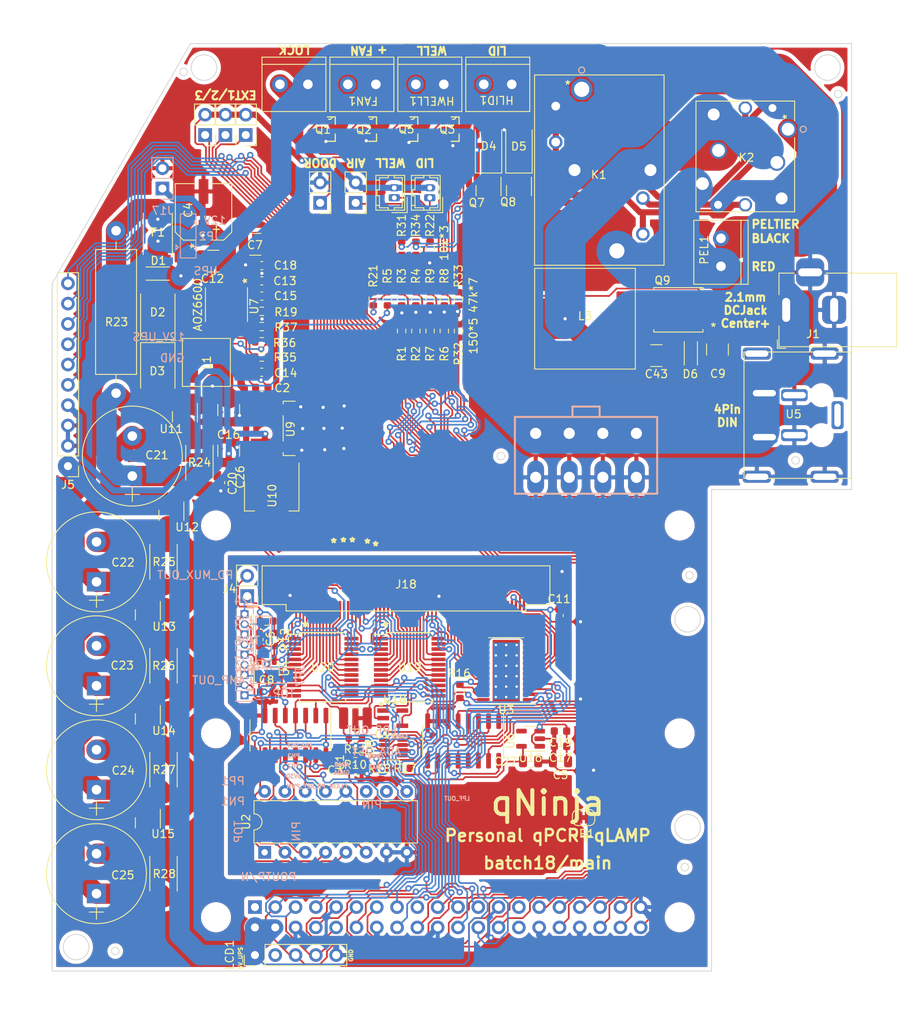
<source format=kicad_pcb>
(kicad_pcb (version 20211014) (generator pcbnew)
  (layers (0 "F.Cu" signal) (31 "B.Cu" signal) (34 "B.Paste" user) (35 "F.Paste" user) (36 "B.SilkS" user "B.Silkscreen") (37 "F.SilkS" user "F.Silkscreen") (38 "B.Mask" user) (39 "F.Mask" user) (44 "Edge.Cuts" user))
  (net 0 "")
  (net 1 "GNDA")
  (net 2 "3V3D")
  (net 3 "3V3A")
  (net 4 "PD_MUX_OUT")
  (net 5 "Net-(R12-Pad2)")
  (net 6 "/Photo/AMP_OUT")
  (net 7 "DIVIDED")
  (net 8 "5V_UPS")
  (net 9 "12V_UPS")
  (net 10 "Net-(C22-Pad2)")
  (net 11 "12V")
  (net 12 "Net-(D2-Pad1)")
  (net 13 "Net-(FAN1-Pad2)")
  (net 14 "Net-(HLID1-Pad2)")
  (net 15 "Net-(HWELL1-Pad2)")
  (net 16 "PD_TH2")
  (net 17 "THERM_R_SWITCH")
  (net 18 "MUX_SELECT")
  (net 19 "Net-(R16-Pad2)")
  (net 20 "/FAN")
  (net 21 "MUX_S3")
  (net 23 "DLOCK")
  (net 24 "DOPEN")
  (net 25 "/WELL_HEATER")
  (net 26 "PD_TH1")
  (net 27 "MUX_S2")
  (net 28 "/LID_HEATER")
  (net 29 "MUX_S1")
  (net 30 "VIN_SENSE")
  (net 31 "/Power/5V_SW")
  (net 32 "I2C_SCL")
  (net 33 "MUX_S0")
  (net 34 "I2C_SDA")
  (net 35 "Net-(C2-Pad2)")
  (net 36 "THERM_MUX_OUT")
  (net 37 "N_LED_OUT8")
  (net 38 "N_LED_OUT7")
  (net 39 "N_LED_OUT6")
  (net 40 "N_LED_OUT5")
  (net 41 "N_LED_OUT4")
  (net 42 "N_LED_OUT3")
  (net 43 "N_LED_OUT2")
  (net 44 "N_LED_OUT1")
  (net 45 "S_LED_OUT1")
  (net 46 "S_LED_OUT2")
  (net 47 "S_LED_OUT3")
  (net 48 "S_LED_OUT4")
  (net 49 "S_LED_OUT5")
  (net 50 "S_LED_OUT6")
  (net 51 "S_LED_OUT7")
  (net 52 "S_LED_OUT8")
  (net 53 "Net-(Q1-Pad1)")
  (net 54 "Net-(Q2-Pad1)")
  (net 55 "Net-(Q3-Pad1)")
  (net 56 "Net-(Q5-Pad1)")
  (net 57 "/Photo/VBG")
  (net 58 "THERM_AIR")
  (net 59 "THERM_EXT1")
  (net 60 "THERM_EXT2")
  (net 61 "THERM_EXT3")
  (net 62 "THERM_LID")
  (net 63 "THERM_WELL")
  (net 64 "Net-(C13-Pad2)")
  (net 65 "Net-(C15-Pad1)")
  (net 66 "Net-(C21-Pad1)")
  (net 67 "Net-(C21-Pad2)")
  (net 68 "Net-(C23-Pad2)")
  (net 69 "Net-(C24-Pad2)")
  (net 72 "NAU_DRDY")
  (net 73 "LED_SPI_MOSI")
  (net 74 "/PhotoMUX/S_PD_OUT16")
  (net 75 "/PhotoMUX/S_PD_OUT15")
  (net 76 "/PhotoMUX/S_PD_OUT14")
  (net 77 "/PhotoMUX/S_PD_OUT13")
  (net 78 "/PhotoMUX/S_PD_OUT12")
  (net 79 "/PhotoMUX/S_PD_OUT11")
  (net 80 "/PhotoMUX/S_PD_OUT10")
  (net 81 "/PhotoMUX/S_PD_OUT9")
  (net 82 "/PhotoMUX/S_PD_OUT8")
  (net 83 "/PhotoMUX/S_PD_OUT7")
  (net 84 "/PhotoMUX/S_PD_OUT6")
  (net 85 "/PhotoMUX/S_PD_OUT5")
  (net 86 "/PhotoMUX/S_PD_OUT4")
  (net 87 "/PhotoMUX/S_PD_OUT3")
  (net 88 "/PhotoMUX/S_PD_OUT2")
  (net 89 "/PhotoMUX/S_PD_OUT1")
  (net 90 "/PhotoMUX/N_PD_OUT1")
  (net 91 "/PhotoMUX/N_PD_OUT2")
  (net 92 "/PhotoMUX/N_PD_OUT3")
  (net 93 "/PhotoMUX/N_PD_OUT4")
  (net 94 "/PhotoMUX/N_PD_OUT5")
  (net 95 "/PhotoMUX/N_PD_OUT6")
  (net 96 "/PhotoMUX/N_PD_OUT7")
  (net 97 "/PhotoMUX/N_PD_OUT8")
  (net 98 "/PhotoMUX/N_PD_OUT9")
  (net 99 "/PhotoMUX/N_PD_OUT10")
  (net 100 "/PhotoMUX/N_PD_OUT11")
  (net 101 "/PhotoMUX/N_PD_OUT12")
  (net 102 "/PhotoMUX/N_PD_OUT13")
  (net 103 "/PhotoMUX/N_PD_OUT14")
  (net 104 "/PhotoMUX/N_PD_OUT15")
  (net 105 "/PhotoMUX/N_PD_OUT16")
  (net 106 "Net-(R17-Pad2)")
  (net 107 "Net-(R18-Pad2)")
  (net 108 "LED_SPI_SCLK")
  (net 109 "LED_LAT")
  (net 110 "/PhotoMUX/MUX_SELECT_INV")
  (net 111 "REG_OUT")
  (net 112 "/SheetPeltier/PEL1")
  (net 113 "/SheetPeltier/PEL3")
  (net 114 "/SheetPeltier/PEL_RED")
  (net 115 "/SheetPeltier/PEL_BLK")
  (net 116 "PEL_SWB")
  (net 117 "PEL_SWA")
  (net 118 "Net-(Q7-Pad1)")
  (net 119 "Net-(Q8-Pad1)")
  (net 120 "PEL_PWM")
  (net 121 "Net-(Q9-Pad4)")
  (net 122 "Net-(LOCK1-Pad2)")
  (net 123 "GNDD")
  (net 125 "LED_BLANK")
  (net 126 "Net-(R19-Pad1)")
  (net 136 "Net-(C14-Pad2)")
  (net 138 "Net-(C6-Pad1)")
  (net 140 "Net-(J24-Pad2)")
  (net 141 "Net-(J26-Pad2)")
  (net 142 "/Photo/LPF_OUT")
  (net 145 "LED")
  (net 146 "TACT1")
  (net 147 "TACT2")
  (net 148 "TACT3")
  (net 150 "Net-(R36-Pad2)")
  (net 151 "Net-(R35-Pad1)")
  (net 152 "/SheetPeltier/REG_D")
  (footprint "Connector_PinHeader_2.54mm:PinHeader_1x05_P2.54mm_Vertical" (layer "F.Cu") (at 105.37 148 90)
    (fp_text reference "LCD1")
    (fp_text value "RPI_LCD_TOUCH_7INCH")
  )
  (footprint "Ninja-qPCR:TB_SeeedOPL_320110028" (layer "F.Cu") (at 129 39.1 180)
    (fp_text reference "HWELL1")
    (fp_text value "Screw_Terminal_01x02")
  )
  (footprint "Connector_PinHeader_2.54mm:PinHeader_1x02_P2.54mm_Vertical" (layer "F.Cu") (at 104.399994 103.105001 180)
    (fp_text reference "J4")
    (fp_text value "Conn_01x02_Male")
  )
  (footprint "Connector_PinHeader_2.54mm:PinHeader_1x10_P2.54mm_Vertical" (layer "F.Cu") (at 81.98 86.845 180)
    (fp_text reference "J5")
    (fp_text value "Conn_01x10_Male")
  )
  (footprint "Jumper:SolderJumper-2_P1.3mm_Bridged_RoundedPad1.0x1.5mm" (layer "F.Cu") (at 146.49 130.8 180)
    (fp_text reference "JP1")
    (fp_text value "SolderJumper_2_Bridged")
  )
  (footprint "Package_TO_SOT_SMD:SOT-23" (layer "F.Cu") (at 96.61 80.67 -90)
    (fp_text reference "U11")
    (fp_text value "TL431DBZ")
  )
  (footprint "Package_TO_SOT_SMD:SOT-23" (layer "F.Cu") (at 94.92 93 -90)
    (fp_text reference "U12")
    (fp_text value "TL431DBZ")
  )
  (footprint "Package_TO_SOT_SMD:SOT-23" (layer "F.Cu") (at 91.976 105.45 -90)
    (fp_text reference "U13")
    (fp_text value "TL431DBZ")
  )
  (footprint "Package_TO_SOT_SMD:SOT-23" (layer "F.Cu") (at 91.976 118.45 -90)
    (fp_text reference "U14")
    (fp_text value "TL431DBZ")
  )
  (footprint "Package_TO_SOT_SMD:SOT-23" (layer "F.Cu") (at 91.976 131.45 -90)
    (fp_text reference "U15")
    (fp_text value "TL431DBZ")
  )
  (footprint "Ninja-qPCR:CP_Radial_D12.5mm_P5.00mm" (layer "F.Cu") (at 85.546006 101.31999 90)
    (fp_text reference "C22")
    (fp_text value "10F2.7V" hide)
  )
  (footprint "Ninja-qPCR:CP_Radial_D12.5mm_P5.00mm" (layer "F.Cu") (at 85.546006 114.31999 90)
    (fp_text reference "C23")
    (fp_text value "10F2.7V" hide)
  )
  (footprint "Ninja-qPCR:CP_Radial_D12.5mm_P5.00mm" (layer "F.Cu") (at 85.546006 127.319989 90)
    (fp_text reference "C24")
    (fp_text value "10F2.7V" hide)
  )
  (footprint "Ninja-qPCR:CP_Radial_D12.5mm_P5.00mm" (layer "F.Cu") (at 85.546006 140.319989 90)
    (fp_text reference "C25")
    (fp_text value "10F2.7V" hide)
  )
  (footprint "Capacitor_SMD:C_0805_2012Metric" (layer "F.Cu") (at 139.852505 123.7975)
    (fp_text reference "C27")
    (fp_text value "4.7uF")
  )
  (footprint "Diodes_SMD:D_SMB" (layer "F.Cu") (at 93.220007 67.469995 90)
    (fp_text reference "D2")
    (fp_text value "D")
  )
  (footprint "Diodes_SMD:D_SMB" (layer "F.Cu") (at 93.220007 74.94999 -90)
    (fp_text reference "D3")
    (fp_text value "D")
  )
  (footprint "Resistor_SMD:R_2512_6332Metric" (layer "F.Cu") (at 98.43 86.42 -90)
    (fp_text reference "R24")
    (fp_text value "1k2W")
  )
  (footprint "Resistor_SMD:R_2512_6332Metric" (layer "F.Cu") (at 93.936 98.82 -90)
    (fp_text reference "R25")
    (fp_text value "1k2W")
  )
  (footprint "Resistor_SMD:R_2512_6332Metric" (layer "F.Cu") (at 93.936 111.82 -90)
    (fp_text reference "R26")
    (fp_text value "1k2W")
  )
  (footprint "Resistor_SMD:R_2512_6332Metric" (layer "F.Cu") (at 93.936 124.82 -90)
    (fp_text reference "R27")
    (fp_text value "1k2W")
  )
  (footprint "Resistor_SMD:R_2512_6332Metric" (layer "F.Cu") (at 93.936 137.82 -90)
    (fp_text reference "R28")
    (fp_text value "1k2W")
  )
  (footprint "Resistors_SMD:R_2512" (layer "F.Cu") (at 93.220007 57.800011 90)
    (fp_text reference "F1")
    (fp_text value "Fuse")
  )
  (footprint "Ninja-qPCR:VLS6045EX-3R3N" (layer "F.Cu") (at 99.295 73.88 180)
    (fp_text reference "L1")
    (fp_text value "10uH" hide)
  )
  (footprint "Capacitor_SMD:C_0603_1608Metric" (layer "F.Cu") (at 106.229988 63.6778 180)
    (fp_text reference "C13")
    (fp_text value "0.1uF")
  )
  (footprint "Capacitor_SMD:C_0603_1608Metric" (layer "F.Cu") (at 106.229988 75.1078)
    (fp_text reference "C14")
    (fp_text value "0.01uF")
  )
  (footprint "Ninja-qPCR:CP_Radial_D12.5mm_P5.00mm" (layer "F.Cu") (at 90.03 88.09 90)
    (fp_text reference "C21")
    (fp_text value "10F2.7V" hide)
  )
  (footprint "Ninja-qPCR:TB_SeeedOPL_320110028" (layer "F.Cu") (at 137.5 39.1 180)
    (fp_text reference "HLID1")
    (fp_text value "Screw_Terminal_01x02")
  )
  (footprint "Ninja-qPCR:TB_SeeedOPL_320110028" (layer "F.Cu") (at 120.5 39.1 180)
    (fp_text reference "FAN1")
    (fp_text value "Screw_Terminal_01x02")
  )
  (footprint "Diodes_SMD:D_SMA" (layer "F.Cu") (at 134.59 46.79 90)
    (fp_text reference "D4")
    (fp_text value "DIODE")
  )
  (footprint "Diodes_SMD:D_SMA" (layer "F.Cu") (at 138.4 46.79 90)
    (fp_text reference "D5")
    (fp_text value "DIODE")
  )
  (footprint "Package_TO_SOT_SMD:SOT-23" (layer "F.Cu") (at 134.59 52.39 -90)
    (fp_text reference "Q7")
    (fp_text value "Q_NPN_BCE")
  )
  (footprint "Package_TO_SOT_SMD:SOT-23" (layer "F.Cu") (at 138.4 52.39 -90)
    (fp_text reference "Q8")
    (fp_text value "Q_NPN_BCE")
  )
  (footprint "Resistor_SMD:R_0603_1608Metric" (layer "F.Cu") (at 123.725991 59.604021 -90)
    (fp_text reference "R31")
    (fp_text value "10k")
  )
  (footprint "Resistor_SMD:R_0603_1608Metric" (layer "F.Cu") (at 125.503991 59.604021 90)
    (fp_text reference "R34")
    (fp_text value "10k")
  )
  (footprint "Package_SO:SSOP-24_5.3x8.2mm_P0.65mm" (layer "F.Cu") (at 113.845846 112.000982)
    (fp_text reference "U20")
    (fp_text value "CD74HC4067M96")
  )
  (footprint "Package_SO:SOIC-16_3.9x9.9mm_P1.27mm" (layer "F.Cu") (at 131.42 121.22 -90)
    (fp_text reference "U6")
    (fp_text value "SN74LV4051A")
  )
  (footprint "Package_SO:SSOP-24_5.3x8.2mm_P0.65mm" (layer "F.Cu") (at 124.735855 112.000982)
    (fp_text reference "U19")
    (fp_text value "CD74HC4067M96")
  )
  (footprint "Capacitor_SMD:C_0603_1608Metric" (layer "F.Cu") (at 106.837505 115.080009)
    (fp_text reference "C8")
    (fp_text value "0.1uF")
  )
  (footprint "Capacitor_SMD:C_0603_1608Metric" (layer "F.Cu") (at 143.43 105.54 -90)
    (fp_text reference "C11")
    (fp_text value "0.1uF")
  )
  (footprint "Capacitor_SMD:C_0603_1608Metric" (layer "F.Cu") (at 105.885005 108.539991 -90)
    (fp_text reference "C6")
    (fp_text value "5pF")
  )
  (footprint "Capacitor_SMD:C_0603_1608Metric" (layer "F.Cu") (at 117.939998 124.822407)
    (fp_text reference "C3")
    (fp_text value "0.1uF")
  )
  (footprint "Capacitor_SMD:C_1210_3225Metric" (layer "F.Cu") (at 117.939998 118.369994 180)
    (fp_text reference "C1")
    (fp_text value "22uF")
  )
  (footprint "Package_TO_SOT_SMD:SOT-23-8" (layer "F.Cu") (at 122.7 122.05)
    (fp_text reference "U8")
    (fp_text value "TS12A12511DCNR")
  )
  (footprint "Package_TO_SOT_SMD:SOT-23-5" (layer "F.Cu") (at 106.837505 112.1918 90)
    (fp_text reference "U4")
    (fp_text value "LMP7717MF_NOPB")
  )
  (footprint "Package_SO:HTSSOP-24-1EP_4.4x7.8mm_P0.65mm_EP3.4x7.8mm_Mask2.4x4.68mm_ThermalVias" (layer "F.Cu") (at 136.8044 112.4712 180)
    (fp_text reference "U3")
    (fp_text value "TLC5929")
  )
  (footprint "Resistor_SMD:R_0603_1608Metric" (layer "F.Cu") (at 117.939998 122.765007 180)
    (fp_text reference "R10")
    (fp_text value "47k_HP")
  )
  (footprint "Package_SO:SOIC-16_3.9x9.9mm_P1.27mm" (layer "F.Cu") (at 109.81 120.52 -90)
    (fp_text reference "U1")
    (fp_text value "NAU7802")
  )
  (footprint "Package_DIP:DIP-16_W7.62mm" (layer "F.Cu") (at 106.585 135.15 90)
    (fp_text reference "U2")
    (fp_text value "NAU7802")
  )
  (footprint "Ninja-qPCR:SN74LVC1GU04DBVR" (layer "F.Cu") (at 122.609991 118.369994)
    (fp_text reference "U18")
    (fp_text value "SN74LVC1GU04DCKR" hide)
  )
  (footprint "Resistor_SMD:R_0603_1608Metric" (layer "F.Cu") (at 117.939998 120.860007)
    (fp_text reference "R11")
    (fp_text value "47k_HP")
  )
  (footprint "Resistor_SMD:R_0603_1608Metric" (layer "F.Cu") (at 106.837505 106.229988 180)
    (fp_text reference "R13")
    (fp_text value "10M")
  )
  (footprint "Resistor_SMD:R_0603_1608Metric" (layer "F.Cu") (at 121.15 124.69 180)
    (fp_text reference "R17")
    (fp_text value "10k_HP")
  )
  (footprint "Resistor_SMD:R_0603_1608Metric" (layer "F.Cu") (at 123.91 124.64)
    (fp_text reference "R18")
    (fp_text value "47k_HP")
  )
  (footprint "Ninja-qPCR:FFC_60_Ali_HUISHUNFA" (layer "F.Cu") (at 139.02 104.34 180)
    (fp_text reference "J18")
    (fp_text value "Conn_01x60_Male")
  )
  (footprint "Ninja-qPCR:AOZ6605PI-1" (layer "F.Cu") (at 101.81 66.65 -90)
    (fp_text reference "U7")
    (fp_text value "AOZ6600")
  )
  (footprint "Ninja-qPCR:TB_SeeedOPL_320110028" (layer "F.Cu") (at 163.669312 61.854869 90)
    (fp_text reference "PEL1")
    (fp_text value "Screw_Terminal_01x02")
  )
  (footprint "Ninja-qPCR:EX2-2U1S" (layer "F.Cu") (at 172.059312 44.714869 -90)
    (fp_text reference "K2")
    (fp_text value "EX2-2U1S" hide)
  )
  (footprint "Ninja-qPCR:EP2-3L3SAb" (layer "F.Cu") (at 146.249312 39.724869 -90)
    (fp_text reference "K1")
    (fp_text value "EP2-3L3SAb" hide)
  )
  (footprint "Capacitor_SMD:C_0603_1608Metric" (layer "F.Cu") (at 102.089991 88.910008 -90)
    (fp_text reference "C26")
    (fp_text value "0.1uF")
  )
  (footprint "Ninja-qPCR:SOT95P240X112-3N" (layer "F.Cu") (at 125.035 44.7)
    (fp_text reference "Q5")
    (fp_text value "Q_NMOS_GSD")
  )
  (footprint "Ninja-qPCR:SOT95P240X112-3N" (layer "F.Cu") (at 130.2 44.7)
    (fp_text reference "Q3")
    (fp_text value "Q_NMOS_GSD")
  )
  (footprint "Ninja-qPCR:SOT95P240X112-3N" (layer "F.Cu") (at 119.87 44.7)
    (fp_text reference "Q2")
    (fp_text value "Q_NMOS_GSD")
  )
  (footprint "Ninja-qPCR:SOT95P240X112-3N" (layer "F.Cu") (at 114.705 44.7)
    (fp_text reference "Q1")
    (fp_text value "Q_NMOS_GSD")
  )
  (footprint "Ninja-qPCR:MSS1P3L-M3&slash_89A" (layer "F.Cu") (at 93.220007 62.770004 180)
    (fp_text reference "D1")
    (fp_text value "D_Schottky" hide)
  )
  (footprint "Connector_BarrelJack:BarrelJack_Horizontal" (layer "F.Cu") (at 171.828993 67.31 180)
    (fp_text reference "J1")
    (fp_text value "Barrel_Jack_Switch")
  )
  (footprint "Package_TO_SOT_SMD:SOT-223" (layer "F.Cu") (at 107.47 90.55 -90)
    (fp_text reference "U10")
    (fp_text value "LD1086DTTR")
  )
  (footprint "Capacitor_SMD:C_0603_1608Metric" (layer "F.Cu") (at 106.229988 65.5828 180)
    (fp_text reference "C15")
    (fp_text value "0.01uF")
  )
  (footprint "Resistor_SMD:R_0603_1608Metric" (layer "F.Cu") (at 106.229988 67.4878)
    (fp_text reference "R19")
    (fp_text value "150")
  )
  (footprint "Ninja-qPCR:MSS1P3L-M3&slash_89A" (layer "F.Cu") (at 159.9 72.75 90)
    (fp_text reference "D6")
    (fp_text value "D_Schottky" hide)
  )
  (footprint "Ninja-qPCR:PowerPAK_SO-8_Long" (layer "F.Cu") (at 158.339199 67.3 180)
    (fp_text reference "Q9")
    (fp_text value "SIRA88BDP-T1-GE3" hide)
  )
  (footprint "Capacitor_SMD:C_1210_3225Metric" (layer "F.Cu") (at 163.23 72.27 90)
    (fp_text reference "C9")
    (fp_text value "22uF")
  )
  (footprint "Capacitor_SMD:C_1210_3225Metric" (layer "F.Cu") (at 155.59 73.03 180)
    (fp_text reference "C43")
    (fp_text value "22uF")
  )
  (footprint "Ninja-qPCR:SRP1265C" (layer "F.Cu") (at 146.660006 68.409998 180)
    (fp_text reference "L3")
    (fp_text value "SRP1265C-220M")
  )
  (footprint "Ninja-qPCR:TB_SeeedOPL_320110028" (layer "F.Cu") (at 112 39.1 180)
    (fp_text reference "LOCK1" hide)
    (fp_text value "Conn_01x02_Male")
  )
  (footprint "Connector_Hirose:Hirose_DF13-02P-1.25DSA_1x02_P1.25mm_Vertical" (layer "F.Cu") (at 122.800009 53.285945 90)
    (fp_text reference "TWELL1" hide)
    (fp_text value "Conn_01x02_Male")
  )
  (footprint "Connector_Hirose:Hirose_DF13-02P-1.25DSA_1x02_P1.25mm_Vertical" (layer "F.Cu") (at 127.245009 53.285945 90)
    (fp_text reference "TLID1" hide)
    (fp_text value "Conn_01x02_Male")
  )
  (footprint "Connector_PinHeader_2.54mm:PinHeader_1x02_P2.54mm_Vertical" (layer "F.Cu") (at 99.14 45.435 180)
    (fp_text reference "TEXT3" hide)
    (fp_text value "Conn_01x02_Male")
  )
  (footprint "Connector_PinHeader_2.54mm:PinHeader_1x02_P2.54mm_Vertical" (layer "F.Cu") (at 101.68 45.435 180)
    (fp_text reference "TEXT2" hide)
    (fp_text value "Conn_01x02_Male")
  )
  (footprint "Connector_PinHeader_2.54mm:PinHeader_1x02_P2.54mm_Vertical" (layer "F.Cu") (at 104.22 45.435 180)
    (fp_text reference "TEXT1" hide)
    (fp_text value "Conn_01x02_Male")
  )
  (footprint "Connector_PinHeader_2.54mm:PinHeader_1x02_P2.54mm_Vertical" (layer "F.Cu") (at 117.975 53.920945 180)
    (fp_text reference "TAIR1" hide)
    (fp_text value "Conn_01x02_Male")
  )
  (footprint "Connector_PinHeader_2.54mm:PinHeader_1x02_P2.54mm_Vertical" (layer "F.Cu") (at 113.53 53.920945 180)
    (fp_text reference "SW1" hide)
    (fp_text value "SW_Reed")
  )
  (footprint "Resistor_SMD:R_0603_1608Metric" (layer "F.Cu") (at 130.838 65.92 -90)
    (fp_text reference "R33")
    (fp_text value "47k")
  )
  (footprint "Resistor_SMD:R_0603_1608Metric" (layer "F.Cu") (at 120.169991 65.92001 90)
    (fp_text reference "R21")
    (fp_text value "47k")
  )
  (footprint "Resistor_SMD:R_0603_1608Metric" (layer "F.Cu") (at 127.281991 65.92001 90)
    (fp_text reference "R9")
    (fp_text value "47k")
  )
  (footprint "Resistor_SMD:R_0603_1608Metric" (layer "F.Cu") (at 129.06 65.92 90)
    (fp_text reference "R8")
    (fp_text value "47k")
  )
  (footprint "Resistor_SMD:R_0603_1608Metric" (layer "F.Cu") (at 121.947991 65.92001 90)
    (fp_text reference "R5")
    (fp_text value "47k")
  )
  (footprint "Resistor_SMD:R_0603_1608Metric" (layer "F.Cu") (at 123.725991 65.92001 90)
    (fp_text reference "R3")
    (fp_text value "47k")
  )
  (footprint "Resistor_SMD:R_0603_1608Metric" (layer "F.Cu") (at 125.504 65.92 90)
    (fp_text reference "R4")
    (fp_text value "47k")
  )
  (footprint "Resistor_SMD:R_0603_1608Metric" (layer "F.Cu") (at 130.838 69.95 -90)
    (fp_text reference "R32")
    (fp_text value "150")
  )
  (footprint "Resistor_SMD:R_0603_1608Metric" (layer "F.Cu") (at 127.281991 59.604021 90)
    (fp_text reference "R22")
    (fp_text value "10k")
  )
  (footprint "Resistor_SMD:R_0603_1608Metric" (layer "F.Cu") (at 127.282 69.95 -90)
    (fp_text reference "R7")
    (fp_text value "150")
  )
  (footprint "Resistor_SMD:R_0603_1608Metric" (layer "F.Cu") (at 129.06 69.95 -90)
    (fp_text reference "R6")
    (fp_text value "150")
  )
  (footprint "Resistor_SMD:R_0603_1608Metric" (layer "F.Cu") (at 125.504 69.95 -90)
    (fp_text reference "R2")
    (fp_text value "150")
  )
  (footprint "Resistor_SMD:R_0603_1608Metric" (layer "F.Cu") (at 123.725991 69.95 -90)
    (fp_text reference "R1")
    (fp_text value "150")
  )
  (footprint "Resistor_SMD:R_0603_1608Metric" (layer "F.Cu") (at 131.01 115.02 90)
    (fp_text reference "R16")
    (fp_text value "3.3k")
  )
  (footprint "Resistors_ThroughHole:R_Axial_DIN0516_L15.5mm_D5.0mm_P20.32mm_Horizontal" (layer "F.Cu") (at 88 77.725 90)
    (fp_text reference "R23")
    (fp_text value "8.2Ω 3W")
  )
  (footprint "Ninja-qPCR:Raspberry_Pi_3A+_3B+_4B_Zero_FaceDown_HDMI-R-NOSILK" (layer "F.Cu") (at 105.369995 141.999995 90)
    (fp_text reference "J2" hide)
    (fp_text value "Raspberry_Pi_3A_Plus_wpi")
  )
  (footprint "Resistor_SMD:R_0603_1608Metric" (layer "F.Cu") (at 106.229988 73.2028)
    (fp_text reference "R35")
    (fp_text value "10k")
  )
  (footprint "Capacitor_SMD:C_1210_3225Metric" (layer "F.Cu") (at 102.089991 79.839998 90)
    (fp_text reference "C16")
    (fp_text value "22uF")
  )
  (footprint "Capacitor_SMD:C_1210_3225Metric" (layer "F.Cu") (at 102.089991 84.919998 90)
    (fp_text reference "C20")
    (fp_text value "22uF")
  )
  (footprint "Ninja-qPCR:DN4_PWR" (layer "F.Cu") (at 179.950008 80.475988 90)
    (fp_text reference "U5")
    (fp_text value "DIN4_PWR")
  )
  (footprint "Capacitor_SMD:C_1210_3225Metric" (layer "F.Cu") (at 105.41 59.1058 180)
    (fp_text reference "C7")
    (fp_text value "22uF")
  )
  (footprint "Capacitor_SMD:C_0603_1608Metric" (layer "F.Cu") (at 106.229988 61.7728 180)
    (fp_text reference "C18")
    (fp_text value "0.1uF")
  )
  (footprint "Ninja-qPCR:35TZV100M6.3X8" (layer "F.Cu") (at 98.94 55.05 90)
    (fp_text reference "C4")
    (fp_text value "100uF" hide)
  )
  (footprint "Package_TO_SOT_SMD:SOT-23-5" (layer "F.Cu") (at 139.852505 120.94 180)
    (fp_text reference "U16")
    (fp_text value "MCP1755T-3302E_OT")
  )
  (footprint "Capacitor_SMD:C_0603_1608Metric" (layer "F.Cu") (at 143.592502 119.9875 180)
    (fp_text reference "C19")
    (fp_text value "0.01uF")
  )
  (footprint "Resistor_SMD:R_0603_1608Metric" (layer "F.Cu") (at 107.790005 108.539991 90)
    (fp_text reference "R12")
    (fp_text value "10M")
  )
  (footprint "Resistor_SMD:R_0603_1608Metric" (layer "F.Cu") (at 106.229988 71.2978 180)
    (fp_text reference "R36")
    (fp_text value "75k")
  )
  (footprint "Capacitor_SMD:C_0805_2012Metric" (layer "F.Cu") (at 143.592502 123.7975 180)
    (fp_text reference "C5")
    (fp_text value "4.7uF")
  )
  (footprint "Ninja-qPCR:REG_TO252-3" (layer "F.Cu") (at 111.18 82.13)
    (fp_text reference "U9")
    (fp_text value "REG_TO252-3")
  )
  (footprint "Capacitor_SMD:C_0603_1608Metric" (layer "F.Cu") (at 106.229988 77.0128 180)
    (fp_text reference "C2")
    (fp_text value "0.1uF")
  )
  (footprint "Resistor_SMD:R_0603_1608Metric" (layer "F.Cu") (at 106.229988 69.3928)
    (fp_text reference "R37")
    (fp_text value "10k")
  )
  (footprint "Capacitor_SMD:C_0603_1608Metric" (layer "F.Cu") (at 143.592502 121.8925 180)
    (fp_text reference "C17")
    (fp_text value "0.1uF")
  )
  (footprint "Capacitor_SMD:C_1210_3225Metric" (layer "F.Cu") (at 100.165 61.21)
    (fp_text reference "C12")
    (fp_text value "22uF")
  )
  (footprint "Connector_PinSocket_2.54mm:PinSocket_1x02_P2.54mm_Vertical" (layer "B.Cu") (at 93.8 52.13)
    (fp_text reference "J17")
    (fp_text value "Conn_01x02_Male")
  )
  (footprint "Jumper:SolderJumper-3_P2.0mm_Open_TrianglePad1.0x1.5mm" (layer "B.Cu") (at 96.99 58.06 90)
    (fp_text reference "JP2")
    (fp_text value "Jumper_3_Open")
  )
  (footprint "Ninja-qPCR:ATX8" (layer "B.Cu") (at 146.790004 85.500007 180)
    (fp_text reference "J19" hide)
    (fp_text value "Conn_01x08_Male" hide)
  )
  (footprint "Jumper:SolderJumper-3_P2.0mm_Open_TrianglePad1.0x1.5mm" (layer "B.Cu") (at 107.66 113.07 180)
    (fp_text reference "JP7")
    (fp_text value "Jumper_3_Open")
  )
  (footprint "Connector_PinHeader_1.27mm:PinHeader_1x01_P1.27mm_Vertical" (layer "B.Cu") (at 104.069998 115.510005 180)
    (fp_text reference "J23")
    (fp_text value "Conn_01x01_Male")
  )
  (footprint "Jumper:SolderJumper-3_P2.0mm_Open_TrianglePad1.0x1.5mm" (layer "B.Cu") (at 106.426 108.360007 90)
    (fp_text reference "JP6")
    (fp_text value "Jumper_3_Open")
  )
  (footprint "Connector_PinHeader_1.27mm:PinHeader_1x02_P1.27mm_Vertical" (layer "B.Cu") (at 104.069998 110.430005 180)
    (fp_text reference "J26")
    (fp_text value "Conn_01x02_Male")
  )
  (footprint "Connector_PinHeader_1.27mm:PinHeader_1x02_P1.27mm_Vertical" (layer "B.Cu") (at 104.069998 107.890005 180)
    (fp_text reference "J25")
    (fp_text value "Conn_01x02_Male")
  )
  (footprint "Connector_PinHeader_1.27mm:PinHeader_1x02_P1.27mm_Vertical" (layer "B.Cu") (at 104.069998 105.350005 180)
    (fp_text reference "J24")
    (fp_text value "Conn_01x02_Male")
  )
  (footprint "Connector_PinHeader_1.27mm:PinHeader_1x02_P1.27mm_Vertical" (layer "B.Cu") (at 104.069998 112.970005 180)
    (fp_text reference "J27")
    (fp_text value "Conn_01x02_Male")
  )
  (gr_circle (center 83 147) (end 84.6 147) (layer "Edge.Cuts") (width 0.1) (fill none))
  (gr_circle (center 177 37) (end 178.6 37) (layer "Edge.Cuts") (width 0.1) (fill none))
  (gr_line (start 80 150) (end 162.5 150) (layer "Edge.Cuts") (width 0.1))
  (gr_circle (center 96.44 37.56) (end 96.915 37.56) (layer "Edge.Cuts") (width 0.1) (fill none))
  (gr_circle (center 87.9 147.5) (end 88.375 147.5) (layer "Edge.Cuts") (width 0.1) (fill none))
  (gr_line (start 162.5 150) (end 162.5 89.77) (layer "Edge.Cuts") (width 0.1))
  (gr_circle (center 136.136 85.59) (end 136.611 85.59) (layer "Edge.Cuts") (width 0.1) (fill none))
  (gr_line (start 162.5 89.77) (end 180 89.77) (layer "Edge.Cuts") (width 0.1))
  (gr_line (start 180 89.77) (end 180 34) (layer "Edge.Cuts") (width 0.1))
  (gr_circle (center 159.5 106) (end 161.1 106) (layer "Edge.Cuts") (width 0.1) (fill none))
  (gr_circle (center 178.325 40.3) (end 178.8 40.3) (layer "Edge.Cuts") (width 0.1) (fill none))
  (gr_circle (center 159.5 132) (end 161.1 132) (layer "Edge.Cuts") (width 0.1) (fill none))
  (gr_circle (center 173 86.125) (end 173.475 86.125) (layer "Edge.Cuts") (width 0.1) (fill none))
  (gr_circle (center 159.74 100.51) (end 160.215 100.51) (layer "Edge.Cuts") (width 0.1) (fill none))
  (gr_circle (center 159.14 137.01) (end 159.615 137.01) (layer "Edge.Cuts") (width 0.1) (fill none))
  (gr_circle (center 99 37) (end 100.6 37) (layer "Edge.Cuts") (width 0.1) (fill none))
  (gr_line (start 80 64) (end 80 150) (layer "Edge.Cuts") (width 0.1))
  (gr_line (start 97.320508 34) (end 80 64) (layer "Edge.Cuts") (width 0.1))
  (gr_line (start 97.320508 34) (end 180 34) (layer "Edge.Cuts") (width 0.1))
  (gr_text "POUTP/N" (at 107.079999 138.219993) (layer "B.SilkS") (effects (font (size 1 1)) (justify mirror)))
  (gr_text "GNDA" (at 123.504999 120.688411) (layer "B.SilkS") (effects (font (size 0.508 0.508) (thickness 0.127)) (justify mirror)))
  (gr_text "PP2" (at 110.236 124.3584) (layer "B.SilkS") (effects (font (size 0.508 0.508) (thickness 0.127)) (justify mirror)))
  (gr_text "3V3D" (at 110.236 125.6284) (layer "B.SilkS") (effects (font (size 0.508 0.508) (thickness 0.127)) (justify mirror)))
  (gr_text "ADA_RST" (at 110.998 121.8184) (layer "B.SilkS") (effects (font (size 0.508 0.508) (thickness 0.127)) (justify mirror)))
  (gr_text "PP1" (at 102.616 126.238) (layer "B.SilkS") (effects (font (size 1 1)) (justify mirror)))
  (gr_text "GND" (at 95.03 73.330009) (layer "B.SilkS") (effects (font (size 1 1)) (justify mirror)))
  (gr_text "UPS" (at 99.210007 62.44) (layer "B.SilkS") (effects (font (size 1 1)) (justify mirror)))
  (gr_text "ADA_RST" (at 120.544977 122.540017) (layer "B.SilkS") (effects (font (size 1 1)) (justify mirror)))
  (gr_text "12V_UPS" (at 93.33 70.7) (layer "B.SilkS") (effects (font (size 1 1)) (justify mirror)))
  (gr_text "AMP_OUT" (at 100.83 113.62) (layer "B.SilkS") (effects (font (size 1 1)) (justify mirror)))
  (gr_text "CLKIN" (at 115.824 126.8984) (layer "B.SilkS") (effects (font (size 0.508 0.508) (thickness 0.127)) (justify mirror)))
  (gr_text "PD_REF_PWM" (at 111.76 126.8984) (layer "B.SilkS") (effects (font (size 0.508 0.508) (thickness 0.127)) (justify mirror)))
  (gr_text "TOP" (at 103.32 132.58 90) (layer "B.SilkS") (effects (font (size 1 1)) (justify mirror)))
  (gr_text "PN1" (at 102.616 128.778) (layer "B.SilkS") (effects (font (size 1 1)) (justify mirror)))
  (gr_text "PIN" (at 110.55 132.53 90) (layer "B.SilkS") (effects (font (size 1 1)) (justify mirror)))
  (gr_text "PIN" (at 104.040005 112.356007) (layer "B.SilkS") (effects (font (size 1 1)) (justify mirror)))
  (gr_text "PN2" (at 110.236 123.0884) (layer "B.SilkS") (effects (font (size 0.508 0.508) (thickness 0.127)) (justify mirror)))
  (gr_text "ADA8" (at 116.240988 124.162406) (layer "B.SilkS") (effects (font (size 0.508 0.508) (thickness 0.127)) (justify mirror)))
  (gr_text "PD_MUX_OUT" (at 97.899991 100.46) (layer "B.SilkS") (effects (font (size 1 1)) (justify mirror)))
  (gr_text "TOP" (at 108.955846 115.280982) (layer "B.SilkS") (effects (font (size 1 1)) (justify mirror)))
  (gr_text "TOP" (at 104.600005 108.646007) (layer "B.SilkS") (effects (font (size 1 1)) (justify mirror)))
  (gr_text "ADA4" (at 120.501 124.4884) (layer "B.SilkS") (effects (font (size 0.508 0.508) (thickness 0.127)) (justify mirror)))
  (gr_text "12V" (at 100.35 56.13) (layer "B.SilkS") (effects (font (size 1 1)) (justify mirror)))
  (gr_text "GNDA" (at 116.240988 125.178406) (layer "B.SilkS") (effects (font (size 0.508 0.508) (thickness 0.127)) (justify mirror)))
  (gr_text "LPF_OUT" (at 119.995834 119.900988) (layer "B.SilkS") (effects (font (size 1 1)) (justify mirror)))
  (gr_text "PIN" (at 120.025835 129.194166) (layer "B.SilkS") (effects (font (size 1 1)) (justify mirror)))
  (gr_text "LPF_OUT" (at 130.650988 128.423406) (layer "B.SilkS") (effects (font (size 0.508 0.508) (thickness 0.127)) (justify mirror)))
  (gr_text "GNDD" (at 120.501 123.2184) (layer "B.SilkS") (effects (font (size 0.508 0.508) (thickness 0.127)) (justify mirror)))
  (gr_text "batch18/main" (at 142 136.49) (layer "F.SilkS") (effects (font (size 1.5 1.5) (thickness 0.3))))
  (gr_text "5V_UPS" (at 103.57 148.4 90) (layer "F.SilkS") (effects (font (size 0.508 0.508) (thickness 0.127))))
  (gr_text "LID" (at 135.7 34.87 180) (layer "F.SilkS") (effects (font (size 1.016 1.016) (thickness 0.254))))
  (gr_text "WELL" (at 127.5 34.87 180) (layer "F.SilkS") (effects (font (size 1.016 1.016) (thickness 0.254))))
  (gr_text "FAN" (at 118.7 34.87 180) (layer "F.SilkS") (effects (font (size 1.016 1.016) (thickness 0.254))))
  (gr_text "LOCK" (at 110.3 34.77 180) (layer "F.SilkS") (effects (font (size 1.016 1.016) (thickness 0.254))))
  (gr_text "EXT1/2/3" (at 101.690947 40.414055 180) (layer "F.SilkS") (effects (font (size 1.016 1.016) (thickness 0.254))))
  (gr_text "DOOR" (at 113.53 48.9 180) (layer "F.SilkS") (effects (font (size 1.016 1.016) (thickness 0.254))))
  (gr_text "AIR" (at 117.975 48.9 180) (layer "F.SilkS") (effects (font (size 1.016 1.016) (thickness 0.254))))
  (gr_text "WELL" (at 122.319949 48.9 180) (layer "F.SilkS") (effects (font (size 1.016 1.016) (thickness 0.254))))
  (gr_text "LID" (at 126.637949 48.9 180) (layer "F.SilkS") (effects (font (size 1.016 1.016) (thickness 0.254))))
  (gr_text "GND" (at 117.38 148.05 90) (layer "F.SilkS") (effects (font (size 0.508 0.508) (thickness 0.127))))
  (gr_text "*" (at 121.745846 106.950982) (layer "F.SilkS") (effects (font (size 1.016 1.016) (thickness 0.254))))
  (gr_text "*" (at 116.44 96.39) (layer "F.SilkS") (effects (font (size 1.016 1.016) (thickness 0.254))))
  (gr_text "Personal qPCR+qLAMP" (at 142 133.05) (layer "F.SilkS") (effects (font (size 1.5 1.5) (thickness 0.3))))
  (gr_text "qNinja" (at 142 129) (layer "F.SilkS") (effects (font (size 3 3) (thickness 0.5))))
  (gr_text "2.1mm\nDCJack\nCenter+" (at 166.740002 67.360013) (layer "F.SilkS") (effects (font (size 1.016 1.016) (thickness 0.254))))
  (gr_text "*" (at 117.56 96.38) (layer "F.SilkS") (effects (font (size 1.016 1.016) (thickness 0.254))))
  (gr_text "+" (at 121.300011 34.870009 180) (layer "F.SilkS") (effects (font (size 1.016 1.016) (thickness 0.254))))
  (gr_text "47k*7" (at 132.7 65.47 90) (layer "F.SilkS") (effects (font (size 1 1))))
  (gr_text "*" (at 111.665846 106.930982) (layer "F.SilkS") (effects (font (size 1.016 1.016) (thickness 0.254))))
  (gr_text "150*5" (at 132.7 70.57 90) (layer "F.SilkS") (effects (font (size 1 1))))
  (gr_text "RED" (at 169 61.9) (layer "F.SilkS") (effects (font (size 1.016 1.016) (thickness 0.254))))
  (gr_text "4Pin\nDIN" (at 164.48 80.57) (layer "F.SilkS") (effects (font (size 1.016 1.016) (thickness 0.254))))
  (gr_text "10k*3" (at 129.040001 58.94 90) (layer "F.SilkS") (effects (font (size 1 1))))
  (gr_text "*" (at 115.23 96.48) (layer "F.SilkS") (effects (font (size 1.016 1.016) (thickness 0.254))))
  (gr_text "PELTIER" (at 170.5 56.6) (layer "F.SilkS") (effects (font (size 1.016 1.016) (thickness 0.254))))
  (gr_text "*" (at 119.44 96.55) (layer "F.SilkS") (effects (font (size 1.016 1.016) (thickness 0.254))))
  (gr_text "BLACK" (at 169.89 58.38) (layer "F.SilkS") (effects (font (size 1.016 1.016) (thickness 0.254))))
  (gr_text "*" (at 120.47 96.88) (layer "F.SilkS") (effects (font (size 1.016 1.016) (thickness 0.254))))
  (segment (start 120.134018 115.575982) (end 119.99354 115.71646) (width 0.21082) (layer "F.Cu") (net 1))
  (segment (start 110.02 103.27) (end 109.77 103.02) (width 0.21082) (layer "F.Cu") (net 1))
  (segment (start 108.108478 115.575982) (end 107.612505 115.080009) (width 0.21082) (layer "F.Cu") (net 1))
  (segment (start 107.787505 114.322495) (end 107.787505 113.3293) (width 0.21082) (layer "F.Cu") (net 1))
  (segment (start 117.97 121.82) (end 117.97 121.655005) (width 0.21082) (layer "F.Cu") (net 1))
  (segment (start 119.414998 120.210007) (end 118.764998 120.860007) (width 0.21082) (layer "F.Cu") (net 1))
  (segment (start 123.540127 88.39045) (end 121.093631 85.943954) (width 0.21082) (layer "F.Cu") (net 1))
  (segment (start 109.52 103.27) (end 109.77 103.02) (width 0.21082) (layer "F.Cu") (net 1))
  (segment (start 121.093631 85.943954) (end 121.093631 85.541849) (width 0.21082) (layer "F.Cu") (net 1))
  (segment (start 105.304375 115.554375) (end 105.613139 115.863139) (width 0.21082) (layer "F.Cu") (net 1))
  (segment (start 135.363811 99.342477) (end 124.411785 88.390451) (width 0.21082) (layer "F.Cu") (net 1))
  (segment (start 100.691278 50.058722) (end 100.427113 50.058722) (width 0.21082) (layer "F.Cu") (net 1))
  (segment (start 124.411785 88.390451) (end 123.540127 88.39045) (width 0.21082) (layer "F.Cu") (net 1))
  (segment (start 117.97 121.655005) (end 118.764998 120.860007) (width 0.21082) (layer "F.Cu") (net 1))
  (segment (start 106.829375 115.863139) (end 107.612505 115.080009) (width 0.21082) (layer "F.Cu") (net 1))
  (segment (start 107.787505 114.322495) (end 106.972495 114.322495) (width 0.21082) (layer "F.Cu") (net 1))
  (segment (start 119.993539 116.371295) (end 119.71 116.654834) (width 0.21082) (layer "F.Cu") (net 1))
  (segment (start 110.02 104.34) (end 110.02 103.27) (width 0.21082) (layer "F.Cu") (net 1))
  (segment (start 99.242664 48.874273) (end 99.242665 46.982665) (width 0.21082) (layer "F.Cu") (net 1))
  (segment (start 120.078144 84.526363) (end 120.078142 77.827145) (width 0.21082) (layer "F.Cu") (net 1))
  (segment (start 118.917829 124.822407) (end 119.395652 125.30023) (width 0.21082) (layer "F.Cu") (net 1))
  (segment (start 101.314355 50.639779) (end 101.272335 50.639779) (width 0.21082) (layer "F.Cu") (net 1))
  (segment (start 120.078142 77.827145) (end 112.770224 70.519227) (width 0.21082) (layer "F.Cu") (net 1))
  (segment (start 101.272335 50.639779) (end 100.691278 50.058722) (width 0.21082) (layer "F.Cu") (net 1))
  (segment (start 97.9 46.36) (end 97.9 44.135) (width 0.21082) (layer "F.Cu") (net 1))
  (segment (start 119.414998 118.369994) (end 119.414998 119.194998) (width 0.21082) (layer "F.Cu") (net 1))
  (segment (start 107.787505 114.905009) (end 107.787505 114.322495) (width 0.21082) (layer "F.Cu") (net 1))
  (segment (start 143.79 100.03) (end 143.79 99.61) (width 0.21082) (layer "F.Cu") (net 1))
  (segment (start 119.99354 115.71646) (end 119.993539 116.371295) (width 0.21082) (layer "F.Cu") (net 1))
  (segment (start 128.52 103.26) (end 128.39 103.13) (width 0.21082) (layer "F.Cu") (net 1))
  (segment (start 106.972495 114.322495) (end 106.837505 114.187505) (width 0.21082) (layer "F.Cu") (net 1))
  (segment (start 110.245846 115.575982) (end 108.108478 115.575982) (width 0.21082) (layer "F.Cu") (net 1))
  (segment (start 97.9 44.135) (end 99.14 42.895) (width 0.21082) (layer "F.Cu") (net 1))
  (segment (start 107.612505 115.080009) (end 107.787505 114.905009) (width 0.21082) (layer "F.Cu") (net 1))
  (segment (start 104.777104 114.240005) (end 105.304375 114.767276) (width 0.21082) (layer "F.Cu") (net 1))
  (segment (start 105.485 42.895) (end 104.22 42.895) (width 0.762) (layer "F.Cu") (net 1))
  (segment (start 119.71 116.654834) (end 119.71 118.074992) (width 0.21082) (layer "F.Cu") (net 1))
  (segment (start 105.304375 114.767276) (end 105.304375 115.554375) (width 0.21082) (layer "F.Cu") (net 1))
  (segment (start 100.427113 50.058722) (end 99.242664 48.874273) (width 0.21082) (layer "F.Cu") (net 1))
  (segment (start 143.79 99.61) (end 143.522477 99.342477) (width 0.21082) (layer "F.Cu") (net 1))
  (segment (start 121.093631 85.541849) (end 120.078144 84.526363) (width 0.21082) (layer "F.Cu") (net 1))
  (segment (start 109.52 104.34) (end 109.52 103.27) (width 0.21082) (layer "F.Cu") (net 1))
  (segment (start 105.613139 115.863139) (end 106.829375 115.863139) (width 0.21082) (layer "F.Cu") (net 1))
  (segment (start 111.234199 48.644199) (end 105.485 42.895) (width 0.762) (layer "F.Cu") (net 1))
  (segment (start 112.770224 70.519227) (end 112.770219 62.095643) (width 0.21082) (layer "F.Cu") (net 1))
  (segment (start 119.414998 118.369994) (end 119.414998 120.210007) (width 0.21082) (layer "F.Cu") (net 1))
  (segment (start 119.414998 119.194998) (end 119.539995 119.319995) (width 0.21082) (layer "F.Cu") (net 1))
  (segment (start 128.52 104.34) (end 128.52 103.26) (width 0.21082) (layer "F.Cu") (net 1))
  (segment (start 118.714998 124.822407) (end 118.714998 124.835002) (width 0.21082) (layer "F.Cu") (net 1))
  (segment (start 101.68 42.895) (end 99.14 42.895) (width 0.762) (layer "F.Cu") (net 1))
  (segment (start 143.522477 99.342477) (end 135.363811 99.342477) (width 0.21082) (layer "F.Cu") (net 1))
  (segment (start 98.853121 46.593121) (end 98.133121 46.593121) (width 0.21082) (layer "F.Cu") (net 1))
  (segment (start 121.135855 115.575982) (end 120.134018 115.575982) (width 0.21082) (layer "F.Cu") (net 1))
  (segment (start 119.71 118.074992) (end 119.414998 118.369994) (width 0.21082) (layer "F.Cu") (net 1))
  (segment (start 119.539995 119.319995) (end 121.416191 119.319995) (width 0.21082) (layer "F.Cu") (net 1))
  (segment (start 112.770219 62.095643) (end 101.314355 50.639779) (width 0.21082) (layer "F.Cu") (net 1))
  (segment (start 106.837505 114.187505) (end 106.837505 113.3293) (width 0.21082) (layer "F.Cu") (net 1))
  (segment (start 118.714998 124.822407) (end 118.917829 124.822407) (width 0.21082) (layer "F.Cu") (net 1))
  (segment (start 98.133121 46.593121) (end 97.9 46.36) (width 0.21082) (layer "F.Cu") (net 1))
  (segment (start 104.069998 114.240005) (end 104.777104 114.240005) (width 0.21082) (layer "F.Cu") (net 1))
  (segment (start 99.242665 46.982665) (end 98.853121 46.593121) (width 0.21082) (layer "F.Cu") (net 1))
  (segment (start 104.22 42.895) (end 101.68 42.895) (width 0.762) (layer "F.Cu") (net 1))
  (via (at 109.77 103.02) (size 0.8) (drill 0.4) (layers "F.Cu" "B.Cu") (net 1))
  (via (at 117.97 121.82) (size 0.8) (drill 0.4) (layers "F.Cu" "B.Cu") (net 1))
  (via (at 143.79 100.03) (size 0.8) (drill 0.4) (layers "F.Cu" "B.Cu") (net 1))
  (via (at 119.395652 125.30023) (size 0.8) (drill 0.4) (layers "F.Cu" "B.Cu") (net 1))
  (via (at 111.234199 48.644199) (size 0.8) (drill 0.4) (layers "F.Cu" "B.Cu") (net 1))
  (via (at 128.39 103.13) (size 0.8) (drill 0.4) (layers "F.Cu" "B.Cu") (net 1))
  (segment (start 127.245009 52.035945) (end 122.800009 52.035945) (width 0.762) (layer "B.Cu") (net 1))
  (segment (start 119.395652 125.30023) (end 117.97 123.874578) (width 0.21082) (layer "B.Cu") (net 1))
  (segment (start 122.800009 52.035945) (end 118.63 52.035945) (width 0.762) (layer "B.Cu") (net 1))
  (segment (start 117.97 123.874578) (end 117.97 121.82) (width 0.21082) (layer "B.Cu") (net 1))
  (segment (start 124.365 135.15) (end 121.825 135.15) (width 0.21082) (layer "B.Cu") (net 1))
  (segment (start 115.238254 48.644199) (end 111.234199 48.644199) (width 0.762) (layer "B.Cu") (net 1))
  (segment (start 118.63 52.035945) (end 117.975 51.380945) (width 0.762) (layer "B.Cu") (net 1))
  (segment (start 117.975 51.380945) (end 115.238254 48.644199) (width 0.762) (layer "B.Cu") (net 1))
  (segment (start 118.566702 123.548137) (end 118.153161 123.961677) (width 0.21082) (layer "F.Cu") (net 2))
  (segment (start 128.335855 108.425982) (end 128.335855 108.015855) (width 0.21082) (layer "F.Cu") (net 2))
  (segment (start 120.55679 123.45679) (end 120.55679 123.04321) (width 0.21082) (layer "F.Cu") (net 2))
  (segment (start 117.445846 108.425982) (end 117.445846 107.960982) (width 0.21082) (layer "F.Cu") (net 2))
  (segment (start 112.97 124.4) (end 112.97 123.01) (width 0.21082) (layer "F.Cu") (net 2))
  (segment (start 128.07 107.75) (end 127.576023 107.75) (width 0.21082) (layer "F.Cu") (net 2))
  (segment (start 113.09187 124.27813) (end 112.97 124.4) (width 0.21082) (layer "F.Cu") (net 2))
  (segment (start 105.887505 111.0543) (end 106.4716 111.0543) (width 0.21082) (layer "F.Cu") (net 2))
  (segment (start 120.575 123.025) (end 120.115 123.025) (width 0.21082) (layer "F.Cu") (net 2))
  (segment (start 115.354844 102.446264) (end 115.354844 102.244844) (width 0.21082) (layer "F.Cu") (net 2))
  (segment (start 121.947991 66.74501) (end 121.947991 67.622009) (width 0.21082) (layer "F.Cu") (net 2))
  (segment (start 104.848339 95.713172) (end 104.848339 88.988339) (width 0.21082) (layer "F.Cu") (net 2))
  (segment (start 123.803791 117.419993) (end 123.803791 117.486209) (width 0.21082) (layer "F.Cu") (net 2))
  (segment (start 102.089991 85.290009) (end 102.1 85.28) (width 0.762) (layer "F.Cu") (net 2))
  (segment (start 120.115 123.025) (end 119.591863 123.548137) (width 0.21082) (layer "F.Cu") (net 2))
  (segment (start 123.01354 118.27646) (end 123.003785 118.27646) (width 0.21082) (layer "F.Cu") (net 2))
  (segment (start 132.654916 116.0462) (end 133.9419 116.0462) (width 0.21082) (layer "F.Cu") (net 2))
  (segment (start 130.3 125.24) (end 130.384485 125.324485) (width 0.21082) (layer "F.Cu") (net 2))
  (segment (start 128.335855 108.015855) (end 128.07 107.75) (width 0.21082) (layer "F.Cu") (net 2))
  (segment (start 135.475515 125.324485) (end 135.865 124.935) (width 0.21082) (layer "F.Cu") (net 2))
  (segment (start 115.354844 102.244844) (end 115.24354 102.13354) (width 0.21082) (layer "F.Cu") (net 2))
  (segment (start 107.47 85.275) (end 106.605 84.41) (width 0.762) (layer "F.Cu") (net 2))
  (segment (start 123.003785 118.27646) (end 122.755492 118.524753) (width 0.21082) (layer "F.Cu") (net 2))
  (segment (start 106.4716 111.0543) (end 106.885587 111.468287) (width 0.21082) (layer "F.Cu") (net 2))
  (segment (start 123.01354 117.81646) (end 123.01354 118.27646) (width 0.21082) (layer "F.Cu") (net 2))
  (segment (start 130.22687 116.043296) (end 130.22687 115.434526) (width 0.21082) (layer "F.Cu") (net 2))
  (segment (start 114.594763 124.27813) (end 113.09187 124.27813) (width 0.21082) (layer "F.Cu") (net 2))
  (segment (start 131.745586 115.13687) (end 132.065266 115.45655) (width 0.21082) (layer "F.Cu") (net 2))
  (segment (start 130.22687 115.434526) (end 130.524526 115.13687) (width 0.21082) (layer "F.Cu") (net 2))
  (segment (start 119.591863 123.548137) (end 118.566702 123.548137) (width 0.21082) (layer "F.Cu") (net 2))
  (segment (start 106.605 82.865) (end 106.67 82.8) (width 0.762) (layer "F.Cu") (net 2))
  (segment (start 135.865 124.935) (end 135.865 123.695) (width 0.21082) (layer "F.Cu") (net 2))
  (segment (start 115.24354 102.13354) (end 111.268706 102.13354) (width 0.21082) (layer "F.Cu") (net 2))
  (segment (start 106.885587 111.468287) (end 106.885587 111.601114) (width 0.21082) (layer "F.Cu") (net 2))
  (segment (start 102.089991 86.394998) (end 102.089991 85.290009) (width 0.762) (layer "F.Cu") (net 2))
  (segment (start 104.568121 88.708121) (end 102.663104 88.708121) (width 0.21082) (layer "F.Cu") (net 2))
  (segment (start 130.524526 115.13687) (end 131.745586 115.13687) (width 0.21082) (layer "F.Cu") (net 2))
  (segment (start 123.410007 117.419993) (end 123.01354 117.81646) (width 0.21082) (layer "F.Cu") (net 2))
  (segment (start 121.947991 67.622009) (end 121.88 67.69) (width 0.21082) (layer "F.Cu") (net 2))
  (segment (start 127.004656 116.284092) (end 129.986074 116.284092) (width 0.21082) (layer "F.Cu") (net 2))
  (segment (start 120.55679 123.04321) (end 120.575 123.025) (width 0.21082) (layer "F.Cu") (net 2))
  (segment (start 107.47 87.4) (end 107.47 85.275) (width 0.762) (layer "F.Cu") (net 2))
  (segment (start 112.97 123.01) (end 112.985 122.995) (width 0.21082) (layer "F.Cu") (net 2))
  (segment (start 117.445846 107.960982) (end 117.085846 107.600982) (width 0.21082) (layer "F.Cu") (net 2))
  (segment (start 132.065266 115.45655) (end 132.654916 116.0462) (width 0.21082) (layer "F.Cu") (net 2))
  (segment (start 102.663104 88.708121) (end 102.089991 88.135008) (width 0.21082) (layer "F.Cu") (net 2))
  (segment (start 118.153161 123.961677) (end 114.911216 123.961677) (width 0.21082) (layer "F.Cu") (net 2))
  (segment (start 117.085846 107.600982) (end 116.686015 107.600982) (width 0.21082) (layer "F.Cu") (net 2))
  (segment (start 129.986074 116.284092) (end 130.22687 116.043296) (width 0.21082) (layer "F.Cu") (net 2))
  (segment (start 106.605 84.41) (end 106.605 82.865) (width 0.762) (layer "F.Cu") (net 2))
  (segment (start 104.848339 88.988339) (end 104.568121 88.708121) (width 0.21082) (layer "F.Cu") (net 2))
  (segment (start 111.268706 102.13354) (end 104.848339 95.713172) (width 0.21082) (layer "F.Cu") (net 2))
  (segment (start 121.5625 123.025) (end 120.575 123.025) (width 0.21082) (layer "F.Cu") (net 2))
  (segment (start 102.089991 86.394998) (end 102.089991 88.135008) (width 0.762) (layer "F.Cu") (net 2))
  (segment (start 114.911216 123.961677) (end 114.594763 124.27813) (width 0.21082) (layer "F.Cu") (net 2))
  (segment (start 123.803791 117.419993) (end 123.410007 117.419993) (width 0.21082) (layer "F.Cu") (net 2))
  (segment (start 130.384485 125.324485) (end 135.475515 125.324485) (width 0.21082) (layer "F.Cu") (net 2))
  (segment (start 112.985 123.655) (end 112.985 122.995) (width 0.21082) (layer "F.Cu") (net 2))
  (via (at 122.755492 118.524753) (size 0.8) (drill 0.4) (layers "F.Cu" "B.Cu") (net 2))
  (via (at 115.354844 102.446264) (size 0.8) (drill 0.4) (layers "F.Cu" "B.Cu") (net 2))
  (via (at 102.1 85.28) (size 0.8) (drill 0.4) (layers "F.Cu" "B.Cu") (net 2))
  (via (at 106.885587 111.601114) (size 0.8) (drill 0.4) (layers "F.Cu" "B.Cu") (net 2))
  (via (at 127.576023 107.75) (size 0.8) (drill 0.4) (layers "F.Cu" "B.Cu") (net 2))
  (via (at 130.3 125.24) (size 0.8) (drill 0.4) (layers "F.Cu" "B.Cu") (net 2))
  (via (at 106.67 82.8) (size 0.8) (drill 0.4) (layers "F.Cu" "B.Cu") (net 2))
  (via (at 132.065266 115.45655) (size 0.8) (drill 0.4) (layers "F.Cu" "B.Cu") (net 2))
  (via (at 127.004656 116.284092) (size 0.8) (drill 0.4) (layers "F.Cu" "B.Cu") (net 2))
  (via (at 121.88 67.69) (size 0.8) (drill 0.4) (layers "F.Cu" "B.Cu") (net 2))
  (via (at 112.97 124.4) (size 0.8) (drill 0.4) (layers "F.Cu" "B.Cu") (net 2))
  (via (at 116.686015 107.600982) (size 0.8) (drill 0.4) (layers "F.Cu" "B.Cu") (net 2))
  (via (at 120.55679 123.45679) (size 0.8) (drill 0.4) (layers "F.Cu" "B.Cu") (net 2))
  (segment (start 121.043746 125.387481) (end 120.628939 124.972674) (width 0.21082) (layer "B.Cu") (net 2))
  (segment (start 109.476265 111.373314) (end 108.837709 112.01187) (width 0.21082) (layer "B.Cu") (net 2))
  (segment (start 109.125 127.53) (end 109.125 125.426435) (width 0.21082) (layer "B.Cu") (net 2))
  (segment (start 126.900696 108.425327) (end 121.274673 108.425327) (width 0.21082) (layer "B.Cu") (net 2))
  (segment (start 121.750599 121.160836) (end 121.750599 124.091464) (width 0.21082) (layer "B.Cu") (net 2))
  (segment (start 133.7217 122.68849) (end 132.325079 124.085109) (width 0.21082) (layer "B.Cu") (net 2))
  (segment (start 122.755492 118.108151) (end 122.755492 118.524753) (width 0.21082) (layer "B.Cu") (net 2))
  (segment (start 116.980596 107.895563) (end 116.686015 107.600982) (width 0.21082) (layer "B.Cu") (net 2))
  (segment (start 133.133846 120.143655) (end 133.7217 120.731509) (width 0.21082) (layer "B.Cu") (net 2))
  (segment (start 141.916088 114.84955) (end 141.534011 115.231627) (width 0.21082) (layer "B.Cu") (net 2))
  (segment (start 129.618319 125.03) (end 129.828319 125.24) (width 0.21082) (layer "B.Cu") (net 2))
  (segment (start 133.472301 118.427699) (end 133.133846 118.766154) (width 0.21082) (layer "B.Cu") (net 2))
  (segment (start 121.901871 117.25453) (end 122.755492 118.108151) (width 0.21082) (layer "B.Cu") (net 2))
  (segment (start 102.1 85.28) (end 102.1 83.44) (width 0.762) (layer "B.Cu") (net 2))
  (segment (start 141.565475 115.26309) (end 140.856686 115.26309) (width 0.21082) (layer "B.Cu") (net 2))
  (segment (start 122.666225 115.690221) (end 116.306126 115.690221) (width 0.21082) (layer "B.Cu") (net 2))
  (segment (start 129.828319 125.24) (end 130.3 125.24) (width 0.21082) (layer "B.Cu") (net 2))
  (segment (start 133.133846 118.766154) (end 133.133846 120.143655) (width 0.21082) (layer "B.Cu") (net 2))
  (segment (start 143.12213 117.12213) (end 142.95344 117.29082) (width 0.21082) (layer "B.Cu") (net 2))
  (segment (start 108.42006 109.24006) (end 108.739123 108.920997) (width 0.21082) (layer "B.Cu") (net 2))
  (segment (start 121.02813 109.533649) (end 120.109347 110.452432) (width 0.21082) (layer "B.Cu") (net 2))
  (segment (start 116.686015 107.600982) (end 116.068891 107.600982) (width 0.21082) (layer "B.Cu") (net 2))
  (segment (start 116.306126 115.690221) (end 115.716964 116.279383) (width 0.21082) (layer "B.Cu") (net 2))
  (segment (start 108.109594 110.362175) (end 108.109594 109.550526) (width 0.21082) (layer "B.Cu") (net 2))
  (segment (start 129.618319 124.491017) (end 129.618319 125.03) (width 0.21082) (layer "B.Cu") (net 2))
  (segment (start 111.281879 123.761879) (end 111.665011 124.145011) (width 0.21082) (layer "B.Cu") (net 2))
  (segment (start 141.44945 118.427697) (end 133.472301 118.427699) (width 0.21082) (layer "B.Cu") (net 2))
  (segment (start 87.630267 89.873711) (end 83.413711 85.657155) (width 0.762) (layer "B.Cu") (net 2))
  (segment (start 115.675351 107.994522) (end 111.761973 107.994522) (width 0.21082) (layer "B.Cu") (net 2))
  (segment (start 110.427543 105.870158) (end 111.014171 105.870158) (width 0.21082) (layer "B.Cu") (net 2))
  (segment (start 132.968716 116.36) (end 132.065266 115.45655) (width 0.21082) (layer "B.Cu") (net 2))
  (segment (start 83.413711 85.657155) (end 83.413711 80.658711) (width 0.762) (layer "B.Cu") (net 2))
  (segment (start 144.333766 116.327095) (end 144.333766 114.647286) (width 0.21082) (layer "B.Cu") (net 2))
  (segment (start 100.827835 74.97628) (end 99.292165 74.97628) (width 0.762) (layer "B.Cu") (net 2))
  (segment (start 94.024733 89.873711) (end 87.630267 89.873711) (width 0.762) (layer "B.Cu") (net 2))
  (segment (start 140.203995 115.915781) (end 139.759776 116.36) (width 0.21082) (layer "B.Cu") (net 2))
  (segment (start 133.7217 120.731509) (end 133.7217 122.68849) (width 0.21082) (layer "B.Cu") (net 2))
  (segment (start 120.628939 124.972674) (end 120.628939 123.528939) (width 0.21082) (layer "B.Cu") (net 2))
  (segment (start 116.59 105.910206) (end 116.59 103.68142) (width 0.21082) (layer "B.Cu") (net 2))
  (segment (start 120.421879 69.148121) (end 109.091879 69.148121) (width 0.21082) (layer "B.Cu") (net 2))
  (segment (start 107.48413 110.987639) (end 106.885587 111.586182) (width 0.21082) (layer "B.Cu") (net 2))
  (segment (start 111.428978 106.958978) (end 111.637442 107.167442) (width 0.21082) (layer "B.Cu") (net 2))
  (segment (start 107.48413 110.987639) (end 108.109594 110.362175) (width 0.21082) (layer "B.Cu") (net 2))
  (segment (start 108.956686 123.761879) (end 111.281879 123.761879) (width 0.21082) (layer "B.Cu") (net 2))
  (segment (start 122.609991 118.670254) (end 122.609991 120.301444) (width 0.21082) (layer "B.Cu") (net 2))
  (segment (start 109.091879 69.148121) (end 108.28 69.96) (width 0.21082) (layer "B.Cu") (net 2))
  (segment (start 122.666225 115.690221) (end 121.901871 116.454575) (width 0.21082) (layer "B.Cu") (net 2))
  (segment (start 108.501879 124.803314) (end 108.501879 124.216686) (width 0.21082) (layer "B.Cu") (net 2))
  (segment (start 122.045181 124.984819) (end 121.642519 125.387481) (width 0.21082) (layer "B.Cu") (net 2))
  (segment (start 113.797522 115.289156) (end 113.797522 113.041043) (width 0.21082) (layer "B.Cu") (net 2))
  (segment (start 115.716964 116.279383) (end 114.787747 116.279382) (width 0.21082) (layer "B.Cu") (net 2))
  (segment (start 114.787747 116.279382) (end 113.797522 115.289156) (width 0.21082) (layer "B.Cu") (net 2))
  (segment (start 142.532292 114.262054) (end 142.532292 114.707708) (width 0.21082) (layer "B.Cu") (net 2))
  (segment (start 122.045181 124.386046) (end 122.045181 124.984819) (width 0.21082) (layer "B.Cu") (net 2))
  (segment (start 142.586327 117.29082) (end 141.44945 118.427697) (width 0.21082) (layer "B.Cu") (net 2))
  (segment (start 142.532292 114.707708) (end 142.39045 114.84955) (width 0.21082) (layer "B.Cu") (net 2))
  (segment (start 101.91372 76.062165) (end 100.827835 74.97628) (width 0.762) (layer "B.Cu") (net 2))
  (segment (start 109.080997 108.920997) (end 109.599196 108.402798) (width 0.21082) (layer "B.Cu") (net 2))
  (segment (start 116.980596 109.529374) (end 116.980596 107.895563) (width 0.21082) (layer "B.Cu") (net 2))
  (segment (start 117.882462 110.452432) (end 117.155015 109.724985) (width 0.21082) (layer "B.Cu") (net 2))
  (segment (start 117.11358 109.724985) (end 117.155015 109.724985) (width 0.21082) (layer "B.Cu") (net 2))
  (segment (start 116.59 103.68142) (end 115.354844 102.446264) (width 0.21082) (layer "B.Cu") (net 2))
  (segment (start 98.20628 76.062165) (end 98.20628 85.692164) (width 0.762) (layer "B.Cu") (net 2))
  (segment (start 102.154357 76.783083) (end 101.91372 77.02372) (width 0.21082) (layer "B.Cu") (net 2))
  (segment (start 121.02813 108.67187) (end 121.02813 109.533649) (width 0.21082) (layer "B.Cu") (net 2))
  (segment (start 102.1 83.44) (end 102.74 82.8) (width 0.762) (layer "B.Cu") (net 2))
  (segment (start 130.024227 124.085109) (end 129.618319 124.491017) (width 0.21082) (layer "B.Cu") (net 2))
  (segment (start 108.837709 112.01187) (end 108.59187 112.01187) (width 0.21082) (layer "B.Cu") (net 2))
  (segment (start 107.236917 76.783083) (end 102.154357 76.783083) (width 0.21082) (layer "B.Cu") (net 2))
  (segment (start 111.637442 107.167442) (end 115.332764 107.167442) (width 0.21082) (layer "B.Cu") (net 2))
  (segment (start 108.109594 109.550526) (end 108.42006 109.24006) (width 0.21082) (layer "B.Cu") (net 2))
  (segment (start 132.325079 124.085109) (end 130.024227 124.085109) (width 0.21082) (layer "B.Cu") (net 2))
  (segment (start 83.413711 80.658711) (end 81.98 79.225) (width 0.762) (layer "B.Cu") (net 2))
  (segment (start 142.95344 117.29082) (end 142.586327 117.29082) (width 0.21082) (layer "B.Cu") (net 2))
  (segment (start 143.567989 117.092872) (end 144.333766 116.327095) (width 0.21082) (layer "B.Cu") (net 2))
  (segment (start 121.88 67.69) (end 120.421879 69.148121) (width 0.21082) (layer "B.Cu") (net 2))
  (segment (start 99.292165 74.97628) (end 98.20628 76.062165) (width 0.762) (layer "B.Cu") (net 2))
  (segment (start 101.91372 77.02372) (end 101.91372 76.062165) (width 0.762) (layer "B.Cu") (net 2))
  (segment (start 108.501879 124.216686) (end 108.956686 123.761879) (width 0.21082) (layer "B.Cu") (net 2))
  (segment (start 139.759776 116.36) (end 132.968716 116.36) (width 0.21082) (layer "B.Cu") (net 2))
  (segment (start 111.428978 106.284965) (end 111.428978 106.958978) (width 0.21082) (layer "B.Cu") (net 2))
  (segment (start 143.151389 117.092872) (end 143.567989 117.092872) (width 0.21082) (layer "B.Cu") (net 2))
  (segment (start 109.476265 110.773735) (end 109.476265 111.373314) (width 0.21082) (layer "B.Cu") (net 2))
  (segment (start 121.274673 108.425327) (end 121.02813 108.67187) (width 0.21082) (layer "B.Cu") (net 2))
  (segment (start 121.750599 124.091464) (end 122.045181 124.386046) (width 0.21082) (layer "B.Cu") (net 2))
  (segment (start 122.755492 118.524753) (end 122.609991 118.670254) (width 0.21082) (layer "B.Cu") (net 2))
  (segment (start 142.39045 114.84955) (end 141.916088 114.84955) (width 0.21082) (layer "B.Cu") (net 2))
  (segment (start 109.125 125.426435) (end 108.501879 124.803314) (width 0.21082) (layer "B.Cu") (net 2))
  (segment (start 121.642519 125.387481) (end 121.043746 125.387481) (width 0.21082) (layer "B.Cu") (net 2))
  (segment (start 116.97 109.53997) (end 116.980596 109.529374) (width 0.21082) (layer "B.Cu") (net 2))
  (segment (start 115.332764 107.167442) (end 116.59 105.910206) (width 0.21082) (layer "B.Cu") (net 2))
  (segment (start 106.885587 111.817457) (end 106.885587 111.601114) (width 0.21082) (layer "B.Cu") (net 2))
  (segment (start 143.533727 113.847247) (end 142.947099 113.847247) (width 0.21082) (layer "B.Cu") (net 2))
  (segment (start 108.59187 112.01187) (end 107.08 112.01187) (width 0.21082) (layer "B.Cu") (net 2))
  (segment (start 126.995828 116.29292) (end 124.923138 116.29292) (width 0.21082) (layer "B.Cu") (net 2))
  (segment (start 109.599196 106.698505) (end 110.427543 105.870158) (width 0.21082) (layer "B.Cu") (net 2))
  (segment (start 124.320439 115.690221) (end 122.666225 115.690221) (width 0.21082) (layer "B.Cu") (net 2))
  (segment (start 109.967506 109.788989) (end 109.967506 110.282494) (width 0.21082) (layer "B.Cu") (net 2))
  (segment (start 102.74 82.8) (end 101.91372 81.97372) (width 0.762) (layer "B.Cu") (net 2))
  (segment (start 98.20628 85.692164) (end 94.024733 89.873711) (width 0.762) (layer "B.Cu") (net 2))
  (segment (start 101.91372 81.97372) (end 101.91372 77.02372) (width 0.762) (layer "B.Cu") (net 2))
  (segment (start 140.856686 115.26309) (end 140.203995 115.915781) (width 0.21082) (layer "B.Cu") (net 2))
  (segment (start 111.92 124.4) (end 112.97 124.4) (width 0.21082) (layer "B.Cu") (net 2))
  (segment (start 111.665011 124.145011) (end 111.92 124.4) (width 0.21082) (layer "B.Cu") (net 2))
  (segment (start 117.155015 109.724985) (end 116.97 109.53997) (width 0.21082) (layer "B.Cu") (net 2))
  (segment (start 106.67 82.8) (end 102.74 82.8) (width 0.762) (layer "B.Cu") (net 2))
  (segment (start 108.739123 108.920997) (end 109.080997 108.920997) (width 0.21082) (layer "B.Cu") (net 2))
  (segment (start 120.628939 123.528939) (end 120.55679 123.45679) (width 0.21082) (layer "B.Cu") (net 2))
  (segment (start 121.901871 116.454575) (end 121.901871 117.25453) (width 0.21082) (layer "B.Cu") (net 2))
  (segment (start 111.014171 105.870158) (end 111.428978 106.284965) (width 0.21082) (layer "B.Cu") (net 2))
  (segment (start 113.797522 113.041043) (end 117.11358 109.724985) (width 0.21082) (layer "B.Cu") (net 2))
  (segment (start 116.068891 107.600982) (end 115.675351 107.994522) (width 0.21082) (layer "B.Cu") (net 2))
  (segment (start 111.761973 107.994522) (end 109.967506 109.788989) (width 0.21082) (layer "B.Cu") (net 2))
  (segment (start 108.28 75.74) (end 107.236917 76.783083) (width 0.21082) (layer "B.Cu") (net 2))
  (segment (start 127.576023 107.75) (end 126.900696 108.425327) (width 0.21082) (layer "B.Cu") (net 2))
  (segment (start 144.333766 114.647286) (end 143.533727 113.847247) (width 0.21082) (layer "B.Cu") (net 2))
  (segment (start 122.609991 120.301444) (end 121.750599 121.160836) (width 0.21082) (layer "B.Cu") (net 2))
  (segment (start 120.109347 110.452432) (end 117.882462 110.452432) (width 0.21082) (layer "B.Cu") (net 2))
  (segment (start 106.885587 111.586182) (end 106.885587 111.601114) (width 0.21082) (layer "B.Cu") (net 2))
  (segment (start 127.004656 116.284092) (end 126.995828 116.29292) (width 0.21082) (layer "B.Cu") (net 2))
  (segment (start 124.923138 116.29292) (end 124.320439 115.690221) (width 0.21082) (layer "B.Cu") (net 2))
  (segment (start 109.599196 108.402798) (end 109.599196 106.698505) (width 0.21082) (layer "B.Cu") (net 2))
  (segment (start 109.967506 110.282494) (end 109.476265 110.773735) (width 0.21082) (layer "B.Cu") (net 2))
  (segment (start 107.08 112.01187) (end 106.885587 111.817457) (width 0.21082) (layer "B.Cu") (net 2))
  (segment (start 142.947099 113.847247) (end 142.532292 114.262054) (width 0.21082) (layer "B.Cu") (net 2))
  (segment (start 108.28 69.96) (end 108.28 75.74) (width 0.21082) (layer "B.Cu") (net 2))
  (segment (start 119.388937 122.765007) (end 119.709344 122.4446) (width 0.21082) (layer "F.Cu") (net 3))
  (segment (start 114.255 121.675) (end 114.255 122.995) (width 0.21082) (layer "F.Cu") (net 3))
  (segment (start 121.33706 124.67936) (end 121.96436 124.67936) (width 0.21082) (layer "F.Cu") (net 3))
  (segment (start 131.385419 126.032606) (end 126.774045 126.032606) (width 0.21082) (layer "F.Cu") (net 3))
  (segment (start 106.02687 126.97187) (end 106.02687 121.599694) (width 0.21082) (layer "F.Cu") (net 3))
  (segment (start 136.47313 124.911703) (end 135.646808 125.738025) (width 0.21082) (layer "F.Cu") (net 3))
  (segment (start 122.025 124.64) (end 121.975 124.69) (width 0.21082) (layer "F.Cu") (net 3))
  (segment (start 118.764998 122.765007) (end 119.388937 122.765007) (width 0.21082) (layer "F.Cu") (net 3))
  (segment (start 126.164569 125.42313) (end 123.86813 125.42313) (width 0.21082) (layer "F.Cu") (net 3))
  (segment (start 106.02687 121.599694) (end 106.10811 121.518454) (width 0.21082) (layer "F.Cu") (net 3))
  (segment (start 106.585 127.53) (end 106.02687 126.97187) (width 0.21082) (layer "F.Cu") (net 3))
  (segment (start 114.255 118.045) (end 114.255 121.675) (width 0.21082) (layer "F.Cu") (net 3))
  (segment (start 123.085 124.64) (end 122.025 124.64) (width 0.21082) (layer "F.Cu") (net 3))
  (segment (start 106.585 127.53) (end 105.86 127.53) (width 0.21082) (layer "F.Cu") (net 3))
  (segment (start 123.86813 125.42313) (end 123.085 124.64) (width 0.21082) (layer "F.Cu") (net 3))
  (segment (start 114.255 122.995) (end 114.255 123.375) (width 0.21082) (layer "F.Cu") (net 3))
  (segment (start 105.86 127.53) (end 105.42354 127.96646) (width 0.21082) (layer "F.Cu") (net 3))
  (segment (start 138.902505 123.7975) (end 136.7225 123.7975) (width 0.21082) (layer "F.Cu") (net 3))
  (segment (start 114.255 123.375) (end 114.428137 123.548137) (width 0.21082) (layer "F.Cu") (net 3))
  (segment (start 114.428137 123.548137) (end 117.981868 123.548137) (width 0.21082) (layer "F.Cu") (net 3))
  (segment (start 136.47313 124.04687) (end 136.47313 124.911703) (width 0.21082) (layer "F.Cu") (net 3))
  (segment (start 138.902505 122.0775) (end 138.715005 121.89) (width 0.21082) (layer "F.Cu") (net 3))
  (segment (start 121.96436 124.67936) (end 121.975 124.69) (width 0.21082) (layer "F.Cu") (net 3))
  (segment (start 105.42354 127.96646) (end 105.42354 133.98854) (width 0.21082) (layer "F.Cu") (net 3))
  (segment (start 126.774045 126.032606) (end 126.164569 125.42313) (width 0.21082) (layer "F.Cu") (net 3))
  (segment (start 117.981868 123.548137) (end 118.764998 122.765007) (width 0.21082) (layer "F.Cu") (net 3))
  (segment (start 131.68 125.738025) (end 131.385419 126.032606) (width 0.21082) (layer "F.Cu") (net 3))
  (segment (start 105.42354 133.98854) (end 106.585 135.15) (width 0.21082) (layer "F.Cu") (net 3))
  (segment (start 136.7225 123.7975) (end 136.47313 124.04687) (width 0.21082) (layer "F.Cu") (net 3))
  (segment (start 135.646808 125.738025) (end 131.68 125.738025) (width 0.21082) (layer "F.Cu") (net 3))
  (segment (start 138.902505 123.7975) (end 138.902505 122.0775) (width 0.21082) (layer "F.Cu") (net 3))
  (via (at 106.10811 121.518454) (size 0.8) (drill 0.4) (layers "F.Cu" "B.Cu") (net 3))
  (via (at 121.33706 124.67936) (size 0.8) (drill 0.4) (layers "F.Cu" "B.Cu") (net 3))
  (via (at 119.709344 122.4446) (size 0.8) (drill 0.4) (layers "F.Cu" "B.Cu") (net 3))
  (via (at 114.255 121.675) (size 0.8) (drill 0.4) (layers "F.Cu" "B.Cu") (net 3))
  (segment (start 106.10811 121.518454) (end 106.264656 121.675) (width 0.21082) (layer "B.Cu") (net 3))
  (segment (start 106.264656 121.675) (end 114.255 121.675) (width 0.21082) (layer "B.Cu") (net 3))
  (segment (start 121.33706 122.77706) (end 121.33706 124.67936) (width 0.21082) (layer "B.Cu") (net 3))
  (segment (start 121.0046 122.4446) (end 121.33706 122.77706) (width 0.21082) (layer "B.Cu") (net 3))
  (segment (start 119.709344 122.4446) (end 121.0046 122.4446) (width 0.21082) (layer "B.Cu") (net 3))
  (segment (start 107.740005 109.314991) (end 107.790005 109.364991) (width 0.21082) (layer "F.Cu") (net 4))
  (segment (start 104.4 103.105) (end 105.295 104) (width 0.21082) (layer "F.Cu") (net 4))
  (segment (start 110.245846 108.425982) (end 110.245846 108.055993) (width 0.21082) (layer "F.Cu") (net 4))
  (segment (start 121.135855 108.425982) (end 121.135855 107.904062) (width 0.21082) (layer "F.Cu") (net 4))
  (segment (start 107.787505 111.0543) (end 107.787505 110.712495) (width 0.21082) (layer "F.Cu") (net 4))
  (segment (start 107.790005 109.364991) (end 107.790005 111.0518) (width 0.21082) (layer "F.Cu") (net 4))
  (segment (start 104.069998 105.350005) (end 103.261877 106.158126) (width 0.21082) (layer "F.Cu") (net 4))
  (segment (start 110.245846 108.055993) (end 110.720857 107.580982) (width 0.21082) (layer "F.Cu") (net 4))
  (segment (start 121.135855 107.904062) (end 121.322711 107.717206) (width 0.21082) (layer "F.Cu") (net 4))
  (segment (start 108.649185 104.389185) (end 108.649185 108.505811) (width 0.21082) (layer "F.Cu") (net 4))
  (segment (start 108.26 104) (end 108.649185 104.389185) (width 0.21082) (layer "F.Cu") (net 4))
  (segment (start 105.295 104) (end 108.26 104) (width 0.21082) (layer "F.Cu") (net 4))
  (segment (start 103.261877 106.158126) (end 103.261877 107.081884) (width 0.21082) (layer "F.Cu") (net 4))
  (segment (start 107.787505 111.0543) (end 108.742444 111.0543) (width 0.21082) (layer "F.Cu") (net 4))
  (segment (start 108.742444 111.0543) (end 108.768144 111.08) (width 0.21082) (layer "F.Cu") (net 4))
  (segment (start 103.261877 107.081884) (end 104.069998 107.890005) (width 0.21082) (layer "F.Cu") (net 4))
  (segment (start 107.790005 111.0518) (end 107.787505 111.0543) (width 0.21082) (layer "F.Cu") (net 4))
  (segment (start 108.649185 108.505811) (end 107.790005 109.364991) (width 0.21082) (layer "F.Cu") (net 4))
  (segment (start 105.885005 109.314991) (end 107.740005 109.314991) (width 0.21082) (layer "F.Cu") (net 4))
  (via (at 110.720857 107.580982) (size 0.8) (drill 0.4) (layers "F.Cu" "B.Cu") (net 4))
  (via (at 108.768144 111.08) (size 0.8) (drill 0.4) (layers "F.Cu" "B.Cu") (net 4))
  (via (at 121.322711 107.717206) (size 0.8) (drill 0.4) (layers "F.Cu" "B.Cu") (net 4))
  (segment (start 108.768144 111.08) (end 108.768144 110.894846) (width 0.21082) (layer "B.Cu") (net 4))
  (segment (start 116.994333 106.090707) (end 117.580961 106.090707) (width 0.21082) (layer "B.Cu") (net 4))
  (segment (start 109.553967 109.617694) (end 109.553967 110.034296) (width 0.21082) (layer "B.Cu") (net 4))
  (segment (start 120.027139 109.032861) (end 120.20105 108.85895) (width 0.21082) (layer "B.Cu") (net 4))
  (segment (start 122.015913 107.024004) (end 121.322711 107.717206) (width 0.21082) (layer "B.Cu") (net 4))
  (segment (start 121.014478 106.006493) (end 121.601106 106.006493) (width 0.21082) (layer "B.Cu") (net 4))
  (segment (start 118.502532 109.032861) (end 120.027139 109.032861) (width 0.21082) (layer "B.Cu") (net 4))
  (segment (start 117.995768 107.092142) (end 117.807676 107.280234) (width 0.21082) (layer "B.Cu") (net 4))
  (segment (start 115.504058 107.580982) (end 116.994333 106.090707) (width 0.21082) (layer "B.Cu") (net 4))
  (segment (start 120.599671 106.4213) (end 121.014478 106.006493) (width 0.21082) (layer "B.Cu") (net 4))
  (segment (start 120.599671 106.853977) (end 120.599671 106.4213) (width 0.21082) (layer "B.Cu") (net 4))
  (segment (start 121.601106 106.006493) (end 122.015913 106.4213) (width 0.21082) (layer "B.Cu") (net 4))
  (segment (start 117.807676 107.280234) (end 117.807676 109.207978) (width 0.21082) (layer "B.Cu") (net 4))
  (segment (start 108.768144 110.894846) (end 109.521495 110.141495) (width 0.21082) (layer "B.Cu") (net 4))
  (segment (start 110.720857 107.580982) (end 110.720857 108.450804) (width 0.21082) (layer "B.Cu") (net 4))
  (segment (start 120.201051 107.252597) (end 120.599671 106.853977) (width 0.21082) (layer "B.Cu") (net 4))
  (segment (start 117.995768 106.505514) (end 117.995768 107.092142) (width 0.21082) (layer "B.Cu") (net 4))
  (segment (start 117.807676 109.207978) (end 117.92714 109.327442) (width 0.21082) (layer "B.Cu") (net 4))
  (segment (start 110.720857 108.450804) (end 109.553967 109.617694) (width 0.21082) (layer "B.Cu") (net 4))
  (segment (start 120.20105 108.85895) (end 120.201051 107.252597) (width 0.21082) (layer "B.Cu") (net 4))
  (segment (start 122.015913 106.4213) (end 122.015913 107.024004) (width 0.21082) (layer "B.Cu") (net 4))
  (segment (start 117.580961 106.090707) (end 117.995768 106.505514) (width 0.21082) (layer "B.Cu") (net 4))
  (segment (start 118.207951 109.327442) (end 118.502532 109.032861) (width 0.21082) (layer "B.Cu") (net 4))
  (segment (start 104.069998 103.435002) (end 104.069998 105.350005) (width 0.21082) (layer "B.Cu") (net 4))
  (segment (start 104.4 103.105) (end 104.069998 103.435002) (width 0.21082) (layer "B.Cu") (net 4))
  (segment (start 117.92714 109.327442) (end 118.207951 109.327442) (width 0.21082) (layer "B.Cu") (net 4))
  (segment (start 110.720857 107.580982) (end 115.504058 107.580982) (width 0.21082) (layer "B.Cu") (net 4))
  (segment (start 107.790005 106.357488) (end 107.662505 106.229988) (width 0.21082) (layer "F.Cu") (net 5))
  (segment (start 107.790005 107.714991) (end 107.790005 106.357488) (width 0.21082) (layer "F.Cu") (net 5))
  (segment (start 105.887505 114.905009) (end 105.887505 113.3293) (width 0.21082) (layer "F.Cu") (net 6))
  (segment (start 106.062505 115.080009) (end 105.887505 114.905009) (width 0.21082) (layer "F.Cu") (net 6))
  (segment (start 104.96938 110.430005) (end 105.279375 110.74) (width 0.21082) (layer "F.Cu") (net 6))
  (segment (start 105.279375 112.419375) (end 105.887505 113.027505) (width 0.21082) (layer "F.Cu") (net 6))
  (segment (start 106.082514 115.06) (end 106.062505 115.080009) (width 0.21082) (layer "F.Cu") (net 6))
  (segment (start 105.887505 113.027505) (end 105.887505 113.3293) (width 0.21082) (layer "F.Cu") (net 6))
  (segment (start 104.069998 110.430005) (end 104.96938 110.430005) (width 0.21082) (layer "F.Cu") (net 6))
  (segment (start 105.279375 110.74) (end 105.279375 112.419375) (width 0.21082) (layer "F.Cu") (net 6))
  (segment (start 106.559805 115.06) (end 106.082514 115.06) (width 0.21082) (layer "F.Cu") (net 6))
  (via (at 106.559805 115.06) (size 0.8) (drill 0.4) (layers "F.Cu" "B.Cu") (net 6))
  (segment (start 107.533163 114.54167) (end 107.014833 115.06) (width 0.21082) (layer "B.Cu") (net 6))
  (segment (start 105.22 108.36) (end 104.878119 108.701881) (width 0.21082) (layer "B.Cu") (net 6))
  (segment (start 109.66 113.46) (end 108.99187 114.12813) (width 0.21082) (layer "B.Cu") (net 6))
  (segment (start 107.014833 115.06) (end 106.559805 115.06) (width 0.21082) (layer "B.Cu") (net 6))
  (segment (start 109.66 113.07) (end 109.66 113.46) (width 0.21082) (layer "B.Cu") (net 6))
  (segment (start 104.878119 109.621884) (end 104.069998 110.430005) (width 0.21082) (layer "B.Cu") (net 6))
  (segment (start 107.946704 114.12813) (end 107.533163 114.54167) (width 0.21082) (layer "B.Cu") (net 6))
  (segment (start 105.220007 108.360007) (end 105.22 108.36) (width 0.21082) (layer "B.Cu") (net 6))
  (segment (start 108.99187 114.12813) (end 107.946704 114.12813) (width 0.21082) (layer "B.Cu") (net 6))
  (segment (start 106.553 108.360007) (end 105.220007 108.360007) (width 0.21082) (layer "B.Cu") (net 6))
  (segment (start 104.878119 108.701881) (end 104.878119 109.621884) (width 0.21082) (layer "B.Cu") (net 6))
  (segment (start 110.445 118.045) (end 110.445 116.395) (width 0.21082) (layer "F.Cu") (net 7))
  (segment (start 110.46 118.06) (end 110.445 118.045) (width 0.21082) (layer "F.Cu") (net 7))
  (segment (start 107.693121 127.989) (end 107.044 128.638121) (width 0.21082) (layer "F.Cu") (net 7))
  (segment (start 108.016879 134.041879) (end 109.125 135.15) (width 0.21082) (layer "F.Cu") (net 7))
  (segment (start 116.464998 117.74118) (end 116.464998 118.369994) (width 0.21082) (layer "F.Cu") (net 7))
  (segment (start 110.445 119.941053) (end 111.057297 120.55335) (width 0.21082) (layer "F.Cu") (net 7))
  (segment (start 114.205 135.15) (end 113.096879 136.258121) (width 0.21082) (layer "F.Cu") (net 7))
  (segment (start 114.032634 116.109103) (end 114.859714 116.936182) (width 0.21082) (layer "F.Cu") (net 7))
  (segment (start 115.66 116.936182) (end 116.464998 117.74118) (width 0.21082) (layer "F.Cu") (net 7))
  (segment (start 110.445 118.045) (end 110.445 119.941053) (width 0.21082) (layer "F.Cu") (net 7))
  (segment (start 106.111879 134.041879) (end 108.016879 134.041879) (width 0.21082) (layer "F.Cu") (net 7))
  (segment (start 107.24313 120.612885) (end 107.24313 126.046888) (width 0.21082) (layer "F.Cu") (net 7))
  (segment (start 110.445 116.395) (end 110.730897 116.109103) (width 0.21082) (layer "F.Cu") (net 7))
  (segment (start 114.859714 116.936182) (end 115.66 116.936182) (width 0.21082) (layer "F.Cu") (net 7))
  (segment (start 107.044 128.638121) (end 106.021879 128.638121) (width 0.21082) (layer "F.Cu") (net 7))
  (segment (start 110.730897 116.109103) (end 112.919103 116.109103) (width 0.21082) (layer "F.Cu") (net 7))
  (segment (start 107.24313 126.046888) (end 107.693121 126.496879) (width 0.21082) (layer "F.Cu") (net 7))
  (segment (start 105.83708 128.82292) (end 105.83708 133.76708) (width 0.21082) (layer "F.Cu") (net 7))
  (segment (start 110.233121 136.258121) (end 109.125 135.15) (width 0.21082) (layer "F.Cu") (net 7))
  (segment (start 105.83708 133.76708) (end 106.111879 134.041879) (width 0.21082) (layer "F.Cu") (net 7))
  (segment (start 117.114998 122.765007) (end 117.114998 120.860007) (width 0.21082) (layer "F.Cu") (net 7))
  (segment (start 106.021879 128.638121) (end 105.83708 128.82292) (width 0.21082) (layer "F.Cu") (net 7))
  (segment (start 116.464998 118.369994) (end 116.464998 120.210007) (width 0.21082) (layer "F.Cu") (net 7))
  (segment (start 107.183595 120.55335) (end 107.24313 120.612885) (width 0.21082) (layer "F.Cu") (net 7))
  (segment (start 112.919103 116.109103) (end 114.032634 116.109103) (width 0.21082) (layer "F.Cu") (net 7))
  (segment (start 112.985 116.175) (end 112.919103 116.109103) (width 0.21082) (layer "F.Cu") (net 7))
  (segment (start 113.096879 136.258121) (end 110.233121 136.258121) (width 0.21082) (layer "F.Cu") (net 7))
  (segment (start 107.693121 126.496879) (end 107.693121 127.989) (width 0.21082) (layer "F.Cu") (net 7))
  (segment (start 112.985 118.045) (end 112.985 116.175) (width 0.21082) (layer "F.Cu") (net 7))
  (segment (start 116.464998 120.210007) (end 117.114998 120.860007) (width 0.21082) (layer "F.Cu") (net 7))
  (via (at 111.057297 120.55335) (size 0.8) (drill 0.4) (layers "F.Cu" "B.Cu") (net 7))
  (via (at 107.183595 120.55335) (size 0.8) (drill 0.4) (layers "F.Cu" "B.Cu") (net 7))
  (segment (start 107.478165 120.84792) (end 107.183595 120.55335) (width 0.21082) (layer "B.Cu") (net 7))
  (segment (start 110.85208 120.84792) (end 107.478165 120.84792) (width 0.21082) (layer "B.Cu") (net 7))
  (segment (start 111.057297 120.642703) (end 110.85208 120.84792) (width 0.21082) (layer "B.Cu") (net 7))
  (segment (start 111.057297 120.55335) (end 111.057297 120.642703) (width 0.21082) (layer "B.Cu") (net 7))
  (segment (start 103.575208 71.53418) (end 102.36418 71.53418) (width 0.21082) (layer "F.Cu") (net 8))
  (segment (start 100.265 76.625) (end 100.06 76.83) (width 2.54) (layer "F.Cu") (net 8))
  (segment (start 140.98 119.455131) (end 140.98 119.979995) (width 0.21082) (layer "F.Cu") (net 8))
  (segment (start 142.365 104.765) (end 142.32 104.81) (width 0.21082) (layer "F.Cu") (net 8))
  (segment (start 144.140561 119.160561) (end 144.367502 119.387502) (width 0.21082) (layer "F.Cu") (net 8))
  (segment (start 107.0522 71.2978) (end 106.15 72.2) (width 0.21082) (layer "F.Cu") (net 8))
  (segment (start 144.367502 123.6225) (end 144.367502 121.8925) (width 0.21082) (layer "F.Cu") (net 8))
  (segment (start 101.395 76.625) (end 100.265 76.625) (width 2.54) (layer "F.Cu") (net 8))
  (segment (start 102.36418 71.53418) (end 101.395 72.50336) (width 0.21082) (layer "F.Cu") (net 8))
  (segment (start 138.02 103.54) (end 137.73 103.25) (width 0.21082) (layer "F.Cu") (net 8))
  (segment (start 107.054988 71.2978) (end 107.0522 71.2978) (width 0.21082) (layer "F.Cu") (net 8))
  (segment (start 144.367502 119.387502) (end 144.367502 119.9875) (width 0.21082) (layer "F.Cu") (net 8))
  (segment (start 140.990005 121.89) (end 140.629612 121.89) (width 0.21082) (layer "F.Cu") (net 8))
  (segment (start 144.374992 123.29501) (end 144.549992 123.47001) (width 0.21082) (layer "F.Cu") (net 8))
  (segment (start 137.52 104.34) (end 137.52 103.46) (width 0.21082) (layer "F.Cu") (net 8))
  (segment (start 100.06 76.83) (end 100.554993 76.83) (width 2.54) (layer "F.Cu") (net 8))
  (segment (start 140.629612 121.89) (end 140.019375 121.279763) (width 0.21082) (layer "F.Cu") (net 8))
  (segment (start 143.43 104.765) (end 142.365 104.765) (width 0.21082) (layer "F.Cu") (net 8))
  (segment (start 140.98 119.979995) (end 140.990005 119.99) (width 0.21082) (layer "F.Cu") (net 8))
  (segment (start 101.395 73.88) (end 101.395 76.625) (width 2.54) (layer "F.Cu") (net 8))
  (segment (start 100.554993 76.83) (end 102.089991 78.364998) (width 2.54) (layer "F.Cu") (net 8))
  (segment (start 101.395 72.50336) (end 101.395 73.88) (width 0.21082) (layer "F.Cu") (net 8))
  (segment (start 141.27457 119.160561) (end 140.98 119.455131) (width 0.21082) (layer "F.Cu") (net 8))
  (segment (start 140.019375 120.600237) (end 140.629612 119.99) (width 0.21082) (layer "F.Cu") (net 8))
  (segment (start 144.542502 123.7975) (end 144.367502 123.6225) (width 0.21082) (layer "F.Cu") (net 8))
  (segment (start 144.140561 119.160561) (end 141.27457 119.160561) (width 0.21082) (layer "F.Cu") (net 8))
  (segment (start 140.629612 119.99) (end 140.990005 119.99) (width 0.21082) (layer "F.Cu") (net 8))
  (segment (start 144.367502 121.8925) (end 144.367502 119.9875) (width 0.21082) (layer "F.Cu") (net 8))
  (segment (start 138.02 104.34) (end 138.02 103.54) (width 0.21082) (layer "F.Cu") (net 8))
  (segment (start 140.019375 121.279763) (end 140.019375 120.600237) (width 0.21082) (layer "F.Cu") (net 8))
  (segment (start 137.52 103.46) (end 137.73 103.25) (width 0.21082) (layer "F.Cu") (net 8))
  (via (at 137.73 103.25) (size 0.8) (drill 0.4) (layers "F.Cu" "B.Cu") (net 8))
  (via (at 142.32 104.81) (size 0.8) (drill 0.4) (layers "F.Cu" "B.Cu") (net 8))
  (via (at 106.15 72.2) (size 0.8) (drill 0.4) (layers "F.Cu" "B.Cu") (net 8))
  (via (at 140.98 119.455131) (size 0.8) (drill 0.4) (layers "F.Cu" "B.Cu") (net 8))
  (via (at 103.575208 71.53418) (size 0.8) (drill 0.4) (layers "F.Cu" "B.Cu") (net 8))
  (via (at 100.06 76.83) (size 0.8) (drill 0.4) (layers "F.Cu" "B.Cu") (net 8))
  (segment (start 81.98 86.845) (end 86.86243 91.72743) (width 2.54) (layer "B.Cu") (net 8))
  (segment (start 129.871879 125.948121) (end 129.618319 126.201681) (width 0.21082) (layer "B.Cu") (net 8))
  (segment (start 129.618319 131.200941) (end 130.849137 132.43176) (width 0.21082) (layer "B.Cu") (net 8))
  (segment (start 143.721148 117.524546) (end 144.747305 116.498389) (width 0.21082) (layer "B.Cu") (net 8))
  (segment (start 106.15 72.2) (end 104.241028 72.2) (width 0.21082) (layer "B.Cu") (net 8))
  (segment (start 105.37 147.07999) (end 107.909995 144.539995) (width 2.032) (layer "B.Cu") (net 8))
  (segment (start 130.849138 138.754304) (end 131.091532 138.996698) (width 0.21082) (layer "B.Cu") (net 8))
  (segment (start 105.369995 144.539995) (end 107.909995 144.539995) (width 2.032) (layer "B.Cu") (net 8))
  (segment (start 143.304547 117.524546) (end 143.721148 117.524546) (width 0.21082) (layer "B.Cu") (net 8))
  (segment (start 134.135239 122.859785) (end 134.135236 122.859785) (width 0.21082) (layer "B.Cu") (net 8))
  (segment (start 131.091532 138.996698) (end 132.827844 138.996698) (width 0.21082) (layer "B.Cu") (net 8))
  (segment (start 140.98 119.455131) (end 140.98 119.04) (width 0.21082) (layer "B.Cu") (net 8))
  (segment (start 95.92 90.925422) (end 95.757289 90.762711) (width 2.54) (layer "B.Cu") (net 8))
  (segment (start 130.593314 125.948121) (end 129.871879 125.948121) (width 0.21082) (layer "B.Cu") (net 8))
  (segment (start 100.06 86.46) (end 95.757289 90.762711) (width 2.54) (layer "B.Cu") (net 8))
  (segment (start 105.37 144.54) (end 105.369995 144.539995) (width 2.54) (layer "B.Cu") (net 8))
  (segment (start 134.13524 120.560216) (end 134.135239 122.859785) (width 0.21082) (layer "B.Cu") (net 8))
  (segment (start 142.32 104.81) (end 139.29 104.81) (width 0.21082) (layer "B.Cu") (net 8))
  (segment (start 134.135236 122.859785) (end 132.496372 124.498649) (width 0.21082) (layer "B.Cu") (net 8))
  (segment (start 94.79257 91.72743) (end 95.757289 90.762711) (width 2.54) (layer "B.Cu") (net 8))
  (segment (start 133.531874 140.841874) (end 133.789706 140.841874) (width 0.21082) (layer "B.Cu") (net 8))
  (segment (start 104.241028 72.2) (end 103.575208 71.53418) (width 0.21082) (layer "B.Cu") (net 8))
  (segment (start 144.747305 116.498389) (end 144.747305 114.475991) (width 0.21082) (layer "B.Cu") (net 8))
  (segment (start 131.02 125.521435) (end 130.593314 125.948121) (width 0.21082) (layer "B.Cu") (net 8))
  (segment (start 141.620745 118.841236) (end 142.705991 117.75599) (width 0.21082) (layer "B.Cu") (net 8))
  (segment (start 105.37 148) (end 105.37 147.07999) (width 2.032) (layer "B.Cu") (net 8))
  (segment (start 132.151874 148.548126) (end 131.541879 149.158121) (width 0.21082) (layer "B.Cu") (net 8))
  (segment (start 129.618319 126.201681) (end 129.618319 131.200941) (width 0.21082) (layer "B.Cu") (net 8))
  (segment (start 133.738763 118.841237) (end 133.547386 119.032614) (width 0.21082) (layer "B.Cu") (net 8))
  (segment (start 134.468116 141.520284) (end 134.468116 142.493758) (width 0.21082) (layer "B.Cu") (net 8))
  (segment (start 143.073103 117.75599) (end 143.304547 117.524546) (width 0.21082) (layer "B.Cu") (net 8))
  (segment (start 144.747305 114.475991) (end 142.32 112.048686) (width 0.21082) (layer "B.Cu") (net 8))
  (segment (start 140.781237 118.841237) (end 133.738763 118.841237) (width 0.21082) (layer "B.Cu") (net 8))
  (segment (start 131.02 124.77) (end 131.02 125.521435) (width 0.21082) (layer "B.Cu") (net 8))
  (segment (start 133.547386 119.032614) (end 133.547386 119.972361) (width 0.21082) (layer "B.Cu") (net 8))
  (segment (start 95.92 145.41) (end 95.92 90.925422) (width 2.54) (layer "B.Cu") (net 8))
  (segment (start 132.830284 143.381874) (end 132.151874 144.060284) (width 0.21082) (layer "B.Cu") (net 8))
  (segment (start 142.705991 117.75599) (end 143.073103 117.75599) (width 0.21082) (layer "B.Cu") (net 8))
  (segment (start 139.29 104.81) (end 137.73 103.25) (width 0.21082) (layer "B.Cu") (net 8))
  (segment (start 132.151874 144.060284) (end 132.151874 148.548126) (width 0.21082) (layer "B.Cu") (net 8))
  (segment (start 132.827844 138.996698) (end 133.242651 139.411505) (width 0.21082) (layer "B.Cu") (net 8))
  (segment (start 133.789706 140.841874) (end 134.468116 141.520284) (width 0.21082) (layer "B.Cu") (net 8))
  (segment (start 133.242651 140.552651) (end 133.531874 140.841874) (width 0.21082) (layer "B.Cu") (net 8))
  (segment (start 133.58 143.381874) (end 132.830284 143.381874) (width 0.21082) (layer "B.Cu") (net 8))
  (segment (start 134.468116 142.493758) (end 133.58 143.381874) (width 0.21082) (layer "B.Cu") (net 8))
  (segment (start 133.547386 119.972361) (end 134.13524 120.560216) (width 0.21082) (layer "B.Cu") (net 8))
  (segment (start 130.849137 132.43176) (end 130.849138 138.754304) (width 0.21082) (layer "B.Cu") (net 8))
  (segment (start 132.496372 124.498649) (end 131.291351 124.498649) (width 0.21082) (layer "B.Cu") (net 8))
  (segment (start 140.98 119.04) (end 140.781237 118.841237) (width 0.21082) (layer "B.Cu") (net 8))
  (segment (start 98.51 148) (end 95.92 145.41) (width 2.54) (layer "B.Cu") (net 8))
  (segment (start 142.32 112.048686) (end 142.32 104.81) (width 0.21082) (layer "B.Cu") (net 8))
  (segment (start 86.86243 91.72743) (end 94.79257 91.72743) (width 2.54) (layer "B.Cu") (net 8))
  (segment (start 131.291351 124.498649) (end 131.02 124.77) (width 0.21082) (layer "B.Cu") (net 8))
  (segment (start 131.541879 149.158121) (end 106.528121 149.158121) (width 0.21082) (layer "B.Cu") (net 8))
  (segment (start 133.242651 139.411505) (end 133.242651 140.552651) (width 0.21082) (layer "B.Cu") (net 8))
  (segment (start 105.37 148) (end 98.51 148) (width 2.54) (layer "B.Cu") (net 8))
  (segment (start 106.528121 149.158121) (end 105.37 148) (width 0.21082) (layer "B.Cu") (net 8))
  (segment (start 100.06 76.83) (end 100.06 86.46) (width 2.54) (layer "B.Cu") (net 8))
  (segment (start 105.37 148) (end 105.37 144.54) (width 2.54) (layer "B.Cu") (net 8))
  (segment (start 140.781237 118.841237) (end 141.620745 118.841236) (width 0.21082) (layer "B.Cu") (net 8))
  (segment (start 107.004988 61.7728) (end 107.2428 61.7728) (width 0.762) (layer "F.Cu") (net 9))
  (segment (start 93.220007 58.732713) (end 93.24 58.71272) (width 2.54) (layer "F.Cu") (net 9))
  (segment (start 93.220007 59.270007) (end 93.220007 59.179993) (width 0.21082) (layer "F.Cu") (net 9))
  (segment (start 106.885 61.652812) (end 107.004988 61.7728) (width 0.762) (layer "F.Cu") (net 9))
  (segment (start 119.52 104.34) (end 119.52 103.47) (width 0.21082) (layer "F.Cu") (net 9))
  (segment (start 105.261879 95.541879) (end 105.261879 87.491879) (width 0.21082) (layer "F.Cu") (net 9))
  (segment (start 105.17 87.4) (end 104.271289 86.501289) (width 0.762) (layer "F.Cu") (net 9))
  (segment (start 102.87 56.66) (end 100.885 58.645) (width 0.762) (layer "F.Cu") (net 9))
  (segment (start 116.05 102.14) (end 115.63 101.72) (width 0.21082) (layer "F.Cu") (net 9))
  (segment (start 93.220007 60.900011) (end 93.220007 59.270007) (width 0.21082) (layer "F.Cu") (net 9))
  (segment (start 100.21 57.97) (end 100.885 58.645) (width 2.54) (layer "F.Cu") (net 9))
  (segment (start 106.885 59.1058) (end 106.885 61.652812) (width 0.762) (layer "F.Cu") (net 9))
  (segment (start 98.88 57.97) (end 100.21 57.97) (width 2.54) (layer "F.Cu") (net 9))
  (segment (start 107.29 78.38) (end 107.29 79.145) (width 0.762) (layer "F.Cu") (net 9))
  (segment (start 120.02 104.34) (end 120.02 103.43) (width 0.21082) (layer "F.Cu") (net 9))
  (segment (start 100.885 58.645) (end 101.72 59.48) (width 2.54) (layer "F.Cu") (net 9))
  (segment (start 119.4 102.14) (end 116.05 102.14) (width 0.21082) (layer "F.Cu") (net 9))
  (segment (start 108.038708 62.568708) (end 108.038708 77.631292) (width 0.762) (layer "F.Cu") (net 9))
  (segment (start 104.271289 86.501289) (end 104.271289 81.368711) (width 0.762) (layer "F.Cu") (net 9))
  (segment (start 108.038708 77.631292) (end 107.29 78.38) (width 0.762) (layer "F.Cu") (net 9))
  (segment (start 111.44 101.72) (end 105.261879 95.541879) (width 0.21082) (layer "F.Cu") (net 9))
  (segment (start 115.63 101.72) (end 111.44 101.72) (width 0.21082) (layer "F.Cu") (net 9))
  (segment (start 107.2428 61.7728) (end 108.038708 62.568708) (width 0.762) (layer "F.Cu") (net 9))
  (segment (start 120.02 103.43) (end 119.79 103.2) (width 0.21082) (layer "F.Cu") (net 9))
  (segment (start 106.885 57.185) (end 106.36 56.66) (width 0.762) (layer "F.Cu") (net 9))
  (segment (start 106.36 56.66) (end 102.87 56.66) (width 0.762) (layer "F.Cu") (net 9))
  (segment (start 93.220007 59.270007) (end 93.220007 60.243924) (width 2.54) (layer "F.Cu") (net 9))
  (segment (start 101.72 59.48) (end 101.72 63.64) (width 2.54) (layer "F.Cu") (net 9))
  (segment (start 119.79 103.2) (end 119.79 102.53) (width 0.21082) (layer "F.Cu") (net 9))
  (segment (start 119.79 102.53) (end 119.4 102.14) (width 0.21082) (layer "F.Cu") (net 9))
  (segment (start 106.885 59.1058) (end 106.885 57.185) (width 0.762) (layer "F.Cu") (net 9))
  (segment (start 119.52 103.47) (end 119.79 103.2) (width 0.21082) (layer "F.Cu") (net 9))
  (segment (start 105.81 79.83) (end 106.605 79.83) (width 0.762) (layer "F.Cu") (net 9))
  (segment (start 93.220007 59.270007) (end 93.220007 58.732713) (width 2.54) (layer "F.Cu") (net 9))
  (segment (start 93.220007 60.243924) (end 92.891963 60.571968) (width 2.54) (layer "F.Cu") (net 9))
  (segment (start 105.261879 87.491879) (end 105.17 87.4) (width 0.21082) (layer "F.Cu") (net 9))
  (segment (start 104.271289 81.368711) (end 105.81 79.83) (width 0.762) (layer "F.Cu") (net 9))
  (segment (start 107.29 79.145) (end 106.605 79.83) (width 0.762) (layer "F.Cu") (net 9))
  (via (at 98.88 57.97) (size 0.8) (drill 0.4) (layers "F.Cu" "B.Cu") (net 9))
  (via (at 93.24 58.71272) (size 0.8) (drill 0.4) (layers "F.Cu" "B.Cu") (net 9))
  (segment (start 93.24 58.71272) (end 94.356072 58.71272) (width 2.54) (layer "B.Cu") (net 9))
  (segment (start 98.84 57.93) (end 98.45274 57.93) (width 2.54) (layer "B.Cu") (net 9))
  (segment (start 98.45274 57.93) (end 98.26137 58.12137) (width 2.54) (layer "B.Cu") (net 9))
  (segment (start 95.05356 53.38356) (end 93.8 52.13) (width 0.762) (layer "B.Cu") (net 9))
  (segment (start 94.76728 58.94998) (end 95.069396 57.999396) (width 2.54) (layer "B.Cu") (net 9))
  (segment (start 94.356072 58.71272) (end 95.069396 57.999396) (width 2.54) (layer "B.Cu") (net 9))
  (segment (start 95.069396 57.999396) (end 95.596656 57.999396) (width 2.54) (layer "B.Cu") (net 9))
  (segment (start 98.88 54.845724) (end 97.417835 53.38356) (width 0.762) (layer "B.Cu") (net 9))
  (segment (start 95.596656 57.999396) (end 95.65726 58.06) (width 2.54) (layer "B.Cu") (net 9))
  (segment (start 97.417835 53.38356) (end 95.05356 53.38356) (width 0.762) (layer "B.Cu") (net 9))
  (segment (start 95.65726 58.06) (end 94.76728 58.94998) (width 2.54) (layer "B.Cu") (net 9))
  (segment (start 98.88 57.97) (end 98.88 54.845724) (width 0.762) (layer "B.Cu") (net 9))
  (segment (start 98.88 57.97) (end 98.84 57.93) (width 2.54) (layer "B.Cu") (net 9))
  (segment (start 94.597292 105.13) (end 95.52 105.13) (width 2.54) (layer "F.Cu") (net 10))
  (segment (start 95.52 105.13) (end 97.25 103.4) (width 2.54) (layer "F.Cu") (net 10))
  (segment (start 82.803286 111.57727) (end 82.803286 108.183919) (width 2.54) (layer "F.Cu") (net 10))
  (segment (start 95.95999 96.31999) (end 95.95999 95.82391) (width 2.54) (layer "F.Cu") (net 10))
  (segment (start 93.936 94.9215) (end 94.49679 94.36071) (width 2.54) (layer "F.Cu") (net 10))
  (segment (start 97.25 97.61) (end 95.95999 96.31999) (width 2.54) (layer "F.Cu") (net 10))
  (segment (start 95.95999 95.82391) (end 94.49679 94.36071) (width 2.54) (layer "F.Cu") (net 10))
  (segment (start 95.95999 96.31999) (end 85.546006 96.31999) (width 2.54) (layer "F.Cu") (net 10))
  (segment (start 93.47349 114.31999) (end 93.936 114.7825) (width 2.54) (layer "F.Cu") (net 10))
  (segment (start 85.546006 114.31999) (end 82.803286 111.57727) (width 2.54) (layer "F.Cu") (net 10))
  (segment (start 86.924495 104.06271) (end 92.39 104.06271) (width 2.54) (layer "F.Cu") (net 10))
  (segment (start 93.936 95.8575) (end 93.936 94.9215) (width 2.54) (layer "F.Cu") (net 10))
  (segment (start 97.25 103.4) (end 97.25 97.61) (width 2.54) (layer "F.Cu") (net 10))
  (segment (start 82.803286 108.183919) (end 86.924495 104.06271) (width 2.54) (layer "F.Cu") (net 10))
  (segment (start 94.038646 104.571354) (end 94.597292 105.13) (width 2.54) (layer "F.Cu") (net 10))
  (segment (start 85.546006 114.31999) (end 93.47349 114.31999) (width 2.54) (layer "F.Cu") (net 10))
  (segment (start 162.970384 74.004616) (end 158.039615 74.004615) (width 2.54) (layer "F.Cu") (net 11))
  (segment (start 154.714443 54.14) (end 153.899312 53.324869) (width 0.762) (layer "F.Cu") (net 11))
  (segment (start 167.674032 43.128996) (end 167.674032 48.880685) (width 0.762) (layer "F.Cu") (net 11))
  (segment (start 93.412238 65.319995) (end 94.47 64.262233) (width 2.54) (layer "F.Cu") (net 11))
  (segment (start 163.359312 47.364869) (end 157.682306 47.364869) (width 5.08) (layer "F.Cu") (net 11))
  (segment (start 167.210988 77.725988) (end 163.23 73.745) (width 2.54) (layer "F.Cu") (net 11))
  (segment (start 156.399595 46.082158) (end 149.092023 46.082158) (width 5.08) (layer "F.Cu") (net 11))
  (segment (start 169.100008 77.725988) (end 167.210988 77.725988) (width 2.54) (layer "F.Cu") (net 11))
  (segment (start 157.682306 47.364869) (end 156.399595 46.082158) (width 5.08) (layer "F.Cu") (net 11))
  (segment (start 163.23 73.745) (end 162.970384 74.004616) (width 2.54) (layer "F.Cu") (net 11))
  (segment (start 120.169991 67.559991) (end 120.2 67.59) (width 0.21082) (layer "F.Cu") (net 11))
  (segment (start 162.414717 54.14) (end 154.714443 54.14) (width 0.762) (layer "F.Cu") (net 11))
  (segment (start 94.903207 64.262233) (end 96.11 63.05544) (width 2.54) (layer "F.Cu") (net 11))
  (segment (start 138.4 44.79) (end 134.59 44.79) (width 0.762) (layer "F.Cu") (net 11))
  (segment (start 94.47 64.262233) (end 94.47 62.872722) (width 2.54) (layer "F.Cu") (net 11))
  (segment (start 163.309312 54.164869) (end 163.234869 54.164869) (width 0.762) (layer "F.Cu") (net 11))
  (segment (start 149.092023 46.082158) (end 145.349312 49.824869) (width 5.08) (layer "F.Cu") (net 11))
  (segment (start 168.738159 42.064869) (end 167.674032 43.128996) (width 0.762) (layer "F.Cu") (net 11))
  (segment (start 94.47 64.262233) (end 94.903207 64.262233) (width 2.54) (layer "F.Cu") (net 11))
  (segment (start 167.674032 48.880685) (end 162.812358 53.742358) (width 0.762) (layer "F.Cu") (net 11))
  (segment (start 120.169991 66.74501) (end 120.169991 67.559991) (width 0.21082) (layer "F.Cu") (net 11))
  (segment (start 163.234869 54.164869) (end 162.812358 53.742358) (width 0.762) (layer "F.Cu") (net 11))
  (segment (start 170.109312 42.064869) (end 168.738159 42.064869) (width 0.762) (layer "F.Cu") (net 11))
  (segment (start 158.039615 74.004615) (end 157.065 73.03) (width 2.54) (layer "F.Cu") (net 11))
  (segment (start 162.812358 53.742358) (end 162.414717 54.14) (width 0.762) (layer "F.Cu") (net 11))
  (segment (start 93.220007 65.319995) (end 93.412238 65.319995) (width 2.54) (layer "F.Cu") (net 11))
  (via (at 96.11 63.05544) (size 0.8) (drill 0.4) (layers "F.Cu" "B.Cu") (net 11))
  (via (at 136.55 44.79) (size 0.8) (drill 0.4) (layers "F.Cu" "B.Cu") (net 11))
  (via (at 120.2 67.59) (size 0.8) (drill 0.4) (layers "F.Cu" "B.Cu") (net 11))
  (segment (start 126.787257 35.992289) (end 128.607711 37.812743) (width 3.81) (layer "B.Cu") (net 11))
  (segment (start 144.224437 43.367158) (end 145.12364 44.266361) (width 3.81) (layer "B.Cu") (net 11))
  (segment (start 122.392289 37.812743) (end 124.212743 35.992289) (width 3.81) (layer "B.Cu") (net 11))
  (segment (start 149.707023 41.157101) (end 147.681544 43.18258) (width 3.81) (layer "B.Cu") (net 11))
  (segment (start 170.643164 52.095258) (end 174.332123 48.406299) (width 2.032) (layer "B.Cu") (net 11))
  (segment (start 96.898151 62.267289) (end 96.898151 60.731849) (width 2.54) (layer "B.Cu") (net 11))
  (segment (start 115.712743 35.992289) (end 118.287257 35.992289) (width 3.81) (layer "B.Cu") (net 11))
  (segment (start 112 40.514213) (end 110.306502 42.207711) (width 3.81) (layer "B.Cu") (net 11))
  (segment (start 142.149312 40.974869) (end 142.149312 38.934926) (width 3.81) (layer "B.Cu") (net 11))
  (segment (start 168.099993 82.750007) (end 168.457288 82.392712) (width 5.08) (layer "B.Cu") (net 11))
  (segment (start 173.535888 40.918058) (end 173.583946 40.87) (width 5.08) (layer "B.Cu") (net 11))
  (segment (start 113.892289 37.812743) (end 115.712743 35.992289) (width 3.81) (layer "B.Cu") (net 11))
  (segment (start 131.83 66.01) (end 133.86 63.98) (width 0.21082) (layer "B.Cu") (net 11))
  (segment (start 108.65 47.97) (end 108.65 45.65) (width 2.54) (layer "B.Cu") (net 11))
  (segment (start 124.212743 35.992289) (end 126.787257 35.992289) (width 3.81) (layer "B.Cu") (net 11))
  (segment (start 172.235148 76.007268) (end 173.681288 74.561128) (width 2.032) (layer "B.Cu") (net 11))
  (segment (start 137.5 39.1) (end 137.5 40.514213) (width 3.81) (layer "B.Cu") (net 11))
  (segment (start 152.753849 44.449438) (end 159.621138 37.582149) (width 5.08) (layer "B.Cu") (net 11))
  (segment (start 150.19 78.77) (end 163.39 78.77) (width 5.08) (layer "B.Cu") (net 11))
  (segment (start 159.621138 37.582149) (end 165.140891 37.582149) (width 5.08) (layer "B.Cu") (net 11))
  (segment (start 142.149312 39.729312) (end 141.52 39.1) (width 3.81) (layer "B.Cu") (net 11))
  (segment (start 112.237711 42.207711) (end 133.450913 42.207711) (width 3.81) (layer "B.Cu") (net 11))
  (segment (start 165.378923 52.095258) (end 167.566574 52.095258) (width 2.032) (layer "B.Cu") (net 11))
  (segment (start 120.56 66.01) (end 131.83 66.01) (width 0.21082) (layer "B.Cu") (net 11))
  (segment (start 163.657288 74.442389) (end 166.940887 77.725988) (width 5.08) (layer "B.Cu") (net 11))
  (segment (start 135.14 52.43) (end 136.26798 51.30202) (width 5.08) (layer "B.Cu") (net 11))
  (segment (start 171.860273 63.69) (end 171.118728 64.431545) (width 2.032) (layer "B.Cu") (net 11))
  (segment (start 147.681544 36.267158) (end 149.707023 38.292637) (width 3.81) (layer "B.Cu") (net 11))
  (segment (start 127.306502 42.207711) (end 124.212743 42.207711) (width 3.81) (layer "B.Cu") (net 11))
  (segment (start 132.712743 35.992289) (end 135.287257 35.992289) (width 3.81) (layer "B.Cu") (net 11))
  (segment (start 171.118728 73.811128) (end 170.185148 74.744708) (width 2.032) (layer "B.Cu") (net 11))
  (segment (start 150.555447 69.505447) (end 146.358174 73.70272) (width 5.08) (layer "B.Cu") (net 11))
  (segment (start 171.118728 71.740848) (end 171.118728 73.811128) (width 2.032) (layer "B.Cu") (net 11))
  (segment (start 165.378923 52.095258) (end 170.643164 52.095258) (width 2.032) (layer "B.Cu") (net 11))
  (segment (start 108.65 42.45) (end 112 39.1) (width 2.54) (layer "B.Cu") (net 11))
  (segment (start 173.583946 40.87) (end 175.856123 43.142177) (width 5.08) (layer "B.Cu") (net 11))
  (segment (start 135.806502 42.207711) (end 132.712743 42.207711) (width 3.81) (layer "B.Cu") (net 11))
  (segment (start 130.892289 37.812743) (end 132.712743 35.992289) (width 3.81) (layer "B.Cu") (net 11))
  (segment (start 148.382769 35.992289) (end 115.107711 35.992289) (width 3.81) (layer "B.Cu") (net 11))
  (segment (start 165.857486 67.3803) (end 152.680594 67.3803) (width 5.08) (layer "B.Cu") (net 11))
  (segment (start 128.607711 37.812743) (end 128.607711 40.387257) (width 3.81) (layer "B.Cu") (net 11))
  (segment (start 170.818728 76.007268) (end 172.54 74.285996) (width 2.032) (layer "B.Cu") (net 11))
  (segment (start 168.457288 79.242389) (end 166.940887 77.725988) (width 5.08) (layer "B.Cu") (net 11))
  (segment (start 140.041601 45.099744) (end 141.774187 43.367158) (width 3.81) (layer "B.Cu") (net 11))
  (segment (start 141.981826 73.70272) (end 138.88728 70.608174) (width 5.08) (layer "B.Cu") (net 11))
  (segment (start 142.149312 40.974869) (end 142.149312 39.729312) (width 3.81) (layer "B.Cu") (net 11))
  (segment (start 120.2 66.37) (end 120.56 66.01) (width 0.21082) (layer "B.Cu") (net 11))
  (segment (start 146.358174 73.70272) (end 141.981826 73.70272) (width 5.08) (layer "B.Cu") (net 11))
  (segment (start 130.892289 40.387257) (end 130.892289 37.812743) (width 3.81) (layer "B.Cu") (net 11))
  (segment (start 120.107711 40.387257) (end 118.957484 41.537484) (width 3.81) (layer "B.Cu") (net 11))
  (segment (start 171.828993 67.31) (end 170.336273 65.81728) (width 5.08) (layer "B.Cu") (net 11))
  (segment (start 170.95 40.918058) (end 173.535888 40.918058) (width 5.08) (layer "B.Cu") (net 11))
  (segment (start 163.657288 68.651705) (end 165.812851 70.807268) (width 2.032) (layer "B.Cu") (net 11))
  (segment (start 171.118728 64.431545) (end 171.118728 73.811128) (width 2.032) (layer "B.Cu") (net 11))
  (segment (start 170.336273 55.833727) (end 175.856123 50.313877) (width 5.08) (layer "B.Cu") (net 11))
  (segment (start 129 40.514213) (end 127.306502 42.207711) (width 3.81) (layer "B.Cu") (net 11))
  (segment (start 173.681288 66.173262) (end 171.860273 64.352247) (width 2.032) (layer "B.Cu") (net 11))
  (segment (start 138.88728 70.608174) (end 138.88728 55.785145) (width 5.08) (layer "B.Cu") (net 11))
  (segment (start 120.5 40.514213) (end 118.806502 42.207711) (width 3.81) (layer "B.Cu") (net 11))
  (segment (start 168.981104 36.267158) (end 171.651973 38.938027) (width 3.81) (layer "B.Cu") (net 11))
  (segment (start 166.940887 77.725988) (end 168.457288 77.725988) (width 5.08) (layer "B.Cu") (net 11))
  (segment (start 162.917619 73.70272) (end 163.657288 74.442389) (width 5.08) (layer "B.Cu") (net 11))
  (segment (start 136.26798 51.30202) (end 136.26798 45.024778) (width 5.08) (layer "B.Cu") (net 11))
  (segment (start 168.952032 53.480716) (end 168.952032 57.387968) (width 2.032) (layer "B.Cu") (net 11))
  (segment (start 165.140891 37.582149) (end 166.03 38.471258) (width 5.08) (layer "B.Cu") (net 11))
  (segment (start 115.712743 42.207711) (end 113.892289 40.387257) (width 3.81) (layer "B.Cu") (net 11))
  (segment (start 124.212743 42.207711) (end 122.392289 40.387257) (width 3.81) (layer "B.Cu") (net 11))
  (segment (start 133.86 53.71) (end 135.14 52.43) (width 5.08) (layer "B.Cu") (net 11))
  (segment (start 163.657288 68.651705) (end 163.657288 74.442389) (width 5.08) (layer "B.Cu") (net 11))
  (segment (start 168.457288 79.242389) (end 168.457288 76.762998) (width 5.08) (layer "B.Cu") (net 11))
  (segment (start 174.332123 43.773439) (end 173.000742 42.442058) (width 2.032) (layer "B.Cu") (net 11))
  (segment (start 133.86 76.120003) (end 133.86 63.98) (width 5.08) (layer "B.Cu") (net 11))
  (segment (start 142.999312 41.824869) (end 142.149312 40.974869) (width 3.81) (layer "B.Cu") (net 11))
  (segment (start 162.803546 69.505447) (end 163.657288 68.651705) (width 5.08) (layer "B.Cu") (net 11))
  (segment (start 118.287257 35.992289) (end 120.107711 37.812743) (width 3.81) (layer "B.Cu") (net 11))
  (segment (start 147.681544 43.18258) (end 144.81708 43.18258) (width 3.81) (layer "B.Cu") (net 11))
  (segment (start 108.65 45.795422) (end 112.237711 42.207711) (width 2.54) (layer "B.Cu") (net 11))
  (segment (start 167.566574 52.095258) (end 168.952032 53.480716) (width 2.032) (layer "B.Cu") (net 11))
  (segment (start 147.681544 36.267158) (end 168.981104 36.267158) (width 3.81) (layer "B.Cu") (net 11))
  (segment (start 165.812851 70.807268) (end 170.185148 70.807268) (width 2.032) (layer "B.Cu") (net 11))
  (segment (start 145.957023 44.78258) (end 145.957023 47.549994) (width 3.81) (layer "B.Cu") (net 11))
  (segment (start 171.828993 67.31) (end 164.998993 67.31) (width 5.08) (layer "B.Cu") (net 11))
  (segment (start 120.2 67.59) (end 120.2 66.37) (width 0.21082) (layer "B.Cu") (net 11))
  (segment (start 137.742711 43.502711) (end 137.742711 39.1) (width 5.08) (layer "B.Cu") (net 11))
  (segment (start 132.712743 42.207711) (end 130.892289 40.387257) (width 3.81) (layer "B.Cu") (net 11))
  (segment (start 175.856123 50.313877) (end 172.805131 53.364869) (width 5.08) (layer "B.Cu") (net 11))
  (segment (start 98.461503 62.267289) (end 108.65 52.078792) (width 2.54) (layer "B.Cu") (net 11))
  (segment (start 138.88728 55.785145) (end 138.88728 50.46728) (width 5.08) (layer "B.Cu") (net 11))
  (segment (start 136.26798 45.024778) (end 136.121601 44.878399) (width 5.08) (layer "B.Cu") (net 11))
  (segment (start 152.680594 67.3803) (end 150.555447 69.505447) (width 5.08) (layer "B.Cu") (net 11))
  (segment (start 133.450913 42.207711) (end 139.406601 48.163399) (width 3.81) (layer "B.Cu") (net 11))
  (segment (start 164.998993 67.31) (end 163.657288 68.651705) (width 5.08) (layer "B.Cu") (net 11))
  (segment (start 140.041601 47.549994) (end 140.041601 45.099744) (width 3.81) (layer "B.Cu") (net 11))
  (segment (start 170.185148 70.807268) (end 171.118728 71.740848) (width 2.032) (layer "B.Cu") (net 11))
  (segment (start 96.11 63.05544) (end 96.898151 62.267289) (width 2.54) (layer "B.Cu") (net 11))
  (segment (start 165.181288 71.438831) (end 165.812851 70.807268) (width 2.032) (layer "B.Cu") (net 11))
  (segment (start 142.791601 41.157101) (end 142.791601 39.72) (width 3.81) (layer "B.Cu") (net 11))
  (segment (start 175.856123 43.142177) (end 171.651973 38.938027) (width 5.08) (layer "B.Cu") (net 11))
  (segment (start 113.892289 40.387257) (end 113.892289 37.812743) (width 3.81) (layer "B.Cu") (net 11))
  (segment (start 168.952032 64.285754) (end 165.857486 67.3803) (width 5.08) (layer "B.Cu") (net 11))
  (segment (start 150.555447 69.505447) (end 162.803546 69.505447) (width 5.08) (layer "B.Cu") (net 11))
  (segment (start 150.222987 44.449438) (end 150.222987 42.197013) (width 3.81) (layer "B.Cu") (net 11))
  (segment (start 120.107711 37.812743) (end 120.107711 40.387257) (width 3.81) (layer "B.Cu") (net 11))
  (segment (start 174.332123 48.406299) (end 174.332123 43.773439) (width 2.032) (layer "B.Cu") (net 11))
  (segment (start 142.16 78.77) (end 150.19 78.77) (width 5.08) (layer "B.Cu") (net 11))
  (segment (start 171.860273 64.352247) (end 171.860273 63.69) (width 2.032) (layer "B.Cu") (net 11))
  (segment (start 150.19 78.77) (end 142.48 78.77) (width 5.08) (layer "B.Cu") (net 11))
  (segment (start 141.774187 43.367158) (end 144.224437 43.367158) (width 3.81) (layer "B.Cu") (net 11))
  (segment (start 144.81708 43.18258) (end 142.791601 41.157101) (width 3.81) (layer "B.Cu") (net 11))
  (segment (start 137.742711 43.502711) (end 139.201569 42.043853) (width 5.08) (layer "B.Cu") (net 11))
  (segment (start 140.490004 82.750007) (end 133.86 76.120003) (width 5.08) (layer "B.Cu") (net 11))
  (segment (start 146.358174 73.70272) (end 162.917619 73.70272) (width 5.08) (layer "B.Cu") (net 11))
  (segment (start 168.5032 38.471258) (end 170.95 40.918058) (width 5.08) (layer "B.Cu") (net 11))
  (segment (start 139.201569 42.043853) (end 142.780328 42.043853) (width 5.08) (layer "B.Cu") (net 11))
  (segment (start 137.107711 40.387257) (end 136.117484 41.377484) (width 3.81) (layer "B.Cu") (net 11))
  (segment (start 135.287257 35.992289) (end 137.107711 37.812743) (width 3.81) (layer "B.Cu") (net 11))
  (segment (start 149.707023 38.292637) (end 149.707023 41.157101) (width 3.81) (layer "B.Cu") (net 11))
  (segment (start 138.88728 55.785145) (end 138.495145 55.785145) (width 5.08) (layer "B.Cu") (net 11))
  (segment (start 142.999312 41.824869) (end 145.957023 44.78258) (width 3.81) (layer "B.Cu") (net 11))
  (segment (start 145.957023 47.549994) (end 144.224437 49.28258) (width 3.81) (layer "B.Cu") (net 11))
  (segment (start 150.222987 42.197013) (end 155.83048 36.58952) (width 3.81) (layer "B.Cu") (net 11))
  (segment (start 133.86 63.98) (end 133.86 53.71) (width 5.08) (layer "B.Cu") (net 11))
  (segment (start 137.107711 37.812743) (end 137.107711 40.387257) (width 3.81) (layer "B.Cu") (net 11))
  (segment (start 138.495145 55.785145) (end 135.14 52.43) (width 5.08) (layer "B.Cu") (net 11))
  (segment (start 137.5 40.514213) (end 135.806502 42.207711) (width 3.81) (layer "B.Cu") (net 11))
  (segment (start 166.03 38.471258) (end 168.5032 38.471258) (width 5.08) (layer "B.Cu") (net 11))
  (segment (start 142.149312 38.934926) (end 144.81708 36.267158) (width 3.81) (layer "B.Cu") (net 11))
  (segment (start 112 39.1) (end 112 40.514213) (width 3.81) (layer "B.Cu") (net 11))
  (segment (start 172.54 74.285996) (end 172.54 70.28) (width 2.032) (layer "B.Cu") (net 11))
  (segment (start 142.48 78.77) (end 136.65 72.94) (width 5.08) (layer "B.Cu") (net 11))
  (segment (start 96.898151 60.731849) (end 96.945604 60.684396) (width 2.54) (layer "B.Cu") (net 11))
  (segment (start 138.88728 55.785145) (end 150.222987 44.449438) (width 5.08) (layer "B.Cu") (net 11))
  (segment (start 128.607711 40.387257) (end 127.482484 41.512484) (width 3.81) (layer "B.Cu") (net 11))
  (segment (start 118.806502 42.207711) (end 115.712743 42.207711) (width 3.81) (layer "B.Cu") (net 11))
  (segment (start 108.65 52.078792) (end 108.65 47.97) (width 2.54) (layer "B.Cu") (net 11))
  (segment (start 129 39.1) (end 129 40.514213) (width 3.81) (layer "B.Cu") (net 11))
  (segment (start 108.65 47.97) (end 108.65 45.795422) (width 2.54) (layer "B.Cu") (net 11))
  (segment (start 115.107711 35.992289) (end 112 39.1) (width 3.81) (layer "B.Cu") (net 11))
  (segment (start 108.65 45.65) (end 108.65 43.864213) (width 2.54) (layer "B.Cu") (net 11))
  (segment (start 170.818728 76.007268) (end 172.235148 76.007268) (width 2.032) (layer "B.Cu") (net 11))
  (segment (start 168.952032 57.387968) (end 168.952032 64.285754) (width 5.08) (layer "B.Cu") (net 11))
  (segment (start 169.100008 77.725988) (end 170.818728 76.007268) (width 2.032) (layer "B.Cu") (net 11))
  (segment (start 170.336273 65.81728) (end 170.336273 55.833727) (width 5.08) (layer "B.Cu") (net 11))
  (segment (start 166.114868 74.744708) (end 165.181288 73.811128) (width 2.032) (layer "B.Cu") (net 11))
  (segment (start 172.805131 53.364869) (end 171.259312 53.364869) (width 5.08) (layer "B.Cu") (net 11))
  (segment (start 98.461503 62.267289) (end 98.461503 62.200295) (width 2.54) (layer "B.Cu") (net 11))
  (segment (start 175.856123 43.142177) (end 175.856123 50.313877) (width 5.08) (layer "B.Cu") (net 11))
  (segment (start 144.81708 36.267158) (end 147.681544 36.267158) (width 3.81) (layer "B.Cu") (net 11))
  (segment (start 148.98 36.58952) (end 148.382769 35.992289) (width 3.81) (layer "B.Cu") (net 11))
  (segment (start 150.222987 44.449438) (end 152.753849 44.449438) (width 5.08) (layer "B.Cu") (net 11))
  (segment (start 108.65 43.864213) (end 110.306502 42.207711) (width 2.54) (layer "B.Cu") (net 11))
  (segment (start 173.681288 74.561128) (end 173.681288 66.173262) (width 2.032) (layer "B.Cu") (net 11))
  (segment (start 170.185148 74.744708) (end 166.114868 74.744708) (width 2.032) (layer "B.Cu") (net 11))
  (segment (start 141.52 39.1) (end 137.742711 39.1) (width 3.81) (layer "B.Cu") (net 11))
  (segment (start 163.309312 54.164869) (end 165.378923 52.095258) (width 2.032) (layer "B.Cu") (net 11))
  (segment (start 144.224437 49.28258) (end 141.774187 49.28258) (width 3.81) (layer "B.Cu") (net 11))
  (segment (start 110.306502 42.207711) (end 112.237711 42.207711) (width 3.81) (layer "B.Cu") (net 11))
  (segment (start 122.392289 40.387257) (end 122.392289 37.812743) (width 3.81) (layer "B.Cu") (net 11))
  (segment (start 120.5 39.1) (end 120.5 40.514213) (width 3.81) (layer "B.Cu") (net 11))
  (segment (start 108.65 45.65) (end 108.65 42.45) (width 2.54) (layer "B.Cu") (net 11))
  (segment (start 140.490004 82.750007) (end 168.099993 82.750007) (width 5.08) (layer "B.Cu") (net 11))
  (segment (start 141.774187 49.28258) (end 140.041601 47.549994) (width 3.81) (layer "B.Cu") (net 11))
  (segment (start 168.457288 82.392712) (end 168.457288 79.242389) (width 5.08) (layer "B.Cu") (net 11))
  (segment (start 98.461503 62.200295) (end 96.945604 60.684396) (width 2.54) (layer "B.Cu") (net 11))
  (segment (start 165.181288 73.811128) (end 165.181288 71.438831) (width 2.032) (layer "B.Cu") (net 11))
  (segment (start 88 69.34) (end 90.260007 71.600007) (width 2.54) (layer "F.Cu") (net 12))
  (segment (start 93.220007 72.79999) (end 93.220007 71.600007) (width 2.54) (layer "F.Cu") (net 12))
  (segment (start 93.220007 71.600007) (end 93.220007 69.619995) (width 2.54) (layer "F.Cu") (net 12))
  (segment (start 93.220007 54.700011) (end 93.220007 55.969993) (width 2.54) (layer "F.Cu") (net 12))
  (segment (start 90.704989 54.700011) (end 93.220007 54.700011) (width 2.54) (layer "F.Cu") (net 12))
  (segment (start 90.260007 71.600007) (end 93.220007 71.600007) (width 2.54) (layer "F.Cu") (net 12))
  (segment (start 88 57.405) (end 88 69.34) (width 2.54) (layer "F.Cu") (net 12))
  (segment (start 93.220007 55.969993) (end 93.22 55.97) (width 2.54) (layer "F.Cu") (net 12))
  (segment (start 88 57.405) (end 90.704989 54.700011) (width 2.54) (layer "F.Cu") (net 12))
  (via (at 93.22 55.97) (size 0.8) (drill 0.4) (layers "F.Cu" "B.Cu") (net 12))
  (segment (start 96.65 55.23728) (end 96.8 55.38728) (width 2.54) (layer "B.Cu") (net 12))
  (segment (start 93.95272 55.23728) (end 96.65 55.23728) (width 2.54) (layer "B.Cu") (net 12))
  (segment (start 93.22 55.97) (end 93.95272 55.23728) (width 2.54) (layer "B.Cu") (net 12))
  (segment (start 117 39.1) (end 119.472711 41.572711) (width 2.54) (layer "F.Cu") (net 13))
  (segment (start 119.472711 41.572711) (end 120.76 41.572711) (width 2.54) (layer "F.Cu") (net 13))
  (segment (start 120.76 41.572711) (end 120.96 41.772711) (width 2.54) (layer "F.Cu") (net 13))
  (segment (start 120.96 41.772711) (end 120.96 43.94) (width 2.54) (layer "F.Cu") (net 13))
  (segment (start 131.240911 41.859089) (end 131.240911 43.9) (width 2.54) (layer "F.Cu") (net 14))
  (segment (start 134 39.1) (end 131.240911 41.859089) (width 2.54) (layer "F.Cu") (net 14))
  (segment (start 126.08 39.68) (end 126.08 43.91) (width 2.54) (layer "F.Cu") (net 15))
  (segment (start 125.5 39.1) (end 126.08 39.68) (width 2.54) (layer "F.Cu") (net 15))
  (segment (start 118.52 106.953716) (end 118.720081 107.153797) (width 0.21082) (layer "F.Cu") (net 16))
  (segment (start 131.703907 120.588338) (end 131.16 120.588338) (width 0.21082) (layer "F.Cu") (net 16))
  (segment (start 132.055 118.745) (end 132.055 120.237245) (width 0.21082) (layer "F.Cu") (net 16))
  (segment (start 131.16 120.588338) (end 130.65439 120.588338) (width 0.21082) (layer "F.Cu") (net 16))
  (segment (start 132.055 120.237245) (end 131.703907 120.588338) (width 0.21082) (layer "F.Cu") (net 16))
  (segment (start 118.52 104.34) (end 118.52 106.953716) (width 0.21082) (layer "F.Cu") (net 16))
  (segment (start 130.65439 120.588338) (end 130.358026 120.291974) (width 0.21082) (layer "F.Cu") (net 16))
  (via (at 130.358026 120.291974) (size 0.8) (drill 0.4) (layers "F.Cu" "B.Cu") (net 16))
  (via (at 118.720081 107.153797) (size 0.8) (drill 0.4) (layers "F.Cu" "B.Cu") (net 16))
  (segment (start 119.715017 107.153797) (end 120.186131 106.682684) (width 0.21082) (layer "B.Cu") (net 16))
  (segment (start 130.363798 110.037625) (end 129.366935 111.034488) (width 0.21082) (layer "B.Cu") (net 16))
  (segment (start 128.284144 106.453983) (end 128.284144 106.871852) (width 0.21082) (layer "B.Cu") (net 16))
  (segment (start 128.697684 109.17285) (end 128.844834 109.32) (width 0.21082) (layer "B.Cu") (net 16))
  (segment (start 128.284144 106.871852) (end 128.697684 107.285393) (width 0.21082) (layer "B.Cu") (net 16))
  (segment (start 121.772401 105.592954) (end 122.429453 106.250007) (width 0.21082) (layer "B.Cu") (net 16))
  (segment (start 129.362363 109.03619) (end 129.948991 109.03619) (width 0.21082) (layer "B.Cu") (net 16))
  (segment (start 126.867902 107.752098) (end 126.867902 106.453983) (width 0.21082) (layer "B.Cu") (net 16))
  (segment (start 122.429453 107.604287) (end 122.836953 108.011787) (width 0.21082) (layer "B.Cu") (net 16))
  (segment (start 130.363798 109.450997) (end 130.363798 110.037625) (width 0.21082) (layer "B.Cu") (net 16))
  (segment (start 128.697684 107.285393) (end 128.697684 109.17285) (width 0.21082) (layer "B.Cu") (net 16))
  (segment (start 129.078553 109.32) (end 129.362363 109.03619) (width 0.21082) (layer "B.Cu") (net 16))
  (segment (start 122.836953 108.011787) (end 126.608213 108.011787) (width 0.21082) (layer "B.Cu") (net 16))
  (segment (start 127.282709 106.039176) (end 127.869337 106.039176) (width 0.21082) (layer "B.Cu") (net 16))
  (segment (start 129.948991 109.03619) (end 130.363798 109.450997) (width 0.21082) (layer "B.Cu") (net 16))
  (segment (start 126.867902 106.453983) (end 127.282709 106.039176) (width 0.21082) (layer "B.Cu") (net 16))
  (segment (start 120.186132 106.250005) (end 120.843185 105.592953) (width 0.21082) (layer "B.Cu") (net 16))
  (segment (start 129.77582 119.270216) (end 129.77582 120.126354) (width 0.21082) (layer "B.Cu") (net 16))
  (segment (start 129.366935 118.86133) (end 129.77582 119.270216) (width 0.21082) (layer "B.Cu") (net 16))
  (segment (start 120.186131 106.682684) (end 120.186132 106.250005) (width 0.21082) (layer "B.Cu") (net 16))
  (segment (start 129.77582 120.126354) (end 129.94144 120.291974) (width 0.21082) (layer "B.Cu") (net 16))
  (segment (start 122.429453 106.250007) (end 122.429453 107.604287) (width 0.21082) (layer "B.Cu") (net 16))
  (segment (start 127.869337 106.039176) (end 128.284144 106.453983) (width 0.21082) (layer "B.Cu") (net 16))
  (segment (start 118.720081 107.153797) (end 119.715017 107.153797) (width 0.21082) (layer "B.Cu") (net 16))
  (segment (start 129.94144 120.291974) (end 130.358026 120.291974) (width 0.21082) (layer "B.Cu") (net 16))
  (segment (start 128.844834 109.32) (end 129.078553 109.32) (width 0.21082) (layer "B.Cu") (net 16))
  (segment (start 129.366935 111.034488) (end 129.366935 118.86133) (width 0.21082) (layer "B.Cu") (net 16))
  (segment (start 126.608213 108.011787) (end 126.867902 107.752098) (width 0.21082) (layer "B.Cu") (net 16))
  (segment (start 120.843185 105.592953) (end 121.772401 105.592954) (width 0.21082) (layer "B.Cu") (net 16))
  (segment (start 123.8375 122.375) (end 124.797876 122.375) (width 0.21082) (layer "F.Cu") (net 17))
  (segment (start 124.797876 122.375) (end 125.04933 122.626454) (width 0.21082) (layer "F.Cu") (net 17))
  (via (at 125.04933 122.626454) (size 0.8) (drill 0.4) (layers "F.Cu" "B.Cu") (net 17))
  (segment (start 122.923546 122.626454) (end 122.577679 122.972321) (width 0.21082) (layer "B.Cu") (net 17))
  (segment (start 125.48 132.943377) (end 126.71374 134.177119) (width 0.21082) (layer "B.Cu") (net 17))
  (segment (start 125.503372 138.836628) (end 124.410845 138.836628) (width 0.21082) (layer "B.Cu") (net 17))
  (segment (start 122.87226 125.452426) (end 123.841713 126.421879) (width 0.21082) (layer "B.Cu") (net 17))
  (segment (start 125.04933 122.626454) (end 122.923546 122.626454) (width 0.21082) (layer "B.Cu") (net 17))
  (segment (start 122.577679 123.748876) (end 122.87226 124.043458) (width 0.21082) (layer "B.Cu") (net 17))
  (segment (start 124.824 126.421879) (end 125.48 127.077879) (width 0.21082) (layer "B.Cu") (net 17))
  (segment (start 122.87226 124.043458) (end 122.87226 125.452426) (width 0.21082) (layer "B.Cu") (net 17))
  (segment (start 123.841713 126.421879) (end 124.824 126.421879) (width 0.21082) (layer "B.Cu") (net 17))
  (segment (start 123.149995 140.097478) (end 123.149995 141.999995) (width 0.21082) (layer "B.Cu") (net 17))
  (segment (start 122.577679 122.972321) (end 122.577679 123.748876) (width 0.21082) (layer "B.Cu") (net 17))
  (segment (start 126.71374 137.62626) (end 125.503372 138.836628) (width 0.21082) (layer "B.Cu") (net 17))
  (segment (start 125.48 127.077879) (end 125.48 132.943377) (width 0.21082) (layer "B.Cu") (net 17))
  (segment (start 124.410845 138.836628) (end 123.149995 140.097478) (width 0.21082) (layer "B.Cu") (net 17))
  (segment (start 126.71374 134.177119) (end 126.71374 137.62626) (width 0.21082) (layer "B.Cu") (net 17))
  (segment (start 120.34 117.01) (end 120.34 118.241223) (width 0.21082) (layer "F.Cu") (net 18))
  (segment (start 127.431435 140.41) (end 128.134469 140.41) (width 0.21082) (layer "F.Cu") (net 18))
  (segment (start 122.617528 116.755425) (end 122.609992 116.747889) (width 0.21082) (layer "F.Cu") (net 18))
  (segment (start 129.486472 139.057998) (end 130.499069 139.057999) (width 0.21082) (layer "F.Cu") (net 18))
  (segment (start 122.617528 116.832472) (end 120.517528 116.832472) (width 0.21082) (layer "F.Cu") (net 18))
  (segment (start 120.34 118.241223) (end 120.468771 118.369994) (width 0.21082) (layer "F.Cu") (net 18))
  (segment (start 126.83271 139.811275) (end 127.431435 140.41) (width 0.21082) (layer "F.Cu") (net 18))
  (segment (start 128.335855 114.275982) (end 126.911924 114.275982) (width 0.21082) (layer "F.Cu") (net 18))
  (segment (start 120.517528 116.832472) (end 120.34 117.01) (width 0.21082) (layer "F.Cu") (net 18))
  (segment (start 126.83271 138.51429) (end 126.83271 139.811275) (width 0.21082) (layer "F.Cu") (net 18))
  (segment (start 126.390975 113.755033) (end 125.804347 113.755033) (width 0.21082) (layer "F.Cu") (net 18))
  (segment (start 120.468771 118.369994) (end 121.416191 118.369994) (width 0.21082) (layer "F.Cu") (net 18))
  (segment (start 124.347528 116.832472) (end 122.617528 116.832472) (width 0.21082) (layer "F.Cu") (net 18))
  (segment (start 124.508331 116.671669) (end 124.347528 116.832472) (width 0.21082) (layer "F.Cu") (net 18))
  (segment (start 128.882235 139.662234) (end 129.486472 139.057998) (width 0.21082) (layer "F.Cu") (net 18))
  (segment (start 130.499069 139.057999) (end 130.866713 139.425643) (width 0.21082) (layer "F.Cu") (net 18))
  (segment (start 126.911924 114.275982) (end 126.390975 113.755033) (width 0.21082) (layer "F.Cu") (net 18))
  (segment (start 122.617528 116.832472) (end 122.617528 116.755425) (width 0.21082) (layer "F.Cu") (net 18))
  (segment (start 130.866713 139.425643) (end 131.385643 139.425643) (width 0.21082) (layer "F.Cu") (net 18))
  (segment (start 128.134469 140.41) (end 128.882235 139.662234) (width 0.21082) (layer "F.Cu") (net 18))
  (segment (start 131.64 139.68) (end 131.664819 139.704819) (width 0.21082) (layer "F.Cu") (net 18))
  (segment (start 124.508331 115.051049) (end 124.508331 116.671669) (width 0.21082) (layer "F.Cu") (net 18))
  (segment (start 131.385643 139.425643) (end 131.64 139.68) (width 0.21082) (layer "F.Cu") (net 18))
  (segment (start 125.804347 113.755033) (end 124.508331 115.051049) (width 0.21082) (layer "F.Cu") (net 18))
  (segment (start 131.664819 139.704819) (end 132.53453 139.704819) (width 0.21082) (layer "F.Cu") (net 18))
  (via (at 126.83271 138.51429) (size 0.8) (drill 0.4) (layers "F.Cu" "B.Cu") (net 18))
  (via (at 132.53453 139.704819) (size 0.8) (drill 0.4) (layers "F.Cu" "B.Cu") (net 18))
  (via (at 122.609992 116.747889) (size 0.8) (drill 0.4) (layers "F.Cu" "B.Cu") (net 18))
  (segment (start 127.12728 138.21972) (end 126.83271 138.51429) (width 0.21082) (layer "B.Cu") (net 18))
  (segment (start 132.53453 139.704819) (end 132.53453 141.22453) (width 0.21082) (layer "B.Cu") (net 18))
  (segment (start 124.756016 123.334575) (end 125.342644 123.334575) (width 0.21082) (layer "B.Cu") (net 18))
  (segment (start 122.609992 117.377818) (end 122.609992 116.747889) (width 0.21082) (layer "B.Cu") (net 18))
  (segment (start 127.293314 121.128121) (end 127.708121 120.713314) (width 0.21082) (layer "B.Cu") (net 18))
  (segment (start 122.991219 123.148781) (end 123.100006 123.039994) (width 0.21082) (layer "B.Cu") (net 18))
  (segment (start 124.995293 126.008339) (end 124.013007 126.008339) (width 0.21082) (layer "B.Cu") (net 18))
  (segment (start 123.100006 123.039994) (end 124.461435 123.039994) (width 0.21082) (layer "B.Cu") (net 18))
  (segment (start 123.318112 119.698786) (end 123.463613 119.553285) (width 0.21082) (layer "B.Cu") (net 18))
  (segment (start 127.708121 120.126686) (end 127.293314 119.711879) (width 0.21082) (layer "B.Cu") (net 18))
  (segment (start 126.876713 121.128121) (end 127.293314 121.128121) (width 0.21082) (layer "B.Cu") (net 18))
  (segment (start 123.318112 120.441888) (end 123.318112 119.698786) (width 0.21082) (layer "B.Cu") (net 18))
  (segment (start 122.991219 123.577583) (end 122.991219 123.148781) (width 0.21082) (layer "B.Cu") (net 18))
  (segment (start 124.461435 123.039994) (end 124.756016 123.334575) (width 0.21082) (layer "B.Cu") (net 18))
  (segment (start 125.893539 132.772082) (end 125.893539 126.906585) (width 0.21082) (layer "B.Cu") (net 18))
  (segment (start 124.013007 126.008339) (end 123.29 125.285332) (width 0.21082) (layer "B.Cu") (net 18))
  (segment (start 126.706686 119.711879) (end 126.291879 120.126686) (width 0.21082) (layer "B.Cu") (net 18))
  (segment (start 125.342644 123.334575) (end 125.757451 122.919768) (width 0.21082) (layer "B.Cu") (net 18))
  (segment (start 126.291879 120.126686) (end 126.291879 120.543287) (width 0.21082) (layer "B.Cu") (net 18))
  (segment (start 123.463613 119.553285) (end 123.463613 118.231439) (width 0.21082) (layer "B.Cu") (net 18))
  (segment (start 123.462684 120.58646) (end 123.318112 120.441888) (width 0.21082) (layer "B.Cu") (net 18))
  (segment (start 123.463613 118.231439) (end 122.609992 117.377818) (width 0.21082) (layer "B.Cu") (net 18))
  (segment (start 123.29 123.876366) (end 122.991219 123.577583) (width 0.21082) (layer "B.Cu") (net 18))
  (segment (start 126.291879 120.543287) (end 125.915894 120.919272) (width 0.21082) (layer "B.Cu") (net 18))
  (segment (start 127.12728 134.005823) (end 127.12728 138.21972) (width 0.21082) (layer "B.Cu") (net 18))
  (segment (start 127.293314 119.711879) (end 126.706686 119.711879) (width 0.21082) (layer "B.Cu") (net 18))
  (segment (start 125.757451 122.919768) (end 125.757451 122.247383) (width 0.21082) (layer "B.Cu") (net 18))
  (segment (start 123.29 125.285332) (end 123.29 123.876366) (width 0.21082) (layer "B.Cu") (net 18))
  (segment (start 125.757451 122.247383) (end 126.876713 121.128121) (width 0.21082) (layer "B.Cu") (net 18))
  (segment (start 127.12728 134.005823) (end 125.893539 132.772082) (width 0.21082) (layer "B.Cu") (net 18))
  (segment (start 125.915894 120.919272) (end 124.84068 120.919272) (width 0.21082) (layer "B.Cu") (net 18))
  (segment (start 124.507868 120.58646) (end 123.462684 120.58646) (width 0.21082) (layer "B.Cu") (net 18))
  (segment (start 132.53453 141.22453) (end 133.309995 141.999995) (width 0.21082) (layer "B.Cu") (net 18))
  (segment (start 124.84068 120.919272) (end 124.507868 120.58646) (width 0.21082) (layer "B.Cu") (net 18))
  (segment (start 125.893539 126.906585) (end 124.995293 126.008339) (width 0.21082) (layer "B.Cu") (net 18))
  (segment (start 127.708121 120.713314) (end 127.708121 120.126686) (width 0.21082) (layer "B.Cu") (net 18))
  (segment (start 132.73 115.09) (end 132.73 114.72) (width 0.21082) (layer "F.Cu") (net 19))
  (segment (start 133.0362 115.3962) (end 132.73 115.09) (width 0.21082) (layer "F.Cu") (net 19))
  (segment (start 132.539842 114.529842) (end 131.344842 114.529842) (width 0.21082) (layer "F.Cu") (net 19))
  (segment (start 131.344842 114.529842) (end 131.01 114.195) (width 0.21082) (layer "F.Cu") (net 19))
  (segment (start 133.9419 115.3962) (end 133.0362 115.3962) (width 0.21082) (layer "F.Cu") (net 19))
  (segment (start 131.01 114.195) (end 131.138437 114.195) (width 0.21082) (layer "F.Cu") (net 19))
  (segment (start 132.73 114.72) (end 132.539842 114.529842) (width 0.21082) (layer "F.Cu") (net 19))
  (segment (start 138.988137 90.658137) (end 132.24 83.91) (width 0.21082) (layer "F.Cu") (net 20))
  (segment (start 129.59738 78.372318) (end 129.998506 78.773444) (width 0.21082) (layer "F.Cu") (net 20))
  (segment (start 129.59738 72.407048) (end 129.59738 76.31) (width 0.21082) (layer "F.Cu") (net 20))
  (segment (start 129.087002 71.89667) (end 129.59738 72.407048) (width 0.21082) (layer "F.Cu") (net 20))
  (segment (start 126.21213 71.48313) (end 127.38 71.48313) (width 0.21082) (layer "F.Cu") (net 20))
  (segment (start 127.38 71.48313) (end 127.79354 71.89667) (width 0.21082) (layer "F.Cu") (net 20))
  (segment (start 132.24 83.91) (end 131.563282 83.233282) (width 0.21082) (layer "F.Cu") (net 20))
  (segment (start 154.168137 90.658137) (end 138.988137 90.658137) (width 0.21082) (layer "F.Cu") (net 20))
  (segment (start 155.083539 143.086451) (end 155.083539 91.573539) (width 0.21082) (layer "F.Cu") (net 20))
  (segment (start 129.59738 76.31) (end 129.59738 78.372318) (width 0.21082) (layer "F.Cu") (net 20))
  (segment (start 153.629995 144.539995) (end 155.083539 143.086451) (width 0.21082) (layer "F.Cu") (net 20))
  (segment (start 131.563282 83.233282) (end 131.563282 82.374738) (width 0.21082) (layer "F.Cu") (net 20))
  (segment (start 127.79354 71.89667) (end 129.087002 71.89667) (width 0.21082) (layer "F.Cu") (net 20))
  (segment (start 125.504 70.775) (end 126.21213 71.48313) (width 0.21082) (layer "F.Cu") (net 20))
  (segment (start 155.083539 91.573539) (end 154.168137 90.658137) (width 0.21082) (layer "F.Cu") (net 20))
  (via (at 129.998506 78.773444) (size 0.8) (drill 0.4) (layers "F.Cu" "B.Cu") (net 20))
  (via (at 131.563282 82.374738) (size 0.8) (drill 0.4) (layers "F.Cu" "B.Cu") (net 20))
  (segment (start 130.466283 79.836857) (end 129.998506 79.36908) (width 0.21082) (layer "B.Cu") (net 20))
  (segment (start 132.667813 80.966903) (end 132.667813 80.951846) (width 0.21082) (layer "B.Cu") (net 20))
  (segment (start 131.571689 82.383145) (end 132.667813 82.383145) (width 0.21082) (layer "B.Cu") (net 20))
  (segment (start 133.08262 81.38171) (end 132.667813 80.966903) (width 0.21082) (layer "B.Cu") (net 20))
  (segment (start 131.552824 79.836857) (end 130.466283 79.836857) (width 0.21082) (layer "B.Cu") (net 20))
  (segment (start 131.563282 82.374738) (end 131.571689 82.383145) (width 0.21082) (layer "B.Cu") (net 20))
  (segment (start 133.08262 81.968338) (end 133.08262 81.38171) (width 0.21082) (layer "B.Cu") (net 20))
  (segment (start 132.667813 80.951846) (end 131.552824 79.836857) (width 0.21082) (layer "B.Cu") (net 20))
  (segment (start 129.998506 79.36908) (end 129.998506 78.773444) (width 0.21082) (layer "B.Cu") (net 20))
  (segment (start 132.667813 82.383145) (end 133.08262 81.968338) (width 0.21082) (layer "B.Cu") (net 20))
  (segment (start 124.585189 139.663719) (end 124.290619 139.958289) (width 0.21082) (layer "F.Cu") (net 21))
  (segment (start 117.005451 140.841874) (end 115.050284 140.841874) (width 0.21082) (layer "F.Cu") (net 21))
  (segment (start 111.831874 144.060284) (end 111.831874 145.019706) (width 0.21082) (layer "F.Cu") (net 21))
  (segment (start 115.670616 115.575982) (end 115.252356 115.157722) (width 0.21082) (layer "F.Cu") (net 21))
  (segment (start 128.335855 115.575982) (end 126.597181 115.575982) (width 0.21082) (layer "F.Cu") (net 21))
  (segment (start 124.290619 139.958289) (end 119.662045 139.958289) (width 0.21082) (layer "F.Cu") (net 21))
  (segment (start 113.563282 143.381874) (end 112.510284 143.381874) (width 0.21082) (layer "F.Cu") (net 21))
  (segment (start 119.662045 139.958289) (end 119.192 140.428334) (width 0.21082) (layer "F.Cu") (net 21))
  (segment (start 119.192 140.428334) (end 117.418991 140.428334) (width 0.21082) (layer "F.Cu") (net 21))
  (segment (start 112.510284 145.698116) (end 114.371874 145.698116) (width 0.21082) (layer "F.Cu") (net 21))
  (segment (start 111.831874 145.019706) (end 112.510284 145.698116) (width 0.21082) (layer "F.Cu") (net 21))
  (segment (start 126.597181 115.575982) (end 126.43028 115.409081) (width 0.21082) (layer "F.Cu") (net 21))
  (segment (start 114.371874 141.520284) (end 114.371874 142.573282) (width 0.21082) (layer "F.Cu") (net 21))
  (segment (start 115.050284 140.841874) (end 114.371874 141.520284) (width 0.21082) (layer "F.Cu") (net 21))
  (segment (start 117.418991 140.428334) (end 117.005451 140.841874) (width 0.21082) (layer "F.Cu") (net 21))
  (segment (start 112.510284 143.381874) (end 111.831874 144.060284) (width 0.21082) (layer "F.Cu") (net 21))
  (segment (start 117.445846 115.575982) (end 115.670616 115.575982) (width 0.21082) (layer "F.Cu") (net 21))
  (segment (start 114.371874 142.573282) (end 113.563282 143.381874) (width 0.21082) (layer "F.Cu") (net 21))
  (segment (start 114.371874 145.698116) (end 115.529995 144.539995) (width 0.21082) (layer "F.Cu") (net 21))
  (via (at 115.252356 115.157722) (size 0.8) (drill 0.4) (layers "F.Cu" "B.Cu") (net 21))
  (via (at 126.43028 115.409081) (size 0.8) (drill 0.4) (layers "F.Cu" "B.Cu") (net 21))
  (via (at 124.585189 139.663719) (size 0.8) (drill 0.4) (layers "F.Cu" "B.Cu") (net 21))
  (segment (start 125.513937 123.748115) (end 123.931885 123.748115) (width 0.21082) (layer "B.Cu") (net 21))
  (segment (start 127.712777 119.546508) (end 128.12166 119.955391) (width 0.21082) (layer "B.Cu") (net 21))
  (segment (start 127.54082 133.83453) (end 127.54082 138.82918) (width 0.21082) (layer "B.Cu") (net 21))
  (segment (start 127.119832 139.250168) (end 125.32789 139.250168) (width 0.21082) (layer "B.Cu") (net 21))
  (segment (start 126.31 132.603709) (end 127.54082 133.83453) (width 0.21082) (layer "B.Cu") (net 21))
  (segment (start 124.184301 125.594799) (end 125.166586 125.594799) (width 0.21082) (layer "B.Cu") (net 21))
  (segment (start 125.166586 125.594799) (end 126.31 126.738213) (width 0.21082) (layer "B.Cu") (net 21))
  (segment (start 126.31 126.738213) (end 126.31 132.603709) (width 0.21082) (layer "B.Cu") (net 21))
  (segment (start 128.12166 120.884609) (end 127.464607 121.541661) (width 0.21082) (layer "B.Cu") (net 21))
  (segment (start 115.546937 114.863141) (end 125.496213 114.863141) (width 0.21082) (layer "B.Cu") (net 21))
  (segment (start 126.170991 122.418677) (end 126.17099 123.091063) (width 0.21082) (layer "B.Cu") (net 21))
  (segment (start 124.914339 139.663719) (end 124.585189 139.663719) (width 0.21082) (layer "B.Cu") (net 21))
  (segment (start 123.70354 125.114038) (end 124.184301 125.594799) (width 0.21082) (layer "B.Cu") (net 21))
  (segment (start 127.048007 121.541661) (end 126.170991 122.418677) (width 0.21082) (layer "B.Cu") (net 21))
  (segment (start 127.54082 138.82918) (end 127.119832 139.250168) (width 0.21082) (layer "B.Cu") (net 21))
  (segment (start 123.70354 123.97646) (end 123.70354 125.114038) (width 0.21082) (layer "B.Cu") (net 21))
  (segment (start 125.32789 139.250168) (end 124.914339 139.663719) (width 0.21082) (layer "B.Cu") (net 21))
  (segment (start 115.252356 115.157722) (end 115.546937 114.863141) (width 0.21082) (layer "B.Cu") (net 21))
  (segment (start 126.17099 123.091063) (end 125.513937 123.748115) (width 0.21082) (layer "B.Cu") (net 21))
  (segment (start 123.931885 123.748115) (end 123.70354 123.97646) (width 0.21082) (layer "B.Cu") (net 21))
  (segment (start 127.13108 115.409081) (end 127.712777 115.990778) (width 0.21082) (layer "B.Cu") (net 21))
  (segment (start 127.464607 121.541661) (end 127.048007 121.541661) (width 0.21082) (layer "B.Cu") (net 21))
  (segment (start 126.43028 115.409081) (end 127.13108 115.409081) (width 0.21082) (layer "B.Cu") (net 21))
  (segment (start 128.12166 119.955391) (end 128.12166 120.884609) (width 0.21082) (layer "B.Cu") (net 21))
  (segment (start 126.042153 115.409081) (end 126.43028 115.409081) (width 0.21082) (layer "B.Cu") (net 21))
  (segment (start 125.496213 114.863141) (end 126.042153 115.409081) (width 0.21082) (layer "B.Cu") (net 21))
  (segment (start 127.712777 115.990778) (end 127.712777 119.546508) (width 0.21082) (layer "B.Cu") (net 21))
  (segment (start 129.18384 78.960197) (end 129.18384 72.78405) (width 0.21082) (layer "F.Cu") (net 23))
  (segment (start 130.061767 80.424752) (end 130.061767 79.838124) (width 0.21082) (layer "F.Cu") (net 23))
  (segment (start 154.256459 91.916459) (end 153.825217 91.485217) (width 0.21082) (layer "F.Cu") (net 23))
  (segment (start 128.71 72.31021) (end 127.622247 72.31021) (width 0.21082) (layer "F.Cu") (net 23))
  (segment (start 127.208706 71.89667) (end 126.040837 71.89667) (width 0.21082) (layer "F.Cu") (net 23))
  (segment (start 126.040837 71.89667) (end 125.627296 71.48313) (width 0.21082) (layer "F.Cu") (net 23))
  (segment (start 130.061767 79.838124) (end 129.18384 78.960197) (width 0.21082) (layer "F.Cu") (net 23))
  (segment (start 129.472616 82.312284) (end 129.472616 81.013903) (width 0.21082) (layer "F.Cu") (net 23))
  (segment (start 154.256459 139.150865) (end 154.256459 91.916459) (width 0.21082) (layer "F.Cu") (net 23))
  (segment (start 138.645551 91.485217) (end 129.472616 82.312284) (width 0.21082) (layer "F.Cu") (net 23))
  (segment (start 129.472616 81.013903) (end 130.061767 80.424752) (width 0.21082) (layer "F.Cu") (net 23))
  (segment (start 151.089995 141.999995) (end 151.407329 141.999995) (width 0.21082) (layer "F.Cu") (net 23))
  (segment (start 127.622247 72.31021) (end 127.208706 71.89667) (width 0.21082) (layer "F.Cu") (net 23))
  (segment (start 129.18384 72.78405) (end 128.71 72.31021) (width 0.21082) (layer "F.Cu") (net 23))
  (segment (start 125.627296 71.48313) (end 124.434121 71.48313) (width 0.21082) (layer "F.Cu") (net 23))
  (segment (start 153.825217 91.485217) (end 138.645551 91.485217) (width 0.21082) (layer "F.Cu") (net 23))
  (segment (start 124.434121 71.48313) (end 123.725991 70.775) (width 0.21082) (layer "F.Cu") (net 23))
  (segment (start 151.407329 141.999995) (end 154.256459 139.150865) (width 0.21082) (layer "F.Cu") (net 23))
  (segment (start 128.16 63.14625) (end 128.355019 62.951231) (width 0.21082) (layer "F.Cu") (net 24))
  (segment (start 127.869014 77.371045) (end 128.645536 78.147567) (width 0.21082) (layer "F.Cu") (net 24))
  (segment (start 126.902813 77.371045) (end 127.869014 77.371045) (width 0.21082) (layer "F.Cu") (net 24))
  (segment (start 123.472438 49.188748) (end 122.848294 48.564604) (width 0.21082) (layer "F.Cu") (net 24))
  (segment (start 121.947991 65.09501) (end 122.656121 64.38688) (width 0.21082) (layer "F.Cu") (net 24))
  (segment (start 127.06271 63.55979) (end 127.476249 63.146251) (width 0.21082) (layer "F.Cu") (net 24))
  (segment (start 150.436833 140.428334) (end 151.809322 140.428334) (width 0.21082) (layer "F.Cu") (net 24))
  (segment (start 117.967586 48.231065) (end 115.168935 48.231065) (width 0.21082) (layer "F.Cu") (net 24))
  (segment (start 125.869544 63.55979) (end 127.06271 63.55979) (width 0.21082) (layer "F.Cu") (net 24))
  (segment (start 125.456003 63.97333) (end 125.869544 63.55979) (width 0.21082) (layer "F.Cu") (net 24))
  (segment (start 127.476251 63.14625) (end 128.16 63.14625) (width 0.21082) (layer "F.Cu") (net 24))
  (segment (start 127.978813 49.188749) (end 123.472438 49.188748) (width 0.21082) (layer "F.Cu") (net 24))
  (segment (start 129.381685 50.001685) (end 128.791748 50.001684) (width 0.21082) (layer "F.Cu") (net 24))
  (segment (start 141.007703 92.312297) (end 140.95 92.312297) (width 0.21082) (layer "F.Cu") (net 24))
  (segment (start 126.700618 75.090952) (end 126.700618 77.16885) (width 0.21082) (layer "F.Cu") (net 24))
  (segment (start 126.700618 77.16885) (end 126.902813 77.371045) (width 0.21082) (layer "F.Cu") (net 24))
  (segment (start 129.798281 52.248254) (end 129.798281 50.418281) (width 0.21082) (layer "F.Cu") (net 24))
  (segment (start 148.549995 141.999995) (end 148.865172 141.999995) (width 0.21082) (layer "F.Cu") (net 24))
  (segment (start 128.791748 50.001684) (end 127.978813 49.188749) (width 0.21082) (layer "F.Cu") (net 24))
  (segment (start 118.301125 48.564604) (end 117.967586 48.231065) (width 0.21082) (layer "F.Cu") (net 24))
  (segment (start 119.781397 65.94) (end 119.386861 66.334536) (width 0.21082) (layer "F.Cu") (net 24))
  (segment (start 128.645536 78.147567) (end 128.645536 82.654872) (width 0.21082) (layer "F.Cu") (net 24))
  (segment (start 128.34646 53.700075) (end 129.798281 52.248254) (width 0.21082) (layer "F.Cu") (net 24))
  (segment (start 148.865172 141.999995) (end 150.436833 140.428334) (width 0.21082) (layer "F.Cu") (net 24))
  (segment (start 122.656121 64.38688) (end 123.849287 64.38688) (width 0.21082) (layer "F.Cu") (net 24))
  (segment (start 122.848294 48.564604) (end 118.301125 48.564604) (width 0.21082) (layer "F.Cu") (net 24))
  (segment (start 121.103001 65.94) (end 119.781397 65.94) (width 0.21082) (layer "F.Cu") (net 24))
  (segment (start 120.006686 68.398121) (end 120.007788 68.398121) (width 0.21082) (layer "F.Cu") (net 24))
  (segment (start 153.429379 92.609379) (end 153.132297 92.312297) (width 0.21082) (layer "F.Cu") (net 24))
  (segment (start 128.35502 54.53) (end 128.34646 54.52144) (width 0.21082) (layer "F.Cu") (net 24))
  (segment (start 123.849287 64.38688) (end 124.262838 63.97333) (width 0.21082) (layer "F.Cu") (net 24))
  (segment (start 128.34646 54.52144) (end 128.34646 53.700075) (width 0.21082) (layer "F.Cu") (net 24))
  (segment (start 115.168935 48.231065) (end 114.688121 48.711879) (width 0.21082) (layer "F.Cu") (net 24))
  (segment (start 128.34646 54.52144) (end 128.34646 55.79144) (width 0.21082) (layer "F.Cu") (net 24))
  (segment (start 120.007788 68.398121) (end 126.700618 75.090952) (width 0.21082) (layer "F.Cu") (net 24))
  (segment (start 119.386861 67.778296) (end 120.006686 68.398121) (width 0.21082) (layer "F.Cu") (net 24))
  (segment (start 119.386861 66.334536) (end 119.386861 67.778296) (width 0.21082) (layer "F.Cu") (net 24))
  (segment (start 127.476249 63.146251) (end 127.476251 63.14625) (width 0.21082) (layer "F.Cu") (net 24))
  (segment (start 114.688121 48.711879) (end 114.688121 52.762824) (width 0.21082) (layer "F.Cu") (net 24))
  (segment (start 138.302961 92.312295) (end 141.007703 92.312297) (width 0.21082) (layer "F.Cu") (net 24))
  (segment (start 151.809322 140.428334) (end 153.429379 138.808277) (width 0.21082) (layer "F.Cu") (net 24))
  (segment (start 153.132297 92.312297) (end 141.007703 92.312297) (width 0.21082) (layer "F.Cu") (net 24))
  (segment (start 153.429379 138.808277) (end 153.429379 92.609379) (width 0.21082) (layer "F.Cu") (net 24))
  (segment (start 124.262838 63.97333) (end 125.456003 63.97333) (width 0.21082) (layer "F.Cu") (net 24))
  (segment (start 121.947991 65.09501) (end 121.103001 65.94) (width 0.21082) (layer "F.Cu") (net 24))
  (segment (start 128.355019 62.951231) (end 128.35502 55.8) (width 0.21082) (layer "F.Cu") (net 24))
  (segment (start 128.355019 62.951231) (end 128.34646 62.942672) (width 0.21082) (layer "F.Cu") (net 24))
  (segment (start 128.645536 82.654872) (end 138.302961 92.312295) (width 0.21082) (layer "F.Cu") (net 24))
  (segment (start 128.34646 55.79144) (end 128.35502 55.8) (width 0.21082) (layer "F.Cu") (net 24))
  (segment (start 129.798281 50.418281) (end 129.381685 50.001685) (width 0.21082) (layer "F.Cu") (net 24))
  (segment (start 114.688121 52.762824) (end 113.53 53.920945) (width 0.21082) (layer "F.Cu") (net 24))
  (segment (start 127.07065 80.831633) (end 127.07065 80.543892) (width 0.21082) (layer "F.Cu") (net 25))
  (segment (start 127.91 82.50417) (end 127.91 81.670983) (width 0.21082) (layer "F.Cu") (net 25))
  (segment (start 153.015839 93.045839) (end 152.695837 92.725837) (width 0.21082) (layer "F.Cu") (net 25))
  (segment (start 148.070284 140.841874) (end 149.438459 140.841874) (width 0.21082) (layer "F.Cu") (net 25))
  (segment (start 153.015839 138.636983) (end 153.015839 93.045839) (width 0.21082) (layer "F.Cu") (net 25))
  (segment (start 127.492105 81.253088) (end 127.07065 80.831633) (width 0.21082) (layer "F.Cu") (net 25))
  (segment (start 130.706627 78.476627) (end 130.706627 80.492008) (width 0.21082) (layer "F.Cu") (net 25))
  (segment (start 149.438459 140.841874) (end 150.26554 140.014794) (width 0.21082) (layer "F.Cu") (net 25))
  (segment (start 146.009995 141.999995) (end 146.912163 141.999995) (width 0.21082) (layer "F.Cu") (net 25))
  (segment (start 130.01092 77.78092) (end 130.706627 78.476627) (width 0.21082) (layer "F.Cu") (net 25))
  (segment (start 151.638028 140.014794) (end 153.015839 138.636983) (width 0.21082) (layer "F.Cu") (net 25))
  (segment (start 130.706627 80.492008) (end 130.759597 80.544978) (width 0.21082) (layer "F.Cu") (net 25))
  (segment (start 152.695837 92.725837) (end 138.131667 92.725837) (width 0.21082) (layer "F.Cu") (net 25))
  (segment (start 127.99013 71.48313) (end 127.282 70.775) (width 0.21082) (layer "F.Cu") (net 25))
  (segment (start 138.131666 92.725834) (end 129.472915 84.067085) (width 0.21082) (layer "F.Cu") (net 25))
  (segment (start 129.258296 71.48313) (end 127.99013 71.48313) (width 0.21082) (layer "F.Cu") (net 25))
  (segment (start 138.131667 92.725837) (end 138.131666 92.725834) (width 0.21082) (layer "F.Cu") (net 25))
  (segment (start 130.01092 72.235754) (end 129.258296 71.48313) (width 0.21082) (layer "F.Cu") (net 25))
  (segment (start 130.01092 72.235754) (end 130.01092 76.41) (width 0.21082) (layer "F.Cu") (net 25))
  (segment (start 130.01092 76.41) (end 130.01092 77.78092) (width 0.21082) (layer "F.Cu") (net 25))
  (segment (start 129.472915 84.067085) (end 127.91 82.50417) (width 0.21082) (layer "F.Cu") (net 25))
  (segment (start 150.26554 140.014794) (end 151.638028 140.014794) (width 0.21082) (layer "F.Cu") (net 25))
  (segment (start 146.912163 141.999995) (end 148.070284 140.841874) (width 0.21082) (layer "F.Cu") (net 25))
  (segment (start 127.91 81.670983) (end 127.492105 81.253088) (width 0.21082) (layer "F.Cu") (net 25))
  (via (at 130.759597 80.544978) (size 0.8) (drill 0.4) (layers "F.Cu" "B.Cu") (net 25))
  (via (at 127.07065 80.543892) (size 0.8) (drill 0.4) (layers "F.Cu" "B.Cu") (net 25))
  (segment (start 130.759597 80.544978) (end 130.465027 80.839548) (width 0.21082) (layer "B.Cu") (net 25))
  (segment (start 127.366306 80.839548) (end 130.229548 80.839548) (width 0.21082) (layer "B.Cu") (net 25))
  (segment (start 127.07065 80.543892) (end 127.366306 80.839548) (width 0.21082) (layer "B.Cu") (net 25))
  (segment (start 130.465027 80.839548) (end 130.229548 80.839548) (width 0.21082) (layer "B.Cu") (net 25))
  (segment (start 132.46854 120.996293) (end 132.47 120.994833) (width 0.21082) (layer "F.Cu") (net 26))
  (segment (start 134.595 120.035) (end 134.595 118.745) (width 0.21082) (layer "F.Cu") (net 26))
  (segment (start 130.615716 121.709999) (end 130.602886 121.722829) (width 0.21082) (layer "F.Cu") (net 26))
  (segment (start 132.47 120.994833) (end 132.46854 120.993373) (width 0.21082) (layer "F.Cu") (net 26))
  (segment (start 131.359421 121.709999) (end 130.615716 121.709999) (width 0.21082) (layer "F.Cu") (net 26))
  (segment (start 131.359421 121.709999) (end 131.754834 121.709999) (width 0.21082) (layer "F.Cu") (net 26))
  (segment (start 119.02 104.34) (end 119.02 106.07571) (width 0.21082) (layer "F.Cu") (net 26))
  (segment (start 133.244833 120.22) (end 134.41 120.22) (width 0.21082) (layer "F.Cu") (net 26))
  (segment (start 131.754834 121.709999) (end 132.102417 121.362417) (width 0.21082) (layer "F.Cu") (net 26))
  (segment (start 119.02 106.07571) (end 119.241808 106.297518) (width 0.21082) (layer "F.Cu") (net 26))
  (segment (start 134.41 120.22) (end 134.595 120.035) (width 0.21082) (layer "F.Cu") (net 26))
  (segment (start 132.102417 121.362417) (end 132.46854 120.996293) (width 0.21082) (layer "F.Cu") (net 26))
  (segment (start 132.47 120.994833) (end 133.244833 120.22) (width 0.21082) (layer "F.Cu") (net 26))
  (via (at 119.241808 106.297518) (size 0.8) (drill 0.4) (layers "F.Cu" "B.Cu") (net 26))
  (via (at 130.602886 121.722829) (size 0.8) (drill 0.4) (layers "F.Cu" "B.Cu") (net 26))
  (segment (start 130.18936 119.098923) (end 130.18936 119.121873) (width 0.21082) (layer "B.Cu") (net 26))
  (segment (start 128.040632 105.625637) (end 128.697683 106.282688) (width 0.21082) (layer "B.Cu") (net 26))
  (segment (start 123.008247 107.598247) (end 126.291753 107.598247) (width 0.21082) (layer "B.Cu") (net 26))
  (segment (start 129.780475 111.205782) (end 129.780475 118.690036) (width 0.21082) (layer "B.Cu") (net 26))
  (segment (start 129.111224 108.48) (end 129.253874 108.62265) (width 0.21082) (layer "B.Cu") (net 26))
  (segment (start 126.454362 107.435638) (end 126.454363 106.282688) (width 0.21082) (layer "B.Cu") (net 26))
  (segment (start 129.253874 108.62265) (end 130.120286 108.622651) (width 0.21082) (layer "B.Cu") (net 26))
  (segment (start 129.111224 107.1141) (end 129.111224 108.48) (width 0.21082) (layer "B.Cu") (net 26))
  (segment (start 127.111415 105.625636) (end 128.040632 105.625637) (width 0.21082) (layer "B.Cu") (net 26))
  (segment (start 119.241808 106.297518) (end 119.553784 106.297518) (width 0.21082) (layer "B.Cu") (net 26))
  (segment (start 130.602886 121.722829) (end 130.602886 121.048549) (width 0.21082) (layer "B.Cu") (net 26))
  (segment (start 130.777337 109.279702) (end 130.777337 110.20892) (width 0.21082) (layer "B.Cu") (net 26))
  (segment (start 126.291753 107.598247) (end 126.454362 107.435638) (width 0.21082) (layer "B.Cu") (net 26))
  (segment (start 122.842992 107.432992) (end 123.008247 107.598247) (width 0.21082) (layer "B.Cu") (net 26))
  (segment (start 131.066147 120.585288) (end 131.066147 119.99866) (width 0.21082) (layer "B.Cu") (net 26))
  (segment (start 121.943696 105.179414) (end 122.842993 106.078711) (width 0.21082) (layer "B.Cu") (net 26))
  (segment (start 130.18936 119.121873) (end 131.066147 119.99866) (width 0.21082) (layer "B.Cu") (net 26))
  (segment (start 129.780475 118.690036) (end 130.18936 119.098923) (width 0.21082) (layer "B.Cu") (net 26))
  (segment (start 120.671892 105.179413) (end 121.943696 105.179414) (width 0.21082) (layer "B.Cu") (net 26))
  (segment (start 119.553784 106.297518) (end 120.671892 105.179413) (width 0.21082) (layer "B.Cu") (net 26))
  (segment (start 122.842993 106.078711) (end 122.842992 107.432992) (width 0.21082) (layer "B.Cu") (net 26))
  (segment (start 130.602886 121.048549) (end 131.066147 120.585288) (width 0.21082) (layer "B.Cu") (net 26))
  (segment (start 130.777337 110.20892) (end 129.780475 111.205782) (width 0.21082) (layer "B.Cu") (net 26))
  (segment (start 126.454363 106.282688) (end 127.111415 105.625636) (width 0.21082) (layer "B.Cu") (net 26))
  (segment (start 130.120286 108.622651) (end 130.777337 109.279702) (width 0.21082) (layer "B.Cu") (net 26))
  (segment (start 128.697683 106.700557) (end 129.111224 107.1141) (width 0.21082) (layer "B.Cu") (net 26))
  (segment (start 128.697683 106.282688) (end 128.697683 106.700557) (width 0.21082) (layer "B.Cu") (net 26))
  (segment (start 125.207664 140.371829) (end 119.833338 140.371829) (width 0.21082) (layer "F.Cu") (net 27))
  (segment (start 126.514248 114.463154) (end 126.097661 114.463154) (width 0.21082) (layer "F.Cu") (net 27))
  (segment (start 117.590284 140.841874) (end 116.911874 141.520284) (width 0.21082) (layer "F.Cu") (net 27))
  (segment (start 126.525547 114.474453) (end 126.514248 114.463154) (width 0.21082) (layer "F.Cu") (net 27))
  (segment (start 128.335855 114.925982) (end 126.977076 114.925982) (width 0.21082) (layer "F.Cu") (net 27))
  (segment (start 126.977076 114.925982) (end 126.525547 114.474453) (width 0.21082) (layer "F.Cu") (net 27))
  (segment (start 115.337188 114.211991) (end 114.919183 114.211991) (width 0.21082) (layer "F.Cu") (net 27))
  (segment (start 117.445846 114.925982) (end 116.051179 114.925982) (width 0.21082) (layer "F.Cu") (net 27))
  (segment (start 125.502234 140.077259) (end 125.207664 140.371829) (width 0.21082) (layer "F.Cu") (net 27))
  (segment (start 116.911874 142.255948) (end 115.785948 143.381874) (width 0.21082) (layer "F.Cu") (net 27))
  (segment (start 116.051179 114.925982) (end 115.41 114.284803) (width 0.21082) (layer "F.Cu") (net 27))
  (segment (start 115.785948 143.381874) (end 114.148116 143.381874) (width 0.21082) (layer "F.Cu") (net 27))
  (segment (start 119.363293 140.841874) (end 117.590284 140.841874) (width 0.21082) (layer "F.Cu") (net 27))
  (segment (start 126.975 122.616087) (end 126.975 123.695) (width 0.21082) (layer "F.Cu") (net 27))
  (segment (start 127.337944 122.253143) (end 126.975 122.616087) (width 0.21082) (layer "F.Cu") (net 27))
  (segment (start 114.148116 143.381874) (end 112.989995 144.539995) (width 0.21082) (layer "F.Cu") (net 27))
  (segment (start 116.911874 141.520284) (end 116.911874 142.255948) (width 0.21082) (layer "F.Cu") (net 27))
  (segment (start 115.41 114.284803) (end 115.337188 114.211991) (width 0.21082) (layer "F.Cu") (net 27))
  (segment (start 119.833338 140.371829) (end 119.363293 140.841874) (width 0.21082) (layer "F.Cu") (net 27))
  (via (at 114.919183 114.211991) (size 0.8) (drill 0.4) (layers "F.Cu" "B.Cu") (net 27))
  (via (at 125.502234 140.077259) (size 0.8) (drill 0.4) (layers "F.Cu" "B.Cu") (net 27))
  (via (at 126.097661 114.463154) (size 0.8) (drill 0.4) (layers "F.Cu" "B.Cu") (net 27))
  (via (at 127.337944 122.253143) (size 0.8) (drill 0.4) (layers "F.Cu" "B.Cu") (net 27))
  (segment (start 128.5352 121.0648) (end 127.346857 122.253143) (width 0.21082) (layer "B.Cu") (net 27))
  (segment (start 126.72354 132.4) (end 127.954359 133.630819) (width 0.21082) (layer "B.Cu") (net 27))
  (segment (start 127.337944 122.253143) (end 127.337944 122.508944) (width 0.21082) (layer "B.Cu") (net 27))
  (segment (start 128.126317 116.37) (end 128.126317 119.375214) (width 0.21082) (layer "B.Cu") (net 27))
  (segment (start 125.37 125.213379) (end 126.72354 126.56692) (width 0.21082) (layer "B.Cu") (net 27))
  (segment (start 127.456292 139.663708) (end 126.34076 139.663709) (width 0.21082) (layer "B.Cu") (net 27))
  (segment (start 128.126317 119.375214) (end 128.535199 119.784096) (width 0.21082) (layer "B.Cu") (net 27))
  (segment (start 126.34076 139.663709) (end 125.92721 140.077259) (width 0.21082) (layer "B.Cu") (net 27))
  (segment (start 127.337944 122.522056) (end 125.76 124.1) (width 0.21082) (layer "B.Cu") (net 27))
  (segment (start 127.954359 133.630819) (end 127.954359 138.485641) (width 0.21082) (layer "B.Cu") (net 27))
  (segment (start 128.535199 119.784096) (end 128.5352 119.784098) (width 0.21082) (layer "B.Cu") (net 27))
  (segment (start 125.92721 140.077259) (end 125.502234 140.077259) (width 0.21082) (layer "B.Cu") (net 27))
  (segment (start 125.76 124.1) (end 125.37 124.49) (width 0.21082) (layer "B.Cu") (net 27))
  (segment (start 128.126317 115.819485) (end 128.126317 116.37) (width 0.21082) (layer "B.Cu") (net 27))
  (segment (start 126.097661 114.463154) (end 126.084108 114.449601) (width 0.21082) (layer "B.Cu") (net 27))
  (segment (start 126.084108 114.449601) (end 115.156793 114.449601) (width 0.21082) (layer "B.Cu") (net 27))
  (segment (start 127.337944 122.508944) (end 127.337944 122.522056) (width 0.21082) (layer "B.Cu") (net 27))
  (segment (start 127.954359 138.485641) (end 127.954359 139.165641) (width 0.21082) (layer "B.Cu") (net 27))
  (segment (start 126.769986 114.463154) (end 128.126317 115.819485) (width 0.21082) (layer "B.Cu") (net 27))
  (segment (start 127.954359 139.165641) (end 127.456292 139.663708) (width 0.21082) (layer "B.Cu") (net 27))
  (segment (start 127.346857 122.253143) (end 127.337944 122.253143) (width 0.21082) (layer "B.Cu") (net 27))
  (segment (start 126.72354 126.56692) (end 126.72354 132.4) (width 0.21082) (layer "B.Cu") (net 27))
  (segment (start 125.37 124.49) (end 125.37 125.213379) (width 0.21082) (layer "B.Cu") (net 27))
  (segment (start 128.5352 119.784098) (end 128.5352 121.0648) (width 0.21082) (layer "B.Cu") (net 27))
  (segment (start 126.097661 114.463154) (end 126.769986 114.463154) (width 0.21082) (layer "B.Cu") (net 27))
  (segment (start 115.156793 114.449601) (end 114.919183 114.211991) (width 0.21082) (layer "B.Cu") (net 27))
  (segment (start 126.641884 145.698116) (end 127.071874 145.268126) (width 0.21082) (layer "F.Cu") (net 28))
  (segment (start 120.609995 141.999995) (end 119.451874 143.158116) (width 0.21082) (layer "F.Cu") (net 28))
  (segment (start 127.071874 145.268126) (end 127.071874 144.060284) (width 0.21082) (layer "F.Cu") (net 28))
  (segment (start 136.982862 140.014794) (end 137.396399 139.601257) (width 0.21082) (layer "F.Cu") (net 28))
  (segment (start 133.221666 140.428334) (end 134.614156 140.428334) (width 0.21082) (layer "F.Cu") (net 28))
  (segment (start 134.614156 140.428334) (end 135.027698 140.014794) (width 0.21082) (layer "F.Cu") (net 28))
  (segment (start 139.752948 139.187716) (end 141.71745 139.187716) (width 0.21082) (layer "F.Cu") (net 28))
  (segment (start 149.473524 136.706476) (end 149.707519 136.472481) (width 0.21082) (layer "F.Cu") (net 28))
  (segment (start 129.135 70.775) (end 130.42446 72.06446) (width 0.21082) (layer "F.Cu") (net 28))
  (segment (start 125.502717 84.787551) (end 125.032501 84.787551) (width 0.21082) (layer "F.Cu") (net 28))
  (segment (start 131.67305 80.456996) (end 131.67305 80.958518) (width 0.21082) (layer "F.Cu") (net 28))
  (segment (start 128.18 87.464834) (end 125.502717 84.787551) (width 0.21082) (layer "F.Cu") (net 28))
  (segment (start 130.42446 77.609626) (end 131.120167 78.305334) (width 0.21082) (layer "F.Cu") (net 28))
  (segment (start 129.06 70.775) (end 129.135 70.775) (width 0.21082) (layer "F.Cu") (net 28))
  (segment (start 141.71745 139.187716) (end 142.130992 138.774175) (width 0.21082) (layer "F.Cu") (net 28))
  (segment (start 136.734157 96.034157) (end 128.18 87.48) (width 0.21082) (layer "F.Cu") (net 28))
  (segment (start 131.120167 78.305334) (end 131.120167 79.35) (width 0.21082) (layer "F.Cu") (net 28))
  (segment (start 149.444157 96.034157) (end 136.734157 96.034157) (width 0.21082) (layer "F.Cu") (net 28))
  (segment (start 128.485948 143.381874) (end 129.611874 142.255948) (width 0.21082) (layer "F.Cu") (net 28))
  (segment (start 131.120167 79.35) (end 131.120167 79.904113) (width 0.21082) (layer "F.Cu") (net 28))
  (segment (start 120.130284 145.698116) (end 126.641884 145.698116) (width 0.21082) (layer "F.Cu") (net 28))
  (segment (start 144.331229 137.947095) (end 146.278706 137.947095) (width 0.21082) (layer "F.Cu") (net 28))
  (segment (start 132.24545 140.841874) (end 132.658989 140.428335) (width 0.21082) (layer "F.Cu") (net 28))
  (segment (start 148.068106 137.533558) (end 148.895189 136.706476) (width 0.21082) (layer "F.Cu") (net 28))
  (segment (start 119.451874 145.019706) (end 120.130284 145.698116) (width 0.21082) (layer "F.Cu") (net 28))
  (segment (start 127.750284 143.381874) (end 128.485948 143.381874) (width 0.21082) (layer "F.Cu") (net 28))
  (segment (start 142.130992 138.774175) (end 143.504148 138.774175) (width 0.21082) (layer "F.Cu") (net 28))
  (segment (start 129.611874 142.255948) (end 129.611874 141.520284) (width 0.21082) (layer "F.Cu") (net 28))
  (segment (start 119.451874 143.158116) (end 119.451874 145.019706) (width 0.21082) (layer "F.Cu") (net 28))
  (segment (start 127.071874 144.060284) (end 127.750284 143.381874) (width 0.21082) (layer "F.Cu") (net 28))
  (segment (start 131.120167 79.904113) (end 131.67305 80.456996) (width 0.21082) (layer "F.Cu") (net 28))
  (segment (start 143.504148 138.774175) (end 144.331229 137.947095) (width 0.21082) (layer "F.Cu") (net 28))
  (segment (start 130.42446 76.4) (end 130.42446 77.609626) (width 0.21082) (layer "F.Cu") (net 28))
  (segment (start 146.692244 137.533558) (end 148.068106 137.533558) (width 0.21082) (layer "F.Cu") (net 28))
  (segment (start 149.707519 136.472481) (end 149.707519 96.297519) (width 0.21082) (layer "F.Cu") (net 28))
  (segment (start 146.278706 137.947095) (end 146.692244 137.533558) (width 0.21082) (layer "F.Cu") (net 28))
  (segment (start 128.18 87.48) (end 128.18 87.464834) (width 0.21082) (layer "F.Cu") (net 28))
  (segment (start 129.611874 141.520284) (end 130.290284 140.841874) (width 0.21082) (layer "F.Cu") (net 28))
  (segment (start 135.027698 140.014794) (end 136.982862 140.014794) (width 0.21082) (layer "F.Cu") (net 28))
  (segment (start 130.290284 140.841874) (end 132.24545 140.841874) (width 0.21082) (layer "F.Cu") (net 28))
  (segment (start 137.396399 139.601257) (end 139.339407 139.601257) (width 0.21082) (layer "F.Cu") (net 28))
  (segment (start 139.339407 139.601257) (end 139.752948 139.187716) (width 0.21082) (layer "F.Cu") (net 28))
  (segment (start 148.895189 136.706476) (end 149.473524 136.706476) (width 0.21082) (layer "F.Cu") (net 28))
  (segment (start 149.707519 96.297519) (end 149.444157 96.034157) (width 0.21082) (layer "F.Cu") (net 28))
  (segment (start 132.658989 140.428335) (end 133.221666 140.428334) (width 0.21082) (layer "F.Cu") (net 28))
  (segment (start 130.42446 72.06446) (end 130.42446 76.4) (width 0.21082) (layer "F.Cu") (net 28))
  (via (at 131.67305 80.958518) (size 0.8) (drill 0.4) (layers "F.Cu" "B.Cu") (net 28))
  (via (at 125.032501 84.787551) (size 0.8) (drill 0.4) (layers "F.Cu" "B.Cu") (net 28))
  (segment (start 131.37848 81.253088) (end 131.306912 81.253088) (width 0.21082) (layer "B.Cu") (net 28))
  (segment (start 125.435825 84.384227) (end 125.032501 84.787551) (width 0.21082) (layer "B.Cu") (net 28))
  (segment (start 124.831339 82.934496) (end 125.435825 83.538982) (width 0.21082) (layer "B.Cu") (net 28))
  (segment (start 126.170676 81.252002) (end 126.171762 81.253088) (width 0.21082) (layer "B.Cu") (net 28))
  (segment (start 126.170676 81.252002) (end 124.831339 82.591339) (width 0.21082) (layer "B.Cu") (net 28))
  (segment (start 124.831339 82.591339) (end 124.831339 82.934496) (width 0.21082) (layer "B.Cu") (net 28))
  (segment (start 126.171762 81.253088) (end 127.32 81.253088) (width 0.21082) (layer "B.Cu") (net 28))
  (segment (start 131.67305 80.958518) (end 131.37848 81.253088) (width 0.21082) (layer "B.Cu") (net 28))
  (segment (start 125.435825 83.538982) (end 125.435825 84.384227) (width 0.21082) (layer "B.Cu") (net 28))
  (segment (start 127.32 81.253088) (end 131.306912 81.253088) (width 0.21082) (layer "B.Cu") (net 28))
  (segment (start 119.58 116.2) (end 119.58 115.29) (width 0.21082) (layer "F.Cu") (net 29))
  (segment (start 119.58 115.29) (end 119.944018 114.925982) (width 0.21082) (layer "F.Cu") (net 29))
  (segment (start 118.069995 143.940005) (end 118.069995 144.539995) (width 0.21082) (layer "F.Cu") (net 29))
  (segment (start 119.232578 142.777422) (end 118.069995 143.940005) (width 0.21082) (layer "F.Cu") (net 29))
  (segment (start 124.047936 113.77499) (end 124.047936 113.327951) (width 0.21082) (layer "F.Cu") (net 29))
  (segment (start 119.944018 114.925982) (end 121.135855 114.925982) (width 0.21082) (layer "F.Cu") (net 29))
  (segment (start 110.245846 114.925982) (end 113.434347 114.925982) (width 0.21082) (layer "F.Cu") (net 29))
  (segment (start 128.245 125.035) (end 128.245 123.695) (width 0.21082) (layer "F.Cu") (net 29))
  (segment (start 119.257357 116.522643) (end 119.58 116.2) (width 0.21082) (layer "F.Cu") (net 29))
  (segment (start 127.991437 125.288563) (end 128.245 125.035) (width 0.21082) (layer "F.Cu") (net 29))
  (segment (start 126.805369 140.785369) (end 120.004631 140.785369) (width 0.21082) (layer "F.Cu") (net 29))
  (segment (start 122.896944 114.925982) (end 124.047936 113.77499) (width 0.21082) (layer "F.Cu") (net 29))
  (segment (start 115.031007 116.522642) (end 119.257357 116.522643) (width 0.21082) (layer "F.Cu") (net 29))
  (segment (start 127.031437 125.288563) (end 127.991437 125.288563) (width 0.21082) (layer "F.Cu") (net 29))
  (segment (start 121.135855 114.925982) (end 122.896944 114.925982) (width 0.21082) (layer "F.Cu") (net 29))
  (segment (start 120.004631 140.785369) (end 119.232578 141.557422) (width 0.21082) (layer "F.Cu") (net 29))
  (segment (start 113.434347 114.925982) (end 115.031007 116.522642) (width 0.21082) (layer "F.Cu") (net 29))
  (segment (start 119.232578 141.557422) (end 119.232578 142.777422) (width 0.21082) (layer "F.Cu") (net 29))
  (via (at 127.031437 125.288563) (size 0.8) (drill 0.4) (layers "F.Cu" "B.Cu") (net 29))
  (via (at 126.805369 140.785369) (size 0.8) (drill 0.4) (layers "F.Cu" "B.Cu") (net 29))
  (via (at 124.047936 113.327951) (size 0.8) (drill 0.4) (layers "F.Cu" "B.Cu") (net 29))
  (segment (start 127.654865 123.374803) (end 126.604834 124.424834) (width 0.21082) (layer "B.Cu") (net 29))
  (segment (start 128.781438 138.16) (end 128.781438 140.118562) (width 0.21082) (layer "B.Cu") (net 29))
  (segment (start 127.55062 131.45) (end 127.55062 132.057412) (width 0.21082) (layer "B.Cu") (net 29))
  (segment (start 127.802553 123.374803) (end 127.654865 123.374803) (width 0.21082) (layer "B.Cu") (net 29))
  (segment (start 127.55062 126.224334) (end 127.55062 131.45) (width 0.21082) (layer "B.Cu") (net 29))
  (segment (start 125.633052 113.341494) (end 126.817993 113.341494) (width 0.21082) (layer "B.Cu") (net 29))
  (segment (start 129.36228 120.297648) (end 129.943276 120.878644) (width 0.21082) (layer "B.Cu") (net 29))
  (segment (start 125.352025 113.622521) (end 125.633052 113.341494) (width 0.21082) (layer "B.Cu") (net 29))
  (segment (start 126.604834 124.424834) (end 126.5 124.529668) (width 0.21082) (layer "B.Cu") (net 29))
  (segment (start 128.953397 119.032626) (end 129.36228 119.441509) (width 0.21082) (layer "B.Cu") (net 29))
  (segment (start 128.953397 116.259999) (end 128.953397 119.032626) (width 0.21082) (layer "B.Cu") (net 29))
  (segment (start 126.5 124.529668) (end 126.5 125.173711) (width 0.21082) (layer "B.Cu") (net 29))
  (segment (start 126.614851 125.288563) (end 127.031437 125.288563) (width 0.21082) (layer "B.Cu") (net 29))
  (segment (start 126.5 125.173711) (end 126.508144 125.181856) (width 0.21082) (layer "B.Cu") (net 29))
  (segment (start 127.031437 125.70515) (end 127.55062 126.224334) (width 0.21082) (layer "B.Cu") (net 29))
  (segment (start 128.781438 140.118562) (end 128.114631 140.785369) (width 0.21082) (layer "B.Cu") (net 29))
  (segment (start 129.943276 120.878644) (end 129.943276 121.465272) (width 0.21082) (layer "B.Cu") (net 29))
  (segment (start 129.528469 121.880079) (end 128.894755 121.880079) (width 0.21082) (layer "B.Cu") (net 29))
  (segment (start 124.047936 113.327951) (end 124.342506 113.622521) (width 0.21082) (layer "B.Cu") (net 29))
  (segment (start 124.342506 113.622521) (end 125.352025 113.622521) (width 0.21082) (layer "B.Cu") (net 29))
  (segment (start 129.36228 119.441509) (end 129.36228 120.297648) (width 0.21082) (layer "B.Cu") (net 29))
  (segment (start 129.943276 121.465272) (end 129.528469 121.880079) (width 0.21082) (layer "B.Cu") (net 29))
  (segment (start 128.894755 121.880079) (end 128.467417 122.307417) (width 0.21082) (layer "B.Cu") (net 29))
  (segment (start 127.031437 125.288563) (end 127.031437 125.70515) (width 0.21082) (layer "B.Cu") (net 29))
  (segment (start 127.55062 132.057412) (end 128.781438 133.288231) (width 0.21082) (layer "B.Cu") (net 29))
  (segment (start 126.508144 125.181856) (end 126.614851 125.288563) (width 0.21082) (layer "B.Cu") (net 29))
  (segment (start 126.817993 113.341494) (end 128.953396 115.476897) (width 0.21082) (layer "B.Cu") (net 29))
  (segment (start 128.467417 122.307417) (end 128.467417 122.709939) (width 0.21082) (layer "B.Cu") (net 29))
  (segment (start 128.114631 140.785369) (end 126.805369 140.785369) (width 0.21082) (layer "B.Cu") (net 29))
  (segment (start 128.953396 115.476897) (end 128.953397 116.259999) (width 0.21082) (layer "B.Cu") (net 29))
  (segment (start 128.781438 133.288231) (end 128.781438 138.16) (width 0.21082) (layer "B.Cu") (net 29))
  (segment (start 128.467417 122.709939) (end 127.802553 123.374803) (width 0.21082) (layer "B.Cu") (net 29))
  (segment (start 119.835391 68.81166) (end 119.836493 68.81166) (width 0.21082) (layer "F.Cu") (net 30))
  (segment (start 129.611874 145.578126) (end 129.611874 143.968126) (width 0.21082) (layer "F.Cu") (net 30))
  (segment (start 118.973321 66.163243) (end 118.973322 67.949591) (width 0.21082) (layer "F.Cu") (net 30))
  (segment (start 119.836493 68.81166) (end 126.287078 75.262245) (width 0.21082) (layer "F.Cu") (net 30))
  (segment (start 120.041554 65.09501) (end 118.973321 66.163243) (width 0.21082) (layer "F.Cu") (net 30))
  (segment (start 116.911874 143.158116) (end 116.911874 145.019706) (width 0.21082) (layer "F.Cu") (net 30))
  (segment (start 137.567694 140.014796) (end 139.510702 140.014796) (width 0.21082) (layer "F.Cu") (net 30))
  (segment (start 129.078344 146.111656) (end 129.611874 145.578126) (width 0.21082) (layer "F.Cu") (net 30))
  (segment (start 150.121059 95.911059) (end 149.830617 95.620617) (width 0.21082) (layer "F.Cu") (net 30))
  (segment (start 120.580465 64.684536) (end 120.169991 65.09501) (width 0.21082) (layer "F.Cu") (net 30))
  (segment (start 128.3 87) (end 128.3 86.994834) (width 0.21082) (layer "F.Cu") (net 30))
  (segment (start 127.941479 61.088509) (end 127.281991 60.429021) (width 0.21082) (layer "F.Cu") (net 30))
  (segment (start 143.675442 139.187715) (end 144.502522 138.360635) (width 0.21082) (layer "F.Cu") (net 30))
  (segment (start 130.27 143.31) (end 131.097822 143.31) (width 0.21082) (layer "F.Cu") (net 30))
  (segment (start 132.151874 141.520284) (end 132.830284 140.841874) (width 0.21082) (layer "F.Cu") (net 30))
  (segment (start 125.21 63.55979) (end 125.623539 63.146251) (width 0.21082) (layer "F.Cu") (net 30))
  (segment (start 146.863537 137.947098) (end 148.2394 137.947098) (width 0.21082) (layer "F.Cu") (net 30))
  (segment (start 117.590284 145.698116) (end 119.54545 145.698116) (width 0.21082) (layer "F.Cu") (net 30))
  (segment (start 126.287078 75.262245) (end 126.287078 77.340144) (width 0.21082) (layer "F.Cu") (net 30))
  (segment (start 116.911874 145.019706) (end 117.590284 145.698116) (width 0.21082) (layer "F.Cu") (net 30))
  (segment (start 134.78545 140.841874) (end 135.198991 140.428334) (width 0.21082) (layer "F.Cu") (net 30))
  (segment (start 136.920617 95.620617) (end 128.3 87) (width 0.21082) (layer "F.Cu") (net 30))
  (segment (start 139.510702 140.014796) (end 139.924243 139.601255) (width 0.21082) (layer "F.Cu") (net 30))
  (segment (start 131.097822 143.31) (end 132.151874 142.255948) (width 0.21082) (layer "F.Cu") (net 30))
  (segment (start 135.198991 140.428334) (end 137.154156 140.428334) (width 0.21082) (layer "F.Cu") (net 30))
  (segment (start 139.924243 139.601255) (end 141.888745 139.601255) (width 0.21082) (layer "F.Cu") (net 30))
  (segment (start 129.611874 143.968126) (end 130.27 143.31) (width 0.21082) (layer "F.Cu") (net 30))
  (segment (start 125.137463 83.832296) (end 124.727704 83.832296) (width 0.21082) (layer "F.Cu") (net 30))
  (segment (start 142.302285 139.187715) (end 143.675442 139.187715) (width 0.21082) (layer "F.Cu") (net 30))
  (segment (start 137.154156 140.428334) (end 137.567694 140.014796) (width 0.21082) (layer "F.Cu") (net 30))
  (segment (start 132.830284 140.841874) (end 134.78545 140.841874) (width 0.21082) (layer "F.Cu") (net 30))
  (segment (start 120.169991 65.09501) (end 120.041554 65.09501) (width 0.21082) (layer "F.Cu") (net 30))
  (segment (start 148.2394 137.947098) (end 149.066482 137.120016) (width 0.21082) (layer "F.Cu") (net 30))
  (segment (start 122.45042 63.97334) (end 123.47 63.97334) (width 0.21082) (layer "F.Cu") (net 30))
  (segment (start 149.830617 95.620617) (end 136.920617 95.620617) (width 0.21082) (layer "F.Cu") (net 30))
  (segment (start 125.623539 63.146251) (end 126.796251 63.146251) (width 0.21082) (layer "F.Cu") (net 30))
  (segment (start 119.54545 145.698116) (end 119.958991 146.111656) (width 0.21082) (layer "F.Cu") (net 30))
  (segment (start 146.45 138.360635) (end 146.863537 137.947098) (width 0.21082) (layer "F.Cu") (net 30))
  (segment (start 126.287078 77.340144) (end 127.0261 78.079166) (width 0.21082) (layer "F.Cu") (net 30))
  (segment (start 125.805997 84.50083) (end 125.137463 83.832296) (width 0.21082) (layer "F.Cu") (net 30))
  (segment (start 127.637288 62.732712) (end 127.941479 62.428521) (width 0.21082) (layer "F.Cu") (net 30))
  (segment (start 122.03688 64.38688) (end 122.45042 63.97334) (width 0.21082) (layer "F.Cu") (net 30))
  (segment (start 127.941479 62.428521) (end 127.941479 61.088509) (width 0.21082) (layer "F.Cu") (net 30))
  (segment (start 128.3 86.994834) (end 125.805997 84.50083) (width 0.21082) (layer "F.Cu") (net 30))
  (segment (start 121.164861 64.684536) (end 120.580465 64.684536) (width 0.21082) (layer "F.Cu") (net 30))
  (segment (start 132.151874 142.255948) (end 132.151874 141.520284) (width 0.21082) (layer "F.Cu") (net 30))
  (segment (start 149.88 137.120016) (end 150.121059 136.878957) (width 0.21082) (layer "F.Cu") (net 30))
  (segment (start 126.796251 63.146251) (end 127.20979 62.732712) (width 0.21082) (layer "F.Cu") (net 30))
  (segment (start 150.121059 136.878957) (end 150.121059 95.911059) (width 0.21082) (layer "F.Cu") (net 30))
  (segment (start 121.462517 64.38688) (end 122.03688 64.38688) (width 0.21082) (layer "F.Cu") (net 30))
  (segment (start 121.164861 64.684536) (end 121.462517 64.38688) (width 0.21082) (layer "F.Cu") (net 30))
  (segment (start 141.888745 139.601255) (end 142.302285 139.187715) (width 0.21082) (layer "F.Cu") (net 30))
  (segment (start 118.973322 67.949591) (end 119.835391 68.81166) (width 0.21082) (layer "F.Cu") (net 30))
  (segment (start 118.069995 141.999995) (end 116.911874 143.158116) (width 0.21082) (layer "F.Cu") (net 30))
  (segment (start 127.0261 78.079166) (end 127.5757 78.079166) (width 0.21082) (layer "F.Cu") (net 30))
  (segment (start 123.47 63.97334) (end 123.88355 63.55979) (width 0.21082) (layer "F.Cu") (net 30))
  (segment (start 127.20979 62.732712) (end 127.637288 62.732712) (width 0.21082) (layer "F.Cu") (net 30))
  (segment (start 123.88355 63.55979) (end 125.21 63.55979) (width 0.21082) (layer "F.Cu") (net 30))
  (segment (start 119.958991 146.111656) (end 129.078344 146.111656) (width 0.21082) (layer "F.Cu") (net 30))
  (segment (start 149.066482 137.120016) (end 149.88 137.120016) (width 0.21082) (layer "F.Cu") (net 30))
  (segment (start 144.502522 138.360635) (end 146.45 138.360635) (width 0.21082) (layer "F.Cu") (net 30))
  (via (at 127.5757 78.079166) (size 0.8) (drill 0.4) (layers "F.Cu" "B.Cu") (net 30))
  (via (at 124.727704 83.832296) (size 0.8) (drill 0.4) (layers "F.Cu" "B.Cu") (net 30))
  (segment (start 126.366239 79.903761) (end 127.154815 79.115185) (width 0.21082) (layer "B.Cu") (net 30))
  (segment (start 126.366239 80.471605) (end 126.366239 79.903761) (width 0.21082) (layer "B.Cu") (net 30))
  (segment (start 127.154815 79.115185) (end 127.154815 78.746533) (width 0.21082) (layer "B.Cu") (net 30))
  (segment (start 127.154815 78.746533) (end 127.5757 78.325648) (width 0.21082) (layer "B.Cu") (net 30))
  (segment (start 127.5757 78.325648) (end 127.5757 78.079166) (width 0.21082) (layer "B.Cu") (net 30))
  (segment (start 124.41 82.427844) (end 126.366239 80.471605) (width 0.21082) (layer "B.Cu") (net 30))
  (segment (start 124.727704 83.832296) (end 124.41 83.514592) (width 0.21082) (layer "B.Cu") (net 30))
  (segment (start 124.41 83.514592) (end 124.41 82.427844) (width 0.21082) (layer "B.Cu") (net 30))
  (segment (start 97.195 69.073594) (end 97.195 73.88) (width 2.54) (layer "F.Cu") (net 31))
  (segment (start 102.8772 65.5828) (end 101.81 66.65) (width 0.21082) (layer "F.Cu") (net 31))
  (segment (start 101.81 66.65) (end 99.618594 66.65) (width 2.54) (layer "F.Cu") (net 31))
  (segment (start 99.618594 66.65) (end 97.195 69.073594) (width 2.54) (layer "F.Cu") (net 31))
  (segment (start 105.454988 65.5828) (end 102.8772 65.5828) (width 0.21082) (layer "F.Cu") (net 31))
  (segment (start 147.042518 138.360637) (end 146.628979 138.774175) (width 0.21082) (layer "F.Cu") (net 32))
  (segment (start 113.307334 148) (end 112.99 148) (width 0.21082) (layer "F.Cu") (net 32))
  (segment (start 132.830284 143.381874) (end 132.151874 144.060284) (width 0.21082) (layer "F.Cu") (net 32))
  (segment (start 110.445 123.95811) (end 110.95689 124.47) (width 0.21082) (layer "F.Cu") (net 32))
  (segment (start 132.151874 144.060284) (end 132.151874 146.068126) (width 0.21082) (layer "F.Cu") (net 32))
  (segment (start 150.534599 95.594599) (end 150.534599 137.305401) (width 0.21082) (layer "F.Cu") (net 32))
  (segment (start 148.410695 138.360637) (end 147.042518 138.360637) (width 0.21082) (layer "F.Cu") (net 32))
  (segment (start 131.694804 146.525196) (end 119.787698 146.525196) (width 0.21082) (layer "F.Cu") (net 32))
  (segment (start 118.797469 73.622302) (end 118.797699 73.622302) (width 0.21082) (layer "F.Cu") (net 32))
  (segment (start 142.476401 139.601255) (end 142.062862 140.014794) (width 0.21082) (layer "F.Cu") (net 32))
  (segment (start 128.49 86.6) (end 137.097077 95.207077) (width 0.21082) (layer "F.Cu") (net 32))
  (segment (start 137.097077 95.207077) (end 150.147077 95.207077) (width 0.21082) (layer "F.Cu") (net 32))
  (segment (start 109.27 143.17999) (end 110.449995 141.999995) (width 0.21082) (layer "F.Cu") (net 32))
  (segment (start 128.49 86.593173) (end 128.49 86.6) (width 0.21082) (layer "F.Cu") (net 32))
  (segment (start 119.374155 146.111655) (end 115.195679 146.111655) (width 0.21082) (layer "F.Cu") (net 32))
  (segment (start 140.09554 140.014794) (end 139.681997 140.428335) (width 0.21082) (layer "F.Cu") (net 32))
  (segment (start 150.534599 137.305401) (end 150.306444 137.533556) (width 0.21082) (layer "F.Cu") (net 32))
  (segment (start 146.628979 138.774175) (end 144.673815 138.774175) (width 0.21082) (layer "F.Cu") (net 32))
  (segment (start 104.21071 50.18929) (end 104.21071 50.605876) (width 0.21082) (layer "F.Cu") (net 32))
  (segment (start 104.21071 50.605876) (end 114.837919 61.233085) (width 0.21082) (layer "F.Cu") (net 32))
  (segment (start 139.681997 140.428335) (end 137.738989 140.428335) (width 0.21082) (layer "F.Cu") (net 32))
  (segment (start 150.306444 137.533556) (end 149.237778 137.533556) (width 0.21082) (layer "F.Cu") (net 32))
  (segment (start 137.32545 140.841874) (end 135.370284 140.841874) (width 0.21082) (layer "F.Cu") (net 32))
  (segment (start 119.787698 146.525196) (end 119.374155 146.111655) (width 0.21082) (layer "F.Cu") (net 32))
  (segment (start 143.846733 139.601255) (end 142.476401 139.601255) (width 0.21082) (layer "F.Cu") (net 32))
  (segment (start 109.27 144.997832) (end 109.27 143.17999) (width 0.21082) (layer "F.Cu") (net 32))
  (segment (start 132.151874 146.068126) (end 131.694804 146.525196) (width 0.21082) (layer "F.Cu") (net 32))
  (segment (start 150.147077 95.207077) (end 150.534599 95.594599) (width 0.21082) (layer "F.Cu") (net 32))
  (segment (start 114.837919 61.233085) (end 114.837919 69.662752) (width 0.21082) (layer "F.Cu") (net 32))
  (segment (start 142.062862 140.014794) (end 140.09554 140.014794) (width 0.21082) (layer "F.Cu") (net 32))
  (segment (start 134.178126 143.381874) (end 132.830284 143.381874) (width 0.21082) (layer "F.Cu") (net 32))
  (segment (start 118.797699 73.622302) (end 122.145841 76.970443) (width 0.21082) (layer "F.Cu") (net 32))
  (segment (start 114.837919 69.662752) (end 118.797469 73.622302) (width 0.21082) (layer "F.Cu") (net 32))
  (segment (start 149.237778 137.533556) (end 148.410695 138.360637) (width 0.21082) (layer "F.Cu") (net 32))
  (segment (start 122.145841 76.970443) (end 122.145841 80.249012) (width 0.21082) (layer "F.Cu") (net 32))
  (segment (start 115.195679 146.111655) (end 113.307334 148) (width 0.21082) (layer "F.Cu") (net 32))
  (segment (start 110.445 122.995) (end 110.445 123.95811) (width 0.21082) (layer "F.Cu") (net 32))
  (segment (start 134.691874 141.520284) (end 134.691874 142.868126) (width 0.21082) (layer "F.Cu") (net 32))
  (segment (start 112.272168 148) (end 109.27 144.997832) (width 0.21082) (layer "F.Cu") (net 32))
  (segment (start 135.370284 140.841874) (end 134.691874 141.520284) (width 0.21082) (layer "F.Cu") (net 32))
  (segment (start 112.99 148) (end 112.272168 148) (width 0.21082) (layer "F.Cu") (net 32))
  (segment (start 144.673815 138.774175) (end 143.846733 139.601255) (width 0.21082) (layer "F.Cu") (net 32))
  (segment (start 137.738989 140.428335) (end 137.32545 140.841874) (width 0.21082) (layer "F.Cu") (net 32))
  (segment (start 122.145841 80.249012) (end 128.49 86.593173) (width 0.21082) (layer "F.Cu") (net 32))
  (segment (start 134.691874 142.868126) (end 134.178126 143.381874) (width 0.21082) (layer "F.Cu") (net 32))
  (via (at 110.95689 124.47) (size 0.8) (drill 0.4) (layers "F.Cu" "B.Cu") (net 32))
  (via (at 104.21071 50.18929) (size 0.8) (drill 0.4) (layers "F.Cu" "B.Cu") (net 32))
  (segment (start 112.106749 126.03646) (end 112.731295 126.036461) (width 0.21082) (layer "B.Cu") (net 32))
  (segment (start 83.551661 73.158172) (end 83.551661 71.203007) (width 0.21082) (layer "B.Cu") (net 32))
  (segment (start 84.79228 62.48189) (end 86.24647 61.0277) (width 0.21082) (layer "B.Cu") (net 32))
  (segment (start 115.313121 126.421879) (end 119.744 126.421879) (width 0.21082) (layer "B.Cu") (net 32))
  (segment (start 123.734707 129.051661) (end 124.331661 129.051661) (width 0.21082) (layer "B.Cu") (net 32))
  (segment (start 94.901879 48.431879) (end 96.89 50.42) (width 0.21082) (layer "B.Cu") (net 32))
  (segment (start 124.331661 129.051661) (end 124.65292 129.37292) (width 0.21082) (layer "B.Cu") (net 32))
  (segment (start 120.716879 127.989) (end 121.366 128.638121) (width 0.21082) (layer "B.Cu") (net 32))
  (segment (start 119.744 126.421879) (end 120.716879 127.394758) (width 0.21082) (layer "B.Cu") (net 32))
  (segment (start 83.138121 73.571713) (end 83.551661 73.158172) (width 0.21082) (layer "B.Cu") (net 32))
  (segment (start 96.89 50.42) (end 96.9 50.43) (width 0.21082) (layer "B.Cu") (net 32))
  (segment (start 124.07876 137.999044) (end 121.649472 140.428334) (width 0.21082) (layer "B.Cu") (net 32))
  (segment (start 124.65292 133.285965) (end 125.88666 134.519705) (width 0.21082) (layer "B.Cu") (net 32))
  (segment (start 93.320289 48.431879) (end 93.86 48.431879) (width 0.21082) (layer "B.Cu") (net 32))
  (segment (start 123.321166 128.638121) (end 123.734707 129.051661) (width 0.21082) (layer "B.Cu") (net 32))
  (segment (start 99.5 50.43) (end 103.97 50.43) (width 0.21082) (layer "B.Cu") (net 32))
  (segment (start 121.366 128.638121) (end 123.321166 128.638121) (width 0.21082) (layer "B.Cu") (net 32))
  (segment (start 107.430284 143.158116) (end 109.291874 143.158116) (width 0.21082) (layer "B.Cu") (net 32))
  (segment (start 121.649472 140.428334) (end 107.843824 140.428334) (width 0.21082) (layer "B.Cu") (net 32))
  (segment (start 114.205 127.53) (end 115.313121 126.421879) (width 0.21082) (layer "B.Cu") (net 32))
  (segment (start 120.716879 127.394758) (end 120.716879 127.989) (width 0.21082) (layer "B.Cu") (net 32))
  (segment (start 83.965199 68.834302) (end 84.378741 68.420758) (width 0.21082) (layer "B.Cu") (net 32))
  (segment (start 110.95689 124.886601) (end 112.106749 126.03646) (width 0.21082) (layer "B.Cu") (net 32))
  (segment (start 125.88666 134.519705) (end 125.88666 137.28334) (width 0.21082) (layer "B.Cu") (net 32))
  (segment (start 83.965199 70.789469) (end 83.965199 68.834302) (width 0.21082) (layer "B.Cu") (net 32))
  (segment (start 110.95689 124.47) (end 110.95689 124.886601) (width 0.21082) (layer "B.Cu") (net 32))
  (segment (start 86.24647 61.0277) (end 89.437133 61.0277) (width 0.21082) (layer "B.Cu") (net 32))
  (segment (start 81.98 76.685) (end 83.138121 75.526879) (width 0.21082) (layer "B.Cu") (net 32))
  (segment (start 91.58354 50.168628) (end 93.320289 48.431879) (width 0.21082) (layer "B.Cu") (net 32))
  (segment (start 106.751874 141.520284) (end 106.751874 142.479706) (width 0.21082) (layer "B.Cu") (net 32))
  (segment (start 83.551661 71.203007) (end 83.965199 70.789469) (width 0.21082) (layer "B.Cu") (net 32))
  (segment (start 112.731295 126.036461) (end 114.205 127.510166) (width 0.21082) (layer "B.Cu") (net 32))
  (segment (start 124.65292 129.37292) (end 124.65292 133.285965) (width 0.21082) (layer "B.Cu") (net 32))
  (segment (start 84.378741 68.420758) (end 84.378741 66.465594) (width 0.21082) (layer "B.Cu") (net 32))
  (segment (start 91.58354 58.881293) (end 91.58354 50.168628) (width 0.21082) (layer "B.Cu") (net 32))
  (segment (start 114.205 127.510166) (end 114.205 127.53) (width 0.21082) (layer "B.Cu") (net 32))
  (segment (start 103.97 50.43) (end 104.21071 50.18929) (width 0.21082) (layer "B.Cu") (net 32))
  (segment (start 109.291874 143.158116) (end 110.449995 141.999995) (width 0.21082) (layer "B.Cu") (net 32))
  (segment (start 106.751874 142.479706) (end 107.430284 143.158116) (width 0.21082) (layer "B.Cu") (net 32))
  (segment (start 94.361879 48.431879) (end 94.901879 48.431879) (width 0.21082) (layer "B.Cu") (net 32))
  (segment (start 89.437133 61.0277) (end 91.58354 58.881293) (width 0.21082) (layer "B.Cu") (net 32))
  (segment (start 84.79228 66.052053) (end 84.79228 62.48189) (width 0.21082) (layer "B.Cu") (net 32))
  (segment (start 83.138121 75.526879) (end 83.138121 73.571713) (width 0.21082) (layer "B.Cu") (net 32))
  (segment (start 107.843824 140.428334) (end 106.751874 141.520284) (width 0.21082) (layer "B.Cu") (net 32))
  (segment (start 93.86 48.431879) (end 94.361879 48.431879) (width 0.21082) (layer "B.Cu") (net 32))
  (segment (start 96.9 50.43) (end 99.5 50.43) (width 0.21082) (layer "B.Cu") (net 32))
  (segment (start 125.88666 137.28334) (end 125.170957 137.999043) (width 0.21082) (layer "B.Cu") (net 32))
  (segment (start 125.170957 137.999043) (end 124.07876 137.999044) (width 0.21082) (layer "B.Cu") (net 32))
  (segment (start 84.378741 66.465594) (end 84.79228 66.052053) (width 0.21082) (layer "B.Cu") (net 32))
  (segment (start 121.135855 114.275982) (end 122.545509 114.275982) (width 0.21082) (layer "F.Cu") (net 33))
  (segment (start 118.820897 116.109103) (end 119.16646 115.76354) (width 0.21082) (layer "F.Cu") (net 33))
  (segment (start 113.369181 114.275982) (end 115.202302 116.109103) (width 0.21082) (layer "F.Cu") (net 33))
  (segment (start 119.16646 115.118707) (end 120.009185 114.275982) (width 0.21082) (layer "F.Cu") (net 33))
  (segment (start 122.545509 114.275982) (end 123.08 113.741491) (width 0.21082) (layer "F.Cu") (net 33))
  (segment (start 129.235155 121.171958) (end 129.515 121.451803) (width 0.21082) (layer "F.Cu") (net 33))
  (segment (start 120.009185 114.275982) (end 121.135855 114.275982) (width 0.21082) (layer "F.Cu") (net 33))
  (segment (start 119.16646 115.76354) (end 119.16646 115.118707) (width 0.21082) (layer "F.Cu") (net 33))
  (segment (start 110.245846 114.275982) (end 113.369181 114.275982) (width 0.21082) (layer "F.Cu") (net 33))
  (segment (start 129.515 121.451803) (end 129.515 123.695) (width 0.21082) (layer "F.Cu") (net 33))
  (segment (start 115.202302 116.109103) (end 118.820897 116.109103) (width 0.21082) (layer "F.Cu") (net 33))
  (via (at 123.08 113.741491) (size 0.8) (drill 0.4) (layers "F.Cu" "B.Cu") (net 33))
  (via (at 129.235155 121.171958) (size 0.8) (drill 0.4) (layers "F.Cu" "B.Cu") (net 33))
  (segment (start 125.804347 113.755033) (end 126.646698 113.755033) (width 0.21082) (layer "B.Cu") (net 33))
  (segment (start 125.747429 140.841874) (end 125.210284 140.841874) (width 0.21082) (layer "B.Cu") (net 33))
  (segment (start 125.210284 140.841874) (end 124.41 141.642158) (width 0.21082) (layer "B.Cu") (net 33))
  (segment (start 129.018042 121.171958) (end 128.05 122.14) (width 0.21082) (layer "B.Cu") (net 33))
  (segment (start 126.512055 140.077248) (end 125.747429 140.841874) (width 0.21082) (layer "B.Cu") (net 33))
  (segment (start 128.05 122.14) (end 128.05 122.542522) (width 0.21082) (layer "B.Cu") (net 33))
  (segment (start 128.367899 139.572101) (end 127.862752 140.077248) (width 0.21082) (layer "B.Cu") (net 33))
  (segment (start 125.91 125.168545) (end 127.13708 126.395627) (width 0.21082) (layer "B.Cu") (net 33))
  (segment (start 125.523319 114.036061) (end 125.804347 113.755033) (width 0.21082) (layer "B.Cu") (net 33))
  (segment (start 127.862752 140.077248) (end 126.512055 140.077248) (width 0.21082) (layer "B.Cu") (net 33))
  (segment (start 127.13708 126.395627) (end 127.13708 132.228706) (width 0.21082) (layer "B.Cu") (net 33))
  (segment (start 124.41 141.642158) (end 124.41 143.27999) (width 0.21082) (layer "B.Cu") (net 33))
  (segment (start 123.326061 114.036061) (end 125.523319 114.036061) (width 0.21082) (layer "B.Cu") (net 33))
  (segment (start 123.08 113.741491) (end 123.08 113.79) (width 0.21082) (layer "B.Cu") (net 33))
  (segment (start 128.948738 119.612801) (end 128.94874 119.612805) (width 0.21082) (layer "B.Cu") (net 33))
  (segment (start 128.539857 115.648192) (end 128.539857 116.31) (width 0.21082) (layer "B.Cu") (net 33))
  (segment (start 128.367898 133.459524) (end 128.367899 139.572101) (width 0.21082) (layer "B.Cu") (net 33))
  (segment (start 128.94874 120.885543) (end 129.235155 121.171958) (width 0.21082) (layer "B.Cu") (net 33))
  (segment (start 128.539857 116.31) (end 128.539857 119.20392) (width 0.21082) (layer "B.Cu") (net 33))
  (segment (start 125.91 124.534834) (end 125.91 125.168545) (width 0.21082) (layer "B.Cu") (net 33))
  (segment (start 129.235155 121.171958) (end 129.018042 121.171958) (width 0.21082) (layer "B.Cu") (net 33))
  (segment (start 128.05 122.542522) (end 127.631258 122.961264) (width 0.21082) (layer "B.Cu") (net 33))
  (segment (start 127.48357 122.961264) (end 125.91 124.534834) (width 0.21082) (layer "B.Cu") (net 33))
  (segment (start 127.631258 122.961264) (end 127.48357 122.961264) (width 0.21082) (layer "B.Cu") (net 33))
  (segment (start 128.94874 119.612805) (end 128.94874 120.885543) (width 0.21082) (layer "B.Cu") (net 33))
  (segment (start 126.646698 113.755033) (end 128.539857 115.648192) (width 0.21082) (layer "B.Cu") (net 33))
  (segment (start 128.539857 119.20392) (end 128.948738 119.612801) (width 0.21082) (layer "B.Cu") (net 33))
  (segment (start 123.08 113.79) (end 123.326061 114.036061) (width 0.21082) (layer "B.Cu") (net 33))
  (segment (start 124.41 143.27999) (end 123.149995 144.539995) (width 0.21082) (layer "B.Cu") (net 33))
  (segment (start 127.13708 132.228706) (end 128.367898 133.459524) (width 0.21082) (layer "B.Cu") (net 33))
  (segment (start 106.72 143.18999) (end 107.909995 141.999995) (width 0.21082) (layer "F.Cu") (net 34))
  (segment (start 132.772844 146.938736) (end 134.691874 145.019706) (width 0.21082) (layer "F.Cu") (net 34))
  (segment (start 135.56458 143.187578) (end 136.334296 143.187578) (width 0.21082) (layer "F.Cu") (net 34))
  (segment (start 103.501692 49.480272) (end 104.503127 49.480272) (width 0.21082) (layer "F.Cu") (net 34))
  (segment (start 111.665 125.625) (end 113.747855 125.625) (width 0.21082) (layer "F.Cu") (net 34))
  (segment (start 137.910284 140.841874) (end 139.853292 140.841874) (width 0.21082) (layer "F.Cu") (net 34))
  (segment (start 134.691874 144.060284) (end 135.56458 143.187578) (width 0.21082) (layer "F.Cu") (net 34))
  (segment (start 109.732168 148) (end 106.72 144.987832) (width 0.21082) (layer "F.Cu") (net 34))
  (segment (start 111.665 125.625) (end 111.665 127.53) (width 0.21082) (layer "F.Cu") (net 34))
  (segment (start 137.231874 142.29) (end 137.231874 141.520284) (width 0.21082) (layer "F.Cu") (net 34))
  (segment (start 115.251459 61.061792) (end 115.251459 69.491459) (width 0.21082) (layer "F.Cu") (net 34))
  (segment (start 114.371879 147.520289) (end 115.366973 146.525195) (width 0.21082) (layer "F.Cu") (net 34))
  (segment (start 122.559381 76.79915) (end 122.559381 80.077719) (width 0.21082) (layer "F.Cu") (net 34))
  (segment (start 119.616405 146.938736) (end 132.772844 146.938736) (width 0.21082) (layer "F.Cu") (net 34))
  (segment (start 140.266833 140.428334) (end 142.234156 140.428334) (width 0.21082) (layer "F.Cu") (net 34))
  (segment (start 110.45 148) (end 109.732168 148) (width 0.21082) (layer "F.Cu") (net 34))
  (segment (start 149.409071 137.947096) (end 150.58 137.947096) (width 0.21082) (layer "F.Cu") (net 34))
  (segment (start 104.918831 49.895976) (end 104.918831 50.729163) (width 0.21082) (layer "F.Cu") (net 34))
  (segment (start 137.231874 141.520284) (end 137.910284 140.841874) (width 0.21082) (layer "F.Cu") (net 34))
  (segment (start 104.503127 49.480272) (end 104.918831 49.895976) (width 0.21082) (layer "F.Cu") (net 34))
  (segment (start 148.581989 138.774177) (end 149.409071 137.947096) (width 0.21082) (layer "F.Cu") (net 34))
  (segment (start 142.234156 140.428334) (end 142.647698 140.014794) (width 0.21082) (layer "F.Cu") (net 34))
  (segment (start 114.371879 148.278121) (end 114.371879 147.520289) (width 0.21082) (layer "F.Cu") (net 34))
  (segment (start 122.559381 80.077719) (end 137.275197 94.793537) (width 0.21082) (layer "F.Cu") (net 34))
  (segment (start 115.251459 69.491459) (end 115.25169 69.491459) (width 0.21082) (layer "F.Cu") (net 34))
  (segment (start 113.491879 149.158121) (end 114.371879 148.278121) (width 0.21082) (layer "F.Cu") (net 34))
  (segment (start 134.691874 145.019706) (end 134.691874 144.060284) (width 0.21082) (layer "F.Cu") (net 34))
  (segment (start 110.45 148) (end 111.608121 149.158121) (width 0.21082) (layer "F.Cu") (net 34))
  (segment (start 136.334296 143.187578) (end 137.231874 142.29) (width 0.21082) (layer "F.Cu") (net 34))
  (segment (start 111.715 122.995) (end 111.665 123.045) (width 0.21082) (layer "F.Cu") (net 34))
  (segment (start 137.275197 94.793537) (end 137.275196 94.793534) (width 0.21082) (layer "F.Cu") (net 34))
  (segment (start 111.608121 149.158121) (end 113.491879 149.158121) (width 0.21082) (layer "F.Cu") (net 34))
  (segment (start 104.918831 50.729163) (end 115.251459 61.061792) (width 0.21082) (layer "F.Cu") (net 34))
  (segment (start 144.018028 140.014794) (end 144.845108 139.187715) (width 0.21082) (layer "F.Cu") (net 34))
  (segment (start 150.58 137.947096) (end 150.948139 137.578957) (width 0.21082) (layer "F.Cu") (net 34))
  (segment (start 146.800273 139.187715) (end 147.213811 138.774177) (width 0.21082) (layer "F.Cu") (net 34))
  (segment (start 115.25169 69.491459) (end 122.559381 76.79915) (width 0.21082) (layer "F.Cu") (net 34))
  (segment (start 144.845108 139.187715) (end 146.800273 139.187715) (width 0.21082) (layer "F.Cu") (net 34))
  (segment (start 115.366973 146.525195) (end 119.202861 146.525195) (width 0.21082) (layer "F.Cu") (net 34))
  (segment (start 150.603537 94.793537) (end 137.275197 94.793537) (width 0.21082) (layer "F.Cu") (net 34))
  (segment (start 142.647698 140.014794) (end 144.018028 140.014794) (width 0.21082) (layer "F.Cu") (net 34))
  (segment (start 147.213811 138.774177) (end 148.581989 138.774177) (width 0.21082) (layer "F.Cu") (net 34))
  (segment (start 119.202861 146.525195) (end 119.616405 146.938736) (width 0.21082) (layer "F.Cu") (net 34))
  (segment (start 150.948139 137.578957) (end 150.948139 95.138139) (width 0.21082) (layer "F.Cu") (net 34))
  (segment (start 106.72 144.987832) (end 106.72 143.18999) (width 0.21082) (layer "F.Cu") (net 34))
  (segment (start 139.853292 140.841874) (end 140.266833 140.428334) (width 0.21082) (layer "F.Cu") (net 34))
  (segment (start 113.747855 125.625) (end 113.918105 125.45475) (width 0.21082) (layer "F.Cu") (net 34))
  (segment (start 150.948139 95.138139) (end 150.603537 94.793537) (width 0.21082) (layer "F.Cu") (net 34))
  (segment (start 111.665 123.045) (end 111.665 125.625) (width 0.21082) (layer "F.Cu") (net 34))
  (via (at 103.501692 49.480272) (size 0.8) (drill 0.4) (layers "F.Cu" "B.Cu") (net 34))
  (via (at 113.918105 125.45475) (size 0.8) (drill 0.4) (layers "F.Cu" "B.Cu") (net 34))
  (segment (start 113.918105 125.45475) (end 113.918105 126.168105) (width 0.21082) (layer "B.Cu") (net 34))
  (segment (start 123.997305 138.665335) (end 121.820766 140.841874) (width 0.21082) (layer "B.Cu") (net 34))
  (segment (start 126.3002 134.348412) (end 126.3002 137.454966) (width 0.21082) (layer "B.Cu") (net 34))
  (segment (start 95.073174 48.01834) (end 97.071294 50.01646) (width 0.21082) (layer "B.Cu") (net 34))
  (segment (start 124.250056 138.412583) (end 123.997305 138.665335) (width 0.21082) (layer "B.Cu") (net 34))
  (segment (start 120.328834 126.421879) (end 122.284 126.421879) (width 0.21082) (layer "B.Cu") (net 34))
  (segment (start 119.915295 126.00834) (end 120.328834 126.421879) (width 0.21082) (layer "B.Cu") (net 34))
  (segment (start 97.071294 50.01646) (end 99.65 50.01646) (width 0.21082) (layer "B.Cu") (net 34))
  (segment (start 125.342583 138.412583) (end 124.250056 138.412583) (width 0.21082) (layer "B.Cu") (net 34))
  (segment (start 89.26584 60.61416) (end 91.17 58.71) (width 0.21082) (layer "B.Cu") (net 34))
  (segment (start 123.906 128.638121) (end 124.77 128.638121) (width 0.21082) (layer "B.Cu") (net 34))
  (segment (start 83.55166 70.618174) (end 83.55166 68.663007) (width 0.21082) (layer "B.Cu") (net 34))
  (segment (start 83.55166 68.663007) (end 83.965201 68.249465) (width 0.21082) (layer "B.Cu") (net 34))
  (segment (start 121.820766 140.841874) (end 109.068116 140.841874) (width 0.21082) (layer "B.Cu") (net 34))
  (segment (start 83.965201 66.2943) (end 84.37874 65.88076) (width 0.21082) (layer "B.Cu") (net 34))
  (segment (start 122.284 126.421879) (end 123.256879 127.394758) (width 0.21082) (layer "B.Cu") (net 34))
  (segment (start 84.37874 65.88076) (end 84.37874 62.310596) (width 0.21082) (layer "B.Cu") (net 34))
  (segment (start 126.3002 137.454966) (end 125.342583 138.412583) (width 0.21082) (layer "B.Cu") (net 34))
  (segment (start 115.141828 126.008339) (end 119.915295 126.00834) (width 0.21082) (layer "B.Cu") (net 34))
  (segment (start 124.77 128.638121) (end 125.06646 128.934581) (width 0.21082) (layer "B.Cu") (net 34))
  (segment (start 83.138121 72.986879) (end 83.138121 71.031713) (width 0.21082) (layer "B.Cu") (net 34))
  (segment (start 84.37874 62.310596) (end 86.075176 60.61416) (width 0.21082) (layer "B.Cu") (net 34))
  (segment (start 91.17 49.997335) (end 93.148996 48.018339) (width 0.21082) (layer "B.Cu") (net 34))
  (segment (start 125.06646 133.114671) (end 126.3002 134.348412) (width 0.21082) (layer "B.Cu") (net 34))
  (segment (start 81.98 74.145) (end 83.138121 72.986879) (width 0.21082) (layer "B.Cu") (net 34))
  (segment (start 123.256879 127.394758) (end 123.256879 127.989) (width 0.21082) (layer "B.Cu") (net 34))
  (segment (start 86.075176 60.61416) (end 89.26584 60.61416) (width 0.21082) (layer "B.Cu") (net 34))
  (segment (start 91.17 58.71) (end 91.17 49.997335) (width 0.21082) (layer "B.Cu") (net 34))
  (segment (start 114.728287 126.421879) (end 115.141828 126.008339) (width 0.21082) (layer "B.Cu") (net 34))
  (segment (start 114.171879 126.421879) (end 114.728287 126.421879) (width 0.21082) (layer "B.Cu") (net 34))
  (segment (start 109.068116 140.841874) (end 107.909995 141.999995) (width 0.21082) (layer "B.Cu") (net 34))
  (segment (start 93.148996 48.018339) (end 95.073174 48.01834) (width 0.21082) (layer "B.Cu") (net 34))
  (segment (start 83.138121 71.031713) (end 83.55166 70.618174) (width 0.21082) (layer "B.Cu") (net 34))
  (segment (start 99.65 50.01646) (end 102.965504 50.01646) (width 0.21082) (layer "B.Cu") (net 34))
  (segment (start 125.06646 128.934581) (end 125.06646 133.114671) (width 0.21082) (layer "B.Cu") (net 34))
  (segment (start 123.256879 127.989) (end 123.906 128.638121) (width 0.21082) (layer "B.Cu") (net 34))
  (segment (start 83.965201 68.249465) (end 83.965201 66.2943) (width 0.21082) (layer "B.Cu") (net 34))
  (segment (start 113.918105 126.168105) (end 114.171879 126.421879) (width 0.21082) (layer "B.Cu") (net 34))
  (segment (start 102.965504 50.01646) (end 103.501692 49.480272) (width 0.21082) (layer "B.Cu") (net 34))
  (segment (start 101.175 69.37415) (end 101.64585 69.37415) (width 0.21082) (layer "F.Cu") (net 35))
  (segment (start 101.85747 69.58577) (end 101.85747 70.150197) (width 0.21082) (layer "F.Cu") (net 35))
  (segment (start 101.85747 70.150197) (end 102.119803 70.41253) (width 0.21082) (layer "F.Cu") (net 35))
  (segment (start 102.804969 70.41253) (end 103.21851 70.82607) (width 0.21082) (layer "F.Cu") (net 35))
  (segment (start 103.21851 70.82607) (end 104.06607 70.82607) (width 0.21082) (layer "F.Cu") (net 35))
  (segment (start 104.696858 76.25467) (end 105.454988 77.0128) (width 0.21082) (layer "F.Cu") (net 35))
  (segment (start 104.06607 70.82607) (end 104.283318 71.043318) (width 0.21082) (layer "F.Cu") (net 35))
  (segment (start 104.283318 71.043318) (end 104.283319 72.665965) (width 0.21082) (layer "F.Cu") (net 35))
  (segment (start 101.64585 69.37415) (end 101.85747 69.58577) (width 0.21082) (layer "F.Cu") (net 35))
  (segment (start 102.119803 70.41253) (end 102.804969 70.41253) (width 0.21082) (layer "F.Cu") (net 35))
  (segment (start 104.696858 73.079504) (end 104.696858 76.25467) (width 0.21082) (layer "F.Cu") (net 35))
  (segment (start 104.283319 72.665965) (end 104.696858 73.079504) (width 0.21082) (layer "F.Cu") (net 35))
  (segment (start 128.941841 120.463837) (end 127.860656 121.545022) (width 0.21082) (layer "F.Cu") (net 36))
  (segment (start 108.601713 134.041879) (end 108.188172 133.628339) (width 0.21082) (layer "F.Cu") (net 36))
  (segment (start 107.215295 129.05166) (end 107.628834 128.638121) (width 0.21082) (layer "F.Cu") (net 36))
  (segment (start 132.62812 120.251879) (end 132.6252 120.251879) (width 0.21082) (layer "F.Cu") (net 36))
  (segment (start 127.0527 121.545022) (end 125.599869 120.092192) (width 0.21082) (layer "F.Cu") (net 36))
  (segment (start 109.584 134.041879) (end 108.601713 134.041879) (width 0.21082) (layer "F.Cu") (net 36))
  (segment (start 108.188172 133.628339) (end 106.408339 133.628339) (width 0.21082) (layer "F.Cu") (net 36))
  (segment (start 106.408339 133.628339) (end 106.25062 133.47062) (width 0.21082) (layer "F.Cu") (net 36))
  (segment (start 108.501879 124.128121) (end 108.56 124.07) (width 0.21082) (layer "F.Cu") (net 36))
  (segment (start 121.61 121.0275) (end 121.5625 121.075) (width 0.21082) (layer "F.Cu") (net 36))
  (segment (start 125.599869 120.092192) (end 121.817808 120.092192) (width 0.21082) (layer "F.Cu") (net 36))
  (segment (start 110.233121 126.833121) (end 108.501879 125.101879) (width 0.21082) (layer "F.Cu") (net 36))
  (segment (start 127.860656 121.545022) (end 127.0527 121.545022) (width 0.21082) (layer "F.Cu") (net 36))
  (segment (start 111.715 120.20835) (end 112.06 120.55335) (width 0.21082) (layer "F.Cu") (net 36))
  (segment (start 108.56 120.541148) (end 108.158662 120.13981) (width 0.21082) (layer "F.Cu") (net 36))
  (segment (start 121.817808 120.092192) (end 121.61 120.3) (width 0.21082) (layer "F.Cu") (net 36))
  (segment (start 111.665 135.15) (end 110.692121 135.15) (width 0.21082) (layer "F.Cu") (net 36))
  (segment (start 110.233121 127.989) (end 110.233121 126.833121) (width 0.21082) (layer "F.Cu") (net 36))
  (segment (start 131.875201 121.001878) (end 130.06651 121.001878) (width 0.21082) (layer "F.Cu") (net 36))
  (segment (start 133.325 118.745) (end 133.325 119.554999) (width 0.21082) (layer "F.Cu") (net 36))
  (segment (start 109.584 128.638121) (end 110.233121 127.989) (width 0.21082) (layer "F.Cu") (net 36))
  (segment (start 110.692121 135.15) (end 109.584 134.041879) (width 0.21082) (layer "F.Cu") (net 36))
  (segment (start 129.528469 120.463837) (end 128.941841 120.463837) (width 0.21082) (layer "F.Cu") (net 36))
  (segment (start 106.25062 129.33938) (end 106.538339 129.051661) (width 0.21082) (layer "F.Cu") (net 36))
  (segment (start 133.325 119.554999) (end 132.62812 120.251879) (width 0.21082) (layer "F.Cu") (net 36))
  (segment (start 108.501879 125.101879) (end 108.501879 124.128121) (width 0.21082) (layer "F.Cu") (net 36))
  (segment (start 108.56 124.07) (end 108.56 120.541148) (width 0.21082) (layer "F.Cu") (net 36))
  (segment (start 111.715 118.045) (end 111.715 120.20835) (width 0.21082) (layer "F.Cu") (net 36))
  (segment (start 132.6252 120.251879) (end 131.875201 121.001878) (width 0.21082) (layer "F.Cu") (net 36))
  (segment (start 121.61 120.3) (end 121.61 121.0275) (width 0.21082) (layer "F.Cu") (net 36))
  (segment (start 106.538339 129.051661) (end 107.215295 129.05166) (width 0.21082) (layer "F.Cu") (net 36))
  (segment (start 130.06651 121.001878) (end 129.528469 120.463837) (width 0.21082) (layer "F.Cu") (net 36))
  (segment (start 107.628834 128.638121) (end 109.584 128.638121) (width 0.21082) (layer "F.Cu") (net 36))
  (segment (start 106.25062 133.47062) (end 106.25062 129.33938) (width 0.21082) (layer "F.Cu") (net 36))
  (via (at 112.06 120.55335) (size 0.8) (drill 0.4) (layers "F.Cu" "B.Cu") (net 36))
  (via (at 108.158662 120.13981) (size 0.8) (drill 0.4) (layers "F.Cu" "B.Cu") (net 36))
  (via (at 121.61 120.3) (size 0.8) (drill 0.4) (layers "F.Cu" "B.Cu") (net 36))
  (segment (start 121.61 120.716601) (end 121.61 120.3) (width 0.21082) (layer "B.Cu") (net 36))
  (segment (start 121.402352 120.924249) (end 121.61 120.716601) (width 0.21082) (layer "B.Cu") (net 36))
  (segment (start 108.158662 120.13981) (end 108.453232 120.43438) (width 0.21082) (layer "B.Cu") (net 36))
  (segment (start 112.35457 120.84792) (end 113.368706 120.84792) (width 0.21082) (layer "B.Cu") (net 36))
  (segment (start 113.663288 120.553339) (end 119.803104 120.55334) (width 0.21082) (layer "B.Cu") (net 36))
  (segment (start 120.174013 120.924249) (end 121.402352 120.924249) (width 0.21082) (layer "B.Cu") (net 36))
  (segment (start 119.803104 120.55334) (end 120.174013 120.924249) (width 0.21082) (layer "B.Cu") (net 36))
  (segment (start 112.06 120.55335) (end 112.35457 120.84792) (width 0.21082) (layer "B.Cu") (net 36))
  (segment (start 111.351879 119.845229) (end 112.06 120.55335) (width 0.21082) (layer "B.Cu") (net 36))
  (segment (start 110.174832 120.43438) (end 110.763983 119.845229) (width 0.21082) (layer "B.Cu") (net 36))
  (segment (start 108.453232 120.43438) (end 110.174832 120.43438) (width 0.21082) (layer "B.Cu") (net 36))
  (segment (start 113.368706 120.84792) (end 113.663288 120.553339) (width 0.21082) (layer "B.Cu") (net 36))
  (segment (start 110.763983 119.845229) (end 111.351879 119.845229) (width 0.21082) (layer "B.Cu") (net 36))
  (segment (start 133.02 107.99) (end 133.38 108.35) (width 0.21082) (layer "F.Cu") (net 37))
  (segment (start 133.5862 108.8962) (end 133.9419 108.8962) (width 0.21082) (layer "F.Cu") (net 37))
  (segment (start 133.38 108.69) (end 133.5862 108.8962) (width 0.21082) (layer "F.Cu") (net 37))
  (segment (start 133.02 104.34) (end 133.02 107.99) (width 0.21082) (layer "F.Cu") (net 37))
  (segment (start 133.38 108.35) (end 133.38 108.69) (width 0.21082) (layer "F.Cu") (net 37))
  (segment (start 132.52 108.093658) (end 132.84627 108.419928) (width 0.21082) (layer "F.Cu") (net 38))
  (segment (start 132.84627 109.39627) (end 132.9962 109.5462) (width 0.21082) (layer "F.Cu") (net 38))
  (segment (start 132.52 104.34) (end 132.52 108.093658) (width 0.21082) (layer "F.Cu") (net 38))
  (segment (start 132.9962 109.5462) (end 133.9419 109.5462) (width 0.21082) (layer "F.Cu") (net 38))
  (segment (start 132.84627 108.419928) (end 132.84627 109.39627) (width 0.21082) (layer "F.Cu") (net 38))
  (segment (start 132.02 104.34) (end 132.02 108.178492) (width 0.21082) (layer "F.Cu") (net 39))
  (segment (start 132.431493 109.701493) (end 132.9262 110.1962) (width 0.21082) (layer "F.Cu") (net 39))
  (segment (start 132.02 108.178492) (end 132.431493 108.589985) (width 0.21082) (layer "F.Cu") (net 39))
  (segment (start 132.9262 110.1962) (end 133.9419 110.1962) (width 0.21082) (layer "F.Cu") (net 39))
  (segment (start 132.431493 108.589985) (end 132.431493 109.701493) (width 0.21082) (layer "F.Cu") (net 39))
  (segment (start 132.017955 108.765819) (end 132.017955 109.927955) (width 0.21082) (layer "F.Cu") (net 40))
  (segment (start 132.017955 109.927955) (end 132.9362 110.8462) (width 0.21082) (layer "F.Cu") (net 40))
  (segment (start 132.9362 110.8462) (end 133.9419 110.8462) (width 0.21082) (layer "F.Cu") (net 40))
  (segment (start 131.586674 108.33) (end 132.017954 108.76128) (width 0.21082) (layer "F.Cu") (net 40))
  (segment (start 131.52 104.34) (end 131.52 107.056856) (width 0.21082) (layer "F.Cu") (net 40))
  (segment (start 131.586674 107.123531) (end 131.586674 108.33) (width 0.21082) (layer "F.Cu") (net 40))
  (segment (start 131.52 107.056856) (end 131.586674 107.123531) (width 0.21082) (layer "F.Cu") (net 40))
  (segment (start 132.017954 108.76128) (end 132.017955 108.765819) (width 0.21082) (layer "F.Cu") (net 40))
  (segment (start 132.9962 111.4962) (end 133.9419 111.4962) (width 0.21082) (layer "F.Cu") (net 41))
  (segment (start 131.604415 110.104415) (end 132.9962 111.4962) (width 0.21082) (layer "F.Cu") (net 41))
  (segment (start 131.173134 108.505831) (end 131.604415 108.937112) (width 0.21082) (layer "F.Cu") (net 41))
  (segment (start 131.02 107.14169) (end 131.173134 107.294824) (width 0.21082) (layer "F.Cu") (net 41))
  (segment (start 131.02 104.34) (end 131.02 107.14169) (width 0.21082) (layer "F.Cu") (net 41))
  (segment (start 131.173134 107.294824) (end 131.173134 108.505831) (width 0.21082) (layer "F.Cu") (net 41))
  (segment (start 131.604415 108.937112) (end 131.604415 110.104415) (width 0.21082) (layer "F.Cu") (net 41))
  (segment (start 130.759595 108.677126) (end 131.190876 109.108407) (width 0.21082) (layer "F.Cu") (net 42))
  (segment (start 131.190876 110.330876) (end 133.0062 112.1462) (width 0.21082) (layer "F.Cu") (net 42))
  (segment (start 131.190876 109.108407) (end 131.190876 110.330876) (width 0.21082) (layer "F.Cu") (net 42))
  (segment (start 130.52 104.34) (end 130.52 107.226524) (width 0.21082) (layer "F.Cu") (net 42))
  (segment (start 130.52 107.226524) (end 130.759595 107.466119) (width 0.21082) (layer "F.Cu") (net 42))
  (segment (start 130.759595 107.466119) (end 130.759595 108.677126) (width 0.21082) (layer "F.Cu") (net 42))
  (segment (start 133.0062 112.1462) (end 133.9419 112.1462) (width 0.21082) (layer "F.Cu") (net 42))
  (segment (start 130.346055 108.84842) (end 130.777337 109.279702) (width 0.21082) (layer "F.Cu") (net 43))
  (segment (start 130.777337 109.279702) (end 130.777337 110.502171) (width 0.21082) (layer "F.Cu") (net 43))
  (segment (start 130.02 107.311356) (end 130.346055 107.637412) (width 0.21082) (layer "F.Cu") (net 43))
  (segment (start 130.346055 107.637412) (end 130.346055 108.84842) (width 0.21082) (layer "F.Cu") (net 43))
  (segment (start 130.777337 110.502171) (end 133.071366 112.7962) (width 0.21082) (layer "F.Cu") (net 43))
  (segment (start 130.02 104.34) (end 130.02 107.311356) (width 0.21082) (layer "F.Cu") (net 43))
  (segment (start 133.071366 112.7962) (end 133.9419 112.7962) (width 0.21082) (layer "F.Cu") (net 43))
  (segment (start 132.9962 113.4462) (end 133.9419 113.4462) (width 0.21082) (layer "F.Cu") (net 44))
  (segment (start 129.52 107.39619) (end 129.932515 107.808705) (width 0.21082) (layer "F.Cu") (net 44))
  (segment (start 129.932515 109.019714) (end 130.363798 109.450997) (width 0.21082) (layer "F.Cu") (net 44))
  (segment (start 130.363798 109.450997) (end 130.363798 110.813798) (width 0.21082) (layer "F.Cu") (net 44))
  (segment (start 130.363798 110.813798) (end 132.9962 113.4462) (width 0.21082) (layer "F.Cu") (net 44))
  (segment (start 129.932515 107.808705) (end 129.932515 109.019714) (width 0.21082) (layer "F.Cu") (net 44))
  (segment (start 129.52 104.34) (end 129.52 107.39619) (width 0.21082) (layer "F.Cu") (net 44))
  (segment (start 133.52 105.825079) (end 134.547461 106.852539) (width 0.21082) (layer "F.Cu") (net 45))
  (segment (start 133.52 104.34) (end 133.52 105.825079) (width 0.21082) (layer "F.Cu") (net 45))
  (segment (start 139.6669 108.5569) (end 139.6669 108.8962) (width 0.21082) (layer "F.Cu") (net 45))
  (segment (start 134.547461 106.852539) (end 135.958001 108.263079) (width 0.21082) (layer "F.Cu") (net 45))
  (segment (start 135.958001 108.263079) (end 139.373079 108.263079) (width 0.21082) (layer "F.Cu") (net 45))
  (segment (start 139.373079 108.263079) (end 139.6669 108.5569) (width 0.21082) (layer "F.Cu") (net 45))
  (segment (start 134.547461 106.852539) (end 134.607462 106.912539) (width 0.21082) (layer "F.Cu") (net 45))
  (segment (start 134.061879 104.381879) (end 134.061879 105.782123) (width 0.21082) (layer "F.Cu") (net 46))
  (segment (start 137.59 107.84124) (end 139.976622 107.84124) (width 0.21082) (layer "F.Cu") (net 46))
  (segment (start 134.061879 105.782123) (end 136.120998 107.841239) (width 0.21082) (layer "F.Cu") (net 46))
  (segment (start 140.76253 108.627148) (end 140.76253 109.34747) (width 0.21082) (layer "F.Cu") (net 46))
  (segment (start 136.120998 107.841239) (end 137.59 107.84124) (width 0.21082) (layer "F.Cu") (net 46))
  (segment (start 139.976622 107.84124) (end 140.76253 108.627148) (width 0.21082) (layer "F.Cu") (net 46))
  (segment (start 140.5638 109.5462) (end 139.6669 109.5462) (width 0.21082) (layer "F.Cu") (net 46))
  (segment (start 140.76253 109.34747) (end 140.5638 109.5462) (width 0.21082) (layer "F.Cu") (net 46))
  (segment (start 134.02 104.34) (end 134.061879 104.381879) (width 0.21082) (layer "F.Cu") (net 46))
  (segment (start 137.63 107.4277) (end 140.147915 107.4277) (width 0.21082) (layer "F.Cu") (net 47))
  (segment (start 136.292289 107.427699) (end 137.63 107.4277) (width 0.21082) (layer "F.Cu") (net 47))
  (segment (start 134.52 105.65541) (end 136.292289 107.427699) (width 0.21082) (layer "F.Cu") (net 47))
  (segment (start 141.17607 109.82393) (end 140.8038 110.1962) (width 0.21082) (layer "F.Cu") (net 47))
  (segment (start 140.147915 107.4277) (end 141.17607 108.455855) (width 0.21082) (layer "F.Cu") (net 47))
  (segment (start 134.52 104.34) (end 134.52 105.65541) (width 0.21082) (layer "F.Cu") (net 47))
  (segment (start 140.8038 110.1962) (end 139.6669 110.1962) (width 0.21082) (layer "F.Cu") (net 47))
  (segment (start 141.17607 108.455855) (end 141.17607 109.82393) (width 0.21082) (layer "F.Cu") (net 47))
  (segment (start 135.02 104.34) (end 135.02 105.570575) (width 0.21082) (layer "F.Cu") (net 48))
  (segment (start 140.7938 110.8462) (end 139.6669 110.8462) (width 0.21082) (layer "F.Cu") (net 48))
  (segment (start 135.02 105.570575) (end 136.463586 107.014159) (width 0.21082) (layer "F.Cu") (net 48))
  (segment (start 140.31921 107.014161) (end 141.589609 108.28456) (width 0.21082) (layer "F.Cu") (net 48))
  (segment (start 141.589609 110.050391) (end 140.7938 110.8462) (width 0.21082) (layer "F.Cu") (net 48))
  (segment (start 136.463586 107.014159) (end 140.31921 107.014161) (width 0.21082) (layer "F.Cu") (net 48))
  (segment (start 141.589609 108.28456) (end 141.589609 110.050391) (width 0.21082) (layer "F.Cu") (net 48))
  (segment (start 136.634879 106.600619) (end 140.490505 106.600622) (width 0.21082) (layer "F.Cu") (net 49))
  (segment (start 135.52 105.485742) (end 136.634879 106.600619) (width 0.21082) (layer "F.Cu") (net 49))
  (segment (start 135.52 104.34) (end 135.52 105.485742) (width 0.21082) (layer "F.Cu") (net 49))
  (segment (start 142.003149 108.113267) (end 142.003149 110.221685) (width 0.21082) (layer "F.Cu") (net 49))
  (segment (start 142.003149 110.221685) (end 140.728634 111.4962) (width 0.21082) (layer "F.Cu") (net 49))
  (segment (start 140.728634 111.4962) (end 139.6669 111.4962) (width 0.21082) (layer "F.Cu") (net 49))
  (segment (start 140.490505 106.600622) (end 142.003149 108.113267) (width 0.21082) (layer "F.Cu") (net 49))
  (segment (start 140.663467 112.1462) (end 139.6669 112.1462) (width 0.21082) (layer "F.Cu") (net 50))
  (segment (start 142.43 110.379667) (end 140.663467 112.1462) (width 0.21082) (layer "F.Cu") (net 50))
  (segment (start 137.67 106.18708) (end 140.661797 106.18708) (width 0.21082) (layer "F.Cu") (net 50))
  (segment (start 140.661797 106.18708) (end 142.43 107.955283) (width 0.21082) (layer "F.Cu") (net 50))
  (segment (start 142.43 107.955283) (end 142.43 110.379667) (width 0.21082) (layer "F.Cu") (net 50))
  (segment (start 136.80617 106.187079) (end 137.67 106.18708) (width 0.21082) (layer "F.Cu") (net 50))
  (segment (start 136.02 104.34) (end 136.02 105.400909) (width 0.21082) (layer "F.Cu") (net 50))
  (segment (start 136.02 105.400909) (end 136.80617 106.187079) (width 0.21082) (layer "F.Cu") (net 50))
  (segment (start 140.833092 105.773541) (end 142.84354 107.78399) (width 0.21082) (layer "F.Cu") (net 51))
  (segment (start 140.598301 112.7962) (end 139.6669 112.7962) (width 0.21082) (layer "F.Cu") (net 51))
  (segment (start 136.52 104.34) (end 136.52 105.316076) (width 0.21082) (layer "F.Cu") (net 51))
  (segment (start 142.843539 110.550962) (end 140.598301 112.7962) (width 0.21082) (layer "F.Cu") (net 51))
  (segment (start 136.977463 105.773539) (end 137.64 105.77354) (width 0.21082) (layer "F.Cu") (net 51))
  (segment (start 136.52 105.316076) (end 136.977463 105.773539) (width 0.21082) (layer "F.Cu") (net 51))
  (segment (start 137.64 105.77354) (end 140.833092 105.773541) (width 0.21082) (layer "F.Cu") (net 51))
  (segment (start 142.84354 107.78399) (end 142.843539 110.550962) (width 0.21082) (layer "F.Cu") (net 51))
  (segment (start 137.7 105.36) (end 141.004387 105.360002) (width 0.21082) (layer "F.Cu") (net 52))
  (segment (start 143.25708 107.612697) (end 143.257078 110.722257) (width 0.21082) (layer "F.Cu") (net 52))
  (segment (start 140.533135 113.4462) (end 139.6669 113.4462) (width 0.21082) (layer "F.Cu") (net 52))
  (segment (start 141.004387 105.360002) (end 143.25708 107.612697) (width 0.21082) (layer "F.Cu") (net 52))
  (segment (start 137.02 105.231242) (end 137.148758 105.36) (width 0.21082) (layer "F.Cu") (net 52))
  (segment (start 137.02 104.34) (end 137.02 105.231242) (width 0.21082) (layer "F.Cu") (net 52))
  (segment (start 137.148758 105.36) (end 137.7 105.36) (width 0.21082) (layer "F.Cu") (net 52))
  (segment (start 143.257078 110.722257) (end 140.533135 113.4462) (width 0.21082) (layer "F.Cu") (net 52))
  (segment (start 124.50913 65.87813) (end 123.726 65.095) (width 0.21082) (layer "F.Cu") (net 53))
  (segment (start 113.558713 47.817525) (end 118.138879 47.817525) (width 0.21082) (layer "F.Cu") (net 53))
  (segment (start 112.03467 46.293482) (end 113.558713 47.817525) (width 0.21082) (layer "F.Cu") (net 53))
  (segment (start 130.211819 49.919964) (end 130.211821 52.488179) (width 0.21082) (layer "F.Cu") (net 53))
  (segment (start 127.234004 63.97333) (end 126.040837 63.97333) (width 0.21082) (layer "F.Cu") (net 53))
  (segment (start 130.211821 52.488179) (end 129.981028 52.718972) (width 0.21082) (layer "F.Cu") (net 53))
  (segment (start 127.647544 63.55979) (end 127.234004 63.97333) (width 0.21082) (layer "F.Cu") (net 53))
  (segment (start 128.768559 63.251441) (end 128.46021 63.55979) (width 0.21082) (layer "F.Cu") (net 53))
  (segment (start 128.150107 48.775209) (end 128.963043 49.588145) (width 0.21082) (layer "F.Cu") (net 53))
  (segment (start 123.726 69.125) (end 124.50913 68.34187) (width 0.21082) (layer "F.Cu") (net 53))
  (segment (start 128.46021 63.55979) (end 127.647544 63.55979) (width 0.21082) (layer "F.Cu") (net 53))
  (segment (start 128.76856 53.879928) (end 128.768559 55.84) (width 0.21082) (layer "F.Cu") (net 53))
  (segment (start 113.6128 43.7602) (end 113.2318 43.7602) (width 0.21082) (layer "F.Cu") (net 53))
  (segment (start 129.981028 52.718972) (end 129.91239 52.718973) (width 0.21082) (layer "F.Cu") (net 53))
  (segment (start 123.643731 48.775209) (end 128.150107 48.775209) (width 0.21082) (layer "F.Cu") (net 53))
  (segment (start 124.434131 64.38687) (end 123.725991 65.09501) (width 0.21082) (layer "F.Cu") (net 53))
  (segment (start 124.50913 68.34187) (end 124.50913 65.87813) (width 0.21082) (layer "F.Cu") (net 53))
  (segment (start 128.76 53.871368) (end 128.76856 53.879928) (width 0.21082) (layer "F.Cu") (net 53))
  (segment (start 118.138879 47.817525) (end 118.472418 48.151064) (width 0.21082) (layer "F.Cu") (net 53))
  (segment (start 128.768559 55.84) (end 128.768559 63.251441) (width 0.21082) (layer "F.Cu") (net 53))
  (segment (start 113.2318 43.7602) (end 112.03467 44.95733) (width 0.21082) (layer "F.Cu") (net 53))
  (segment (start 128.963043 49.588145) (end 129.88 49.588145) (width 0.21082) (layer "F.Cu") (net 53))
  (segment (start 123.019584 48.151064) (end 123.643731 48.775209) (width 0.21082) (layer "F.Cu") (net 53))
  (segment (start 112.03467 44.95733) (end 112.03467 46.293482) (width 0.21082) (layer "F.Cu") (net 53))
  (segment (start 129.88 49.588145) (end 130.211819 49.919964) (width 0.21082) (layer "F.Cu") (net 53))
  (segment (start 125.627297 64.38687) (end 124.434131 64.38687) (width 0.21082) (layer "F.Cu") (net 53))
  (segment (start 118.472418 48.151064) (end 123.019584 48.151064) (width 0.21082) (layer "F.Cu") (net 53))
  (segment (start 129.91239 52.718973) (end 128.76 53.871368) (width 0.21082) (layer "F.Cu") (net 53))
  (segment (start 126.040837 63.97333) (end 125.627297 64.38687) (width 0.21082) (layer "F.Cu") (net 53))
  (segment (start 128.321398 48.361669) (end 129.134336 49.174605) (width 0.21082) (layer "F.Cu") (net 54))
  (segment (start 118.413095 47.503697) (end 118.414699 47.505301) (width 0.21082) (layer "F.Cu") (net 54))
  (segment (start 127.818837 63.97333) (end 127.405297 64.38687) (width 0.21082) (layer "F.Cu") (net 54))
  (segment (start 129.182099 55.97) (end 129.182099 63.607901) (width 0.21082) (layer "F.Cu") (net 54))
  (segment (start 130.357489 53.132511) (end 130.083685 53.132512) (width 0.21082) (layer "F.Cu") (net 54))
  (segment (start 117.19967 46.293482) (end 118.41149 47.505302) (width 0.21082) (layer "F.Cu") (net 54))
  (segment (start 128.81667 63.97333) (end 127.818837 63.97333) (width 0.21082) (layer "F.Cu") (net 54))
  (segment (start 129.182099 63.607901) (end 128.81667 63.97333) (width 0.21082) (layer "F.Cu") (net 54))
  (segment (start 118.41149 47.505302) (end 118.413095 47.503697) (width 0.21082) (layer "F.Cu") (net 54))
  (segment (start 123.190879 47.737525) (end 123.815024 48.361669) (width 0.21082) (layer "F.Cu") (net 54))
  (segment (start 130.334605 49.174605) (end 130.625359 49.465359) (width 0.21082) (layer "F.Cu") (net 54))
  (segment (start 118.7778 43.7602) (end 118.3968 43.7602) (width 0.21082) (layer "F.Cu") (net 54))
  (segment (start 123.815024 48.361669) (end 128.321398 48.361669) (width 0.21082) (layer "F.Cu") (net 54))
  (segment (start 125.504 69.125) (end 126.28713 68.34187) (width 0.21082) (layer "F.Cu") (net 54))
  (segment (start 126.21213 64.38687) (end 125.504 65.095) (width 0.21082) (layer "F.Cu") (net 54))
  (segment (start 118.41149 47.505302) (end 118.643713 47.737525) (width 0.21082) (layer "F.Cu") (net 54))
  (segment (start 126.28713 65.87813) (end 125.504 65.095) (width 0.21082) (layer "F.Cu") (net 54))
  (segment (start 127.405297 64.38687) (end 126.21213 64.38687) (width 0.21082) (layer "F.Cu") (net 54))
  (segment (start 126.28713 68.34187) (end 126.28713 65.87813) (width 0.21082) (layer "F.Cu") (net 54))
  (segment (start 129.134336 49.174605) (end 130.334605 49.174605) (width 0.21082) (layer "F.Cu") (net 54))
  (segment (start 118.3968 43.7602) (end 117.19967 44.95733) (width 0.21082) (layer "F.Cu") (net 54))
  (segment (start 117.19967 44.95733) (end 117.19967 46.293482) (width 0.21082) (layer "F.Cu") (net 54))
  (segment (start 118.643713 47.737525) (end 123.190879 47.737525) (width 0.21082) (layer "F.Cu") (net 54))
  (segment (start 129.1821 54.0341) (end 129.182099 55.97) (width 0.21082) (layer "F.Cu") (net 54))
  (segment (start 130.625361 52.864639) (end 130.357489 53.132511) (width 0.21082) (layer "F.Cu") (net 54))
  (segment (start 130.083685 53.132512) (end 129.1821 54.0341) (width 0.21082) (layer "F.Cu") (net 54))
  (segment (start 130.625359 49.465359) (end 130.625361 52.864639) (width 0.21082) (layer "F.Cu") (net 54))
  (segment (start 127.52967 46.400273) (end 129.476922 48.347525) (width 0.21082) (layer "F.Cu") (net 55))
  (segment (start 131.452439 48.842439) (end 131.45244 53.52756) (width 0.21082) (layer "F.Cu") (net 55))
  (segment (start 129.1078 43.7602) (end 128.7268 43.7602) (width 0.21082) (layer "F.Cu") (net 55))
  (segment (start 129.1078 43.7602) (end 128.755588 43.7602) (width 0.21082) (layer "F.Cu") (net 55))
  (segment (start 129.476922 48.347525) (end 130.957525 48.347525) (width 0.21082) (layer "F.Cu") (net 55))
  (segment (start 129.84313 65.87813) (end 129.06 65.095) (width 0.21082) (layer "F.Cu") (net 55))
  (segment (start 130.957525 48.347525) (end 131.452439 48.842439) (width 0.21082) (layer "F.Cu") (net 55))
  (segment (start 129.84313 68.34187) (end 129.84313 65.87813) (width 0.21082) (layer "F.Cu") (net 55))
  (segment (start 129.06 69.125) (end 129.84313 68.34187) (width 0.21082) (layer "F.Cu") (net 55))
  (segment (start 130.009179 54.376686) (end 130.009179 64.145821) (width 0.21082) (layer "F.Cu") (net 55))
  (segment (start 131.02041 53.95959) (end 130.426275 53.95959) (width 0.21082) (layer "F.Cu") (net 55))
  (segment (start 130.009179 64.145821) (end 129.06 65.095) (width 0.21082) (layer "F.Cu") (net 55))
  (segment (start 130.426275 53.95959) (end 130.009179 54.376686) (width 0.21082) (layer "F.Cu") (net 55))
  (segment (start 128.755588 43.7602) (end 127.52967 44.986118) (width 0.21082) (layer "F.Cu") (net 55))
  (segment (start 127.52967 44.986118) (end 127.52967 46.400273) (width 0.21082) (layer "F.Cu") (net 55))
  (segment (start 131.45244 53.52756) (end 131.02041 53.95959) (width 0.21082) (layer "F.Cu") (net 55))
  (segment (start 129.59564 54.205391) (end 129.595639 56.04) (width 0.21082) (layer "F.Cu") (net 56))
  (segment (start 130.751065 48.761065) (end 131.038899 49.048899) (width 0.21082) (layer "F.Cu") (net 56))
  (segment (start 122.36467 46.326482) (end 123.986317 47.948129) (width 0.21082) (layer "F.Cu") (net 56))
  (segment (start 128.492692 47.948129) (end 129.305629 48.761065) (width 0.21082) (layer "F.Cu") (net 56))
  (segment (start 127.99013 64.38687) (end 127.282 65.095) (width 0.21082) (layer "F.Cu") (net 56))
  (segment (start 129.595639 56.04) (end 129.595639 63.974361) (width 0.21082) (layer "F.Cu") (net 56))
  (segment (start 123.9428 43.7602) (end 123.4698 43.7602) (width 0.21082) (layer "F.Cu") (net 56))
  (segment (start 128.06513 65.87813) (end 128.06513 68.34187) (width 0.21082) (layer "F.Cu") (net 56))
  (segment (start 131.038901 53.221099) (end 130.71395 53.54605) (width 0.21082) (layer "F.Cu") (net 56))
  (segment (start 128.06513 68.34187) (end 127.282 69.125) (width 0.21082) (layer "F.Cu") (net 56))
  (segment (start 131.038899 49.048899) (end 131.038901 53.221099) (width 0.21082) (layer "F.Cu") (net 56))
  (segment (start 122.36467 44.986118) (end 122.36467 46.326482) (width 0.21082) (layer "F.Cu") (net 56))
  (segment (start 129.305629 48.761065) (end 130.751065 48.761065) (width 0.21082) (layer "F.Cu") (net 56))
  (segment (start 130.25498 53.546051) (end 129.59564 54.205391) (width 0.21082) (layer "F.Cu") (net 56))
  (segment (start 129.595639 63.974361) (end 129.18313 64.38687) (width 0.21082) (layer "F.Cu") (net 56))
  (segment (start 127.282 65.095) (end 128.06513 65.87813) (width 0.21082) (layer "F.Cu") (net 56))
  (segment (start 130.71395 53.54605) (end 130.25498 53.546051) (width 0.21082) (layer "F.Cu") (net 56))
  (segment (start 129.18313 64.38687) (end 127.99013 64.38687) (width 0.21082) (layer "F.Cu") (net 56))
  (segment (start 123.590588 43.7602) (end 122.36467 44.986118) (width 0.21082) (layer "F.Cu") (net 56))
  (segment (start 123.986317 47.948129) (end 128.492692 47.948129) (width 0.21082) (layer "F.Cu") (net 56))
  (segment (start 123.9428 43.7602) (end 123.590588 43.7602) (width 0.21082) (layer "F.Cu") (net 56))
  (segment (start 112.676686 125.108121) (end 112.261879 124.693314) (width 0.21082) (layer "F.Cu") (net 57))
  (segment (start 108.111689 119.431689) (end 108.451976 119.431689) (width 0.21082) (layer "F.Cu") (net 57))
  (segment (start 117.164998 124.822407) (end 117.164998 126.059119) (width 0.21082) (layer "F.Cu") (net 57))
  (segment (start 112.261879 124.693314) (end 112.261879 124.058121) (width 0.21082) (layer "F.Cu") (net 57))
  (segment (start 113.263314 125.108121) (end 112.676686 125.108121) (width 0.21082) (layer "F.Cu") (net 57))
  (segment (start 115.09 124.375217) (end 114.773548 124.691669) (width 0.21082) (layer "F.Cu") (net 57))
  (segment (start 108.451976 119.431689) (end 109.24 120.219713) (width 0.21082) (layer "F.Cu") (net 57))
  (segment (start 107.905 119.225) (end 108.111689 119.431689) (width 0.21082) (layer "F.Cu") (net 57))
  (segment (start 114.773548 124.691669) (end 113.679766 124.691669) (width 0.21082) (layer "F.Cu") (net 57))
  (segment (start 113.679766 124.691669) (end 113.263314 125.108121) (width 0.21082) (layer "F.Cu") (net 57))
  (segment (start 109.58187 121.71187) (end 112.054763 121.71187) (width 0.21082) (layer "F.Cu") (net 57))
  (segment (start 116.717808 124.375217) (end 115.09 124.375217) (width 0.21082) (layer "F.Cu") (net 57))
  (segment (start 107.905 118.045) (end 107.905 119.225) (width 0.21082) (layer "F.Cu") (net 57))
  (segment (start 112.261879 124.058121) (end 112.34 123.98) (width 0.21082) (layer "F.Cu") (net 57))
  (segment (start 112.34 121.997107) (end 112.054763 121.71187) (width 0.21082) (layer "F.Cu") (net 57))
  (segment (start 118.176879 134.041879) (end 119.285 135.15) (width 0.21082) (layer "F.Cu") (net 57))
  (segment (start 109.24 120.219713) (end 109.24 121.37) (width 0.21082) (layer "F.Cu") (net 57))
  (segment (start 117.164998 124.822407) (end 116.717808 124.375217) (width 0.21082) (layer "F.Cu") (net 57))
  (segment (start 109.24 121.37) (end 109.58187 121.71187) (width 0.21082) (layer "F.Cu") (net 57))
  (segment (start 117.164998 126.059119) (end 118.176879 127.071) (width 0.21082) (layer "F.Cu") (net 57))
  (segment (start 112.34 123.98) (end 112.34 121.997107) (width 0.21082) (layer "F.Cu") (net 57))
  (segment (start 118.176879 127.071) (end 118.176879 134.041879) (width 0.21082) (layer "F.Cu") (net 57))
  (segment (start 122.115781 60.259717) (end 121.556118 60.81938) (width 0.21082) (layer "F.Cu") (net 58))
  (segment (start 122.115782 58.025959) (end 122.115781 60.259717) (width 0.21082) (layer "F.Cu") (net 58))
  (segment (start 116.905621 66.739999) (end 116.905622 68.806062) (width 0.21082) (layer "F.Cu") (net 58))
  (segment (start 123.161329 85.08748) (end 124.396599 86.322751) (width 0.21082) (layer "F.Cu") (net 58))
  (segment (start 148.466899 118.073101) (end 148.206519 118.333481) (width 0.21082) (layer "F.Cu") (net 58))
  (segment (start 133.325 121.915523) (end 133.325 123.695) (width 0.21082) (layer "F.Cu") (net 58))
  (segment (start 124.11 53.699485) (end 125.524651 53.699485) (width 0.21082) (layer "F.Cu") (net 58))
  (segment (start 137.30354 118.62) (end 137.30354 120.09902) (width 0.21082) (layer "F.Cu") (net 58))
  (segment (start 133.779903 121.46062) (end 133.325 121.915523) (width 0.21082) (layer "F.Cu") (net 58))
  (segment (start 125.268249 86.322751) (end 136.220276 97.274776) (width 0.21082) (layer "F.Cu") (net 58))
  (segment (start 135.941943 121.460618) (end 133.779903 121.46062) (width 0.21082) (layer "F.Cu") (net 58))
  (segment (start 122.266367 81.980779) (end 122.266367 82.957228) (width 0.21082) (layer "F.Cu") (net 58))
  (segment (start 148.104777 97.274777) (end 148.466899 97.636899) (width 0.21082) (layer "F.Cu") (net 58))
  (segment (start 116.905623 65.287078) (end 116.905622 65.306773) (width 0.21082) (layer "F.Cu") (net 58))
  (segment (start 122.897929 57.243812) (end 122.115782 58.025959) (width 0.21082) (layer "F.Cu") (net 58))
  (segment (start 148.466899 97.636899) (end 148.466899 118.073101) (width 0.21082) (layer "F.Cu") (net 58))
  (segment (start 123.789783 75.690217) (end 124.21354 76.113974) (width 0.21082) (layer "F.Cu") (net 58))
  (segment (start 116.905622 68.806062) (end 117.51956 69.42) (width 0.21082) (layer "F.Cu") (net 58))
  (segment (start 126.236189 57.243811) (end 122.897929 57.243812) (width 0.21082) (layer "F.Cu") (net 58))
  (segment (start 120.25 60.81938) (end 119.27482 60.819382) (width 0.21082) (layer "F.Cu") (net 58))
  (segment (start 123.161328 83.852189) (end 123.161329 85.08748) (width 0.21082) (layer "F.Cu") (net 58))
  (segment (start 121.556118 60.81938) (end 120.25 60.81938) (width 0.21082) (layer "F.Cu") (net 58))
  (segment (start 136.220276 97.274776) (end 148.104777 97.274777) (width 0.21082) (layer "F.Cu") (net 58))
  (segment (start 148.206519 118.333481) (end 137.590059 118.333481) (width 0.21082) (layer "F.Cu") (net 58))
  (segment (start 116.905622 65.306773) (end 116.905621 66.739999) (width 0.21082) (layer "F.Cu") (net 58))
  (segment (start 126.417929 57.062071) (end 126.236189 57.243811) (width 0.21082) (layer "F.Cu") (net 58))
  (segment (start 117.975 53.920945) (end 118.09813 54.044075) (width 0.21082) (layer "F.Cu") (net 58))
  (segment (start 117.51956 69.42) (end 117.519566 69.42) (width 0.21082) (layer "F.Cu") (net 58))
  (segment (start 118.09813 54.044075) (end 123.76541 54.044075) (width 0.21082) (layer "F.Cu") (net 58))
  (segment (start 126.417929 54.592763) (end 126.417929 57.062071) (width 0.21082) (layer "F.Cu") (net 58))
  (segment (start 119.27482 60.819382) (end 117.732701 62.361502) (width 0.21082) (layer "F.Cu") (net 58))
  (segment (start 117.519566 69.42) (end 123.789783 75.690217) (width 0.21082) (layer "F.Cu") (net 58))
  (segment (start 122.266367 82.957228) (end 123.161328 83.852189) (width 0.21082) (layer "F.Cu") (net 58))
  (segment (start 137.590059 118.333481) (end 137.30354 118.62) (width 0.21082) (layer "F.Cu") (net 58))
  (segment (start 137.30354 120.09902) (end 135.941943 121.460618) (width 0.21082) (layer "F.Cu") (net 58))
  (segment (start 123.76541 54.044075) (end 124.11 53.699485) (width 0.21082) (layer "F.Cu") (net 58))
  (segment (start 124.396599 86.322751) (end 125.268249 86.322751) (width 0.21082) (layer "F.Cu") (net 58))
  (segment (start 117.732701 62.361502) (end 117.732701 64.46) (width 0.21082) (layer "F.Cu") (net 58))
  (segment (start 125.524651 53.699485) (end 126.417929 54.592763) (width 0.21082) (layer "F.Cu") (net 58))
  (segment (start 124.21354 78.975958) (end 124.535561 79.297979) (width 0.21082) (layer "F.Cu") (net 58))
  (segment (start 117.732701 64.46) (end 116.905623 65.287078) (width 0.21082) (layer "F.Cu") (net 58))
  (segment (start 124.21354 78.78) (end 124.21354 78.975958) (width 0.21082) (layer "F.Cu") (net 58))
  (segment (start 124.21354 76.113974) (end 124.21354 78.78) (width 0.21082) (layer "F.Cu") (net 58))
  (via (at 124.535561 79.297979) (size 0.8) (drill 0.4) (layers "F.Cu" "B.Cu") (net 58))
  (via (at 122.266367 81.980779) (size 0.8) (drill 0.4) (layers "F.Cu" "B.Cu") (net 58))
  (segment (start 123.23529 81.848052) (end 122.95 81.848052) (width 0.21082) (layer "B.Cu") (net 58))
  (segment (start 124.535561 80.547781) (end 123.246671 81.836671) (width 0.21082) (layer "B.Cu") (net 58))
  (segment (start 123.246671 81.836671) (end 123.23529 81.848052) (width 0.21082) (layer "B.Cu") (net 58))
  (segment (start 124.535561 79.297979) (end 124.535561 80.547781) (width 0.21082) (layer "B.Cu") (net 58))
  (segment (start 122.95 81.848052) (end 122.399094 81.848052) (width 0.21082) (layer "B.Cu") (net 58))
  (segment (start 122.399094 81.848052) (end 122.266367 81.980779) (width 0.21082) (layer "B.Cu") (net 58))
  (segment (start 147.4436 117.5064) (end 147.639819 117.310181) (width 0.21082) (layer "F.Cu") (net 59))
  (segment (start 147.241857 98.101857) (end 135.877692 98.101858) (width 0.21082) (layer "F.Cu") (net 59))
  (segment (start 124.925665 87.149831) (end 124.054009 87.14983) (width 0.21082) (layer "F.Cu") (net 59))
  (segment (start 133.416127 120.63354) (end 135.599353 120.63354) (width 0.21082) (layer "F.Cu") (net 59))
  (segment (start 124.054009 87.14983) (end 122.334249 85.430066) (width 0.21082) (layer "F.Cu") (net 59))
  (segment (start 112.360618 59.930622) (end 112.36062 59.93062) (width 0.21082) (layer "F.Cu") (net 59))
  (segment (start 147.639819 98.499819) (end 147.241857 98.101857) (width 0.21082) (layer "F.Cu") (net 59))
  (segment (start 132.759834 121.289833) (end 133.416127 120.63354) (width 0.21082) (layer "F.Cu") (net 59))
  (segment (start 100.899361 48.776471) (end 100.483284 48.360394) (width 0.21082) (layer "F.Cu") (net 59))
  (segment (start 122.334249 85.430066) (end 122.334249 85.027965) (width 0.21082) (layer "F.Cu") (net 59))
  (segment (start 130.785 122.545) (end 130.91188 122.41812) (width 0.21082) (layer "F.Cu") (net 59))
  (segment (start 136.47313 119.759763) (end 136.47313 117.93687) (width 0.21082) (layer "F.Cu") (net 59))
  (segment (start 122.334249 85.027965) (end 121.318762 84.012478) (width 0.21082) (layer "F.Cu") (net 59))
  (segment (start 100.483284 47.21655) (end 101.106713 46.593121) (width 0.21082) (layer "F.Cu") (net 59))
  (segment (start 147.639819 117.310181) (end 147.639819 98.499819) (width 0.21082) (layer "F.Cu") (net 59))
  (segment (start 114.010841 70.005342) (end 114.010839 61.580843) (width 0.21082) (layer "F.Cu") (net 59))
  (segment (start 136.903599 117.506401) (end 147.4436 117.5064) (width 0.21082) (layer "F.Cu") (net 59))
  (segment (start 112.36062 59.93062) (end 101.829159 49.399159) (width 0.21082) (layer "F.Cu") (net 59))
  (segment (start 132.759834 121.311021) (end 132.759834 121.289833) (width 0.21082) (layer "F.Cu") (net 59))
  (segment (start 101.829159 49.399159) (end 101.786216 49.399158) (width 0.21082) (layer "F.Cu") (net 59))
  (segment (start 131.652735 122.41812) (end 132.759834 121.311021) (width 0.21082) (layer "F.Cu") (net 59))
  (segment (start 136.47313 117.93687) (end 136.903599 117.506401) (width 0.21082) (layer "F.Cu") (net 59))
  (segment (start 101.163529 48.776471) (end 100.899361 48.776471) (width 0.21082) (layer "F.Cu") (net 59))
  (segment (start 130.785 123.695) (end 130.785 122.545) (width 0.21082) (layer "F.Cu") (net 59))
  (segment (start 101.106713 46.593121) (end 103.061879 46.593121) (width 0.21082) (layer "F.Cu") (net 59))
  (segment (start 135.877692 98.101858) (end 124.925665 87.149831) (width 0.21082) (layer "F.Cu") (net 59))
  (segment (start 121.318762 77.313263) (end 114.010841 70.005342) (width 0.21082) (layer "F.Cu") (net 59))
  (segment (start 101.786216 49.399158) (end 101.163529 48.776471) (width 0.21082) (layer "F.Cu") (net 59))
  (segment (start 130.91188 122.41812) (end 131.652735 122.41812) (width 0.21082) (layer "F.Cu") (net 59))
  (segment (start 100.483284 48.360394) (end 100.483284 47.21655) (width 0.21082) (layer "F.Cu") (net 59))
  (segment (start 135.599353 120.63354) (end 136.47313 119.759763) (width 0.21082) (layer "F.Cu") (net 59))
  (segment (start 121.318762 84.012478) (end 121.318762 77.313263) (width 0.21082) (layer "F.Cu") (net 59))
  (segment (start 103.061879 46.593121) (end 104.22 45.435) (width 0.21082) (layer "F.Cu") (net 59))
  (segment (start 114.010839 61.580843) (end 112.360618 59.930622) (width 0.21082) (layer "F.Cu") (net 59))
  (segment (start 146.971972 117.092861) (end 147.226279 116.838554) (width 0.21082) (layer "F.Cu") (net 60))
  (segment (start 121.92071 85.19926) (end 120.905223 84.183773) (width 0.21082) (layer "F.Cu") (net 60))
  (segment (start 113.597299 61.753057) (end 101.656941 49.812699) (width 0.21082) (layer "F.Cu") (net 60))
  (segment (start 101.614923 49.812699) (end 101.026112 49.223888) (width 0.21082) (layer "F.Cu") (net 60))
  (segment (start 146.905397 98.515397) (end 135.706397 98.515397) (width 0.21082) (layer "F.Cu") (net 60))
  (segment (start 135.865 118.745) (end 135.865 117.295) (width 0.21082) (layer "F.Cu") (net 60))
  (segment (start 101.656941 49.812699) (end 101.614923 49.812699) (width 0.21082) (layer "F.Cu") (net 60))
  (segment (start 123.882714 87.56337) (end 121.92071 85.601366) (width 0.21082) (layer "F.Cu") (net 60))
  (segment (start 120.905223 84.183773) (end 120.905222 77.484557) (width 0.21082) (layer "F.Cu") (net 60))
  (segment (start 124.754371 87.563371) (end 123.882714 87.56337) (width 0.21082) (layer "F.Cu") (net 60))
  (segment (start 135.706397 98.515397) (end 124.754371 87.563371) (width 0.21082) (layer "F.Cu") (net 60))
  (segment (start 147.226279 116.838554) (end 147.226279 98.836279) (width 0.21082) (layer "F.Cu") (net 60))
  (segment (start 100.069744 48.531687) (end 100.069745 47.045255) (width 0.21082) (layer "F.Cu") (net 60))
  (segment (start 121.92071 85.601366) (end 121.92071 85.19926) (width 0.21082) (layer "F.Cu") (net 60))
  (segment (start 100.069745 47.045255) (end 101.68 45.435) (width 0.21082) (layer "F.Cu") (net 60))
  (segment (start 113.597302 70.176637) (end 113.597299 61.753057) (width 0.21082) (layer "F.Cu") (net 60))
  (segment (start 135.865 117.295) (end 136.067139 117.092861) (width 0.21082) (layer "F.Cu") (net 60))
  (segment (start 147.226279 98.836279) (end 146.905397 98.515397) (width 0.21082) (layer "F.Cu") (net 60))
  (segment (start 136.067139 117.092861) (end 146.971972 117.092861) (width 0.21082) (layer "F.Cu") (net 60))
  (segment (start 120.905222 77.484557) (end 113.597302 70.176637) (width 0.21082) (layer "F.Cu") (net 60))
  (segment (start 101.026112 49.223888) (end 100.761945 49.223888) (width 0.21082) (layer "F.Cu") (net 60))
  (segment (start 100.761945 49.223888) (end 100.069744 48.531687) (width 0.21082) (layer "F.Cu") (net 60))
  (segment (start 101.485648 50.226239) (end 111.529704 60.270296) (width 0.21082) (layer "F.Cu") (net 61))
  (segment (start 135.895846 116.679321) (end 146.560679 116.679321) (width 0.21082) (layer "F.Cu") (net 61))
  (segment (start 99.14 45.435) (end 99.656205 45.951205) (width 0.21082) (layer "F.Cu") (net 61))
  (segment (start 146.548937 98.928937) (end 135.535104 98.928937) (width 0.21082) (layer "F.Cu") (net 61))
  (segment (start 113.183759 61.924351) (end 111.529704 60.270296) (width 0.21082) (layer "F.Cu") (net 61))
  (segment (start 121.50717 85.370554) (end 120.491683 84.355068) (width 0.21082) (layer "F.Cu") (net 61))
  (segment (start 121.50717 85.772659) (end 121.50717 85.370554) (width 0.21082) (layer "F.Cu") (net 61))
  (segment (start 120.491683 84.355068) (end 120.491682 77.655851) (width 0.21082) (layer "F.Cu") (net 61))
  (segment (start 130.785 117.565) (end 130.88813 117.46187) (width 0.21082) (layer "F.Cu") (net 61))
  (segment (start 99.656204 48.70298) (end 100.594529 49.641305) (width 0.21082) (layer "F.Cu") (net 61))
  (segment (start 124.583077 87.976911) (end 123.711422 87.976911) (width 0.21082) (layer "F.Cu") (net 61))
  (segment (start 99.656205 45.951205) (end 99.656204 48.70298) (width 0.21082) (layer "F.Cu") (net 61))
  (segment (start 98.970419 45.435) (end 99.14 45.435) (width 0.21082) (layer "F.Cu") (net 61))
  (segment (start 130.785 118.745) (end 130.785 117.565) (width 0.21082) (layer "F.Cu") (net 61))
  (segment (start 120.491682 77.655851) (end 113.183763 70.347932) (width 0.21082) (layer "F.Cu") (net 61))
  (segment (start 113.183763 70.347932) (end 113.183759 61.924351) (width 0.21082) (layer "F.Cu") (net 61))
  (segment (start 135.535104 98.928937) (end 124.583077 87.976911) (width 0.21082) (layer "F.Cu") (net 61))
  (segment (start 146.812739 99.192739) (end 146.548937 98.928937) (width 0.21082) (layer "F.Cu") (net 61))
  (segment (start 135.113297 117.46187) (end 135.895846 116.679321) (width 0.21082) (layer "F.Cu") (net 61))
  (segment (start 111.529704 60.270296) (end 111.53354 60.274131) (width 0.21082) (layer "F.Cu") (net 61))
  (segment (start 146.812739 116.427261) (end 146.812739 99.192739) (width 0.21082) (layer "F.Cu") (net 61))
  (segment (start 101.443628 50.226238) (end 101.485648 50.226239) (width 0.21082) (layer "F.Cu") (net 61))
  (segment (start 100.858695 49.641305) (end 101.443628 50.226238) (width 0.21082) (layer "F.Cu") (net 61))
  (segment (start 123.711422 87.976911) (end 121.50717 85.772659) (width 0.21082) (layer "F.Cu") (net 61))
  (segment (start 98.395419 46.179581) (end 99.14 45.435) (width 0.21082) (layer "F.Cu") (net 61))
  (segment (start 100.594529 49.641305) (end 100.858695 49.641305) (width 0.21082) (layer "F.Cu") (net 61))
  (segment (start 130.88813 117.46187) (end 135.113297 117.46187) (width 0.21082) (layer "F.Cu") (net 61))
  (segment (start 146.560679 116.679321) (end 146.812739 116.427261) (width 0.21082) (layer "F.Cu") (net 61))
  (segment (start 125.040619 78.216768) (end 125.431926 78.608075) (width 0.21082) (layer "F.Cu") (net 62))
  (segment (start 125.431926 78.608075) (end 125.951792 79.127941) (width 0.21082) (layer "F.Cu") (net 62))
  (segment (start 148.880439 118.389561) (end 148.880439 97.170439) (width 0.21082) (layer "F.Cu") (net 62))
  (segment (start 124.594617 75.325383) (end 125.040619 75.771385) (width 0.21082) (layer "F.Cu") (net 62))
  (segment (start 148.52298 118.74702) (end 148.880439 118.389561) (width 0.21082) (layer "F.Cu") (net 62))
  (segment (start 136.391571 96.861237) (end 125.439544 85.909212) (width 0.21082) (layer "F.Cu") (net 62))
  (segment (start 117.732701 65.649361) (end 117.732702 68.463472) (width 0.21082) (layer "F.Cu") (net 62))
  (segment (start 134.595 123.695) (end 134.595 122.335) (width 0.21082) (layer "F.Cu") (net 62))
  (segment (start 136.113236 121.874158) (end 137.71708 120.270313) (width 0.21082) (layer "F.Cu") (net 62))
  (segment (start 122.942861 60.602305) (end 121.898706 61.64646) (width 0.21082) (layer "F.Cu") (net 62))
  (segment (start 137.71708 119.12292) (end 138.092979 118.747021) (width 0.21082) (layer "F.Cu") (net 62))
  (segment (start 126.879109 58.070891) (end 123.240517 58.070891) (width 0.21082) (layer "F.Cu") (net 62))
  (segment (start 125.040619 75.771385) (end 125.040619 77.74521) (width 0.21082) (layer "F.Cu") (net 62))
  (segment (start 119.61741 61.646461) (end 118.559781 62.704093) (width 0.21082) (layer "F.Cu") (net 62))
  (segment (start 117.732706 68.463472) (end 121.909617 72.640383) (width 0.21082) (layer "F.Cu") (net 62))
  (segment (start 117.732702 68.463472) (end 117.732706 68.463472) (width 0.21082) (layer "F.Cu") (net 62))
  (segment (start 121.909617 72.640383) (end 124.594617 75.325383) (width 0.21082) (layer "F.Cu") (net 62))
  (segment (start 123.574868 84.916186) (end 123.574868 83.264294) (width 0.21082) (layer "F.Cu") (net 62))
  (segment (start 125.951792 79.127941) (end 125.951792 79.17596) (width 0.21082) (layer "F.Cu") (net 62))
  (segment (start 125.439544 85.909212) (end 124.567892 85.909211) (width 0.21082) (layer "F.Cu") (net 62))
  (segment (start 123.574868 83.264294) (end 123.280287 82.969713) (width 0.21082) (layer "F.Cu") (net 62))
  (segment (start 121.898706 61.64646) (end 119.61741 61.646461) (width 0.21082) (layer "F.Cu") (net 62))
  (segment (start 127.245009 53.285945) (end 127.245009 57.704991) (width 0.21082) (layer "F.Cu") (net 62))
  (segment (start 118.559781 64.822281) (end 117.732701 65.649361) (width 0.21082) (layer "F.Cu") (net 62))
  (segment (start 148.571237 96.861237) (end 136.391571 96.861237) (width 0.21082) (layer "F.Cu") (net 62))
  (segment (start 125.040619 77.74521) (end 125.040619 78.216768) (width 0.21082) (layer "F.Cu") (net 62))
  (segment (start 148.880439 97.170439) (end 148.571237 96.861237) (width 0.21082) (layer "F.Cu") (net 62))
  (segment (start 138.092979 118.747021) (end 148.52298 118.74702) (width 0.21082) (layer "F.Cu") (net 62))
  (segment (start 124.567892 85.909211) (end 123.574868 84.916186) (width 0.21082) (layer "F.Cu") (net 62))
  (segment (start 135.055841 121.874159) (end 136.113236 121.874158) (width 0.21082) (layer "F.Cu") (net 62))
  (segment (start 137.71708 120.270313) (end 137.71708 119.12292) (width 0.21082) (layer "F.Cu") (net 62))
  (segment (start 122.942861 58.368547) (end 122.942861 60.602305) (width 0.21082) (layer "F.Cu") (net 62))
  (segment (start 127.245009 57.704991) (end 126.879109 58.070891) (width 0.21082) (layer "F.Cu") (net 62))
  (segment (start 123.240517 58.070891) (end 122.942861 58.368547) (width 0.21082) (layer "F.Cu") (net 62))
  (segment (start 134.595 122.335) (end 135.055841 121.874159) (width 0.21082) (layer "F.Cu") (net 62))
  (segment (start 118.559781 62.704093) (end 118.559781 64.822281) (width 0.21082) (layer "F.Cu") (net 62))
  (via (at 123.280287 82.969713) (size 0.8) (drill 0.4) (layers "F.Cu" "B.Cu") (net 62))
  (via (at 125.951792 79.17596) (size 0.8) (drill 0.4) (layers "F.Cu" "B.Cu") (net 62))
  (segment (start 125.9527 80.30031) (end 125.571505 80.681505) (width 0.21082) (layer "B.Cu") (net 62))
  (segment (start 125.571505 80.681505) (end 123.283297 82.969713) (width 0.21082) (layer "B.Cu") (net 62))
  (segment (start 123.283297 82.969713) (end 123.280287 82.969713) (width 0.21082) (layer "B.Cu") (net 62))
  (segment (start 125.951792 79.17596) (end 125.9527 79.176868) (width 0.21082) (layer "B.Cu") (net 62))
  (segment (start 125.9527 79.176868) (end 125.9527 80.30031) (width 0.21082) (layer "B.Cu") (net 62))
  (segment (start 118.146241 64.650987) (end 117.319162 65.478066) (width 0.21082) (layer "F.Cu") (net 63))
  (segment (start 148.053359 117.636641) (end 148.053359 98.693359) (width 0.21082) (layer "F.Cu") (net 63))
  (segment (start 122.747789 85.258773) (end 122.747789 84.023484) (width 0.21082) (layer "F.Cu") (net 63))
  (segment (start 132.055 122.600689) (end 133.608609 121.04708) (width 0.21082) (layer "F.Cu") (net 63))
  (segment (start 124.225304 86.73629) (end 122.747789 85.258773) (width 0.21082) (layer "F.Cu") (net 63))
  (segment (start 125.243682 79.55) (end 125.243682 80.006099) (width 0.21082) (layer "F.Cu") (net 63))
  (segment (start 148.053359 98.053359) (end 147.688317 97.688317) (width 0.21082) (layer "F.Cu") (net 63))
  (segment (start 125.695945 53.285945) (end 126.831469 54.421469) (width 0.21082) (layer "F.Cu") (net 63))
  (segment (start 118.0522 69.3678) (end 124.62708 75.942681) (width 0.21082) (layer "F.Cu") (net 63))
  (segment (start 132.055 123.695) (end 132.055 122.600689) (width 0.21082) (layer "F.Cu") (net 63))
  (segment (start 122.747789 84.023484) (end 122.519764 83.795459) (width 0.21082) (layer "F.Cu") (net 63))
  (segment (start 119.446115 61.232921) (end 118.146241 62.532795) (width 0.21082) (layer "F.Cu") (net 63))
  (segment (start 126.831469 54.421469) (end 126.831469 57.368531) (width 0.21082) (layer "F.Cu") (net 63))
  (segment (start 136.89 119.927727) (end 136.89 118.104834) (width 0.21082) (layer "F.Cu") (net 63))
  (segment (start 125.096958 86.736291) (end 124.225304 86.73629) (width 0.21082) (layer "F.Cu") (net 63))
  (segment (start 126.831469 57.368531) (end 126.542649 57.657351) (width 0.21082) (layer "F.Cu") (net 63))
  (segment (start 138.06 117.919941) (end 147.770061 117.919939) (width 0.21082) (layer "F.Cu") (net 63))
  (segment (start 117.319162 68.634768) (end 117.319168 68.634768) (width 0.21082) (layer "F.Cu") (net 63))
  (segment (start 125.243682 79.004665) (end 125.243682 79.55) (width 0.21082) (layer "F.Cu") (net 63))
  (segment (start 122.519764 83.795459) (end 122.103178 83.795459) (width 0.21082) (layer "F.Cu") (net 63))
  (segment (start 135.770648 121.047079) (end 136.89 119.927727) (width 0.21082) (layer "F.Cu") (net 63))
  (segment (start 136.048985 97.688318) (end 125.096958 86.736291) (width 0.21082) (layer "F.Cu") (net 63))
  (segment (start 122.800009 53.285945) (end 125.695945 53.285945) (width 0.21082) (layer "F.Cu") (net 63))
  (segment (start 121.727412 61.23292) (end 120.10292 61.23292) (width 0.21082) (layer "F.Cu") (net 63))
  (segment (start 124.62708 77.15) (end 124.62708 78.388063) (width 0.21082) (layer "F.Cu") (net 63))
  (segment (start 122.529321 60.431011) (end 121.727412 61.23292) (width 0.21082) (layer "F.Cu") (net 63))
  (segment (start 124.62708 75.942681) (end 124.62708 77.15) (width 0.21082) (layer "F.Cu") (net 63))
  (segment (start 125.243682 80.006099) (end 125.244579 80.006996) (width 0.21082) (layer "F.Cu") (net 63))
  (segment (start 117.319162 68.634767) (end 117.319162 68.634768) (width 0.21082) (layer "F.Cu") (net 63))
  (segment (start 117.319168 68.634768) (end 118.0522 69.3678) (width 0.21082) (layer "F.Cu") (net 63))
  (segment (start 123.069224 57.657351) (end 122.529321 58.197254) (width 0.21082) (layer "F.Cu") (net 63))
  (segment (start 120.10292 61.23292) (end 119.446115 61.232921) (width 0.21082) (layer "F.Cu") (net 63))
  (segment (start 126.542649 57.657351) (end 123.069224 57.657351) (width 0.21082) (layer "F.Cu") (net 63))
  (segment (start 137.074893 117.919941) (end 138.06 117.919941) (width 0.21082) (layer "F.Cu") (net 63))
  (segment (start 147.770061 117.919939) (end 148.053359 117.636641) (width 0.21082) (layer "F.Cu") (net 63))
  (segment (start 133.608609 121.04708) (end 135.770648 121.047079) (width 0.21082) (layer "F.Cu") (net 63))
  (segment (start 148.053359 98.833359) (end 148.053359 98.053359) (width 0.21082) (layer "F.Cu") (net 63))
  (segment (start 136.89 118.104834) (end 137.074893 117.919941) (width 0.21082) (layer "F.Cu") (net 63))
  (segment (start 118.146241 62.532795) (end 118.146241 64.650987) (width 0.21082) (layer "F.Cu") (net 63))
  (segment (start 120.10292 61.23292) (end 120.1 61.23292) (width 0.21082) (layer "F.Cu") (net 63))
  (segment (start 117.319162 65.478066) (end 117.319161 66.84) (width 0.21082) (layer "F.Cu") (net 63))
  (segment (start 147.688317 97.688317) (end 136.048985 97.688318) (width 0.21082) (layer "F.Cu") (net 63))
  (segment (start 122.529321 58.197254) (end 122.529321 60.431011) (width 0.21082) (layer "F.Cu") (net 63))
  (segment (start 117.319161 66.84) (end 117.319162 68.634767) (width 0.21082) (layer "F.Cu") (net 63))
  (segment (start 124.62708 78.388063) (end 125.243682 79.004665) (width 0.21082) (layer "F.Cu") (net 63))
  (via (at 122.103178 83.795459) (size 0.8) (drill 0.4) (layers "F.Cu" "B.Cu") (net 63))
  (via (at 125.244579 80.006996) (size 0.8) (drill 0.4) (layers "F.Cu" "B.Cu") (net 63))
  (segment (start 125.244579 80.006996) (end 125.244579 80.423597) (width 0.21082) (layer "B.Cu") (net 63))
  (segment (start 122.25 82.998565) (end 122.103178 83.145387) (width 0.21082) (layer "B.Cu") (net 63))
  (segment (start 123.406584 82.261592) (end 122.986973 82.261592) (width 0.21082) (layer "B.Cu") (net 63))
  (segment (start 122.103178 83.145387) (end 122.103178 83.795459) (width 0.21082) (layer "B.Cu") (net 63))
  (segment (start 125.244579 80.423597) (end 123.624088 82.044088) (width 0.21082) (layer "B.Cu") (net 63))
  (segment (start 122.986973 82.261592) (end 122.25 82.998565) (width 0.21082) (layer "B.Cu") (net 63))
  (segment (start 123.624088 82.044088) (end 123.406584 82.261592) (width 0.21082) (layer "B.Cu") (net 63))
  (segment (start 103.715 63.685) (end 103.7222 63.6778) (width 0.21082) (layer "F.Cu") (net 64))
  (segment (start 103.7222 63.6778) (end 105.454988 63.6778) (width 0.21082) (layer "F.Cu") (net 64))
  (segment (start 103.715 63.92585) (end 103.715 63.685) (width 0.21082) (layer "F.Cu") (net 64))
  (segment (start 107.004988 67.4378) (end 107.054988 67.4878) (width 0.21082) (layer "F.Cu") (net 65))
  (segment (start 107.004988 65.5828) (end 107.004988 67.4378) (width 0.21082) (layer "F.Cu") (net 65))
  (segment (start 93.220007 78.219993) (end 92.390009 79.049991) (width 2.54) (layer "F.Cu") (net 66))
  (segment (start 97.1375 88.09) (end 90.03 88.09) (width 2.54) (layer "F.Cu") (net 66))
  (segment (start 93.220007 77.09999) (end 93.220007 78.219993) (width 2.54) (layer "F.Cu") (net 66))
  (segment (start 92.390009 79.049991) (end 97.768233 79.049991) (width 2.54) (layer "F.Cu") (net 66))
  (segment (start 98.43 89.3825) (end 97.1375 88.09) (width 2.54) (layer "F.Cu") (net 66))
  (segment (start 88 77.725) (end 89.324991 79.049991) (width 2.54) (layer "F.Cu") (net 66))
  (segment (start 97.768233 79.049991) (end 98.005371 79.287129) (width 2.54) (layer "F.Cu") (net 66))
  (segment (start 89.324991 79.049991) (end 92.390009 79.049991) (width 2.54) (layer "F.Cu") (net 66))
  (segment (start 88 77.725) (end 86.8 78.925) (width 2.54) (layer "B.Cu") (net 66))
  (segment (start 88.398103 88.019991) (end 90.03 88.019991) (width 2.54) (layer "B.Cu") (net 66))
  (segment (start 86.8 78.925) (end 86.8 86.421888) (width 2.54) (layer "B.Cu") (net 66))
  (segment (start 86.8 86.421888) (end 88.398103 88.019991) (width 2.54) (layer "B.Cu") (net 66))
  (segment (start 85.546006 101.31999) (end 93.47349 101.31999) (width 2.54) (layer "F.Cu") (net 67))
  (segment (start 87.28728 90.77728) (end 87.91 91.4) (width 2.54) (layer "F.Cu") (net 67))
  (segment (start 90.3975 83.4575) (end 90.03 83.09) (width 2.54) (layer "F.Cu") (net 67))
  (segment (start 96.3475 83.4575) (end 90.3975 83.4575) (width 2.54) (layer "F.Cu") (net 67))
  (segment (start 85.77 91.4) (end 87.91 91.4) (width 2.54) (layer "F.Cu") (net 67))
  (segment (start 82.803286 94.366714) (end 85.77 91.4) (width 2.54) (layer "F.Cu") (net 67))
  (segment (start 93.47349 101.31999) (end 93.936 101.7825) (width 2.54) (layer "F.Cu") (net 67))
  (segment (start 96.3475 83.4575) (end 96.3475 82.077372) (width 2.54) (layer "F.Cu") (net 67))
  (segment (start 87.28728 85.83272) (end 87.28728 90.77728) (width 2.54) (layer "F.Cu") (net 67))
  (segment (start 95.414872 91.4) (end 95.892161 91.877289) (width 2.54) (layer "F.Cu") (net 67))
  (segment (start 87.91 91.4) (end 95.414872 91.4) (width 2.54) (layer "F.Cu") (net 67))
  (segment (start 96.3475 82.077372) (end 96.632161 81.792711) (width 2.54) (layer "F.Cu") (net 67))
  (segment (start 82.803286 98.57727) (end 82.803286 94.366714) (width 2.54) (layer "F.Cu") (net 67))
  (segment (start 90.03 83.09) (end 87.28728 85.83272) (width 2.54) (layer "F.Cu") (net 67))
  (segment (start 98.43 83.4575) (end 96.3475 83.4575) (width 2.54) (layer "F.Cu") (net 67))
  (segment (start 85.546006 101.31999) (end 82.803286 98.57727) (width 2.54) (layer "F.Cu") (net 67))
  (segment (start 86.809924 117.17728) (end 92.59078 117.17728) (width 2.54) (layer "F.Cu") (net 68))
  (segment (start 89.18001 109.18349) (end 91.55807 106.80543) (width 2.54) (layer "F.Cu") (net 68))
  (segment (start 93.47351 109.31999) (end 93.936 108.8575) (width 2.54) (layer "F.Cu") (net 68))
  (segment (start 94.848791 117.72) (end 94.614395 117.485604) (width 2.54) (layer "F.Cu") (net 68))
  (segment (start 97.08372 115.858573) (end 95.222293 117.72) (width 2.54) (layer "F.Cu") (net 68))
  (segment (start 82.803286 121.183918) (end 86.809924 117.17728) (width 2.54) (layer "F.Cu") (net 68))
  (segment (start 82.803286 124.577269) (end 82.803286 121.183918) (width 2.54) (layer "F.Cu") (net 68))
  (segment (start 85.546006 109.31999) (end 89.18001 109.31999) (width 2.54) (layer "F.Cu") (net 68))
  (segment (start 93.473489 127.319989) (end 93.936 127.7825) (width 2.54) (layer "F.Cu") (net 68))
  (segment (start 89.18001 109.31999) (end 93.47351 109.31999) (width 2.54) (layer "F.Cu") (net 68))
  (segment (start 95.222293 117.72) (end 94.848791 117.72) (width 2.54) (layer "F.Cu") (net 68))
  (segment (start 85.546006 127.319989) (end 82.803286 124.577269) (width 2.54) (layer "F.Cu") (net 68))
  (segment (start 89.18001 109.31999) (end 89.18001 109.18349) (width 2.54) (layer "F.Cu") (net 68))
  (segment (start 93.936 108.8575) (end 97.08372 112.00522) (width 2.54) (layer "F.Cu") (net 68))
  (segment (start 93.936 108.3475) (end 92.39393 106.80543) (width 2.54) (layer "F.Cu") (net 68))
  (segment (start 93.936 108.8575) (end 93.936 108.3475) (width 2.54) (layer "F.Cu") (net 68))
  (segment (start 91.55807 106.80543) (end 92.39393 106.80543) (width 2.54) (layer "F.Cu") (net 68))
  (segment (start 97.08372 112.00522) (end 97.08372 115.858573) (width 2.54) (layer "F.Cu") (net 68))
  (segment (start 85.546006 127.319989) (end 93.473489 127.319989) (width 2.54) (layer "F.Cu") (net 68))
  (segment (start 93.473489 140.319989) (end 93.936 140.7825) (width 2.54) (layer "F.Cu") (net 69))
  (segment (start 97.08372 125.00522) (end 97.08372 128.858573) (width 2.54) (layer "F.Cu") (net 69))
  (segment (start 85.546006 140.319989) (end 82.803286 137.577269) (width 2.54) (layer "F.Cu") (net 69))
  (segment (start 89.519989 122.319989) (end 91.310011 122.319989) (width 2.54) (layer "F.Cu") (net 69))
  (segment (start 91.310011 122.319989) (end 93.473511 122.319989) (width 2.54) (layer "F.Cu") (net 69))
  (segment (start 91.310011 120.053489) (end 91.4435 119.92) (width 2.54) (layer "F.Cu") (net 69))
  (segment (start 85.546006 140.319989) (end 93.473489 140.319989) (width 2.54) (layer "F.Cu") (net 69))
  (segment (start 93.936 121.8575) (end 97.08372 125.00522) (width 2.54) (layer "F.Cu") (net 69))
  (segment (start 97.08372 128.858573) (end 95.417073 130.52522) (width 2.54) (layer "F.Cu") (net 69))
  (segment (start 91.310011 122.319989) (end 91.310011 120.053489) (width 2.54) (layer "F.Cu") (net 69))
  (segment (start 89.519989 121.843511) (end 91.4435 119.92) (width 2.54) (layer "F.Cu") (net 69))
  (segment (start 93.473511 122.319989) (end 93.936 121.8575) (width 2.54) (layer "F.Cu") (net 69))
  (segment (start 85.717291 130.062709) (end 92.36 130.062709) (width 2.54) (layer "F.Cu") (net 69))
  (segment (start 82.803286 132.976714) (end 85.717291 130.062709) (width 2.54) (layer "F.Cu") (net 69))
  (segment (start 82.803286 137.577269) (end 82.803286 132.976714) (width 2.54) (layer "F.Cu") (net 69))
  (segment (start 91.4435 119.92) (end 93.17 119.92) (width 2.54) (layer "F.Cu") (net 69))
  (segment (start 95.417073 130.52522) (end 93.574582 130.52522) (width 2.54) (layer "F.Cu") (net 69))
  (segment (start 85.546006 122.319989) (end 89.519989 122.319989) (width 2.54) (layer "F.Cu") (net 69))
  (segment (start 89.519989 122.319989) (end 89.519989 121.843511) (width 2.54) (layer "F.Cu") (net 69))
  (segment (start 114.561656 140.428334) (end 112.989995 141.999995) (width 0.21082) (layer "F.Cu") (net 72))
  (segment (start 121.531636 139.544749) (end 119.49075 139.54475) (width 0.21082) (layer "F.Cu") (net 72))
  (segment (start 109.21 124.51) (end 109.21 123.03) (width 0.21082) (layer "F.Cu") (net 72))
  (segment (start 117.247698 140.014794) (end 116.834158 140.428334) (width 0.21082) (layer "F.Cu") (net 72))
  (segment (start 116.834158 140.428334) (end 114.561656 140.428334) (width 0.21082) (layer "F.Cu") (net 72))
  (segment (start 119.49075 139.54475) (end 119.020706 140.014794) (width 0.21082) (layer "F.Cu") (net 72))
  (segment (start 109.21 123.03) (end 109.175 122.995) (width 0.21082) (layer "F.Cu") (net 72))
  (segment (start 119.020706 140.014794) (end 117.247698 140.014794) (width 0.21082) (layer "F.Cu") (net 72))
  (segment (start 121.858846 139.217539) (end 121.531636 139.544749) (width 0.21082) (layer "F.Cu") (net 72))
  (via (at 121.858846 139.217539) (size 0.8) (drill 0.4) (layers "F.Cu" "B.Cu") (net 72))
  (via (at 109.21 124.51) (size 0.8) (drill 0.4) (layers "F.Cu" "B.Cu") (net 72))
  (segment (start 124.23938 133.457259) (end 125.473121 134.691) (width 0.21082) (layer "B.Cu") (net 72))
  (segment (start 111.935455 126.45) (end 112.56 126.45) (width 0.21082) (layer "B.Cu") (net 72))
  (segment (start 121.194707 129.051661) (end 123.14 129.051661) (width 0.21082) (layer "B.Cu") (net 72))
  (segment (start 125.473121 137.112045) (end 124.999663 137.585503) (width 0.21082) (layer "B.Cu") (net 72))
  (segment (start 123.906 129.465199) (end 124.055199 129.465199) (width 0.21082) (layer "B.Cu") (net 72))
  (segment (start 109.995455 124.51) (end 111.935455 126.45) (width 0.21082) (layer "B.Cu") (net 72))
  (segment (start 124.055199 129.465199) (end 124.23938 129.64938) (width 0.21082) (layer "B.Cu") (net 72))
  (segment (start 123.553538 129.465199) (end 123.906 129.465199) (width 0.21082) (layer "B.Cu") (net 72))
  (segment (start 113.746 128.638121) (end 115.636879 128.638121) (width 0.21082) (layer "B.Cu") (net 72))
  (segment (start 125.473121 135.483121) (end 125.473121 137.112045) (width 0.21082) (layer "B.Cu") (net 72))
  (segment (start 113.096879 126.986879) (end 113.096879 127.989) (width 0.21082) (layer "B.Cu") (net 72))
  (segment (start 123.907465 137.585505) (end 122.275431 139.217539) (width 0.21082) (layer "B.Cu") (net 72))
  (segment (start 117.856879 128.638121) (end 119.29 128.638121) (width 0.21082) (layer "B.Cu") (net 72))
  (segment (start 124.23938 129.64938) (end 124.23938 133.457259) (width 0.21082) (layer "B.Cu") (net 72))
  (segment (start 109.21 124.51) (end 109.995455 124.51) (width 0.21082) (layer "B.Cu") (net 72))
  (segment (start 125.473121 134.691) (end 125.473121 135.483121) (width 0.21082) (layer "B.Cu") (net 72))
  (segment (start 112.56 126.45) (end 113.096879 126.986879) (width 0.21082) (layer "B.Cu") (net 72))
  (segment (start 117.855 128.64) (end 117.856879 128.638121) (width 0.21082) (layer "B.Cu") (net 72))
  (segment (start 115.636879 128.638121) (end 116.745 127.53) (width 0.21082) (layer "B.Cu") (net 72))
  (segment (start 113.096879 127.989) (end 113.746 128.638121) (width 0.21082) (layer "B.Cu") (net 72))
  (segment (start 120.781166 128.638121) (end 121.194707 129.051661) (width 0.21082) (layer "B.Cu") (net 72))
  (segment (start 122.275431 139.217539) (end 121.858846 139.217539) (width 0.21082) (layer "B.Cu") (net 72))
  (segment (start 123.14 129.051661) (end 123.553538 129.465199) (width 0.21082) (layer "B.Cu") (net 72))
  (segment (start 119.29 128.638121) (end 120.781166 128.638121) (width 0.21082) (layer "B.Cu") (net 72))
  (segment (start 116.745 127.53) (end 117.855 128.64) (width 0.21082) (layer "B.Cu") (net 72))
  (segment (start 124.999663 137.585503) (end 123.907465 137.585505) (width 0.21082) (layer "B.Cu") (net 72))
  (segment (start 139.80001 115.26309) (end 139.6669 115.3962) (width 0.21082) (layer "F.Cu") (net 73))
  (segment (start 141.914821 115.26309) (end 139.80001 115.26309) (width 0.21082) (layer "F.Cu") (net 73))
  (segment (start 128.547329 141.999995) (end 128.229995 141.999995) (width 0.21082) (layer "F.Cu") (net 73))
  (segment (start 129.951079 140.596245) (end 128.547329 141.999995) (width 0.21082) (layer "F.Cu") (net 73))
  (segment (start 129.951079 140.179659) (end 129.951079 140.596245) (width 0.21082) (layer "F.Cu") (net 73))
  (segment (start 142.209402 115.557671) (end 141.914821 115.26309) (width 0.21082) (layer "F.Cu") (net 73))
  (via (at 129.951079 140.179659) (size 0.8) (drill 0.4) (layers "F.Cu" "B.Cu") (net 73))
  (via (at 142.209402 115.557671) (size 0.8) (drill 0.4) (layers "F.Cu" "B.Cu") (net 73))
  (segment (start 129.608518 139.837098) (end 129.951079 140.179659) (width 0.21082) (layer "B.Cu") (net 73))
  (segment (start 129.510345 122.844489) (end 128.3777 123.977134) (width 0.21082) (layer "B.Cu") (net 73))
  (segment (start 132.481081 122.174608) (end 131.8112 122.844489) (width 0.21082) (layer "B.Cu") (net 73))
  (segment (start 132.161498 117.187079) (end 131.893226 117.455351) (width 0.21082) (layer "B.Cu") (net 73))
  (segment (start 131.893226 117.455351) (end 131.893226 120.657535) (width 0.21082) (layer "B.Cu") (net 73))
  (segment (start 140.935567 117.187079) (end 142.209402 115.913244) (width 0.21082) (layer "B.Cu") (net 73))
  (segment (start 131.8112 122.844489) (end 129.510345 122.844489) (width 0.21082) (layer "B.Cu") (net 73))
  (segment (start 140.935567 117.187079) (end 132.161498 117.187079) (width 0.21082) (layer "B.Cu") (net 73))
  (segment (start 129.608518 132.945643) (end 129.608518 138.87) (width 0.21082) (layer "B.Cu") (net 73))
  (segment (start 128.377701 131.714825) (end 129.608518 132.945643) (width 0.21082) (layer "B.Cu") (net 73))
  (segment (start 129.608518 138.87) (end 129.608518 139.837098) (width 0.21082) (layer "B.Cu") (net 73))
  (segment (start 142.209402 115.913244) (end 142.209402 115.557671) (width 0.21082) (layer "B.Cu") (net 73))
  (segment (start 128.3777 123.977134) (end 128.377701 131.714825) (width 0.21082) (layer "B.Cu") (net 73))
  (segment (start 131.893226 120.657535) (end 132.481081 121.24539) (width 0.21082) (layer "B.Cu") (net 73))
  (segment (start 132.481081 121.24539) (end 132.481081 122.174608) (width 0.21082) (layer "B.Cu") (net 73))
  (segment (start 118.645846 108.080982) (end 117.995768 107.430904) (width 0.21082) (layer "F.Cu") (net 74))
  (segment (start 117.995768 107.430904) (end 117.995768 104.364232) (width 0.21082) (layer "F.Cu") (net 74))
  (segment (start 118.645846 108.980982) (end 118.645846 108.080982) (width 0.21082) (layer "F.Cu") (net 74))
  (segment (start 117.995768 104.364232) (end 118.02 104.34) (width 0.21082) (layer "F.Cu") (net 74))
  (segment (start 118.550846 109.075982) (end 118.645846 108.980982) (width 0.21082) (layer "F.Cu") (net 74))
  (segment (start 117.445846 109.075982) (end 118.550846 109.075982) (width 0.21082) (layer "F.Cu") (net 74))
  (segment (start 129.421675 109.075982) (end 129.518976 108.978681) (width 0.21082) (layer "F.Cu") (net 75))
  (segment (start 128.284144 106.453983) (end 128.02 106.189839) (width 0.21082) (layer "F.Cu") (net 75))
  (segment (start 128.02 106.189839) (end 128.02 104.34) (width 0.21082) (layer "F.Cu") (net 75))
  (segment (start 128.284144 107.37931) (end 128.284144 106.453983) (width 0.21082) (layer "F.Cu") (net 75))
  (segment (start 128.514834 107.61) (end 128.284144 107.37931) (width 0.21082) (layer "F.Cu") (net 75))
  (segment (start 129.148976 107.61) (end 128.514834 107.61) (width 0.21082) (layer "F.Cu") (net 75))
  (segment (start 128.335855 109.075982) (end 129.421675 109.075982) (width 0.21082) (layer "F.Cu") (net 75))
  (segment (start 129.518976 108.978681) (end 129.518976 107.98) (width 0.21082) (layer "F.Cu") (net 75))
  (segment (start 129.518976 107.98) (end 129.148976 107.61) (width 0.21082) (layer "F.Cu") (net 75))
  (segment (start 117.445846 109.725982) (end 118.780846 109.725982) (width 0.21082) (layer "F.Cu") (net 76))
  (segment (start 118.780846 109.725982) (end 118.795846 109.740982) (width 0.21082) (layer "F.Cu") (net 76))
  (segment (start 117.52 106.566475) (end 117.52 104.34) (width 0.21082) (layer "F.Cu") (net 76))
  (segment (start 117.287647 106.798828) (end 117.52 106.566475) (width 0.21082) (layer "F.Cu") (net 76))
  (via (at 118.795846 109.740982) (size 0.8) (drill 0.4) (layers "F.Cu" "B.Cu") (net 76))
  (via (at 117.287647 106.798828) (size 0.8) (drill 0.4) (layers "F.Cu" "B.Cu") (net 76))
  (segment (start 117.755846 109.740982) (end 117.394136 109.379272) (width 0.21082) (layer "B.Cu") (net 76))
  (segment (start 118.795846 109.740982) (end 117.755846 109.740982) (width 0.21082) (layer "B.Cu") (net 76))
  (segment (start 117.394136 109.379272) (end 117.394136 106.905317) (width 0.21082) (layer "B.Cu") (net 76))
  (segment (start 117.394136 106.905317) (end 117.287647 106.798828) (width 0.21082) (layer "B.Cu") (net 76))
  (segment (start 129.637348 109.725982) (end 129.655677 109.744311) (width 0.21082) (layer "F.Cu") (net 77))
  (segment (start 128.335855 109.725982) (end 129.637348 109.725982) (width 0.21082) (layer "F.Cu") (net 77))
  (segment (start 127.576023 106.747297) (end 127.52 106.691274) (width 0.21082) (layer "F.Cu") (net 77))
  (segment (start 127.52 106.691274) (end 127.52 104.34) (width 0.21082) (layer "F.Cu") (net 77))
  (via (at 129.655677 109.744311) (size 0.8) (drill 0.4) (layers "F.Cu" "B.Cu") (net 77))
  (via (at 127.576023 106.747297) (size 0.8) (drill 0.4) (layers "F.Cu" "B.Cu") (net 77))
  (segment (start 128.684311 109.744311) (end 128.284144 109.344144) (width 0.21082) (layer "B.Cu") (net 77))
  (segment (start 128.284144 107.456686) (end 127.576023 106.748565) (width 0.21082) (layer "B.Cu") (net 77))
  (segment (start 127.576023 106.748565) (end 127.576023 106.747297) (width 0.21082) (layer "B.Cu") (net 77))
  (segment (start 128.284144 109.344144) (end 128.284144 107.456686) (width 0.21082) (layer "B.Cu") (net 77))
  (segment (start 129.655677 109.744311) (end 128.684311 109.744311) (width 0.21082) (layer "B.Cu") (net 77))
  (segment (start 116.100846 110.375982) (end 115.977905 110.253041) (width 0.21082) (layer "F.Cu") (net 78))
  (segment (start 115.977905 110.253041) (end 115.977905 107.107135) (width 0.21082) (layer "F.Cu") (net 78))
  (segment (start 117.445846 110.375982) (end 116.100846 110.375982) (width 0.21082) (layer "F.Cu") (net 78))
  (segment (start 117.02 106.06504) (end 117.02 104.34) (width 0.21082) (layer "F.Cu") (net 78))
  (segment (start 115.977905 107.107135) (end 117.02 106.06504) (width 0.21082) (layer "F.Cu") (net 78))
  (segment (start 126.867913 105.69) (end 127.02 105.537913) (width 0.21082) (layer "F.Cu") (net 79))
  (segment (start 126.867913 110.16) (end 126.867913 105.69) (width 0.21082) (layer "F.Cu") (net 79))
  (segment (start 127.083895 110.375982) (end 126.867913 110.16) (width 0.21082) (layer "F.Cu") (net 79))
  (segment (start 127.02 105.537913) (end 127.02 104.34) (width 0.21082) (layer "F.Cu") (net 79))
  (segment (start 128.335855 110.375982) (end 127.083895 110.375982) (width 0.21082) (layer "F.Cu") (net 79))
  (segment (start 115.710846 111.025982) (end 115.564365 110.879501) (width 0.21082) (layer "F.Cu") (net 80))
  (segment (start 117.445846 111.025982) (end 115.710846 111.025982) (width 0.21082) (layer "F.Cu") (net 80))
  (segment (start 116.52 105.980206) (end 116.52 104.34) (width 0.21082) (layer "F.Cu") (net 80))
  (segment (start 115.564365 110.879501) (end 115.564366 106.93584) (width 0.21082) (layer "F.Cu") (net 80))
  (segment (start 115.564366 106.93584) (end 116.52 105.980206) (width 0.21082) (layer "F.Cu") (net 80))
  (segment (start 126.586078 111.025982) (end 126.454373 110.894277) (width 0.21082) (layer "F.Cu") (net 81))
  (segment (start 128.335855 111.025982) (end 126.586078 111.025982) (width 0.21082) (layer "F.Cu") (net 81))
  (segment (start 126.454373 110.894277) (end 126.454373 105.47) (width 0.21082) (layer "F.Cu") (net 81))
  (segment (start 126.454373 105.47) (end 126.52 105.404373) (width 0.21082) (layer "F.Cu") (net 81))
  (segment (start 126.52 105.404373) (end 126.52 104.34) (width 0.21082) (layer "F.Cu") (net 81))
  (segment (start 115.150827 106.764545) (end 116.02 105.895372) (width 0.21082) (layer "F.Cu") (net 82))
  (segment (start 115.150825 111.101459) (end 115.150826 106.764547) (width 0.21082) (layer "F.Cu") (net 82))
  (segment (start 116.02 105.895372) (end 116.02 104.34) (width 0.21082) (layer "F.Cu") (net 82))
  (segment (start 117.445846 111.675982) (end 115.725348 111.675982) (width 0.21082) (layer "F.Cu") (net 82))
  (segment (start 115.150826 106.764547) (end 115.150827 106.764545) (width 0.21082) (layer "F.Cu") (net 82))
  (segment (start 115.725348 111.675982) (end 115.150825 111.101459) (width 0.21082) (layer "F.Cu") (net 82))
  (segment (start 128.335855 111.675982) (end 126.651244 111.675982) (width 0.21082) (layer "F.Cu") (net 83))
  (segment (start 126.651244 111.675982) (end 126.040833 111.065571) (width 0.21082) (layer "F.Cu") (net 83))
  (segment (start 126.040833 104.360833) (end 126.02 104.34) (width 0.21082) (layer "F.Cu") (net 83))
  (segment (start 126.040833 111.065571) (end 126.040833 104.360833) (width 0.21082) (layer "F.Cu") (net 83))
  (segment (start 117.445846 112.325982) (end 115.790514 112.325982) (width 0.21082) (layer "F.Cu") (net 84))
  (segment (start 114.737285 111.272753) (end 114.737286 106.593254) (width 0.21082) (layer "F.Cu") (net 84))
  (segment (start 115.52 105.81054) (end 115.52 104.34) (width 0.21082) (layer "F.Cu") (net 84))
  (segment (start 114.737286 106.593254) (end 115.52 105.81054) (width 0.21082) (layer "F.Cu") (net 84))
  (segment (start 115.790514 112.325982) (end 114.737285 111.272753) (width 0.21082) (layer "F.Cu") (net 84))
  (segment (start 126.71641 112.325982) (end 125.627293 111.236865) (width 0.21082) (layer "F.Cu") (net 85))
  (segment (start 125.627293 106.678626) (end 125.52 106.571333) (width 0.21082) (layer "F.Cu") (net 85))
  (segment (start 125.627293 111.236865) (end 125.627293 106.678626) (width 0.21082) (layer "F.Cu") (net 85))
  (segment (start 128.335855 112.325982) (end 126.71641 112.325982) (width 0.21082) (layer "F.Cu") (net 85))
  (segment (start 125.52 106.571333) (end 125.52 104.34) (width 0.21082) (layer "F.Cu") (net 85))
  (segment (start 117.445846 112.975982) (end 115.85568 112.975982) (width 0.21082) (layer "F.Cu") (net 86))
  (segment (start 114.323747 106.421959) (end 115.02 105.725706) (width 0.21082) (layer "F.Cu") (net 86))
  (segment (start 114.323745 111.444047) (end 114.323746 106.421961) (width 0.21082) (layer "F.Cu") (net 86))
  (segment (start 115.02 105.725706) (end 115.02 104.34) (width 0.21082) (layer "F.Cu") (net 86))
  (segment (start 114.323746 106.421961) (end 114.323747 106.421959) (width 0.21082) (layer "F.Cu") (net 86))
  (segment (start 115.85568 112.975982) (end 114.323745 111.444047) (width 0.21082) (layer "F.Cu") (net 86))
  (segment (start 125.02 106.656166) (end 125.02 104.34) (width 0.21082) (layer "F.Cu") (net 87))
  (segment (start 126.781576 112.975982) (end 125.213753 111.408159) (width 0.21082) (layer "F.Cu") (net 87))
  (segment (start 125.213753 106.849919) (end 125.02 106.656166) (width 0.21082) (layer "F.Cu") (net 87))
  (segment (start 125.213753 111.408159) (end 125.213753 106.849919) (width 0.21082) (layer "F.Cu") (net 87))
  (segment (start 128.335855 112.975982) (end 126.781576 112.975982) (width 0.21082) (layer "F.Cu") (net 87))
  (segment (start 113.910205 111.615341) (end 113.910206 106.250668) (width 0.21082) (layer "F.Cu") (net 88))
  (segment (start 117.445846 113.625982) (end 115.920846 113.625982) (width 0.21082) (layer "F.Cu") (net 88))
  (segment (start 115.920846 113.625982) (end 113.910205 111.615341) (width 0.21082) (layer "F.Cu") (net 88))
  (segment (start 114.52 105.640874) (end 114.52 104.34) (width 0.21082) (layer "F.Cu") (net 88))
  (segment (start 113.910206 106.250668) (end 114.52 105.640874) (width 0.21082) (layer "F.Cu") (net 88))
  (segment (start 124.800213 107.021212) (end 124.52 106.740999) (width 0.21082) (layer "F.Cu") (net 89))
  (segment (start 124.800213 111.579453) (end 124.800213 107.021212) (width 0.21082) (layer "F.Cu") (net 89))
  (segment (start 128.335855 113.625982) (end 126.846742 113.625982) (width 0.21082) (layer "F.Cu") (net 89))
  (segment (start 126.846742 113.625982) (end 124.800213 111.579453) (width 0.21082) (layer "F.Cu") (net 89))
  (segment (start 124.52 106.740999) (end 124.52 104.34) (width 0.21082) (layer "F.Cu") (net 89))
  (segment (start 120.050035 109.075982) (end 119.952734 108.978681) (width 0.21082) (layer "F.Cu") (net 90))
  (segment (start 119.952734 107.892861) (end 120.52 107.325595) (width 0.21082) (layer "F.Cu") (net 90))
  (segment (start 119.952734 108.978681) (end 119.952734 107.892861) (width 0.21082) (layer "F.Cu") (net 90))
  (segment (start 121.135855 109.075982) (end 120.050035 109.075982) (width 0.21082) (layer "F.Cu") (net 90))
  (segment (start 120.52 107.325595) (end 120.52 104.34) (width 0.21082) (layer "F.Cu") (net 90))
  (segment (start 109.160026 109.075982) (end 109.062725 108.978681) (width 0.21082) (layer "F.Cu") (net 91))
  (segment (start 110.245846 109.075982) (end 109.160026 109.075982) (width 0.21082) (layer "F.Cu") (net 91))
  (segment (start 109.533967 107.892861) (end 110.012736 107.414092) (width 0.21082) (layer "F.Cu") (net 91))
  (segment (start 110.012736 106.284965) (end 110.52 105.777701) (width 0.21082) (layer "F.Cu") (net 91))
  (segment (start 110.52 105.777701) (end 110.52 104.34) (width 0.21082) (layer "F.Cu") (net 91))
  (segment (start 109.062725 108.044103) (end 109.213967 107.892861) (width 0.21082) (layer "F.Cu") (net 91))
  (segment (start 110.012736 107.414092) (end 110.012736 106.284965) (width 0.21082) (layer "F.Cu") (net 91))
  (segment (start 109.062725 108.978681) (end 109.062725 108.044103) (width 0.21082) (layer "F.Cu") (net 91))
  (segment (start 109.213967 107.892861) (end 109.533967 107.892861) (width 0.21082) (layer "F.Cu") (net 91))
  (segment (start 119.834362 109.725982) (end 119.816033 109.744311) (width 0.21082) (layer "F.Cu") (net 92))
  (segment (start 121.02 106.426822) (end 121.02 104.34) (width 0.21082) (layer "F.Cu") (net 92))
  (segment (start 121.307792 106.714614) (end 121.02 106.426822) (width 0.21082) (layer "F.Cu") (net 92))
  (segment (start 121.135855 109.725982) (end 119.834362 109.725982) (width 0.21082) (layer "F.Cu") (net 92))
  (via (at 119.816033 109.744311) (size 0.8) (drill 0.4) (layers "F.Cu" "B.Cu") (net 92))
  (via (at 121.307792 106.714614) (size 0.8) (drill 0.4) (layers "F.Cu" "B.Cu") (net 92))
  (segment (start 120.61459 109.31541) (end 120.61459 107.423892) (width 0.21082) (layer "B.Cu") (net 92))
  (segment (start 119.816033 109.744311) (end 120.185689 109.744311) (width 0.21082) (layer "B.Cu") (net 92))
  (segment (start 120.185689 109.744311) (end 120.61459 109.31541) (width 0.21082) (layer "B.Cu") (net 92))
  (segment (start 121.307792 106.73069) (end 121.307792 106.714614) (width 0.21082) (layer "B.Cu") (net 92))
  (segment (start 120.61459 107.423892) (end 121.307792 106.73069) (width 0.21082) (layer "B.Cu") (net 92))
  (segment (start 111.015427 106.283709) (end 111.015427 104.344573) (width 0.21082) (layer "F.Cu") (net 93))
  (segment (start 110.245846 109.725982) (end 108.935573 109.725982) (width 0.21082) (layer "F.Cu") (net 93))
  (segment (start 108.935573 109.725982) (end 108.817715 109.84384) (width 0.21082) (layer "F.Cu") (net 93))
  (segment (start 111.015427 104.344573) (end 111.02 104.34) (width 0.21082) (layer "F.Cu") (net 93))
  (segment (start 110.720857 106.578279) (end 111.015427 106.283709) (width 0.21082) (layer "F.Cu") (net 93))
  (via (at 110.720857 106.578279) (size 0.8) (drill 0.4) (layers "F.Cu" "B.Cu") (net 93))
  (via (at 108.817715 109.84384) (size 0.8) (drill 0.4) (layers "F.Cu" "B.Cu") (net 93))
  (segment (start 110.458121 106.842283) (end 110.458121 106.841015) (width 0.21082) (layer "B.Cu") (net 93))
  (segment (start 110.012736 107.287668) (end 110.458121 106.842283) (width 0.21082) (layer "B.Cu") (net 93))
  (segment (start 108.817715 109.84384) (end 108.817715 109.769113) (width 0.21082) (layer "B.Cu") (net 93))
  (segment (start 108.817715 109.769113) (end 110.012736 108.574092) (width 0.21082) (layer "B.Cu") (net 93))
  (segment (start 110.458121 106.841015) (end 110.720857 106.578279) (width 0.21082) (layer "B.Cu") (net 93))
  (segment (start 110.012736 108.574092) (end 110.012736 107.287668) (width 0.21082) (layer "B.Cu") (net 93))
  (segment (start 121.135855 110.375982) (end 122.221675 110.375982) (width 0.21082) (layer "F.Cu") (net 94))
  (segment (start 122.318976 108.048976) (end 122.030832 107.760832) (width 0.21082) (layer "F.Cu") (net 94))
  (segment (start 122.030832 107.760832) (end 122.030832 106.436219) (width 0.21082) (layer "F.Cu") (net 94))
  (segment (start 122.030832 106.436219) (end 121.52 105.925387) (width 0.21082) (layer "F.Cu") (net 94))
  (segment (start 121.52 105.925387) (end 121.52 104.34) (width 0.21082) (layer "F.Cu") (net 94))
  (segment (start 122.318976 110.278681) (end 122.318976 108.048976) (width 0.21082) (layer "F.Cu") (net 94))
  (segment (start 122.221675 110.375982) (end 122.318976 110.278681) (width 0.21082) (layer "F.Cu") (net 94))
  (segment (start 110.245846 110.375982) (end 111.331666 110.375982) (width 0.21082) (layer "F.Cu") (net 95))
  (segment (start 111.428967 105.141033) (end 111.52 105.05) (width 0.21082) (layer "F.Cu") (net 95))
  (segment (start 111.428967 110.278681) (end 111.428967 105.141033) (width 0.21082) (layer "F.Cu") (net 95))
  (segment (start 111.52 105.05) (end 111.52 104.34) (width 0.21082) (layer "F.Cu") (net 95))
  (segment (start 111.331666 110.375982) (end 111.428967 110.278681) (width 0.21082) (layer "F.Cu") (net 95))
  (segment (start 122.732515 107.877681) (end 122.444372 107.589538) (width 0.21082) (layer "F.Cu") (net 96))
  (segment (start 122.732516 110.449974) (end 122.732515 107.877681) (width 0.21082) (layer "F.Cu") (net 96))
  (segment (start 122.444372 107.589538) (end 122.444371 106.264924) (width 0.21082) (layer "F.Cu") (net 96))
  (segment (start 121.135855 111.025982) (end 122.156508 111.025982) (width 0.21082) (layer "F.Cu") (net 96))
  (segment (start 122.02 105.840553) (end 122.02 104.34) (width 0.21082) (layer "F.Cu") (net 96))
  (segment (start 122.444371 106.264924) (end 122.02 105.840553) (width 0.21082) (layer "F.Cu") (net 96))
  (segment (start 122.156508 111.025982) (end 122.732516 110.449974) (width 0.21082) (layer "F.Cu") (net 96))
  (segment (start 112.02 105.216707) (end 112.02 104.34) (width 0.21082) (layer "F.Cu") (net 97))
  (segment (start 110.245846 111.025982) (end 110.290846 111.070982) (width 0.21082) (layer "F.Cu") (net 97))
  (segment (start 111.842508 105.394199) (end 112.02 105.216707) (width 0.21082) (layer "F.Cu") (net 97))
  (segment (start 111.345846 111.070982) (end 111.842507 110.574321) (width 0.21082) (layer "F.Cu") (net 97))
  (segment (start 111.842507 110.574321) (end 111.842508 105.394199) (width 0.21082) (layer "F.Cu") (net 97))
  (segment (start 110.290846 111.070982) (end 111.345846 111.070982) (width 0.21082) (layer "F.Cu") (net 97))
  (segment (start 122.52 105.75572) (end 122.52 104.34) (width 0.21082) (layer "F.Cu") (net 98))
  (segment (start 122.174018 111.675982) (end 123.146055 110.703945) (width 0.21082) (layer "F.Cu") (net 98))
  (segment (start 123.146054 107.706386) (end 122.857912 107.418244) (width 0.21082) (layer "F.Cu") (net 98))
  (segment (start 122.857912 107.418244) (end 122.857911 106.093631) (width 0.21082) (layer "F.Cu") (net 98))
  (segment (start 123.146055 110.703945) (end 123.146054 107.706386) (width 0.21082) (layer "F.Cu") (net 98))
  (segment (start 121.135855 111.675982) (end 122.174018 111.675982) (width 0.21082) (layer "F.Cu") (net 98))
  (segment (start 122.857911 106.093631) (end 122.52 105.75572) (width 0.21082) (layer "F.Cu") (net 98))
  (segment (start 112.256047 110.745614) (end 112.256048 105.565492) (width 0.21082) (layer "F.Cu") (net 99))
  (segment (start 112.256048 105.565492) (end 112.52 105.30154) (width 0.21082) (layer "F.Cu") (net 99))
  (segment (start 112.52 105.30154) (end 112.52 104.34) (width 0.21082) (layer "F.Cu") (net 99))
  (segment (start 111.32568 111.675982) (end 112.256047 110.745614) (width 0.21082) (layer "F.Cu") (net 99))
  (segment (start 110.245846 111.675982) (end 111.32568 111.675982) (width 0.21082) (layer "F.Cu") (net 99))
  (segment (start 123.27145 105.922336) (end 123.02 105.670886) (width 0.21082) (layer "F.Cu") (net 100))
  (segment (start 123.559594 110.970406) (end 123.559594 107.535093) (width 0.21082) (layer "F.Cu") (net 100))
  (segment (start 121.135855 112.325982) (end 122.204018 112.325982) (width 0.21082) (layer "F.Cu") (net 100))
  (segment (start 123.271451 107.24695) (end 123.27145 105.922336) (width 0.21082) (layer "F.Cu") (net 100))
  (segment (start 123.02 105.670886) (end 123.02 104.34) (width 0.21082) (layer "F.Cu") (net 100))
  (segment (start 122.204018 112.325982) (end 123.559594 110.970406) (width 0.21082) (layer "F.Cu") (net 100))
  (segment (start 123.559594 107.535093) (end 123.271451 107.24695) (width 0.21082) (layer "F.Cu") (net 100))
  (segment (start 110.245846 112.325982) (end 111.260515 112.325982) (width 0.21082) (layer "F.Cu") (net 101))
  (segment (start 113.02 105.386373) (end 113.02 104.34) (width 0.21082) (layer "F.Cu") (net 101))
  (segment (start 112.669587 110.916907) (end 112.669588 105.736785) (width 0.21082) (layer "F.Cu") (net 101))
  (segment (start 111.260515 112.325982) (end 112.669587 110.916907) (width 0.21082) (layer "F.Cu") (net 101))
  (segment (start 112.669588 105.736785) (end 113.02 105.386373) (width 0.21082) (layer "F.Cu") (net 101))
  (segment (start 123.973133 107.363798) (end 123.684991 107.075656) (width 0.21082) (layer "F.Cu") (net 102))
  (segment (start 123.52 105.586053) (end 123.52 104.34) (width 0.21082) (layer "F.Cu") (net 102))
  (segment (start 123.684991 107.075656) (end 123.68499 105.751043) (width 0.21082) (layer "F.Cu") (net 102))
  (segment (start 123.973133 111.236867) (end 123.973133 107.363798) (width 0.21082) (layer "F.Cu") (net 102))
  (segment (start 123.68499 105.751043) (end 123.52 105.586053) (width 0.21082) (layer "F.Cu") (net 102))
  (segment (start 122.234018 112.975982) (end 123.973133 111.236867) (width 0.21082) (layer "F.Cu") (net 102))
  (segment (start 121.135855 112.975982) (end 122.234018 112.975982) (width 0.21082) (layer "F.Cu") (net 102))
  (segment (start 113.52 105.471207) (end 113.52 104.34) (width 0.21082) (layer "F.Cu") (net 103))
  (segment (start 111.350846 112.975982) (end 113.083126 111.243702) (width 0.21082) (layer "F.Cu") (net 103))
  (segment (start 113.083127 105.90808) (end 113.52 105.471207) (width 0.21082) (layer "F.Cu") (net 103))
  (segment (start 113.083126 111.243702) (end 113.083127 105.90808) (width 0.21082) (layer "F.Cu") (net 103))
  (segment (start 110.245846 112.975982) (end 111.350846 112.975982) (width 0.21082) (layer "F.Cu") (net 103))
  (segment (start 124.386673 107.192505) (end 124.09853 106.904362) (width 0.21082) (layer "F.Cu") (net 104))
  (segment (start 124.09853 106.904362) (end 124.098529 105.579748) (width 0.21082) (layer "F.Cu") (net 104))
  (segment (start 124.098529 105.579748) (end 124.02 105.501219) (width 0.21082) (layer "F.Cu") (net 104))
  (segment (start 124.02 105.501219) (end 124.02 104.34) (width 0.21082) (layer "F.Cu") (net 104))
  (segment (start 124.386673 111.40816) (end 124.386673 107.192505) (width 0.21082) (layer "F.Cu") (net 104))
  (segment (start 122.168851 113.625982) (end 124.386673 111.40816) (width 0.21082) (layer "F.Cu") (net 104))
  (segment (start 121.135855 113.625982) (end 122.168851 113.625982) (width 0.21082) (layer "F.Cu") (net 104))
  (segment (start 113.496666 106.079375) (end 114.02 105.556041) (width 0.21082) (layer "F.Cu") (net 105))
  (segment (start 113.496665 111.530163) (end 113.496666 106.079375) (width 0.21082) (layer "F.Cu") (net 105))
  (segment (start 111.400846 113.625982) (end 113.496665 111.530163) (width 0.21082) (layer "F.Cu") (net 105))
  (segment (start 110.245846 113.625982) (end 111.400846 113.625982) (width 0.21082) (layer "F.Cu") (net 105))
  (segment (start 114.02 105.556041) (end 114.02 104.34) (width 0.21082) (layer "F.Cu") (net 105))
  (segment (start 123.8375 121.075) (end 123.993228 120.919272) (width 0.21082) (layer "F.Cu") (net 106))
  (segment (start 125.094089 123.58313) (end 121.43187 123.58313) (width 0.21082) (layer "F.Cu") (net 106))
  (segment (start 123.993228 120.919272) (end 125.257282 120.919272) (width 0.21082) (layer "F.Cu") (net 106))
  (segment (start 121.43187 123.58313) (end 120.325 124.69) (width 0.21082) (layer "F.Cu") (net 106))
  (segment (start 125.757451 122.919768) (end 125.094089 123.58313) (width 0.21082) (layer "F.Cu") (net 106))
  (segment (start 125.257282 120.919272) (end 125.757451 121.419441) (width 0.21082) (layer "F.Cu") (net 106))
  (segment (start 125.757451 121.419441) (end 125.757451 122.919768) (width 0.21082) (layer "F.Cu") (net 106))
  (segment (start 122.187538 121.725) (end 122.86687 121.045668) (width 0.21082) (layer "F.Cu") (net 107))
  (segment (start 125.428577 120.505733) (end 126.17099 121.248146) (width 0.21082) (layer "F.Cu") (net 107))
  (segment (start 122.86687 120.770592) (end 123.13173 120.505732) (width 0.21082) (layer "F.Cu") (net 107))
  (segment (start 126.17099 121.248146) (end 126.17099 123.20401) (width 0.21082) (layer "F.Cu") (net 107))
  (segment (start 122.86687 121.045668) (end 122.86687 120.770592) (width 0.21082) (layer "F.Cu") (net 107))
  (segment (start 126.17099 123.20401) (end 124.735 124.64) (width 0.21082) (layer "F.Cu") (net 107))
  (segment (start 121.5625 121.725) (end 122.187538 121.725) (width 0.21082) (layer "F.Cu") (net 107))
  (segment (start 123.13173 120.505732) (end 125.428577 120.505733) (width 0.21082) (layer "F.Cu") (net 107))
  (segment (start 127.04 143.18999) (end 125.689995 144.539995) (width 0.21082) (layer "F.Cu") (net 108))
  (segment (start 130.99 140.133764) (end 130.327774 139.471538) (width 0.21082) (layer "F.Cu") (net 108))
  (segment (start 127.750284 140.841874) (end 127.04 141.552158) (width 0.21082) (layer "F.Cu") (net 108))
  (segment (start 143.210837 115.557671) (end 142.399366 114.7462) (width 0.21082) (layer "F.Cu") (net 108))
  (segment (start 130.327774 139.471538) (end 129.657765 139.471538) (width 0.21082) (layer "F.Cu") (net 108))
  (segment (start 128.287429 140.841874) (end 127.750284 140.841874) (width 0.21082) (layer "F.Cu") (net 108))
  (segment (start 127.04 141.552158) (end 127.04 143.18999) (width 0.21082) (layer "F.Cu") (net 108))
  (segment (start 142.399366 114.7462) (end 139.6669 114.7462) (width 0.21082) (layer "F.Cu") (net 108))
  (segment (start 143.212105 115.557671) (end 143.210837 115.557671) (width 0.21082) (layer "F.Cu") (net 108))
  (segment (start 129.657765 139.471538) (end 128.287429 140.841874) (width 0.21082) (layer "F.Cu") (net 108))
  (via (at 130.99 140.133764) (size 0.8) (drill 0.4) (layers "F.Cu" "B.Cu") (net 108))
  (via (at 143.212105 115.557671) (size 0.8) (drill 0.4) (layers "F.Cu" "B.Cu") (net 108))
  (segment (start 130.923764 140.133764) (end 130.99 140.133764) (width 0.21082) (layer "B.Cu") (net 108))
  (segment (start 142.917523 116.157071) (end 142.917523 115.852253) (width 0.21082) (layer "B.Cu") (net 108))
  (segment (start 128.791239 126.053044) (end 128.791239 131.543529) (width 0.21082) (layer "B.Cu") (net 108))
  (segment (start 142.24374 116.46374) (end 141.106862 117.600618) (width 0.21082) (layer "B.Cu") (net 108))
  (segment (start 141.106862 117.600618) (end 132.509381 117.600619) (width 0.21082) (layer "B.Cu") (net 108))
  (segment (start 128.791239 131.543529) (end 130.022057 132.774347) (width 0.21082) (layer "B.Cu") (net 108))
  (segment (start 132.89462 121.074095) (end 132.894621 122.345903) (width 0.21082) (layer "B.Cu") (net 108))
  (segment (start 128.79124 124.148428) (end 128.791239 126.053044) (width 0.21082) (layer "B.Cu") (net 108))
  (segment (start 132.306766 120.486241) (end 132.89462 121.074095) (width 0.21082) (layer "B.Cu") (net 108))
  (segment (start 142.610854 116.46374) (end 142.24374 116.46374) (width 0.21082) (layer "B.Cu") (net 108))
  (segment (start 130.022058 138.65) (end 130.022058 139.232058) (width 0.21082) (layer "B.Cu") (net 108))
  (segment (start 129.681639 123.258029) (end 128.79124 124.148428) (width 0.21082) (layer "B.Cu") (net 108))
  (segment (start 130.022057 132.774347) (end 130.022058 138.65) (width 0.21082) (layer "B.Cu") (net 108))
  (segment (start 132.509381 117.600619) (end 132.306766 117.803234) (width 0.21082) (layer "B.Cu") (net 108))
  (segment (start 132.306766 117.803234) (end 132.306766 120.486241) (width 0.21082) (layer "B.Cu") (net 108))
  (segment (start 130.022058 139.232058) (end 130.923764 140.133764) (width 0.21082) (layer "B.Cu") (net 108))
  (segment (start 142.917523 115.852253) (end 143.212105 115.557671) (width 0.21082) (layer "B.Cu") (net 108))
  (segment (start 131.982493 123.258029) (end 129.681639 123.258029) (width 0.21082) (layer "B.Cu") (net 108))
  (segment (start 142.610854 116.46374) (end 142.917523 116.157071) (width 0.21082) (layer "B.Cu") (net 108))
  (segment (start 132.894621 122.345903) (end 131.982493 123.258029) (width 0.21082) (layer "B.Cu") (net 108))
  (segment (start 142.781245 114.0962) (end 139.6669 114.0962) (width 0.21082) (layer "F.Cu") (net 109))
  (segment (start 143.240413 114.555368) (end 142.781245 114.0962) (width 0.21082) (layer "F.Cu") (net 109))
  (via (at 143.240413 114.555368) (size 0.8) (drill 0.4) (layers "F.Cu" "B.Cu") (net 109))
  (segment (start 131.928116 140.070445) (end 131.928116 143.381874) (width 0.21082) (layer "B.Cu") (net 109))
  (segment (start 141.278155 118.014158) (end 133.06 118.014159) (width 0.21082) (layer "B.Cu") (net 109))
  (segment (start 129.204779 124.319723) (end 129.204779 131.372235) (width 0.21082) (layer "B.Cu") (net 109))
  (segment (start 143.811503 116.264525) (end 143.920226 116.155802) (width 0.21082) (layer "B.Cu") (net 109))
  (segment (start 131.928116 143.381874) (end 130.769995 144.539995) (width 0.21082) (layer "B.Cu") (net 109))
  (segment (start 132.720306 120.314947) (end 133.30816 120.902802) (width 0.21082) (layer "B.Cu") (net 109))
  (segment (start 143.811503 116.264525) (end 143.396696 116.679332) (width 0.21082) (layer "B.Cu") (net 109))
  (segment (start 143.396696 116.679332) (end 142.980095 116.679332) (width 0.21082) (layer "B.Cu") (net 109))
  (segment (start 129.204779 131.372235) (end 130.435597 132.603056) (width 0.21082) (layer "B.Cu") (net 109))
  (segment (start 142.782147 116.87728) (end 142.415034 116.87728) (width 0.21082) (layer "B.Cu") (net 109))
  (segment (start 133.06 118.014159) (end 132.720306 118.353853) (width 0.21082) (layer "B.Cu") (net 109))
  (segment (start 130.435598 138.925598) (end 130.935643 139.425643) (width 0.21082) (layer "B.Cu") (net 109))
  (segment (start 131.283314 139.425643) (end 131.928116 140.070445) (width 0.21082) (layer "B.Cu") (net 109))
  (segment (start 129.852933 123.671569) (end 129.204779 124.319723) (width 0.21082) (layer "B.Cu") (net 109))
  (segment (start 143.920226 115.235181) (end 143.240413 114.555368) (width 0.21082) (layer "B.Cu") (net 109))
  (segment (start 130.935643 139.425643) (end 131.283314 139.425643) (width 0.21082) (layer "B.Cu") (net 109))
  (segment (start 142.980095 116.679332) (end 142.782147 116.87728) (width 0.21082) (layer "B.Cu") (net 109))
  (segment (start 130.435597 132.603056) (end 130.435598 138.925598) (width 0.21082) (layer "B.Cu") (net 109))
  (segment (start 143.920226 116.155802) (end 143.920226 115.235181) (width 0.21082) (layer "B.Cu") (net 109))
  (segment (start 133.30816 120.902802) (end 133.308161 122.517196) (width 0.21082) (layer "B.Cu") (net 109))
  (segment (start 132.720306 118.353853) (end 132.720306 120.314947) (width 0.21082) (layer "B.Cu") (net 109))
  (segment (start 132.153786 123.671569) (end 129.852933 123.671569) (width 0.21082) (layer "B.Cu") (net 109))
  (segment (start 133.308161 122.517196) (end 132.153786 123.671569) (width 0.21082) (layer "B.Cu") (net 109))
  (segment (start 142.415034 116.87728) (end 141.278155 118.014158) (width 0.21082) (layer "B.Cu") (net 109))
  (segment (start 123.803791 119.319995) (end 123.803791 118.296209) (width 0.21082) (layer "F.Cu") (net 110))
  (segment (start 117.445846 114.275982) (end 116.35646 114.275982) (width 0.21082) (layer "F.Cu") (net 110))
  (segment (start 115.010015 113.299985) (end 114.983308 113.273278) (width 0.21082) (layer "F.Cu") (net 110))
  (segment (start 124.672486 118.007514) (end 124.921871 117.758129) (width 0.21082) (layer "F.Cu") (net 110))
  (segment (start 114.983308 113.273278) (end 114.566722 113.273278) (width 0.21082) (layer "F.Cu") (net 110))
  (segment (start 124.921871 117.758129) (end 124.921871 115.87938) (width 0.21082) (layer "F.Cu") (net 110))
  (segment (start 116.35646 114.275982) (end 116.325982 114.275982) (width 0.21082) (layer "F.Cu") (net 110))
  (segment (start 116.325982 114.275982) (end 115.986012 114.275982) (width 0.21082) (layer "F.Cu") (net 110))
  (segment (start 115.986012 114.275982) (end 115.010015 113.299985) (width 0.21082) (layer "F.Cu") (net 110))
  (segment (start 123.803791 118.296209) (end 124.092486 118.007514) (width 0.21082) (layer "F.Cu") (net 110))
  (segment (start 124.921871 115.87938) (end 125.216452 115.584799) (width 0.21082) (layer "F.Cu") (net 110))
  (segment (start 124.092486 118.007514) (end 124.672486 118.007514) (width 0.21082) (layer "F.Cu") (net 110))
  (via (at 125.216452 115.584799) (size 0.8) (drill 0.4) (layers "F.Cu" "B.Cu") (net 110))
  (via (at 114.566722 113.273278) (size 0.8) (drill 0.4) (layers "F.Cu" "B.Cu") (net 110))
  (segment (start 114.959042 115.865843) (end 115.54567 115.865843) (width 0.21082) (layer "B.Cu") (net 110))
  (segment (start 124.28 115.276681) (end 124.908334 115.276681) (width 0.21082) (layer "B.Cu") (net 110))
  (segment (start 114.211062 113.628938) (end 114.211062 115.117863) (width 0.21082) (layer "B.Cu") (net 110))
  (segment (start 114.566722 113.273278) (end 114.211062 113.628938) (width 0.21082) (layer "B.Cu") (net 110))
  (segment (start 116.134832 115.276681) (end 124.28 115.276681) (width 0.21082) (layer "B.Cu") (net 110))
  (segment (start 124.908334 115.276681) (end 125.216452 115.584799) (width 0.21082) (layer "B.Cu") (net 110))
  (segment (start 114.211062 115.117863) (end 114.959042 115.865843) (width 0.21082) (layer "B.Cu") (net 110))
  (segment (start 115.54567 115.865843) (end 116.134832 115.276681) (width 0.21082) (layer "B.Cu") (net 110))
  (segment (start 154.115 73.03) (end 148.78 73.03) (width 2.54) (layer "F.Cu") (net 111))
  (segment (start 144.159998 68.409998) (end 144.17 68.42) (width 5.08) (layer "F.Cu") (net 111))
  (segment (start 148.78 73.03) (end 144.17 68.42) (width 2.54) (layer "F.Cu") (net 111))
  (segment (start 141.035006 68.409998) (end 144.159998 68.409998) (width 5.08) (layer "F.Cu") (net 111))
  (via (at 144.17 68.42) (size 0.8) (drill 0.4) (layers "F.Cu" "B.Cu") (net 111))
  (segment (start 167.776995 44.64248) (end 168.987221 45.852706) (width 3.048) (layer "B.Cu") (net 111))
  (segment (start 162.759312 42.864869) (end 163.864018 42.864869) (width 3.048) (layer "B.Cu") (net 111))
  (segment (start 144.17 57.973319) (end 152.411161 49.732158) (width 5.08) (layer "B.Cu") (net 111))
  (segment (start 152.411161 49.732158) (end 154.756601 49.732158) (width 5.08) (layer "B.Cu") (net 111))
  (segment (start 165.641629 44.64248) (end 163.864018 42.864869) (width 3.048) (layer "B.Cu") (net 111))
  (segment (start 154.849312 49.824869) (end 156.89209 47.78209) (width 5.08) (layer "B.Cu") (net 111))
  (segment (start 168.987221 47.192779) (end 167.452923 45.65848) (width 5.08) (layer "B.Cu") (net 111))
  (segment (start 161.809312 42.864869) (end 162.759312 42.864869) (width 5.08) (layer "B.Cu") (net 111))
  (segment (start 160.090122 44.584058) (end 164.511163 44.584058) (width 3.048) (layer "B.Cu") (net 111))
  (segment (start 156.89209 47.78209) (end 161.809312 42.864869) (width 5.08) (layer "B.Cu") (net 111))
  (segment (start 154.756601 49.732158) (end 154.849312 49.824869) (width 5.08) (layer "B.Cu") (net 111))
  (segment (start 165.641629 44.64248) (end 167.776995 44.64248) (width 3.048) (layer "B.Cu") (net 111))
  (segment (start 156.89209 47.78209) (end 160.090122 44.584058) (width 3.048) (layer "B.Cu") (net 111))
  (segment (start 167.119884 47.192779) (end 168.987221 47.192779) (width 3.048) (layer "B.Cu") (net 111))
  (segment (start 144.17 68.42) (end 144.17 57.973319) (width 5.08) (layer "B.Cu") (net 111))
  (segment (start 168.987221 45.852706) (end 168.987221 47.192779) (width 3.048) (layer "B.Cu") (net 111))
  (segment (start 164.511163 44.584058) (end 167.119884 47.192779) (width 3.048) (layer "B.Cu") (net 111))
  (segment (start 147.728842 51.891158) (end 146.671411 52.948589) (width 0.762) (layer "F.Cu") (net 112))
  (segment (start 166.709312 48.481085) (end 162.037717 53.15268) (width 0.762) (layer "F.Cu") (net 112))
  (segment (start 146.671411 52.948589) (end 144.055424 52.948589) (width 0.762) (layer "F.Cu") (net 112))
  (segment (start 141.42 42.51) (end 133.552578 42.51) (width 0.762) (layer "F.Cu") (net 112))
  (segment (start 132.141569 46.504111) (end 132.141569 51.729205) (width 0.762) (layer "F.Cu") (net 112))
  (segment (start 144.055424 52.948589) (end 142.225592 51.118757) (width 0.762) (layer "F.Cu") (net 112))
  (segment (start 133.282364 52.87) (end 134.59 52.87) (width 0.762) (layer "F.Cu") (net 112))
  (segment (start 134.59 52.87) (end 134.59 53.3275) (width 0.762) (layer "F.Cu") (net 112))
  (segment (start 162.037717 53.15268) (end 155.78268 53.15268) (width 0.762) (layer "F.Cu") (net 112))
  (segment (start 142.225592 48.530981) (end 142.999312 47.757261) (width 0.762) (layer "F.Cu") (net 112))
  (segment (start 142.225592 51.118757) (end 142.225592 48.530981) (width 0.762) (layer "F.Cu") (net 112))
  (segment (start 133.094631 42.967947) (end 133.094631 45.551049) (width 0.762) (layer "F.Cu") (net 112))
  (segment (start 142.999312 44.089312) (end 141.42 42.51) (width 0.762) (layer "F.Cu") (net 112))
  (segment (start 142.999312 46.324869) (end 142.999312 44.089312) (width 0.762) (layer "F.Cu") (net 112))
  (segment (start 133.094631 45.551049) (end 132.141569 46.504111) (width 0.762) (layer "F.Cu") (net 112))
  (segment (start 166.709312 42.064869) (end 166.709312 48.481085) (width 0.762) (layer "F.Cu") (net 112))
  (segment (start 132.141569 51.729205) (end 133.282364 52.87) (width 0.762) (layer "F.Cu") (net 112))
  (segment (start 134.59 48.79) (end 134.59 52.87) (width 0.762) (layer "F.Cu") (net 112))
  (segment (start 142.999312 47.757261) (end 142.999312 46.324869) (width 0.762) (layer "F.Cu") (net 112))
  (segment (start 154.521158 51.891158) (end 147.728842 51.891158) (width 0.762) (layer "F.Cu") (net 112))
  (segment (start 155.78268 53.15268) (end 154.521158 51.891158) (width 0.762) (layer "F.Cu") (net 112))
  (segment (start 133.552578 42.51) (end 133.094631 42.967947) (width 0.762) (layer "F.Cu") (net 112))
  (segment (start 153.54472 55.10472) (end 151.295878 52.855878) (width 0.762) (layer "F.Cu") (net 113))
  (segment (start 153.899312 57.824869) (end 153.899312 55.229312) (width 0.762) (layer "F.Cu") (net 113))
  (segment (start 153.77472 55.10472) (end 153.54472 55.10472) (width 0.762) (layer "F.Cu") (net 113))
  (segment (start 148.128442 52.855878) (end 147.071011 53.913309) (width 0.762) (layer "F.Cu") (net 113))
  (segment (start 163.861464 55.49788) (end 162.75716 55.49788) (width 0.762) (layer "F.Cu") (net 113))
  (segment (start 165.194475 54.164869) (end 163.861464 55.49788) (width 0.762) (layer "F.Cu") (net 113))
  (segment (start 138.4 48.79) (end 138.4 53.3275) (width 0.762) (layer "F.Cu") (net 113))
  (segment (start 141.260872 51.518357) (end 141.260872 49.46) (width 0.762) (layer "F.Cu") (net 113))
  (segment (start 162.364 55.10472) (end 153.77472 55.10472) (width 0.762) (layer "F.Cu") (net 113))
  (segment (start 140.590872 48.79) (end 138.4 48.79) (width 0.762) (layer "F.Cu") (net 113))
  (segment (start 162.75716 55.49788) (end 162.364 55.10472) (width 0.762) (layer "F.Cu") (net 113))
  (segment (start 143.655824 53.913309) (end 141.260872 51.518357) (width 0.762) (layer "F.Cu") (net 113))
  (segment (start 166.709312 54.164869) (end 165.194475 54.164869) (width 0.762) (layer "F.Cu") (net 113))
  (segment (start 141.260872 49.46) (end 140.590872 48.79) (width 0.762) (layer "F.Cu") (net 113))
  (segment (start 151.295878 52.855878) (end 148.128442 52.855878) (width 0.762) (layer "F.Cu") (net 113))
  (segment (start 153.899312 55.229312) (end 153.77472 55.10472) (width 0.762) (layer "F.Cu") (net 113))
  (segment (start 147.071011 53.913309) (end 143.655824 53.913309) (width 0.762) (layer "F.Cu") (net 113))
  (segment (start 150.649312 59.924869) (end 152.822023 62.09758) (width 5.08) (layer "B.Cu") (net 114))
  (segment (start 154.51758 60.14758) (end 150.872023 60.14758) (width 2.54) (layer "B.Cu") (net 114))
  (segment (start 152.911411 62.09758) (end 152.822023 62.09758) (width 2.54) (layer "B.Cu") (net 114))
  (segment (start 158.42 55.71) (end 158.42 56.588991) (width 2.54) (layer "B.Cu") (net 114))
  (segment (start 158.42 55.71) (end 158.42 53.725075) (width 5.08) (layer "B.Cu") (net 114))
  (segment (start 155.82242 62.09758) (end 155.82242 61.45242) (width 2.54) (layer "B.Cu") (net 114))
  (segment (start 158.42 56.848268) (end 158.42 55.71) (width 2.54) (layer "B.Cu") (net 114))
  (segment (start 152.822023 62.09758) (end 155.82242 62.09758) (width 5.08) (layer "B.Cu") (net 114))
  (segment (start 155.82242 62.09758) (end 158.42 59.5) (width 5.08) (layer "B.Cu") (net 114))
  (segment (start 150.872023 60.14758) (end 150.649312 59.924869) (width 2.54) (layer "B.Cu") (net 114))
  (segment (start 160.06758 62.09758) (end 163.669312 62.09758) (width 5.08) (layer "B.Cu") (net 114))
  (segment (start 155.82242 61.45242) (end 154.51758 60.14758) (width 2.54) (layer "B.Cu") (net 114))
  (segment (start 161.071732 59.5) (end 162.315866 60.744134) (width 2.54) (layer "B.Cu") (net 114))
  (segment (start 158.42 53.725075) (end 160.1 52.045075) (width 5.08) (layer "B.Cu") (net 114))
  (segment (start 155.82242 62.09758) (end 160.06758 62.09758) (width 5.08) (layer "B.Cu") (net 114))
  (segment (start 158.42 59.5) (end 158.42 55.71) (width 5.08) (layer "B.Cu") (net 114))
  (segment (start 160.06758 62.09758) (end 158.11758 60.14758) (width 2.54) (layer "B.Cu") (net 114))
  (segment (start 162.315866 60.744134) (end 163.669312 62.09758) (width 2.54) (layer "B.Cu") (net 114))
  (segment (start 162.315866 60.744134) (end 158.42 56.848268) (width 2.54) (layer "B.Cu") (net 114))
  (segment (start 158.42 56.588991) (end 152.911411 62.09758) (width 2.54) (layer "B.Cu") (net 114))
  (segment (start 158.42 59.5) (end 161.071732 59.5) (width 2.54) (layer "B.Cu") (net 114))
  (segment (start 175.65 56.19) (end 173.72 58.12) (width 5.08) (layer "F.Cu") (net 115))
  (segment (start 175.474443 48.13) (end 175.65 48.13) (width 2.54) (layer "F.Cu") (net 115))
  (segment (start 175.65 42.667107) (end 174.107074 42.667107) (width 2.54) (layer "F.Cu") (net 115))
  (segment (start 173.113412 43.660769) (end 173.113412 40.130519) (width 2.54) (layer "F.Cu") (net 115))
  (segment (start 146.249312 39.724869) (end 148.164181 37.81) (width 5.08) (layer "F.Cu") (net 115))
  (segment (start 172.059312 44.714869) (end 175.474443 48.13) (width 2.54) (layer "F.Cu") (net 115))
  (segment (start 148.164181 37.81) (end 170.792893 37.81) (width 5.08) (layer "F.Cu") (net 115))
  (segment (start 172.059312 44.714869) (end 173.113412 43.660769) (width 2.54) (layer "F.Cu") (net 115))
  (segment (start 170.792893 37.81) (end 175.65 42.667107) (width 5.08) (layer "F.Cu") (net 115))
  (segment (start 175.65 42.667107) (end 175.65 48.13) (width 5.08) (layer "F.Cu") (net 115))
  (segment (start 175.65 48.13) (end 175.65 56.19) (width 5.08) (layer "F.Cu") (net 115))
  (segment (start 174.107074 42.667107) (end 172.059312 44.714869) (width 2.54) (layer "F.Cu") (net 115))
  (segment (start 165.656952 58.12) (end 165.333476 58.443476) (width 5.08) (layer "F.Cu") (net 115))
  (segment (start 173.113412 40.130519) (end 170.792893 37.81) (width 2.54) (layer "F.Cu") (net 115))
  (segment (start 173.72 58.12) (end 165.656952 58.12) (width 5.08) (layer "F.Cu") (net 115))
  (segment (start 122.241295 62.473539) (end 119.96 62.47354) (width 0.21082) (layer "F.Cu") (net 116))
  (segment (start 118.559783 68.120886) (end 119.664098 69.2252) (width 0.21082) (layer "F.Cu") (net 116))
  (segment (start 153.996843 91.071677) (end 138.816844 91.071677) (width 0.21082) (layer "F.Cu") (net 116))
  (segment (start 125.873539 77.511439) (end 127.401948 79.039847) (width 0.21082) (layer "F.Cu") (net 116))
  (segment (start 152.471874 141.520284) (end 154.669999 139.322159) (width 0.21082) (layer "F.Cu") (net 116))
  (segment (start 119.664098 69.2252) (end 119.6652 69.2252) (width 0.21082) (layer "F.Cu") (net 116))
  (segment (start 124.970979 60.429021) (end 124.262849 61.137151) (width 0.21082) (layer "F.Cu") (net 116))
  (segment (start 154.669999 91.744833) (end 153.996843 91.071677) (width 0.21082) (layer "F.Cu") (net 116))
  (segment (start 119.386861 63.046679) (end 119.386861 65.164869) (width 0.21082) (layer "F.Cu") (net 116))
  (segment (start 130.560876 82.81571) (end 130.560876 82.399124) (width 0.21082) (layer "F.Cu") (net 116))
  (segment (start 118.559781 65.99195) (end 118.559781 66.92) (width 0.21082) (layer "F.Cu") (net 116))
  (segment (start 123.577683 61.137151) (end 122.241295 62.473539) (width 0.21082) (layer "F.Cu") (net 116))
  (segment (start 127.401948 79.039847) (end 127.862936 79.039847) (width 0.21082) (layer "F.Cu") (net 116))
  (segment (start 125.873539 75.433539) (end 125.873539 77.511439) (width 0.21082) (layer "F.Cu") (net 116))
  (segment (start 119.6652 69.2252) (end 125.873539 75.433539) (width 0.21082) (layer "F.Cu") (net 116))
  (segment (start 119.96 62.47354) (end 119.386861 63.046679) (width 0.21082) (layer "F.Cu") (net 116))
  (segment (start 125.503991 60.429021) (end 124.970979 60.429021) (width 0.21082) (layer "F.Cu") (net 116))
  (segment (start 154.669999 139.322159) (end 154.669999 91.744833) (width 0.21082) (layer "F.Cu") (net 116))
  (segment (start 119.386861 65.164869) (end 118.559781 65.99195) (width 0.21082) (layer "F.Cu") (net 116))
  (segment (start 132.247583 84.502417) (end 132.21 84.464833) (width 0.21082) (layer "F.Cu") (net 116))
  (segment (start 151.089995 144.539995) (end 152.471874 143.158116) (width 0.21082) (layer "F.Cu") (net 116))
  (segment (start 132.247583 84.502417) (end 130.560876 82.81571) (width 0.21082) (layer "F.Cu") (net 116))
  (segment (start 138.816844 91.071677) (end 132.247583 84.502417) (width 0.21082) (layer "F.Cu") (net 116))
  (segment (start 152.471874 143.158116) (end 152.471874 141.520284) (width 0.21082) (layer "F.Cu") (net 116))
  (segment (start 118.559781 66.92) (end 118.559783 68.120886) (width 0.21082) (layer "F.Cu") (net 116))
  (segment (start 124.262849 61.137151) (end 123.577683 61.137151) (width 0.21082) (layer "F.Cu") (net 116))
  (via (at 130.560876 82.399124) (size 0.8) (drill 0.4) (layers "F.Cu" "B.Cu") (net 116))
  (via (at 127.862936 79.039847) (size 0.8) (drill 0.4) (layers "F.Cu" "B.Cu") (net 116))
  (segment (start 130.560876 82.399124) (end 131.244611 83.082859) (width 0.21082) (layer "B.Cu") (net 116))
  (segment (start 131.244611 83.082859) (end 131.856596 83.082859) (width 0.21082) (layer "B.Cu") (net 116))
  (segment (start 132.124728 82.814727) (end 132.821064 82.814727) (width 0.21082) (layer "B.Cu") (net 116))
  (segment (start 131.856596 83.082859) (end 132.124728 82.814727) (width 0.21082) (layer "B.Cu") (net 116))
  (segment (start 128.730668 79.039847) (end 127.862936 79.039847) (width 0.21082) (layer "B.Cu") (net 116))
  (segment (start 130.863317 79.423317) (end 130.706627 79.266627) (width 0.21082) (layer "B.Cu") (net 116))
  (segment (start 130.29182 78.065323) (end 129.705192 78.065323) (width 0.21082) (layer "B.Cu") (net 116))
  (segment (start 133.496159 82.139633) (end 133.496159 81.195359) (width 0.21082) (layer "B.Cu") (net 116))
  (segment (start 133.496159 81.195359) (end 131.724117 79.423317) (width 0.21082) (layer "B.Cu") (net 116))
  (segment (start 130.706627 78.48013) (end 130.29182 78.065323) (width 0.21082) (layer "B.Cu") (net 116))
  (segment (start 129.705192 78.065323) (end 128.730668 79.039847) (width 0.21082) (layer "B.Cu") (net 116))
  (segment (start 131.724117 79.423317) (end 130.863317 79.423317) (width 0.21082) (layer "B.Cu") (net 116))
  (segment (start 130.706627 79.266627) (end 130.706627 78.48013) (width 0.21082) (layer "B.Cu") (net 116))
  (segment (start 132.821064 82.814727) (end 133.496159 82.139633) (width 0.21082) (layer "B.Cu") (net 116))
  (segment (start 138.474256 91.898756) (end 129.059076 82.483578) (width 0.21082) (layer "F.Cu") (net 117))
  (segment (start 118.146245 68.292177) (end 118.146241 68.292177) (width 0.21082) (layer "F.Cu") (net 117))
  (segment (start 125.454159 75.611773) (end 125.46 75.605932) (width 0.21082) (layer "F.Cu") (net 117))
  (segment (start 127.597267 79.82) (end 125.454159 77.676893) (width 0.21082) (layer "F.Cu") (net 117))
  (segment (start 125.46 75.605932) (end 118.146245 68.292177) (width 0.21082) (layer "F.Cu") (net 117))
  (segment (start 118.973321 62.875386) (end 119.788705 62.060001) (width 0.21082) (layer "F.Cu") (net 117))
  (segment (start 149.708116 141.741884) (end 150.608126 140.841874) (width 0.21082) (layer "F.Cu") (net 117))
  (segment (start 150.608126 140.841874) (end 151.980616 140.841874) (width 0.21082) (layer "F.Cu") (net 117))
  (segment (start 151.980616 140.841874) (end 153.842919 138.979571) (width 0.21082) (layer "F.Cu") (net 117))
  (segment (start 153.842919 92.087753) (end 153.653923 91.898757) (width 0.21082) (layer "F.Cu") (net 117))
  (segment (start 153.653923 91.898757) (end 138.474256 91.898756) (width 0.21082) (layer "F.Cu") (net 117))
  (segment (start 129.059076 80.426008) (end 129.353646 80.131438) (width 0.21082) (layer "F.Cu") (net 117))
  (segment (start 127.717635 79.82) (end 127.937415 80.03978) (width 0.21082) (layer "F.Cu") (net 117))
  (segment (start 119.788705 62.060001) (end 122.07 62.06) (width 0.21082) (layer "F.Cu") (net 117))
  (segment (start 122.07 62.06) (end 123.700979 60.429021) (width 0.21082) (layer "F.Cu") (net 117))
  (segment (start 125.454159 77.676893) (end 125.454159 75.611773) (width 0.21082) (layer "F.Cu") (net 117))
  (segment (start 118.146241 65.820657) (end 118.973321 64.993575) (width 0.21082) (layer "F.Cu") (net 117))
  (segment (start 148.549995 144.539995) (end 149.708116 143.381874) (width 0.21082) (layer "F.Cu") (net 117))
  (segment (start 129.059076 82.483578) (end 129.059076 80.426008) (width 0.21082) (layer "F.Cu") (net 117))
  (segment (start 118.973321 64.993575) (end 118.973321 62.875386) (width 0.21082) (layer "F.Cu") (net 117))
  (segment (start 149.708116 143.381874) (end 149.708116 141.741884) (width 0.21082) (layer "F.Cu") (net 117))
  (segment (start 118.146241 68.292177) (end 118.146241 65.820657) (width 0.21082) (layer "F.Cu") (net 117))
  (segment (start 153.842919 138.979571) (end 153.842919 92.087753) (width 0.21082) (layer "F.Cu") (net 117))
  (segment (start 127.597267 79.82) (end 127.717635 79.82) (width 0.21082) (layer "F.Cu") (net 117))
  (segment (start 123.700979 60.429021) (end 123.725991 60.429021) (width 0.21082) (layer "F.Cu") (net 117))
  (via (at 127.937415 80.03978) (size 0.8) (drill 0.4) (layers "F.Cu" "B.Cu") (net 117))
  (via (at 129.353646 80.131438) (size 0.8) (drill 0.4) (layers "F.Cu" "B.Cu") (net 117))
  (segment (start 127.937415 80.067415) (end 128.296008 80.426008) (width 0.21082) (layer "B.Cu") (net 117))
  (segment (start 127.937415 80.03978) (end 127.937415 80.067415) (width 0.21082) (layer "B.Cu") (net 117))
  (segment (start 129.133992 80.426008) (end 128.296008 80.426008) (width 0.21082) (layer "B.Cu") (net 117))
  (segment (start 129.353646 80.131438) (end 129.353646 80.206354) (width 0.21082) (layer "B.Cu") (net 117))
  (segment (start 129.353646 80.206354) (end 129.133992 80.426008) (width 0.21082) (layer "B.Cu") (net 117))
  (segment (start 135.27913 51.70087) (end 135.27913 53.42) (width 0.21082) (layer "F.Cu") (net 118))
  (segment (start 134.929763 54.37313) (end 134.42 54.37313) (width 0.21082) (layer "F.Cu") (net 118))
  (segment (start 135.27913 53.42) (end 135.27913 54.023763) (width 0.21082) (layer "F.Cu") (net 118))
  (segment (start 135.54 51.4525) (end 135.5275 51.4525) (width 0.21082) (layer "F.Cu") (net 118))
  (segment (start 134.42 54.37313) (end 131.01417 54.37313) (width 0.21082) (layer "F.Cu") (net 118))
  (segment (start 135.5275 51.4525) (end 135.27913 51.70087) (width 0.21082) (layer "F.Cu") (net 118))
  (segment (start 131.01417 54.37313) (end 130.7173 54.67) (width 0.21082) (layer "F.Cu") (net 118))
  (segment (start 135.27913 54.023763) (end 134.929763 54.37313) (width 0.21082) (layer "F.Cu") (net 118))
  (segment (start 123.73 59.426321) (end 123.73 58.78303) (width 0.21082) (layer "F.Cu") (net 118))
  (segment (start 123.73 58.78303) (end 123.725991 58.779021) (width 0.21082) (layer "F.Cu") (net 118))
  (via (at 130.7173 54.67) (size 0.8) (drill 0.4) (layers "F.Cu" "B.Cu") (net 118))
  (via (at 123.73 59.426321) (size 0.8) (drill 0.4) (layers "F.Cu" "B.Cu") (net 118))
  (segment (start 130.009179 55.378121) (end 130.009179 55.995419) (width 0.21082) (layer "B.Cu") (net 118))
  (segment (start 130.7173 54.67) (end 130.009179 55.378121) (width 0.21082) (layer "B.Cu") (net 118))
  (segment (start 125.216686 58.7182) (end 124.837443 59.097443) (width 0.21082) (layer "B.Cu") (net 118))
  (segment (start 130.009179 55.995419) (end 130.30376 56.29) (width 0.21082) (layer "B.Cu") (net 118))
  (segment (start 130.052385 59.012781) (end 126.097895 59.012781) (width 0.21082) (layer "B.Cu") (net 118))
  (segment (start 124.508565 59.426321) (end 123.73 59.426321) (width 0.21082) (layer "B.Cu") (net 118))
  (segment (start 130.30376 58.761406) (end 130.052385 59.012781) (width 0.21082) (layer "B.Cu") (net 118))
  (segment (start 125.803314 58.7182) (end 125.216686 58.7182) (width 0.21082) (layer "B.Cu") (net 118))
  (segment (start 126.097895 59.012781) (end 125.803314 58.7182) (width 0.21082) (layer "B.Cu") (net 118))
  (segment (start 130.30376 56.29) (end 130.30376 58.761406) (width 0.21082) (layer "B.Cu") (net 118))
  (segment (start 124.837443 59.097443) (end 124.508565 59.426321) (width 0.21082) (layer "B.Cu") (net 118))
  (segment (start 125.51 58.78503) (end 125.503991 58.779021) (width 0.21082) (layer "F.Cu") (net 119))
  (segment (start 139.08913 54.023763) (end 138.739763 54.37313) (width 0.21082) (layer "F.Cu") (net 119))
  (segment (start 131.603333 54.78667) (end 130.7173 55.672703) (width 0.21082) (layer "F.Cu") (net 119))
  (segment (start 139.35 51.4525) (end 139.08913 51.71337) (width 0.21082) (layer "F.Cu") (net 119))
  (segment (start 139.08913 51.71337) (end 139.08913 53.48) (width 0.21082) (layer "F.Cu") (net 119))
  (segment (start 125.51 59.426321) (end 125.51 58.78503) (width 0.21082) (layer "F.Cu") (net 119))
  (segment (start 131.94 54.78667) (end 131.603333 54.78667) (width 0.21082) (layer "F.Cu") (net 119))
  (segment (start 135.101056 54.78667) (end 131.94 54.78667) (width 0.21082) (layer "F.Cu") (net 119))
  (segment (start 139.08913 53.48) (end 139.08913 54.023763) (width 0.21082) (layer "F.Cu") (net 119))
  (segment (start 138.739763 54.37313) (end 135.514597 54.37313) (width 0.21082) (layer "F.Cu") (net 119))
  (segment (start 135.514597 54.37313) (end 135.101056 54.78667) (width 0.21082) (layer "F.Cu") (net 119))
  (via (at 130.7173 55.672703) (size 0.8) (drill 0.4) (layers "F.Cu" "B.Cu") (net 119))
  (via (at 125.51 59.426321) (size 0.8) (drill 0.4) (layers "F.Cu" "B.Cu") (net 119))
  (segment (start 130.7173 55.672703) (end 130.7173 58.9327) (width 0.21082) (layer "B.Cu") (net 119))
  (segment (start 130.7173 58.9327) (end 130.223679 59.426321) (width 0.21082) (layer "B.Cu") (net 119))
  (segment (start 130.223679 59.426321) (end 125.51 59.426321) (width 0.21082) (layer "B.Cu") (net 119))
  (segment (start 152.602299 138.465689) (end 152.602299 93.532299) (width 0.21082) (layer "F.Cu") (net 120))
  (segment (start 131.533707 79.73282) (end 131.533707 78.134041) (width 0.21082) (layer "F.Cu") (net 120))
  (segment (start 130.838 77.438332) (end 130.838 70.775) (width 0.21082) (layer "F.Cu") (net 120))
  (segment (start 143.469995 144.539995) (end 144.628116 143.381874) (width 0.21082) (layer "F.Cu") (net 120))
  (segment (start 132.381171 80.580284) (end 131.533707 79.73282) (width 0.21082) (layer "F.Cu") (net 120))
  (segment (start 127.570501 82.749499) (end 127.427187 82.606185) (width 0.21082) (layer "F.Cu") (net 120))
  (segment (start 132.374499 81.675024) (end 132.381171 81.668352) (width 0.21082) (layer "F.Cu") (net 120))
  (segment (start 151.466734 139.601254) (end 152.602299 138.465689) (width 0.21082) (layer "F.Cu") (net 120))
  (segment (start 152.602299 93.532299) (end 152.209377 93.139377) (width 0.21082) (layer "F.Cu") (net 120))
  (segment (start 129.220498 84.399502) (end 127.985501 83.164499) (width 0.21082) (layer "F.Cu") (net 120))
  (segment (start 144.628116 141.744042) (end 145.530284 140.841874) (width 0.21082) (layer "F.Cu") (net 120))
  (segment (start 127.985501 83.164499) (end 127.570501 82.749499) (width 0.21082) (layer "F.Cu") (net 120))
  (segment (start 145.530284 140.841874) (end 147.48545 140.841874) (width 0.21082) (layer "F.Cu") (net 120))
  (segment (start 131.533707 78.134041) (end 130.838 77.438332) (width 0.21082) (layer "F.Cu") (net 120))
  (segment (start 147.898991 140.428334) (end 149.267165 140.428334) (width 0.21082) (layer "F.Cu") (net 120))
  (segment (start 137.960374 93.139377) (end 129.220498 84.399502) (width 0.21082) (layer "F.Cu") (net 120))
  (segment (start 150.094247 139.601254) (end 151.466734 139.601254) (width 0.21082) (layer "F.Cu") (net 120))
  (segment (start 144.628116 143.381874) (end 144.628116 141.744042) (width 0.21082) (layer "F.Cu") (net 120))
  (segment (start 147.48545 140.841874) (end 147.898991 140.428334) (width 0.21082) (layer "F.Cu") (net 120))
  (segment (start 127.198791 82.377789) (end 127.198791 81.961209) (width 0.21082) (layer "F.Cu") (net 120))
  (segment (start 152.209377 93.139377) (end 137.960374 93.139377) (width 0.21082) (layer "F.Cu") (net 120))
  (segment (start 132.381171 81.668352) (end 132.381171 80.580284) (width 0.21082) (layer "F.Cu") (net 120))
  (segment (start 127.570501 82.749499) (end 127.198791 82.377789) (width 0.21082) (layer "F.Cu") (net 120))
  (segment (start 149.267165 140.428334) (end 150.094247 139.601254) (width 0.21082) (layer "F.Cu") (net 120))
  (via (at 132.374499 81.675024) (size 0.8) (drill 0.4) (layers "F.Cu" "B.Cu") (net 120))
  (via (at 127.198791 81.961209) (size 0.8) (drill 0.4) (layers "F.Cu" "B.Cu") (net 120))
  (segment (start 127.198791 81.961209) (end 127.493372 81.666628) (width 0.21082) (layer "B.Cu") (net 120))
  (segment (start 132.366103 81.666628) (end 132.374499 81.675024) (width 0.21082) (layer "B.Cu") (net 120))
  (segment (start 131.78 81.666628) (end 132.366103 81.666628) (width 0.21082) (layer "B.Cu") (net 120))
  (segment (start 127.493372 81.666628) (end 131.78 81.666628) (width 0.21082) (layer "B.Cu") (net 120))
  (segment (start 149.698132 65.561868) (end 131.937392 65.561868) (width 0.21082) (layer "F.Cu") (net 121))
  (segment (start 131.937392 65.561868) (end 131.62113 65.87813) (width 0.21082) (layer "F.Cu") (net 121))
  (segment (start 161.510199 65.395) (end 160.755199 64.64) (width 0.21082) (layer "F.Cu") (net 121))
  (segment (start 131.62113 66.68887) (end 131.62113 65.87813) (width 0.21082) (layer "F.Cu") (net 121))
  (segment (start 160.755199 64.64) (end 150.62 64.64) (width 0.21082) (layer "F.Cu") (net 121))
  (segment (start 131.62113 65.87813) (end 130.838 65.095) (width 0.21082) (layer "F.Cu") (net 121))
  (segment (start 130.838 69.125) (end 131.62113 68.34187) (width 0.21082) (layer "F.Cu") (net 121))
  (segment (start 150.62 64.64) (end 149.698132 65.561868) (width 0.21082) (layer "F.Cu") (net 121))
  (segment (start 131.62113 68.34187) (end 131.62113 66.68887) (width 0.21082) (layer "F.Cu") (net 121))
  (segment (start 115.8 42.062178) (end 115.8 43.91) (width 2.54) (layer "F.Cu") (net 122))
  (segment (start 110.972711 41.572711) (end 112.96 41.572711) (width 2.54) (layer "F.Cu") (net 122))
  (segment (start 108.5 39.1) (end 110.972711 41.572711) (width 2.54) (layer "F.Cu") (net 122))
  (segment (start 115.310533 41.572711) (end 115.8 42.062178) (width 2.54) (layer "F.Cu") (net 122))
  (segment (start 112.96 41.572711) (end 115.310533 41.572711) (width 2.54) (layer "F.Cu") (net 122))
  (segment (start 91.976 133.223978) (end 91.976 132.805429) (width 2.54) (layer "F.Cu") (net 123))
  (segment (start 91.959989 135.319989) (end 91.959989 133.239989) (width 2.54) (layer "F.Cu") (net 123))
  (segment (start 130.838 66.745) (end 130.838 67.3893) (width 0.21082) (layer "F.Cu") (net 123))
  (segment (start 113.87 82.13) (end 114.005 82.13) (width 0.762) (layer "F.Cu") (net 123))
  (segment (start 107.004988 63.504988) (end 106.24 62.74) (width 0.21082) (layer "F.Cu") (net 123))
  (segment (start 127 118.77) (end 126.975 118.745) (width 0.21082) (layer "F.Cu") (net 123))
  (segment (start 98.69 61.21) (end 98.97728 61.49728) (width 2.54) (layer "F.Cu") (net 123))
  (segment (start 107.004988 76.939564) (end 106.140386 76.074962) (width 0.21082) (layer "F.Cu") (net 123))
  (segment (start 126.975 118.745) (end 126.975 117.395) (width 0.21082) (layer "F.Cu") (net 123))
  (segment (start 138.89 103.32) (end 138.55 103.32) (width 0.21082) (layer "F.Cu") (net 123))
  (segment (start 123.9428 45.6398) (end 123.9428 45.6728) (width 2.54) (layer "F.Cu") (net 123))
  (segment (start 100.156271 84.697787) (end 100.156271 87.916271) (width 0.762) (layer "F.Cu") (net 123))
  (segment (start 140.990005 120.94) (end 142.73 120.94) (width 0.21082) (layer "F.Cu") (net 123))
  (segment (start 121.5625 122.375) (end 120.937462 122.375) (width 0.21082) (layer "F.Cu") (net 123))
  (segment (start 109.77 87.4) (end 109.77 86.23) (width 0.762) (layer "F.Cu") (net 123))
  (segment (start 120.2973 121.734838) (end 120.2973 121.63237) (width 0.21082) (layer "F.Cu") (net 123))
  (segment (start 142.817502 121.8925) (end 142.817502 123.6225) (width 0.21082) (layer "F.Cu") (net 123))
  (segment (start 133.21 46.8) (end 133.106289 46.903711) (width 0.762) (layer "F.Cu") (net 123))
  (segment (start 126.498861 59.562151) (end 126.498861 60.839495) (width 0.21082) (layer "F.Cu") (net 123))
  (segment (start 120.937462 122.375) (end 120.2973 121.734838) (width 0.21082) (layer "F.Cu") (net 123))
  (segment (start 122.61 121.952538) (end 122.61 122.19) (width 0.21082) (layer "F.Cu") (net 123))
  (segment (start 107.004988 63.6778) (end 107.004988 63.504988) (width 0.21082) (layer "F.Cu") (net 123))
  (segment (start 91.883929 132.805429) (end 93.936 134.8575) (width 2.54) (layer "F.Cu") (net 123))
  (segment (start 127.282 66.745) (end 127.282 67.592) (width 0.21082) (layer "F.Cu") (net 123))
  (segment (start 89.180011 135.319989) (end 89.180011 134.259989) (width 2.54) (layer "F.Cu") (net 123))
  (segment (start 102.089991 83.444998) (end 102.104998 83.444998) (width 0.762) (layer "F.Cu") (net 123))
  (segment (start 113.6128 45.6398) (end 113.651009 45.6398) (width 2.54) (layer "F.Cu") (net 123))
  (segment (start 142.817502 123.6225) (end 142.642502 123.7975) (width 0.21082) (layer "F.Cu") (net 123))
  (segment (start 122.837538 121.725) (end 122.61 121.952538) (width 0.21082) (layer "F.Cu") (net 123))
  (segment (start 142.817502 119.9875) (end 142.817502 120.852498) (width 0.21082) (layer "F.Cu") (net 123))
  (segment (start 142.817502 120.852498) (end 142.817502 121.8925) (width 0.21082) (layer "F.Cu") (net 123))
  (segment (start 142.73 120.94) (end 142.817502 120.852498) (width 0.21082) (layer "F.Cu") (net 123))
  (segment (start 139.29 104.946462) (end 139.02 104.676462) (width 0.21082) (layer "F.Cu") (net 123))
  (segment (start 102.635002 81.314998) (end 103.44 80.51) (width 0.762) (layer "F.Cu") (net 123))
  (segment (start 129.515 118.745) (end 129.515 116.725) (width 0.21082) (layer "F.Cu") (net 123))
  (segment (start 130.838 67.3893) (end 130.7173 67.51) (width 0.21082) (layer "F.Cu") (net 123))
  (segment (start 90.634571 132.805429) (end 91.883929 132.805429) (width 2.54) (layer "F.Cu") (net 123))
  (segment (start 133.125269 46.884731) (end 133.125269 47.308601) (width 0.762) (layer "F.Cu") (net 123))
  (segment (start 138.52 103.038565) (end 138.52 103.29) (width 0.21082) (layer "F.Cu") (net 123))
  (segment (start 129.54 116.7) (end 130.155 116.7) (width 0.21082) (layer "F.Cu") (net 123))
  (segment (start 138.89 103.32) (end 139.02 103.45) (width 0.21082) (layer "F.Cu") (net 123))
  (segment (start 105.365 120.955) (end 105.3 120.89) (width 0.21082) (layer "F.Cu") (net 123))
  (segment (start 91.959989 135.319989) (end 93.473511 135.319989) (width 2.54) (layer "F.Cu") (net 123))
  (segment (start 129.02 104.34) (end 129.02 103.47) (width 0.21082) (layer "F.Cu") (net 123))
  (segment (start 89.180011 135.319989) (end 91.959989 135.319989) (width 2.54) (layer "F.Cu") (net 123))
  (segment (start 123.8375 121.725) (end 124.866361 121.725) (width 0.21082) (layer "F.Cu") (net 123))
  (segment (start 133.106289 46.903711) (end 133.106289 50.933509) (width 0.762) (layer "F.Cu") (net 123))
  (segment (start 143.43 106.315) (end 146.109629 106.315) (width 0.21082) (layer "F.Cu") (net 123))
  (segment (start 107.054988 69.3928) (end 107.054988 69.234988) (width 0.21082) (layer "F.Cu") (net 123))
  (segment (start 105.365 122.995) (end 105.365 120.955) (width 0.21082) (layer "F.Cu") (net 123))
  (segment (start 105.4 122.96) (end 105.365 122.995) (width 0.21082) (layer "F.Cu") (net 123))
  (segment (start 139.02 103.45) (end 139.02 104.34) (width 0.21082) (layer "F.Cu") (net 123))
  (segment (start 123.726 67.666) (end 123.75 67.69) (width 0.21082) (layer "F.Cu") (net 123))
  (segment (start 142.642502 123.7975) (end 142.642502 124.172502) (width 0.21082) (layer "F.Cu") (net 123))
  (segment (start 103.935 61.415) (end 104.2 61.68) (width 0.762) (layer "F.Cu") (net 123))
  (segment (start 102.104998 83.444998) (end 103.16 84.5) (width 0.762) (layer "F.Cu") (net 123))
  (segment (start 102.089991 83.444998) (end 102.089991 81.314998) (width 0.762) (layer "F.Cu") (net 123))
  (segment (start 127.282 67.592) (end 127.3 67.61) (width 0.21082) (layer "F.Cu") (net 123))
  (segment (start 102.089991 83.444998) (end 101.40906 83.444998) (width 0.762) (layer "F.Cu") (net 123))
  (segment (start 129.515 116.725) (end 129.54 116.7) (width 0.21082) (layer "F.Cu") (net 123))
  (segment (start 85.546006 135.319989) (end 89.180011 135.319989) (width 2.54) (layer "F.Cu") (net 123))
  (segment (start 105.454988 61.7728) (end 105.454988 61.954988) (width 0.21082) (layer "F.Cu") (net 123))
  (segment (start 136.916289 50.933509) (end 137.43528 51.4525) (width 0.762) (layer "F.Cu") (net 123))
  (segment (start 136.916289 47.816289) (end 136.916289 50.933509) (width 0.762) (layer "F.Cu") (net 123))
  (segment (start 141.15 115.971211) (end 141.44457 116.265781) (width 0.21082) (layer "F.Cu") (net 123))
  (segment (start 131.01 115.845) (end 131.202185 115.845) (width 0.21082) (layer "F.Cu") (net 123))
  (segment (start 98.69 61.21) (end 98.85272 61.37272) (width 2.54) (layer "F.Cu") (net 123))
  (segment (start 143.43 106.315) (end 142.544218 106.315) (width 0.21082) (layer "F.Cu") (net 123))
  (segment (start 137.436686 102.541879) (end 138.023314 102.541879) (width 0.21082) (layer "F.Cu") (net 123))
  (segment (start 136.768565 103.21) (end 137.436686 102.541879) (width 0.21082) (layer "F.Cu") (net 123))
  (segment (start 142.815002 119.99) (end 142.817502 119.9875) (width 0.21082) (layer "F.Cu") (net 123))
  (segment (start 102.089991 81.314998) (end 102.635002 81.314998) (width 0.762) (layer "F.Cu") (net 123))
  (segment (start 103.935 59.1058) (end 103.935 61.415) (width 0.762) (layer "F.Cu") (net 123))
  (segment (start 101.40906 83.444998) (end 100.156271 84.697787) (width 0.762) (layer "F.Cu") (net 123))
  (segment (start 126.975 117.395) (end 127.67 116.7) (width 0.21082) (layer "F.Cu") (net 123))
  (segment (start 161.510199 67.935) (end 161.510199 69.075199) (width 2.54) (layer "F.Cu") (net 123))
  (segment (start 123.9428 45.6728) (end 124.64 46.37) (width 2.54) (layer "F.Cu") (net 123))
  (segment (start 118.7778 45.6398) (end 118.781009 45.6398) (width 2.54) (layer "F.Cu") (net 123))
  (segment (start 102.089991 89.685008) (end 101.354992 89.685008) (width 0.762) (layer "F.Cu") (net 123))
  (segment (start 122.61 122.19) (end 122.425 122.375) (width 0.21082) (layer "F.Cu") (net 123))
  (segment (start 142.544218 106.315) (end 141.17568 104.946462) (width 0.21082) (layer "F.Cu") (net 123))
  (segment (start 138.023314 102.541879) (end 138.52 103.038565) (width 0.21082) (layer "F.Cu") (net 123))
  (segment (start 118.781009 45.6398) (end 119.300605 46.159396) (width 2.54) (layer "F.Cu") (net 123))
  (segment (start 101.925008 89.685008) (end 102.089991 89.685008) (width 0.762) (layer "F.Cu") (net 123))
  (segment (start 141.44457 116.265781) (end 145.802035 116.265781) (width 0.21082) (layer "F.Cu") (net 123))
  (segment (start 138.52 104.34) (end 138.52 103.42) (width 0.21082) (layer "F.Cu") (net 123))
  (segment (start 133.106289 50.933509) (end 133.62528 51.4525) (width 0.762) (layer "F.Cu") (net 123))
  (segment (start 140.990005 120.94) (end 140.629612 120.94) (width 0.21082) (layer "F.Cu") (net 123))
  (segment (start 138.55 103.32) (end 138.52 103.29) (width 0.21082) (layer "F.Cu") (net 123))
  (segment (start 123.8375 121.725) (end 122.837538 121.725) (width 0.21082) (layer "F.Cu") (net 123))
  (segment (start 101.354992 89.685008) (end 101.1 89.94) (width 0.762) (layer "F.Cu") (net 123))
  (segment (start 142.642502 122.0675) (end 142.817502 121.8925) (width 0.21082) (layer "F.Cu") (net 123))
  (segment (start 122.425 122.375) (end 121.5625 122.375) (width 0.21082) (layer "F.Cu") (net 123))
  (segment (start 126.999989 118.769989) (end 126.975 118.745) (width 0.21082) (layer "F.Cu") (net 123))
  (segment (start 100.156271 87.916271) (end 101.925008 89.685008) (width 0.762) (layer "F.Cu") (net 123))
  (segment (start 126.999989 120.420011) (end 126.999989 118.769989) (width 0.21082) (layer "F.Cu") (net 123))
  (segment (start 141.17568 104.946462) (end 139.29 104.946462) (width 0.21082) (layer "F.Cu") (net 123))
  (segment (start 133.21 46.8) (end 135.9 46.8) (width 0.762) (layer "F.Cu") (net 123))
  (segment (start 112.110012 84.024988) (end 114.0025 82.1325) (width 0.762) (layer "F.Cu") (net 123))
  (segment (start 105.454988 61.7728) (end 104.2928 61.7728) (width 0.762) (layer "F.Cu") (net 123))
  (segment (start 140.802505 123.7975) (end 142.642502 123.7975) (width 0.21082) (layer "F.Cu") (net 123))
  (segment (start 146.109629 106.315) (end 146.104629 106.31) (width 0.21082) (layer "F.Cu") (net 123))
  (segment (start 98.97728 61.49728) (end 98.97728 63.98) (width 2.54) (layer "F.Cu") (net 123))
  (segment (start 109.77 86.23) (end 113.87 82.13) (width 0.762) (layer "F.Cu") (net 123))
  (segment (start 145.802035 116.265781) (end 146.096605 115.971211) (width 0.21082) (layer "F.Cu") (net 123))
  (segment (start 93.473511 135.319989) (end 93.936 134.8575) (width 2.54) (layer "F.Cu") (net 123))
  (segment (start 105.454988 75.1078) (end 105.454988 75.389564) (width 0.21082) (layer "F.Cu") (net 123))
  (segment (start 105.454988 75.389564) (end 106.140386 76.074962) (width 0.21082) (layer "F.Cu") (net 123))
  (segment (start 129.02 103.47) (end 129.28 103.21) (width 0.21082) (layer "F.Cu") (net 123))
  (segment (start 104.2928 61.7728) (end 104.2 61.68) (width 0.762) (layer "F.Cu") (net 123))
  (segment (start 129.06 66.745) (end 129.06 67.58) (width 0.21082) (layer "F.Cu") (net 123))
  (segment (start 128.245 118.745) (end 128.245 116.705) (width 0.21082) (layer "F.Cu") (net 123))
  (segment (start 128.25 116.7) (end 129.54 116.7) (width 0.21082) (layer "F.Cu") (net 123))
  (segment (start 91.959989 133.239989) (end 91.976 133.223978) (width 2.54) (layer "F.Cu") (net 123))
  (segment (start 114.0025 82.1325) (end 114.005 82.13) (width 0.762) (layer "F.Cu") (net 123))
  (segment (start 133.21 46.8) (end 133.125269 46.884731) (width 0.762) (layer "F.Cu") (net 123))
  (segment (start 105.454988 61.954988) (end 106.24 62.74) (width 0.21082) (layer "F.Cu") (net 123))
  (segment (start 128.245 116.705) (end 128.25 116.7) (width 0.21082) (layer "F.Cu") (net 123))
  (segment (start 129.1078 45.746591) (end 130.130605 46.769396) (width 2.54) (layer "F.Cu") (net 123))
  (segment (start 143.30063 124.83063) (end 143.35 124.88) (width 0.21082) (layer "F.Cu") (net 123))
  (segment (start 141.075011 116.0462) (end 141.15 115.971211) (width 0.21082) (layer "F.Cu") (net 123))
  (segment (start 143.35 124.88) (end 147.73 124.88) (width 0.21082) (layer "F.Cu") (net 123))
  (segment (start 127.091087 61.431721) (end 127.233369 61.431721) (width 0.21082) (layer "F.Cu") (net 123))
  (segment (start 135.9 46.8) (end 136.916289 47.816289) (width 0.762) (layer "F.Cu") (net 123))
  (segment (start 89.180011 134.259989) (end 90.634571 132.805429) (width 2.54) (layer "F.Cu") (net 123))
  (segment (start 129.1078 45.6398) (end 129.1078 45.746591) (width 2.54) (layer "F.Cu") (net 123))
  (segment (start 142.642502 124.172502) (end 143.30063 124.83063) (width 0.21082) (layer "F.Cu") (net 123))
  (segment (start 127.281991 58.779021) (end 126.498861 59.562151) (width 0.21082) (layer "F.Cu") (net 123))
  (segment (start 125.504 66.745) (end 125.504 67.606) (width 0.21082) (layer "F.Cu") (net 123))
  (segment (start 138.52 103.29) (end 138.52 103.42) (width 0.21082) (layer "F.Cu") (net 123))
  (segment (start 142.815002 121.89) (end 142.817502 121.8925) (width 0.21082) (layer "F.Cu") (net 123))
  (segment (start 130.155 116.7) (end 131.01 115.845) (width 0.21082) (layer "F.Cu") (net 123))
  (segment (start 131.202185 115.845) (end 131.852163 116.494978) (width 0.21082) (layer "F.Cu") (net 123))
  (segment (start 125.504 67.606) (end 125.5 67.61) (width 0.21082) (layer "F.Cu") (net 123))
  (segment (start 161.510199 69.075199) (end 163.23 70.795) (width 2.54) (layer "F.Cu") (net 123))
  (segment (start 107.004988 77.0128) (end 107.004988 76.939564) (width 0.21082) (layer "F.Cu") (net 123))
  (segment (start 123.726 66.745) (end 123.726 67.666) (width 0.21082) (layer "F.Cu") (net 123))
  (segment (start 129.28 103.21) (end 136.768565 103.21) (width 0.21082) (layer "F.Cu") (net 123))
  (segment (start 107.054988 69.234988) (end 106.26 68.44) (width 0.21082) (layer "F.Cu") (net 123))
  (segment (start 113.651009 45.6398) (end 114.250605 46.239396) (width 2.54) (layer "F.Cu") (net 123))
  (segment (start 126.498861 60.839495) (end 127.091087 61.431721) (width 0.21082) (layer "F.Cu") (net 123))
  (segment (start 127.67 116.7) (end 128.25 116.7) (width 0.21082) (layer "F.Cu") (net 123))
  (segment (start 139.6669 116.0462) (end 141.075011 116.0462) (width 0.21082) (layer "F.Cu") (net 123))
  (segment (start 139.02 104.676462) (end 139.02 104.34) (width 0.21082) (layer "F.Cu") (net 123))
  (segment (start 124.866361 121.725) (end 124.963968 121.627393) (width 0.21082) (layer "F.Cu") (net 123))
  (via (at 111.1 79.43) (size 0.8) (drill 0.4) (layers "F.Cu" "B.Cu") (net 123))
  (via (at 129.06 67.58) (size 0.8) (drill 0.4) (layers "F.Cu" "B.Cu") (net 123))
  (via (at 103.44 80.51) (size 0.8) (drill 0.4) (layers "F.Cu" "B.Cu") (net 123))
  (via (at 113.9 79.5) (size 0.8) (drill 0.4) (layers "F.Cu" "B.Cu") (net 123))
  (via (at 116.29 82.1) (size 0.8) (drill 0.4) (layers "F.Cu" "B.Cu") (net 123))
  (via (at 114.250605 46.239396) (size 0.8) (drill 0.4) (layers "F.Cu" "B.Cu") (net 123))
  (via (at 116.53 79.32) (size 0.8) (drill 0.4) (layers "F.Cu" "B.Cu") (net 123))
  (via (at 125.5 67.61) (size 0.8) (drill 0.4) (layers "F.Cu" "B.Cu") (net 123))
  (via (at 103.16 84.5) (size 0.8) (drill 0.4) (layers "F.Cu" "B.Cu") (net 123))
  (via (at 131.852163 116.494978) (size 0.8) (drill 0.4) (layers "F.Cu" "B.Cu") (net 123))
  (via (at 123.75 67.69) (size 0.8) (drill 0.4) (layers "F.Cu" "B.Cu") (net 123))
  (via (at 116.5 84.65) (size 0.8) (drill 0.4) (layers "F.Cu" "B.Cu") (net 123))
  (via (at 124.963968 121.627393) (size 0.8) (drill 0.4) (layers "F.Cu" "B.Cu") (net 123))
  (via (at 106.24 62.74) (size 0.8) (drill 0.4) (layers "F.Cu" "B.Cu") (net 123))
  (via (at 130.130605 46.769396) (size 0.8) (drill 0.4) (layers "F.Cu" "B.Cu") (net 123))
  (via (at 124.64 46.37) (size 0.8) (drill 0.4) (layers "F.Cu" "B.Cu") (net 123))
  (via (at 106.26 68.44) (size 0.8) (drill 0.4) (layers "F.Cu" "B.Cu") (net 123))
  (via (at 134.891775 145.821225) (size 0.8) (drill 0.4) (layers "F.Cu" "B.Cu") (net 123))
  (via (at 105.3 120.89) (size 0.8) (drill 0.4) (layers "F.Cu" "B.Cu") (net 123))
  (via (at 111.23 84.86) (size 0.8) (drill 0.4) (layers "F.Cu" "B.Cu") (net 123))
  (via (at 106.140386 76.074962) (size 0.8) (drill 0.4) (layers "F.Cu" "B.Cu") (net 123))
  (via (at 114.1 84.8) (size 0.8) (drill 0.4) (layers "F.Cu" "B.Cu") (net 123))
  (via (at 104.2 61.68) (size 0.8) (drill 0.4) (layers "F.Cu" "B.Cu") (net 123))
  (via (at 141.15 115.971211) (size 0.8) (drill 0.4) (layers "F.Cu" "B.Cu") (net 123))
  (via (at 133.125269 47.308601) (size 0.8) (drill 0.4) (layers "F.Cu" "B.Cu") (net 123))
  (via (at 130.7173 67.51) (size 0.8) (drill 0.4) (layers "F.Cu" "B.Cu") (net 123))
  (via (at 126.999989 120.420011) (size 0.8) (drill 0.4) (layers "F.Cu" "B.Cu") (net 123))
  (via (at 101.1 89.94) (size 0.8) (drill 0.4) (layers "F.Cu" "B.Cu") (net 123))
  (via (at 120.2973 121.63237) (size 0.8) (drill 0.4) (layers "F.Cu" "B.Cu") (net 123))
  (via (at 98.63 64.14) (size 0.8) (drill 0.4) (layers "F.Cu" "B.Cu") (net 123))
  (via (at 114.0025 82.1325) (size 0.8) (drill 0.4) (layers "F.Cu" "B.Cu") (net 123))
  (via (at 111.34 82.15) (size 0.8) (drill 0.4) (layers "F.Cu" "B.Cu") (net 123))
  (via (at 146.104629 106.31) (size 0.8) (drill 0.4) (layers "F.Cu" "B.Cu") (net 123))
  (via (at 119.300605 46.159396) (size 0.8) (drill 0.4) (layers "F.Cu" "B.Cu") (net 123))
  (via (at 147.73 124.88) (size 0.8) (drill 0.4) (layers "F.Cu" "B.Cu") (net 123))
  (via (at 146.096605 115.971211) (size 0.8) (drill 0.4) (layers "F.Cu" "B.Cu") (net 123))
  (via (at 127.233369 61.431721) (size 0.8) (drill 0.4) (layers "F.Cu" "B.Cu") (net 123))
  (via (at 127.3 67.61) (size 0.8) (drill 0.4) (layers "F.Cu" "B.Cu") (net 123))
  (segment (start 145.863706 145.973706) (end 154.223859 145.973706) (width 0.762) (layer "B.Cu") (net 123))
  (segment (start 115.53 148) (end 115.53 146.29) (width 0.762) (layer "B.Cu") (net 123))
  (segment (start 114.533706 145.973706) (end 115.846294 145.973706) (width 0.762) (layer "B.Cu") (net 123))
  (segment (start 111.883706 145.973706) (end 114.533706 145.973706) (width 0.762) (layer "B.Cu") (net 123))
  (segment (start 113.54 121.26146) (end 113.834581 120.966879) (width 0.21082) (layer "B.Cu") (net 123))
  (segment (start 124.963968 121.627393) (end 125.792607 121.627393) (width 0.21082) (layer "B.Cu") (net 123))
  (segment (start 155.063706 143.433706) (end 153.629995 141.999995) (width 0.762) (layer "B.Cu") (net 123))
  (segment (start 105.3 120.89) (end 105.379667 120.810333) (width 0.21082) (layer "B.Cu") (net 123))
  (segment (start 122.45872 124.214751) (end 122.164139 123.92017) (width 0.21082) (layer "B.Cu") (net 123))
  (segment (start 140.929995 144.539995) (end 140.929995 145.549995) (width 0.762) (layer "B.Cu") (net 123))
  (segment (start 122.164139 123.92017) (end 122.164139 121.33213) (width 0.21082) (layer "B.Cu") (net 123))
  (segment (start 125.792607 121.627393) (end 127 120.42) (width 0.21082) (layer "B.Cu") (net 123))
  (segment (start 115.53 146.29) (end 115.846294 145.973706) (width 0.762) (layer "B.Cu") (net 123))
  (segment (start 134.606784 145.536234) (end 134.891775 145.821225) (width 0.381) (layer "B.Cu") (net 123))
  (segment (start 127 120.42) (end 126.999989 120.420011) (width 0.21082) (layer "B.Cu") (net 123))
  (segment (start 140.347671 116.77354) (end 141.15 115.971211) (width 0.21082) (layer "B.Cu") (net 123))
  (segment (start 119.631809 120.966879) (end 120.2973 121.63237) (width 0.21082) (layer "B.Cu") (net 123))
  (segment (start 134.606784 143.243206) (end 134.606784 145.536234) (width 0.381) (layer "B.Cu") (net 123))
  (segment (start 135.849995 141.999995) (end 134.606784 143.243206) (width 0.381) (layer "B.Cu") (net 123))
  (segment (start 122.458721 125.623721) (end 122.45872 124.214751) (width 0.21082) (layer "B.Cu") (net 123))
  (segment (start 140.929995 145.549995) (end 141.353706 145.973706) (width 0.762) (layer "B.Cu") (net 123))
  (segment (start 115.846294 145.973706) (end 120.406294 145.973706) (width 0.762) (layer "B.Cu") (net 123))
  (segment (start 106.852551 121.26146) (end 113.54 121.26146) (width 0.21082) (layer "B.Cu") (net 123))
  (segment (start 122.496269 121) (end 124.336575 121) (width 0.21082) (layer "B.Cu") (net 123))
  (segment (start 131.852163 116.494978) (end 132.130725 116.77354) (width 0.21082) (layer "B.Cu") (net 123))
  (segment (start 115.529995 141.999995) (end 114.286784 143.243206) (width 0.381) (layer "B.Cu") (net 123))
  (segment (start 133.125269 47.308601) (end 130.66981 47.308601) (width 0.762) (layer "B.Cu") (net 123))
  (segment (start 122.164139 121.33213) (end 122.496269 121) (width 0.21082) (layer "B.Cu") (net 123))
  (segment (start 120.609995 145.770005) (end 120.406294 145.973706) (width 0.762) (layer "B.Cu") (net 123))
  (segment (start 120.609995 144.539995) (end 120.609995 145.770005) (width 0.762) (layer "B.Cu") (net 123))
  (segment (start 106.401424 120.810333) (end 106.852551 121.26146) (width 0.21082) (layer "B.Cu") (net 123))
  (segment (start 132.130725 116.77354) (end 140.347671 116.77354) (width 0.21082) (layer "B.Cu") (net 123))
  (segment (start 114.286784 145.726784) (end 114.533706 145.973706) (width 0.381) (layer "B.Cu") (net 123))
  (segment (start 110.449995 144.539995) (end 111.883706 145.973706) (width 0.762) (layer "B.Cu") (net 123))
  (segment (start 141.353706 145.973706) (end 145.863706 145.973706) (width 0.762) (layer "B.Cu") (net 123))
  (segment (start 120.406294 145.973706) (end 126.796284 145.973706) (width 0.762) (layer "B.Cu") (net 123))
  (segment (start 126.796284 145.973706) (end 128.229995 144.539995) (width 0.762) (layer "B.Cu") (net 123))
  (segment (start 114.286784 143.243206) (end 114.286784 145.726784) (width 0.381) (layer "B.Cu") (net 123))
  (segment (start 146.009995 144.539995) (end 146.009995 145.827417) (width 0.762) (layer "B.Cu") (net 123))
  (segment (start 113.834581 120.966879) (end 119.631809 120.966879) (width 0.21082) (layer "B.Cu") (net 123))
  (segment (start 146.009995 145.827417) (end 145.863706 145.973706) (width 0.762) (layer "B.Cu") (net 123))
  (segment (start 124.336575 121) (end 124.963968 121.627393) (width 0.21082) (layer "B.Cu") (net 123))
  (segment (start 155.063706 145.133859) (end 155.063706 143.433706) (width 0.762) (layer "B.Cu") (net 123))
  (segment (start 124.365 127.53) (end 122.458721 125.623721) (width 0.21082) (layer "B.Cu") (net 123))
  (segment (start 130.66981 47.308601) (end 130.130605 46.769396) (width 0.762) (layer "B.Cu") (net 123))
  (segment (start 105.379667 120.810333) (end 106.401424 120.810333) (width 0.21082) (layer "B.Cu") (net 123))
  (segment (start 154.223859 145.973706) (end 155.063706 145.133859) (width 0.762) (layer "B.Cu") (net 123))
  (segment (start 133.9419 114.0962) (end 132.644781 114.0962) (width 0.21082) (layer "F.Cu") (net 125))
  (segment (start 132.644781 114.0962) (end 132.370302 113.821721) (width 0.21082) (layer "F.Cu") (net 125))
  (via (at 132.370302 113.821721) (size 0.8) (drill 0.4) (layers "F.Cu" "B.Cu") (net 125))
  (segment (start 130.194015 114.275985) (end 130.194015 118.518742) (width 0.21082) (layer "B.Cu") (net 125))
  (segment (start 130.648279 113.821721) (end 130.194015 114.275985) (width 0.21082) (layer "B.Cu") (net 125))
  (segment (start 131.479687 119.804416) (end 131.479687 120.82883) (width 0.21082) (layer "B.Cu") (net 125))
  (segment (start 129.194978 140.424978) (end 130.769995 141.999995) (width 0.21082) (layer "B.Cu") (net 125))
  (segment (start 130.194015 118.518742) (end 130.502636 118.827365) (width 0.21082) (layer "B.Cu") (net 125))
  (segment (start 131.639905 122.43095) (end 129.33905 122.43095) (width 0.21082) (layer "B.Cu") (net 125))
  (segment (start 129.194978 133.116936) (end 129.194978 140.424978) (width 0.21082) (layer "B.Cu") (net 125))
  (segment (start 129.33905 122.43095) (end 127.96416 123.80584) (width 0.21082) (layer "B.Cu") (net 125))
  (segment (start 130.502636 118.827365) (end 131.479687 119.804416) (width 0.21082) (layer "B.Cu") (net 125))
  (segment (start 132.370302 113.821721) (end 130.648279 113.821721) (width 0.21082) (layer "B.Cu") (net 125))
  (segment (start 131.479687 120.82883) (end 132.067542 121.416685) (width 0.21082) (layer "B.Cu") (net 125))
  (segment (start 132.067542 121.416685) (end 132.067542 122.003313) (width 0.21082) (layer "B.Cu") (net 125))
  (segment (start 132.067542 122.003313) (end 131.639905 122.43095) (width 0.21082) (layer "B.Cu") (net 125))
  (segment (start 127.96416 123.80584) (end 127.96416 131.886118) (width 0.21082) (layer "B.Cu") (net 125))
  (segment (start 130.769995 141.999995) (end 130.849137 141.920853) (width 0.21082) (layer "B.Cu") (net 125))
  (segment (start 127.96416 131.886118) (end 129.194978 133.116936) (width 0.21082) (layer "B.Cu") (net 125))
  (segment (start 99.905 68.965) (end 99.905 69.37415) (width 0.21082) (layer "F.Cu") (net 126))
  (segment (start 100.53423 68.33577) (end 99.905 68.965) (width 0.21082) (layer "F.Cu") (net 126))
  (segment (start 103.953572 68.33577) (end 100.53423 68.33577) (width 0.21082) (layer "F.Cu") (net 126))
  (segment (start 105.404988 67.4878) (end 104.801542 67.4878) (width 0.21082) (layer "F.Cu") (net 126))
  (segment (start 104.801542 67.4878) (end 103.953572 68.33577) (width 0.21082) (layer "F.Cu") (net 126))
  (segment (start 107.004988 75.1078) (end 107.004988 73.2528) (width 0.21082) (layer "F.Cu") (net 136))
  (segment (start 107.004988 73.2528) (end 107.054988 73.2028) (width 0.21082) (layer "F.Cu") (net 136))
  (segment (start 106.012505 104.702505) (end 106.012505 105.117495) (width 0.21082) (layer "F.Cu") (net 138))
  (segment (start 106.012505 105.117495) (end 106.012505 106.229988) (width 0.21082) (layer "F.Cu") (net 138))
  (segment (start 105.72354 104.41354) (end 103.47646 104.41354) (width 0.21082) (layer "F.Cu") (net 138))
  (segment (start 103.47 104.42) (end 103.47646 104.41354) (width 0.21082) (layer "F.Cu") (net 138))
  (segment (start 103.241879 104.191879) (end 103.47 104.42) (width 0.21082) (layer "F.Cu") (net 138))
  (segment (start 105.885005 107.764991) (end 105.885005 106.357488) (width 0.21082) (layer "F.Cu") (net 138))
  (segment (start 104.4 100.565) (end 103.241879 101.723121) (width 0.21082) (layer "F.Cu") (net 138))
  (segment (start 105.885005 106.357488) (end 106.012505 106.229988) (width 0.21082) (layer "F.Cu") (net 138))
  (segment (start 105.72354 104.41354) (end 106.012505 104.702505) (width 0.21082) (layer "F.Cu") (net 138))
  (segment (start 103.241879 101.723121) (end 103.241879 104.191879) (width 0.21082) (layer "F.Cu") (net 138))
  (via (at 106.012505 105.117495) (size 0.8) (drill 0.4) (layers "F.Cu" "B.Cu") (net 138))
  (segment (start 106.987495 105.117495) (end 106.012505 105.117495) (width 0.21082) (layer "B.Cu") (net 138))
  (segment (start 106.426 110.360007) (end 106.811762 110.360007) (width 0.21082) (layer "B.Cu") (net 138))
  (segment (start 107.48413 109.687639) (end 107.48413 105.61413) (width 0.21082) (layer "B.Cu") (net 138))
  (segment (start 107.48413 105.61413) (end 106.987495 105.117495) (width 0.21082) (layer "B.Cu") (net 138))
  (segment (start 106.811762 110.360007) (end 107.48413 109.687639) (width 0.21082) (layer "B.Cu") (net 138))
  (segment (start 104.878119 107.081884) (end 104.878119 108.521881) (width 0.21082) (layer "F.Cu") (net 140))
  (segment (start 104.878119 108.521881) (end 104.239995 109.160005) (width 0.21082) (layer "F.Cu") (net 140))
  (segment (start 104.41624 106.620005) (end 104.878119 107.081884) (width 0.21082) (layer "F.Cu") (net 140))
  (segment (start 104.239995 109.160005) (end 104.069998 109.160005) (width 0.21082) (layer "F.Cu") (net 140))
  (segment (start 104.069998 106.620005) (end 104.41624 106.620005) (width 0.21082) (layer "F.Cu") (net 140))
  (segment (start 107.0425 106.36) (end 106.782495 106.620005) (width 0.21082) (layer "B.Cu") (net 140))
  (segment (start 106.553 106.360007) (end 106.293002 106.620005) (width 0.21082) (layer "B.Cu") (net 140))
  (segment (start 106.293002 106.620005) (end 104.069998 106.620005) (width 0.21082) (layer "B.Cu") (net 140))
  (segment (start 104.069998 111.700005) (end 104.069998 112.970005) (width 0.21082) (layer "F.Cu") (net 141))
  (segment (start 104.169993 113.07) (end 104.069998 112.970005) (width 0.21082) (layer "B.Cu") (net 141))
  (segment (start 105.66 113.07) (end 104.169993 113.07) (width 0.21082) (layer "B.Cu") (net 141))
  (segment (start 115.636879 136.258121) (end 113.681713 136.258121) (width 0.21082) (layer "F.Cu") (net 142))
  (segment (start 116.745 135.15) (end 115.636879 136.258121) (width 0.21082) (layer "F.Cu") (net 142))
  (segment (start 113.268174 136.67166) (end 110.061826 136.67166) (width 0.21082) (layer "F.Cu") (net 142))
  (segment (start 106.2 136.258121) (end 105.288121 136.258121) (width 0.21082) (layer "F.Cu") (net 142))
  (segment (start 106.331879 120.181879) (end 106.252223 120.102223) (width 0.21082) (layer "F.Cu") (net 142))
  (segment (start 104.591879 120.596686) (end 105.006686 120.181879) (width 0.21082) (layer "F.Cu") (net 142))
  (segment (start 109.648287 136.258121) (end 106.2 136.258121) (width 0.21082) (layer "F.Cu") (net 142))
  (segment (start 109.169903 118.039903) (end 109.175 118.045) (width 0.21082) (layer "F.Cu") (net 142))
  (segment (start 113.681713 136.258121) (end 113.268174 136.67166) (width 0.21082) (layer "F.Cu") (net 142))
  (segment (start 110.061826 136.67166) (end 109.648287 136.258121) (width 0.21082) (layer "F.Cu") (net 142))
  (segment (start 104.75687 124.46687) (end 104.591879 124.301879) (width 0.21082) (layer "F.Cu") (net 142))
  (segment (start 105.01 124.72) (end 104.75687 124.46687) (width 0.21082) (layer "F.Cu") (net 142))
  (segment (start 104.591879 124.301879) (end 104.591879 120.596686) (width 0.21082) (layer "F.Cu") (net 142))
  (segment (start 109.169903 116.369199) (end 109.169903 118.039903) (width 0.21082) (layer "F.Cu") (net 142))
  (segment (start 106.252223 120.102223) (end 106.242468 120.102223) (width 0.21082) (layer "F.Cu") (net 142))
  (segment (start 105.288121 136.258121) (end 105.01 135.98) (width 0.21082) (layer "F.Cu") (net 142))
  (segment (start 105.006686 120.181879) (end 106.331879 120.181879) (width 0.21082) (layer "F.Cu") (net 142))
  (segment (start 105.01 135.98) (end 105.01 124.72) (width 0.21082) (layer "F.Cu") (net 142))
  (via (at 106.242468 120.102223) (size 0.8) (drill 0.4) (layers "F.Cu" "B.Cu") (net 142))
  (via (at 109.169903 116.369199) (size 0.8) (drill 0.4) (layers "F.Cu" "B.Cu") (net 142))
  (segment (start 106.242468 115.792144) (end 106.266491 115.768121) (width 0.21082) (layer "B.Cu") (net 142))
  (segment (start 107.36187 114.12813) (end 107.138121 114.351879) (width 0.21082) (layer "B.Cu") (net 142))
  (segment (start 107.66 113.07) (end 107.66 113.83) (width 0.21082) (layer "B.Cu") (net 142))
  (segment (start 107.66 113.83) (end 107.36187 114.12813) (width 0.21082) (layer "B.Cu") (net 142))
  (segment (start 106.242468 120.102223) (end 106.242468 115.792144) (width 0.21082) (layer "B.Cu") (net 142))
  (segment (start 106.266491 114.351879) (end 105.851684 114.766686) (width 0.21082) (layer "B.Cu") (net 142))
  (segment (start 104.069998 115.510005) (end 105.694993 115.510005) (width 0.21082) (layer "B.Cu") (net 142))
  (segment (start 105.694993 115.510005) (end 105.851684 115.353314) (width 0.21082) (layer "B.Cu") (net 142))
  (segment (start 105.851684 115.353314) (end 106.266491 115.768121) (width 0.21082) (layer "B.Cu") (net 142))
  (segment (start 106.59 115.768121) (end 108.568825 115.768121) (width 0.21082) (layer "B.Cu") (net 142))
  (segment (start 105.851684 114.766686) (end 105.851684 115.353314) (width 0.21082) (layer "B.Cu") (net 142))
  (segment (start 106.266491 115.768121) (end 106.59 115.768121) (width 0.21082) (layer "B.Cu") (net 142))
  (segment (start 107.138121 114.351879) (end 106.266491 114.351879) (width 0.21082) (layer "B.Cu") (net 142))
  (segment (start 108.568825 115.768121) (end 109.169903 116.369199) (width 0.21082) (layer "B.Cu") (net 142))
  (segment (start 146.520951 137.120018) (end 147.896812 137.120018) (width 0.21082) (layer "F.Cu") (net 145))
  (segment (start 121.732302 77.141738) (end 121.440564 76.85) (width 0.21082) (layer "F.Cu") (net 145))
  (segment (start 137.225106 139.187717) (end 139.14 139.187717) (width 0.21082) (layer "F.Cu") (net 145))
  (segment (start 101.957511 48.985619) (end 101.191405 48.219513) (width 0.21082) (layer "F.Cu") (net 145))
  (segment (start 121.732302 80.420307) (end 121.732302 77.141738) (width 0.21082) (layer "F.Cu") (net 145))
  (segment (start 121.732316 80.420307) (end 121.732302 80.420307) (width 0.21082) (layer "F.Cu") (net 145))
  (segment (start 149.293979 136.108957) (end 149.293979 96.713979) (width 0.21082) (layer "F.Cu") (net 145))
  (segment (start 136.562864 96.447697) (end 125.610839 85.495672) (width 0.21082) (layer "F.Cu") (net 145))
  (segment (start 124.739187 85.495672) (end 123.988408 84.744893) (width 0.21082) (layer "F.Cu") (net 145))
  (segment (start 149.027697 96.447697) (end 136.562864 96.447697) (width 0.21082) (layer "F.Cu") (net 145))
  (segment (start 139.14 139.187717) (end 139.55354 138.774177) (width 0.21082) (layer "F.Cu") (net 145))
  (segment (start 133.950761 139.720224) (end 134.069731 139.601254) (width 0.21082) (layer "F.Cu") (net 145))
  (segment (start 123.988408 84.744893) (end 123.988408 82.676399) (width 0.21082) (layer "F.Cu") (net 145))
  (segment (start 134.069731 139.601254) (end 136.811568 139.601254) (width 0.21082) (layer "F.Cu") (net 145))
  (segment (start 147.896812 137.120018) (end 148.723896 136.292936) (width 0.21082) (layer "F.Cu") (net 145))
  (segment (start 121.440564 76.85) (end 121.440333 76.85) (width 0.21082) (layer "F.Cu") (net 145))
  (segment (start 148.723896 136.292936) (end 149.11 136.292936) (width 0.21082) (layer "F.Cu") (net 145))
  (segment (start 141.546156 138.774176) (end 141.959699 138.360635) (width 0.21082) (layer "F.Cu") (net 145))
  (segment (start 143.332855 138.360635) (end 144.159936 137.533555) (width 0.21082) (layer "F.Cu") (net 145))
  (segment (start 141.959699 138.360635) (end 143.332855 138.360635) (width 0.21082) (layer "F.Cu") (net 145))
  (segment (start 149.11 136.292936) (end 149.293979 136.108957) (width 0.21082) (layer "F.Cu") (net 145))
  (segment (start 123.988408 82.676399) (end 121.732316 80.420307) (width 0.21082) (layer "F.Cu") (net 145))
  (segment (start 114.42438 69.834047) (end 114.424379 61.404379) (width 0.21082) (layer "F.Cu") (net 145))
  (segment (start 136.811568 139.601254) (end 137.225106 139.187717) (width 0.21082) (layer "F.Cu") (net 145))
  (segment (start 114.424379 61.404379) (end 102.005619 48.985619) (width 0.21082) (layer "F.Cu") (net 145))
  (segment (start 121.440333 76.85) (end 114.42438 69.834047) (width 0.21082) (layer "F.Cu") (net 145))
  (segment (start 102.005619 48.985619) (end 101.957511 48.985619) (width 0.21082) (layer "F.Cu") (net 145))
  (segment (start 144.159936 137.533555) (end 146.107412 137.533555) (width 0.21082) (layer "F.Cu") (net 145))
  (segment (start 149.293979 96.713979) (end 149.027697 96.447697) (width 0.21082) (layer "F.Cu") (net 145))
  (segment (start 125.610839 85.495672) (end 124.739187 85.495672) (width 0.21082) (layer "F.Cu") (net 145))
  (segment (start 139.55354 138.774177) (end 141.546156 138.774176) (width 0.21082) (layer "F.Cu") (net 145))
  (segment (start 146.107412 137.533555) (end 146.520951 137.120018) (width 0.21082) (layer "F.Cu") (net 145))
  (segment (start 101.191405 48.219513) (end 101.191405 48.06708) (width 0.21082) (layer "F.Cu") (net 145))
  (via (at 101.191405 48.06708) (size 0.8) (drill 0.4) (layers "F.Cu" "B.Cu") (net 145))
  (via (at 133.950761 139.720224) (size 0.8) (drill 0.4) (layers "F.Cu" "B.Cu") (net 145))
  (segment (start 97.756469 48.3623) (end 95.75835 46.364181) (width 0.21082) (layer "B.Cu") (net 145))
  (segment (start 135.498476 146.529346) (end 137.008116 145.019706) (width 0.21082) (layer "B.Cu") (net 145))
  (segment (start 89.508121 58.029685) (end 88.577806 58.96) (width 0.21082) (layer "B.Cu") (net 145))
  (segment (start 92.461321 46.36418) (end 89.508121 49.317379) (width 0.21082) (layer "B.Cu") (net 145))
  (segment (start 134.37454 140.841874) (end 133.950761 140.418095) (width 0.21082) (layer "B.Cu") (net 145))
  (segment (start 81.98 62.37) (end 81.98 63.985) (width 0.21082) (layer "B.Cu") (net 145))
  (segment (start 133.309995 145.742076) (end 134.097265 146.529346) (width 0.21082) (layer "B.Cu") (net 145))
  (segment (start 85.39 58.96) (end 81.98 62.37) (width 0.21082) (layer "B.Cu") (net 145))
  (segment (start 137.008116 145.019706) (end 137.008116 141.520284) (width 0.21082) (layer "B.Cu") (net 145))
  (segment (start 133.309995 144.539995) (end 133.309995 145.742076) (width 0.21082) (layer "B.Cu") (net 145))
  (segment (start 133.950761 140.418095) (end 133.950761 139.720224) (width 0.21082) (layer "B.Cu") (net 145))
  (segment (start 88.577806 58.96) (end 85.39 58.96) (width 0.21082) (layer "B.Cu") (net 145))
  (segment (start 136.329706 140.841874) (end 134.37454 140.841874) (width 0.21082) (layer "B.Cu") (net 145))
  (segment (start 89.508121 49.317379) (end 89.508121 58.029685) (width 0.21082) (layer "B.Cu") (net 145))
  (segment (start 99.5377 48.3623) (end 97.756469 48.3623) (width 0.21082) (layer "B.Cu") (net 145))
  (segment (start 100.896185 48.3623) (end 101.191405 48.06708) (width 0.21082) (layer "B.Cu") (net 145))
  (segment (start 99.5377 48.3623) (end 100.896185 48.3623) (width 0.21082) (layer "B.Cu") (net 145))
  (segment (start 134.097265 146.529346) (end 135.498476 146.529346) (width 0.21082) (layer "B.Cu") (net 145))
  (segment (start 93.725821 46.364179) (end 92.461321 46.36418) (width 0.21082) (layer "B.Cu") (net 145))
  (segment (start 95.75835 46.364181) (end 93.725821 46.364179) (width 0.21082) (layer "B.Cu") (net 145))
  (segment (start 137.008116 141.520284) (end 136.329706 140.841874) (width 0.21082) (layer "B.Cu") (net 145))
  (segment (start 103.915419 48.772151) (end 102.745478 48.772151) (width 0.21082) (layer "F.Cu") (net 146))
  (segment (start 104.67442 49.066732) (end 104.21 49.066732) (width 0.21082) (layer "F.Cu") (net 146))
  (segment (start 146.971567 139.601255) (end 145.016401 139.601255) (width 0.21082) (layer "F.Cu") (net 146))
  (segment (start 114.014777 59.240275) (end 113.922251 59.147749) (width 0.21082) (layer "F.Cu") (net 146))
  (segment (start 137.008116 143.381874) (end 135.849995 144.539995) (width 0.21082) (layer "F.Cu") (net 146))
  (segment (start 105.332371 49.724683) (end 104.67442 49.066732) (width 0.21082) (layer "F.Cu") (net 146))
  (segment (start 151.361679 137.951807) (end 150.95285 138.360636) (width 0.21082) (layer "F.Cu") (net 146))
  (segment (start 139.771874 142.479706) (end 138.869706 143.381874) (width 0.21082) (layer "F.Cu") (net 146))
  (segment (start 138.869706 143.381874) (end 137.008116 143.381874) (width 0.21082) (layer "F.Cu") (net 146))
  (segment (start 114.014775 59.240277) (end 114.014777 59.240275) (width 0.21082) (layer "F.Cu") (net 146))
  (segment (start 115.664999 69.319934) (end 122.972921 76.627856) (width 0.21082) (layer "F.Cu") (net 146))
  (segment (start 105.332371 50.557869) (end 105.332371 49.724683) (width 0.21082) (layer "F.Cu") (net 146))
  (segment (start 140.438126 140.841874) (end 139.771874 141.508126) (width 0.21082) (layer "F.Cu") (net 146))
  (segment (start 148.753284 139.187716) (end 147.385106 139.187716) (width 0.21082) (layer "F.Cu") (net 146))
  (segment (start 104.21 49.066732) (end 103.915419 48.772151) (width 0.21082) (layer "F.Cu") (net 146))
  (segment (start 113.922251 59.147749) (end 105.332371 50.557869) (width 0.21082) (layer "F.Cu") (net 146))
  (segment (start 113.922251 59.147749) (end 115.664999 60.890497) (width 0.21082) (layer "F.Cu") (net 146))
  (segment (start 149.580364 138.360636) (end 148.753284 139.187716) (width 0.21082) (layer "F.Cu") (net 146))
  (segment (start 142.03 94.379997) (end 150.969997 94.379997) (width 0.21082) (layer "F.Cu") (net 146))
  (segment (start 122.972921 76.627856) (end 122.972921 79.906426) (width 0.21082) (layer "F.Cu") (net 146))
  (segment (start 142.818991 140.428334) (end 142.40545 140.841874) (width 0.21082) (layer "F.Cu") (net 146))
  (segment (start 115.664999 60.890497) (end 115.664999 69.319934) (width 0.21082) (layer "F.Cu") (net 146))
  (segment (start 102.745478 48.772151) (end 102.183801 48.210474) (width 0.21082) (layer "F.Cu") (net 146))
  (segment (start 144.189322 140.428334) (end 142.818991 140.428334) (width 0.21082) (layer "F.Cu") (net 146))
  (segment (start 122.972921 79.906426) (end 137.446491 94.379995) (width 0.21082) (layer "F.Cu") (net 146))
  (segment (start 151.361679 94.771679) (end 151.361679 137.951807) (width 0.21082) (layer "F.Cu") (net 146))
  (segment (start 142.40545 140.841874) (end 140.438126 140.841874) (width 0.21082) (layer "F.Cu") (net 146))
  (segment (start 150.969997 94.379997) (end 151.361679 94.771679) (width 0.21082) (layer "F.Cu") (net 146))
  (segment (start 145.016401 139.601255) (end 144.189322 140.428334) (width 0.21082) (layer "F.Cu") (net 146))
  (segment (start 139.771874 141.508126) (end 139.771874 142.479706) (width 0.21082) (layer "F.Cu") (net 146))
  (segment (start 137.446491 94.379995) (end 142.03 94.379997) (width 0.21082) (layer "F.Cu") (net 146))
  (segment (start 150.95285 138.360636) (end 149.580364 138.360636) (width 0.21082) (layer "F.Cu") (net 146))
  (segment (start 147.385106 139.187716) (end 146.971567 139.601255) (width 0.21082) (layer "F.Cu") (net 146))
  (via (at 102.183801 48.210474) (size 0.8) (drill 0.4) (layers "F.Cu" "B.Cu") (net 146))
  (segment (start 83.138121 65.366879) (end 83.138121 61.796713) (width 0.21082) (layer "B.Cu") (net 146))
  (segment (start 83.138121 61.796713) (end 85.561294 59.37354) (width 0.21082) (layer "B.Cu") (net 146))
  (segment (start 89.921661 57.07) (end 89.921661 49.943173) (width 0.21082) (layer "B.Cu") (net 146))
  (segment (start 89.921661 49.943173) (end 89.921663 49.488669) (width 0.21082) (layer "B.Cu") (net 146))
  (segment (start 95.587055 46.77772) (end 97.585175 48.77584) (width 0.21082) (layer "B.Cu") (net 146))
  (segment (start 97.585175 48.77584) (end 99.52 48.77584) (width 0.21082) (layer "B.Cu") (net 146))
  (segment (start 89.921663 49.488669) (end 92.632612 46.77772) (width 0.21082) (layer "B.Cu") (net 146))
  (segment (start 101.618435 48.77584) (end 102.183801 48.210474) (width 0.21082) (layer "B.Cu") (net 146))
  (segment (start 100.262179 48.77584) (end 101.618435 48.77584) (width 0.21082) (layer "B.Cu") (net 146))
  (segment (start 89.92166 58.20098) (end 89.921661 57.07) (width 0.21082) (layer "B.Cu") (net 146))
  (segment (start 85.561294 59.37354) (end 88.749101 59.373539) (width 0.21082) (layer "B.Cu") (net 146))
  (segment (start 99.52 48.77584) (end 100.262179 48.77584) (width 0.21082) (layer "B.Cu") (net 146))
  (segment (start 88.749101 59.373539) (end 89.92166 58.20098) (width 0.21082) (layer "B.Cu") (net 146))
  (segment (start 81.98 66.525) (end 83.138121 65.366879) (width 0.21082) (layer "B.Cu") (net 146))
  (segment (start 93.81 46.777719) (end 95.587055 46.77772) (width 0.21082) (layer "B.Cu") (net 146))
  (segment (start 92.632612 46.77772) (end 93.81 46.777719) (width 0.21082) (layer "B.Cu") (net 146))
  (segment (start 141.832163 141.999995) (end 140.929995 141.999995) (width 0.21082) (layer "F.Cu") (net 147))
  (segment (start 151.775219 94.275219) (end 151.775219 138.123101) (width 0.21082) (layer "F.Cu") (net 147))
  (segment (start 137.617786 93.966456) (end 151.466457 93.966457) (width 0.21082) (layer "F.Cu") (net 147))
  (segment (start 123.386461 79.735133) (end 137.617786 93.966456) (width 0.21082) (layer "F.Cu") (net 147))
  (segment (start 151.775219 138.123101) (end 151.124145 138.774175) (width 0.21082) (layer "F.Cu") (net 147))
  (segment (start 145.187696 140.014794) (end 144.360616 140.841874) (width 0.21082) (layer "F.Cu") (net 147))
  (segment (start 116.078539 60.719203) (end 116.078539 69.14864) (width 0.21082) (layer "F.Cu") (net 147))
  (segment (start 105.745911 50.386575) (end 116.078539 60.719203) (width 0.21082) (layer "F.Cu") (net 147))
  (segment (start 123.386461 76.456562) (end 123.386461 79.735133) (width 0.21082) (layer "F.Cu") (net 147))
  (segment (start 142.990284 140.841874) (end 141.832163 141.999995) (width 0.21082) (layer "F.Cu") (net 147))
  (segment (start 103.648612 48.064041) (end 103.792143 48.064041) (width 0.21082) (layer "F.Cu") (net 147))
  (segment (start 105.745911 49.55339) (end 105.745911 50.386575) (width 0.21082) (layer "F.Cu") (net 147))
  (segment (start 149.751659 138.774175) (end 148.924579 139.601255) (width 0.21082) (layer "F.Cu") (net 147))
  (segment (start 151.466457 93.966457) (end 151.775219 94.275219) (width 0.21082) (layer "F.Cu") (net 147))
  (segment (start 151.124145 138.774175) (end 149.751659 138.774175) (width 0.21082) (layer "F.Cu") (net 147))
  (segment (start 144.360616 140.841874) (end 142.990284 140.841874) (width 0.21082) (layer "F.Cu") (net 147))
  (segment (start 148.924579 139.601255) (end 147.556401 139.601255) (width 0.21082) (layer "F.Cu") (net 147))
  (segment (start 103.792143 48.064041) (end 104.381294 48.653192) (width 0.21082) (layer "F.Cu") (net 147))
  (segment (start 147.142862 140.014794) (end 145.187696 140.014794) (width 0.21082) (layer "F.Cu") (net 147))
  (segment (start 104.381294 48.653192) (end 104.845715 48.653193) (width 0.21082) (layer "F.Cu") (net 147))
  (segment (start 116.078539 69.14864) (end 123.386461 76.456562) (width 0.21082) (layer "F.Cu") (net 147))
  (segment (start 104.845715 48.653193) (end 105.745911 49.55339) (width 0.21082) (layer "F.Cu") (net 147))
  (segment (start 147.556401 139.601255) (end 147.142862 140.014794) (width 0.21082) (layer "F.Cu") (net 147))
  (via (at 103.648612 48.064041) (size 0.8) (drill 0.4) (layers "F.Cu" "B.Cu") (net 147))
  (segment (start 90.335201 57.12) (end 90.335202 49.659964) (width 0.21082) (layer "B.Cu") (net 147))
  (segment (start 83.138121 67.906879) (end 83.138121 65.951713) (width 0.21082) (layer "B.Cu") (net 147))
  (segment (start 81.98 69.065) (end 83.138121 67.906879) (width 0.21082) (layer "B.Cu") (net 147))
  (segment (start 100.850074 49.18938) (end 102.206315 49.18938) (width 0.21082) (layer "B.Cu") (net 147))
  (segment (start 83.55166 61.968008) (end 85.732588 59.78708) (width 0.21082) (layer "B.Cu") (net 147))
  (segment (start 83.138121 65.951713) (end 83.55166 65.538174) (width 0.21082) (layer "B.Cu") (net 147))
  (segment (start 97.413881 49.18938) (end 99.56 49.18938) (width 0.21082) (layer "B.Cu") (net 147))
  (segment (start 103.037083 48.358612) (end 103.354041 48.358612) (width 0.21082) (layer "B.Cu") (net 147))
  (segment (start 102.206315 49.18938) (end 103.037083 48.358612) (width 0.21082) (layer "B.Cu") (net 147))
  (segment (start 88.920396 59.787078) (end 90.3352 58.372271) (width 0.21082) (layer "B.Cu") (net 147))
  (segment (start 83.55166 65.538174) (end 83.55166 61.968008) (width 0.21082) (layer "B.Cu") (net 147))
  (segment (start 90.335202 49.659964) (end 92.803907 47.191259) (width 0.21082) (layer "B.Cu") (net 147))
  (segment (start 90.3352 58.372271) (end 90.335201 57.12) (width 0.21082) (layer "B.Cu") (net 147))
  (segment (start 95.41576 47.191259) (end 97.413881 49.18938) (width 0.21082) (layer "B.Cu") (net 147))
  (segment (start 103.354041 48.358612) (end 103.648612 48.064041) (width 0.21082) (layer "B.Cu") (net 147))
  (segment (start 99.56 49.18938) (end 100.850074 49.18938) (width 0.21082) (layer "B.Cu") (net 147))
  (segment (start 85.732588 59.78708) (end 88.920396 59.787078) (width 0.21082) (layer "B.Cu") (net 147))
  (segment (start 92.803907 47.191259) (end 95.41576 47.191259) (width 0.21082) (layer "B.Cu") (net 147))
  (segment (start 118.277366 70.762634) (end 118.277363 70.762634) (width 0.21082) (layer "F.Cu") (net 148))
  (segment (start 116.492079 65.659997) (end 116.492079 60.547909) (width 0.21082) (layer "F.Cu") (net 148))
  (segment (start 137.789081 93.552917) (end 123.8 79.563838) (width 0.21082) (layer "F.Cu") (net 148))
  (segment (start 116.492079 60.547909) (end 106.159451 50.215281) (width 0.21082) (layer "F.Cu") (net 148))
  (segment (start 116.492082 65.66) (end 116.492079 65.659997) (width 0.21082) (layer "F.Cu") (net 148))
  (segment (start 123.8 79.563838) (end 123.8 76.285267) (width 0.21082) (layer "F.Cu") (net 148))
  (segment (start 143.78733 141.999995) (end 145.358989 140.428335) (width 0.21082) (layer "F.Cu") (net 148))
  (segment (start 104.784761 48.007407) (end 104.784761 47.945083) (width 0.21082) (layer "F.Cu") (net 148))
  (segment (start 152.188759 138.294395) (end 152.188759 93.838759) (width 0.21082) (layer "F.Cu") (net 148))
  (segment (start 116.492081 68.977349) (end 116.492082 65.66) (width 0.21082) (layer "F.Cu") (net 148))
  (segment (start 123.8 76.285267) (end 118.277366 70.762634) (width 0.21082) (layer "F.Cu") (net 148))
  (segment (start 145.358989 140.428335) (end 145.435658 140.428334) (width 0.21082) (layer "F.Cu") (net 148))
  (segment (start 106.159451 50.215281) (end 106.159451 49.382097) (width 0.21082) (layer "F.Cu") (net 148))
  (segment (start 118.277366 70.762634) (end 116.492081 68.977349) (width 0.21082) (layer "F.Cu") (net 148))
  (segment (start 143.469995 141.999995) (end 143.78733 141.999995) (width 0.21082) (layer "F.Cu") (net 148))
  (segment (start 151.902917 93.552917) (end 137.789081 93.552917) (width 0.21082) (layer "F.Cu") (net 148))
  (segment (start 151.29544 139.187714) (end 152.188759 138.294395) (width 0.21082) (layer "F.Cu") (net 148))
  (segment (start 147.314156 140.428334) (end 147.727698 140.014794) (width 0.21082) (layer "F.Cu") (net 148))
  (segment (start 106.159451 49.382097) (end 104.784761 48.007407) (width 0.21082) (layer "F.Cu") (net 148))
  (segment (start 147.727698 140.014794) (end 149.095874 140.014794) (width 0.21082) (layer "F.Cu") (net 148))
  (segment (start 149.095874 140.014794) (end 149.922954 139.187714) (width 0.21082) (layer "F.Cu") (net 148))
  (segment (start 145.435658 140.428334) (end 147.314156 140.428334) (width 0.21082) (layer "F.Cu") (net 148))
  (segment (start 149.922954 139.187714) (end 151.29544 139.187714) (width 0.21082) (layer "F.Cu") (net 148))
  (segment (start 152.188759 93.838759) (end 151.902917 93.552917) (width 0.21082) (layer "F.Cu") (net 148))
  (via (at 104.784761 47.945083) (size 0.8) (drill 0.4) (layers "F.Cu" "B.Cu") (net 148))
  (segment (start 99.61 49.60292) (end 102.377609 49.60292) (width 0.21082) (layer "B.Cu") (net 148))
  (segment (start 102.377609 49.60292) (end 103.208378 48.772151) (width 0.21082) (layer "B.Cu") (net 148))
  (segment (start 103.957693 48.772151) (end 104.784761 47.945083) (width 0.21082) (layer "B.Cu") (net 148))
  (segment (start 83.9652 62.139302) (end 85.903882 60.20062) (width 0.21082) (layer "B.Cu") (net 148))
  (segment (start 83.9652 65.709467) (end 83.9652 62.139302) (width 0.21082) (layer "B.Cu") (net 148))
  (segment (start 83.138121 70.446879) (end 83.138121 68.491713) (width 0.21082) (layer "B.Cu") (net 148))
  (segment (start 83.551661 66.123007) (end 83.9652 65.709467) (width 0.21082) (layer "B.Cu") (net 148))
  (segment (start 92.9752 47.6048) (end 92.977703 47.604799) (width 0.21082) (layer "B.Cu") (net 148))
  (segment (start 93.74 47.604799) (end 95.244469 47.604801) (width 0.21082) (layer "B.Cu") (net 148))
  (segment (start 97.242588 49.60292) (end 99.61 49.60292) (width 0.21082) (layer "B.Cu") (net 148))
  (segment (start 83.551661 68.078172) (end 83.551661 66.123007) (width 0.21082) (layer "B.Cu") (net 148))
  (segment (start 103.208378 48.772151) (end 103.68 48.772151) (width 0.21082) (layer "B.Cu") (net 148))
  (segment (start 81.98 71.605) (end 83.138121 70.446879) (width 0.21082) (layer "B.Cu") (net 148))
  (segment (start 103.68 48.772151) (end 103.957693 48.772151) (width 0.21082) (layer "B.Cu") (net 148))
  (segment (start 83.138121 68.491713) (end 83.551661 68.078172) (width 0.21082) (layer "B.Cu") (net 148))
  (segment (start 89.091687 60.20062) (end 90.74874 58.543567) (width 0.21082) (layer "B.Cu") (net 148))
  (segment (start 90.74874 58.543567) (end 90.748741 57.26) (width 0.21082) (layer "B.Cu") (net 148))
  (segment (start 85.903882 60.20062) (end 89.091687 60.20062) (width 0.21082) (layer "B.Cu") (net 148))
  (segment (start 92.977703 47.604799) (end 93.74 47.604799) (width 0.21082) (layer "B.Cu") (net 148))
  (segment (start 90.748741 57.26) (end 90.748741 49.831259) (width 0.21082) (layer "B.Cu") (net 148))
  (segment (start 90.748741 49.831259) (end 92.9752 47.6048) (width 0.21082) (layer "B.Cu") (net 148))
  (segment (start 95.244469 47.604801) (end 97.242588 49.60292) (width 0.21082) (layer "B.Cu") (net 148))
  (segment (start 103.73365 69.3928) (end 103.715 69.37415) (width 0.21082) (layer "F.Cu") (net 150))
  (segment (start 105.404988 69.3928) (end 103.73365 69.3928) (width 0.21082) (layer "F.Cu") (net 150))
  (segment (start 105.404988 71.2978) (end 105.404988 69.3928) (width 0.21082) (layer "F.Cu") (net 150))
  (segment (start 103.389803 70.41253) (end 104.49253 70.41253) (width 0.21082) (layer "F.Cu") (net 151))
  (segment (start 104.49253 70.41253) (end 104.696858 70.616858) (width 0.21082) (layer "F.Cu") (net 151))
  (segment (start 104.696858 72.49467) (end 105.404988 73.2028) (width 0.21082) (layer "F.Cu") (net 151))
  (segment (start 103.12747 69.53747) (end 103.12747 70.150197) (width 0.21082) (layer "F.Cu") (net 151))
  (segment (start 102.96415 69.37415) (end 103.12747 69.53747) (width 0.21082) (layer "F.Cu") (net 151))
  (segment (start 102.445 69.37415) (end 102.96415 69.37415) (width 0.21082) (layer "F.Cu") (net 151))
  (segment (start 104.696858 70.616858) (end 104.696858 72.49467) (width 0.21082) (layer "F.Cu") (net 151))
  (segment (start 103.12747 70.150197) (end 103.389803 70.41253) (width 0.21082) (layer "F.Cu") (net 151))
  (segment (start 158.188105 69.631895) (end 156.865094 69.631895) (width 2.54) (layer "F.Cu") (net 152))
  (segment (start 154.68 66.29) (end 156.98 66.29) (width 2.54) (layer "F.Cu") (net 152))
  (segment (start 153.506903 69.631895) (end 158.188105 69.631895) (width 2.54) (layer "F.Cu") (net 152))
  (segment (start 156.865094 69.631895) (end 155.168199 67.935) (width 2.54) (layer "F.Cu") (net 152))
  (segment (start 152.560002 68.409998) (end 154.68 66.29) (width 2.54) (layer "F.Cu") (net 152))
  (segment (start 152.285006 68.409998) (end 152.560002 68.409998) (width 2.54) (layer "F.Cu") (net 152))
  (segment (start 152.285006 68.409998) (end 153.506903 69.631895) (width 2.54) (layer "F.Cu") (net 152))
  (segment (start 158.188105 69.631895) (end 159.818105 71.261896) (width 2.54) (layer "F.Cu") (net 152))
  (zone (net 123) (net_name "GNDD") (layer "F.Cu") (connect_pads (clearance 0.508)) (min_thickness 0.254) (fill yes (thermal_gap 0.508) (thermal_bridge_width 0.508))
    (polygon (pts (xy 188.59 154.25) (xy 73.59 154.25) (xy 73.59 30.5) (xy 188.59 30.5)))
  )
  (zone (net 1) (net_name "GNDA") (layer "F.Cu") (priority 1) (connect_pads (clearance 0.508)) (min_thickness 0.254) (fill yes (thermal_gap 0.508) (thermal_bridge_width 0.508))
    (polygon (pts (xy 145.01 128) (xy 146.5 129.5) (xy 146.5 138) (xy 102 138) (xy 102 124) (xy 104 122) (xy 104 118.5) (xy 102 116.5) (xy 102 98) (xy 145 98)))
  )
  (zone (net 152) (net_name "/SheetPeltier/REG_D") (layer "F.Cu") (priority 1) (connect_pads (clearance 0)) (min_thickness 0.0254) (fill yes (thermal_gap 0.0254) (thermal_bridge_width 0.0254))
    (polygon (pts (xy 159.9 71.1) (xy 150.6 71.1) (xy 150.6 65) (xy 159.9 65)))
  )
  (zone (net 123) (net_name "GNDD") (layer "B.Cu") (connect_pads (clearance 0.508)) (min_thickness 0.254) (fill yes (thermal_gap 0.508) (thermal_bridge_width 0.508))
    (polygon (pts (xy 188.59 154.25) (xy 73.59 154.25) (xy 73.59 30.5) (xy 188.59 30.5)))
  )
  (zone (net 1) (net_name "GNDA") (layer "B.Cu") (priority 1) (connect_pads (clearance 0.508)) (min_thickness 0.254) (fill yes (thermal_gap 0.508) (thermal_bridge_width 0.508))
    (polygon (pts (xy 145.01 128) (xy 146.5 129.5) (xy 146.5 138) (xy 102 138) (xy 102 124) (xy 104 122) (xy 104 118.5) (xy 102 116.5) (xy 102 98) (xy 145 98)))
  )
)
</source>
